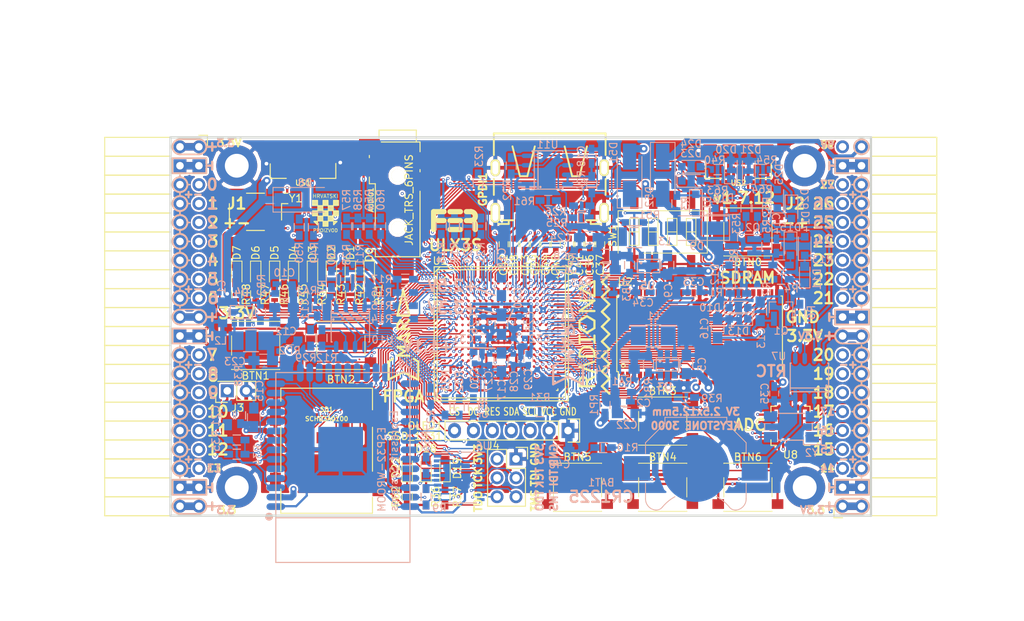
<source format=kicad_pcb>
(kicad_pcb (version 4) (host pcbnew 4.0.7+dfsg1-1)
  (layers (0 F.Cu signal) (1 In1.Cu signal) (2 In2.Cu signal) (31 B.Cu signal) (34 B.Paste user) (35 F.Paste user) (36 B.SilkS user) (37 F.SilkS user) (38 B.Mask user) (39 F.Mask user) (44 Edge.Cuts user))
  (net 0 "")
  (net 1 GND)
  (net 2 +5V)
  (net 3 /gpio/IN5V)
  (net 4 /gpio/OUT5V)
  (net 5 +3V3)
  (net 6 BTN_D)
  (net 7 BTN_F1)
  (net 8 BTN_F2)
  (net 9 BTN_L)
  (net 10 BTN_R)
  (net 11 BTN_U)
  (net 12 /power/FB1)
  (net 13 +2V5)
  (net 14 /power/PWREN)
  (net 15 /power/FB3)
  (net 16 /power/FB2)
  (net 17 "Net-(D9-Pad1)")
  (net 18 /power/VBAT)
  (net 19 JTAG_TDI)
  (net 20 JTAG_TCK)
  (net 21 JTAG_TMS)
  (net 22 JTAG_TDO)
  (net 23 /power/WAKEUPn)
  (net 24 /power/WKUP)
  (net 25 /power/SHUT)
  (net 26 /power/WAKE)
  (net 27 /power/HOLD)
  (net 28 /power/WKn)
  (net 29 /power/OSCI_32k)
  (net 30 /power/OSCO_32k)
  (net 31 "Net-(Q2-Pad3)")
  (net 32 SHUTDOWN)
  (net 33 /analog/AUDIO_L)
  (net 34 /analog/AUDIO_R)
  (net 35 GPDI_SDA)
  (net 36 GPDI_SCL)
  (net 37 /gpdi/VREF2)
  (net 38 SD_CMD)
  (net 39 SD_CLK)
  (net 40 SD_D0)
  (net 41 SD_D1)
  (net 42 USB5V)
  (net 43 GPDI_CEC)
  (net 44 nRESET)
  (net 45 FTDI_nDTR)
  (net 46 SDRAM_CKE)
  (net 47 SDRAM_A7)
  (net 48 SDRAM_D15)
  (net 49 SDRAM_BA1)
  (net 50 SDRAM_D7)
  (net 51 SDRAM_A6)
  (net 52 SDRAM_CLK)
  (net 53 SDRAM_D13)
  (net 54 SDRAM_BA0)
  (net 55 SDRAM_D6)
  (net 56 SDRAM_A5)
  (net 57 SDRAM_D14)
  (net 58 SDRAM_A11)
  (net 59 SDRAM_D12)
  (net 60 SDRAM_D5)
  (net 61 SDRAM_A4)
  (net 62 SDRAM_A10)
  (net 63 SDRAM_D11)
  (net 64 SDRAM_A3)
  (net 65 SDRAM_D4)
  (net 66 SDRAM_D10)
  (net 67 SDRAM_D9)
  (net 68 SDRAM_A9)
  (net 69 SDRAM_D3)
  (net 70 SDRAM_D8)
  (net 71 SDRAM_A8)
  (net 72 SDRAM_A2)
  (net 73 SDRAM_A1)
  (net 74 SDRAM_A0)
  (net 75 SDRAM_D2)
  (net 76 SDRAM_D1)
  (net 77 SDRAM_D0)
  (net 78 SDRAM_DQM0)
  (net 79 SDRAM_nCS)
  (net 80 SDRAM_nRAS)
  (net 81 SDRAM_DQM1)
  (net 82 SDRAM_nCAS)
  (net 83 SDRAM_nWE)
  (net 84 /flash/FLASH_nWP)
  (net 85 /flash/FLASH_nHOLD)
  (net 86 /flash/FLASH_MOSI)
  (net 87 /flash/FLASH_MISO)
  (net 88 /flash/FLASH_SCK)
  (net 89 /flash/FLASH_nCS)
  (net 90 /flash/FPGA_PROGRAMN)
  (net 91 /flash/FPGA_DONE)
  (net 92 /flash/FPGA_INITN)
  (net 93 OLED_RES)
  (net 94 OLED_DC)
  (net 95 OLED_CS)
  (net 96 WIFI_EN)
  (net 97 FTDI_nRTS)
  (net 98 FTDI_TXD)
  (net 99 FTDI_RXD)
  (net 100 WIFI_RXD)
  (net 101 WIFI_GPIO0)
  (net 102 WIFI_TXD)
  (net 103 USB_FTDI_D+)
  (net 104 USB_FTDI_D-)
  (net 105 SD_D3)
  (net 106 AUDIO_L3)
  (net 107 AUDIO_L2)
  (net 108 AUDIO_L1)
  (net 109 AUDIO_L0)
  (net 110 AUDIO_R3)
  (net 111 AUDIO_R2)
  (net 112 AUDIO_R1)
  (net 113 AUDIO_R0)
  (net 114 OLED_CLK)
  (net 115 OLED_MOSI)
  (net 116 LED0)
  (net 117 LED1)
  (net 118 LED2)
  (net 119 LED3)
  (net 120 LED4)
  (net 121 LED5)
  (net 122 LED6)
  (net 123 LED7)
  (net 124 BTN_PWRn)
  (net 125 FTDI_nTXLED)
  (net 126 FTDI_nSLEEP)
  (net 127 /blinkey/LED_PWREN)
  (net 128 /blinkey/LED_TXLED)
  (net 129 /sdcard/SD3V3)
  (net 130 SD_D2)
  (net 131 CLK_25MHz)
  (net 132 /blinkey/BTNPUL)
  (net 133 /blinkey/BTNPUR)
  (net 134 USB_FPGA_D+)
  (net 135 /power/FTDI_nSUSPEND)
  (net 136 /blinkey/ALED0)
  (net 137 /blinkey/ALED1)
  (net 138 /blinkey/ALED2)
  (net 139 /blinkey/ALED3)
  (net 140 /blinkey/ALED4)
  (net 141 /blinkey/ALED5)
  (net 142 /blinkey/ALED6)
  (net 143 /blinkey/ALED7)
  (net 144 /usb/FTD-)
  (net 145 /usb/FTD+)
  (net 146 ADC_MISO)
  (net 147 ADC_MOSI)
  (net 148 ADC_CSn)
  (net 149 ADC_SCLK)
  (net 150 SW3)
  (net 151 SW2)
  (net 152 SW1)
  (net 153 USB_FPGA_D-)
  (net 154 /usb/FPD+)
  (net 155 /usb/FPD-)
  (net 156 WIFI_GPIO16)
  (net 157 /usb/ANT_433MHz)
  (net 158 /power/PWRBTn)
  (net 159 PROG_DONE)
  (net 160 /power/P3V3)
  (net 161 /power/P2V5)
  (net 162 /power/L1)
  (net 163 /power/L3)
  (net 164 /power/L2)
  (net 165 FTDI_TXDEN)
  (net 166 SDRAM_A12)
  (net 167 /analog/AUDIO_V)
  (net 168 AUDIO_V3)
  (net 169 AUDIO_V2)
  (net 170 AUDIO_V1)
  (net 171 AUDIO_V0)
  (net 172 /blinkey/LED_WIFI)
  (net 173 /power/P1V1)
  (net 174 +1V1)
  (net 175 SW4)
  (net 176 /blinkey/SWPU)
  (net 177 /wifi/WIFIEN)
  (net 178 FT2V5)
  (net 179 GN0)
  (net 180 GP0)
  (net 181 GN1)
  (net 182 GP1)
  (net 183 GN2)
  (net 184 GP2)
  (net 185 GN3)
  (net 186 GP3)
  (net 187 GN4)
  (net 188 GP4)
  (net 189 GN5)
  (net 190 GP5)
  (net 191 GN6)
  (net 192 GP6)
  (net 193 GN14)
  (net 194 GP14)
  (net 195 GN15)
  (net 196 GP15)
  (net 197 GN16)
  (net 198 GP16)
  (net 199 GN17)
  (net 200 GP17)
  (net 201 GN18)
  (net 202 GP18)
  (net 203 GN19)
  (net 204 GP19)
  (net 205 GN20)
  (net 206 GP20)
  (net 207 GN21)
  (net 208 GP21)
  (net 209 GN22)
  (net 210 GP22)
  (net 211 GN23)
  (net 212 GP23)
  (net 213 GN24)
  (net 214 GP24)
  (net 215 GN25)
  (net 216 GP25)
  (net 217 GN26)
  (net 218 GP26)
  (net 219 GN27)
  (net 220 GP27)
  (net 221 GN7)
  (net 222 GP7)
  (net 223 GN8)
  (net 224 GP8)
  (net 225 GN9)
  (net 226 GP9)
  (net 227 GN10)
  (net 228 GP10)
  (net 229 GN11)
  (net 230 GP11)
  (net 231 GN12)
  (net 232 GP12)
  (net 233 GN13)
  (net 234 GP13)
  (net 235 WIFI_GPIO5)
  (net 236 WIFI_GPIO17)
  (net 237 USB_FPGA_PULL_D+)
  (net 238 USB_FPGA_PULL_D-)
  (net 239 "Net-(D23-Pad2)")
  (net 240 "Net-(D24-Pad1)")
  (net 241 "Net-(D25-Pad2)")
  (net 242 "Net-(D26-Pad1)")
  (net 243 /gpdi/GPDI_ETH+)
  (net 244 FPDI_ETH+)
  (net 245 /gpdi/GPDI_ETH-)
  (net 246 FPDI_ETH-)
  (net 247 /gpdi/GPDI_D2-)
  (net 248 FPDI_D2-)
  (net 249 /gpdi/GPDI_D1-)
  (net 250 FPDI_D1-)
  (net 251 /gpdi/GPDI_D0-)
  (net 252 FPDI_D0-)
  (net 253 /gpdi/GPDI_CLK-)
  (net 254 FPDI_CLK-)
  (net 255 /gpdi/GPDI_D2+)
  (net 256 FPDI_D2+)
  (net 257 /gpdi/GPDI_D1+)
  (net 258 FPDI_D1+)
  (net 259 /gpdi/GPDI_D0+)
  (net 260 FPDI_D0+)
  (net 261 /gpdi/GPDI_CLK+)
  (net 262 FPDI_CLK+)
  (net 263 FPDI_SDA)
  (net 264 FPDI_SCL)
  (net 265 /gpdi/FPDI_CEC)
  (module Socket_Strips:Socket_Strip_Angled_2x20 (layer F.Cu) (at 97.91 62.69 270)
    (fp_text reference J1 (at 7.62 -5.08 360) (layer F.SilkS) (effects (font (size 1.5 1.5) (thickness 0.3))))
    (fp_text value CONN_02X20 hide)
    (pad 1 thru_hole oval (at 0 0 270) (size 1.7272 1.7272) (drill 1.016) (layers *.Cu *.Mask) (net 5 +3V3))
    (pad 2 thru_hole oval (at 0 2.54 270) (size 1.7272 1.7272) (drill 1.016) (layers *.Cu *.Mask) (net 5 +3V3))
    (pad 3 thru_hole rect (at 2.54 0 270) (size 1.7272 1.7272) (drill 1.016) (layers *.Cu *.Mask) (net 1 GND))
    (pad 4 thru_hole rect (at 2.54 2.54 270) (size 1.7272 1.7272) (drill 1.016) (layers *.Cu *.Mask) (net 1 GND))
    (pad 5 thru_hole oval (at 5.08 0 270) (size 1.7272 1.7272) (drill 1.016) (layers *.Cu *.Mask) (net 179 GN0))
    (pad 6 thru_hole oval (at 5.08 2.54 270) (size 1.7272 1.7272) (drill 1.016) (layers *.Cu *.Mask) (net 180 GP0))
    (pad 7 thru_hole oval (at 7.62 0 270) (size 1.7272 1.7272) (drill 1.016) (layers *.Cu *.Mask) (net 181 GN1))
    (pad 8 thru_hole oval (at 7.62 2.54 270) (size 1.7272 1.7272) (drill 1.016) (layers *.Cu *.Mask) (net 182 GP1))
    (pad 9 thru_hole oval (at 10.16 0 270) (size 1.7272 1.7272) (drill 1.016) (layers *.Cu *.Mask) (net 183 GN2))
    (pad 10 thru_hole oval (at 10.16 2.54 270) (size 1.7272 1.7272) (drill 1.016) (layers *.Cu *.Mask) (net 184 GP2))
    (pad 11 thru_hole oval (at 12.7 0 270) (size 1.7272 1.7272) (drill 1.016) (layers *.Cu *.Mask) (net 185 GN3))
    (pad 12 thru_hole oval (at 12.7 2.54 270) (size 1.7272 1.7272) (drill 1.016) (layers *.Cu *.Mask) (net 186 GP3))
    (pad 13 thru_hole oval (at 15.24 0 270) (size 1.7272 1.7272) (drill 1.016) (layers *.Cu *.Mask) (net 187 GN4))
    (pad 14 thru_hole oval (at 15.24 2.54 270) (size 1.7272 1.7272) (drill 1.016) (layers *.Cu *.Mask) (net 188 GP4))
    (pad 15 thru_hole oval (at 17.78 0 270) (size 1.7272 1.7272) (drill 1.016) (layers *.Cu *.Mask) (net 189 GN5))
    (pad 16 thru_hole oval (at 17.78 2.54 270) (size 1.7272 1.7272) (drill 1.016) (layers *.Cu *.Mask) (net 190 GP5))
    (pad 17 thru_hole oval (at 20.32 0 270) (size 1.7272 1.7272) (drill 1.016) (layers *.Cu *.Mask) (net 191 GN6))
    (pad 18 thru_hole oval (at 20.32 2.54 270) (size 1.7272 1.7272) (drill 1.016) (layers *.Cu *.Mask) (net 192 GP6))
    (pad 19 thru_hole oval (at 22.86 0 270) (size 1.7272 1.7272) (drill 1.016) (layers *.Cu *.Mask) (net 5 +3V3))
    (pad 20 thru_hole oval (at 22.86 2.54 270) (size 1.7272 1.7272) (drill 1.016) (layers *.Cu *.Mask) (net 5 +3V3))
    (pad 21 thru_hole rect (at 25.4 0 270) (size 1.7272 1.7272) (drill 1.016) (layers *.Cu *.Mask) (net 1 GND))
    (pad 22 thru_hole rect (at 25.4 2.54 270) (size 1.7272 1.7272) (drill 1.016) (layers *.Cu *.Mask) (net 1 GND))
    (pad 23 thru_hole oval (at 27.94 0 270) (size 1.7272 1.7272) (drill 1.016) (layers *.Cu *.Mask) (net 221 GN7))
    (pad 24 thru_hole oval (at 27.94 2.54 270) (size 1.7272 1.7272) (drill 1.016) (layers *.Cu *.Mask) (net 222 GP7))
    (pad 25 thru_hole oval (at 30.48 0 270) (size 1.7272 1.7272) (drill 1.016) (layers *.Cu *.Mask) (net 223 GN8))
    (pad 26 thru_hole oval (at 30.48 2.54 270) (size 1.7272 1.7272) (drill 1.016) (layers *.Cu *.Mask) (net 224 GP8))
    (pad 27 thru_hole oval (at 33.02 0 270) (size 1.7272 1.7272) (drill 1.016) (layers *.Cu *.Mask) (net 225 GN9))
    (pad 28 thru_hole oval (at 33.02 2.54 270) (size 1.7272 1.7272) (drill 1.016) (layers *.Cu *.Mask) (net 226 GP9))
    (pad 29 thru_hole oval (at 35.56 0 270) (size 1.7272 1.7272) (drill 1.016) (layers *.Cu *.Mask) (net 227 GN10))
    (pad 30 thru_hole oval (at 35.56 2.54 270) (size 1.7272 1.7272) (drill 1.016) (layers *.Cu *.Mask) (net 228 GP10))
    (pad 31 thru_hole oval (at 38.1 0 270) (size 1.7272 1.7272) (drill 1.016) (layers *.Cu *.Mask) (net 229 GN11))
    (pad 32 thru_hole oval (at 38.1 2.54 270) (size 1.7272 1.7272) (drill 1.016) (layers *.Cu *.Mask) (net 230 GP11))
    (pad 33 thru_hole oval (at 40.64 0 270) (size 1.7272 1.7272) (drill 1.016) (layers *.Cu *.Mask) (net 231 GN12))
    (pad 34 thru_hole oval (at 40.64 2.54 270) (size 1.7272 1.7272) (drill 1.016) (layers *.Cu *.Mask) (net 232 GP12))
    (pad 35 thru_hole oval (at 43.18 0 270) (size 1.7272 1.7272) (drill 1.016) (layers *.Cu *.Mask) (net 233 GN13))
    (pad 36 thru_hole oval (at 43.18 2.54 270) (size 1.7272 1.7272) (drill 1.016) (layers *.Cu *.Mask) (net 234 GP13))
    (pad 37 thru_hole rect (at 45.72 0 270) (size 1.7272 1.7272) (drill 1.016) (layers *.Cu *.Mask) (net 1 GND))
    (pad 38 thru_hole rect (at 45.72 2.54 270) (size 1.7272 1.7272) (drill 1.016) (layers *.Cu *.Mask) (net 1 GND))
    (pad 39 thru_hole oval (at 48.26 0 270) (size 1.7272 1.7272) (drill 1.016) (layers *.Cu *.Mask) (net 5 +3V3))
    (pad 40 thru_hole oval (at 48.26 2.54 270) (size 1.7272 1.7272) (drill 1.016) (layers *.Cu *.Mask) (net 5 +3V3))
  )
  (module SMD_Packages:1Pin (layer F.Cu) (at 182.67515 111.637626)
    (fp_text reference AE1 hide)
    (fp_text value 433MHz hide)
    (pad 1 smd rect (at 0 0) (size 0.5 0.5) (layers B.Cu F.Paste F.Mask) (net 157 /usb/ANT_433MHz))
  )
  (module Resistors_SMD:R_0603_HandSoldering (layer B.Cu) (at 103.498 98.758 90)
    (fp_text reference R38 (at 5.334 -0.254 90) (layer B.SilkS) (effects (justify mirror)))
    (fp_text value 0.47)
    (pad 1 smd rect (at -1.1 0 90) (size 1.2 0.9) (layers B.Cu B.Paste B.Mask) (net 129 /sdcard/SD3V3))
    (pad 2 smd rect (at 1.1 0 90) (size 1.2 0.9) (layers B.Cu B.Paste B.Mask) (net 5 +3V3))
  )
  (module Diodes_SMD:D_SMA_Handsoldering (layer B.Cu) (at 155.695 66.5 90)
    (fp_text reference D51 (at 3.048 -2.159 90) (layer B.SilkS) (effects (justify mirror)))
    (fp_text value STPS2L30AF hide)
    (pad 1 smd rect (at -2.5 0 90) (size 3.5 1.8) (layers B.Cu B.Paste B.Mask) (net 2 +5V))
    (pad 2 smd rect (at 2.5 0 90) (size 3.5 1.8) (layers B.Cu B.Paste B.Mask) (net 3 /gpio/IN5V))
  )
  (module Resistors_SMD:R_0603_HandSoldering (layer B.Cu) (at 156.33 72.85 180)
    (fp_text reference R51 (at -2.032 1.016 180) (layer B.SilkS) (effects (justify mirror)))
    (fp_text value 150)
    (pad 1 smd rect (at -1.1 0 180) (size 1.2 0.9) (layers B.Cu B.Paste B.Mask) (net 5 +3V3))
    (pad 2 smd rect (at 1.1 0 180) (size 1.2 0.9) (layers B.Cu B.Paste B.Mask) (net 176 /blinkey/SWPU))
  )
  (module Resistors_SMD:R_1210_HandSoldering (layer B.Cu) (at 158.87 88.09 180)
    (fp_text reference L1 (at 0 2.7 180) (layer B.SilkS) (effects (justify mirror)))
    (fp_text value 2.2uH)
    (pad 1 smd rect (at -2 0 180) (size 2 2.5) (layers B.Cu B.Paste B.Mask) (net 162 /power/L1))
    (pad 2 smd rect (at 2 0 180) (size 2 2.5) (layers B.Cu B.Paste B.Mask) (net 173 /power/P1V1))
  )
  (module TSOT-25:TSOT-25 (layer B.Cu) (at 160.775 91.9)
    (fp_text reference U3 (at -0.381 3.048) (layer B.SilkS) (effects (font (thickness 0.2)) (justify mirror)))
    (fp_text value TLV62569DBV)
    (pad 1 smd rect (at -0.95 -1.3) (size 0.7 1.2) (layers B.Cu B.Paste B.Mask) (net 14 /power/PWREN))
    (pad 2 smd rect (at 0 -1.3) (size 0.7 1.2) (layers B.Cu B.Paste B.Mask) (net 1 GND))
    (pad 3 smd rect (at 0.95 -1.3) (size 0.7 1.2) (layers B.Cu B.Paste B.Mask) (net 162 /power/L1))
    (pad 4 smd rect (at 0.95 1.3) (size 0.7 1.2) (layers B.Cu B.Paste B.Mask) (net 2 +5V))
    (pad 5 smd rect (at -0.95 1.3) (size 0.7 1.2) (layers B.Cu B.Paste B.Mask) (net 12 /power/FB1))
  )
  (module Resistors_SMD:R_1210_HandSoldering (layer B.Cu) (at 104.895 88.725)
    (fp_text reference L2 (at -4.064 0) (layer B.SilkS) (effects (justify mirror)))
    (fp_text value 2.2uH)
    (pad 1 smd rect (at -2 0) (size 2 2.5) (layers B.Cu B.Paste B.Mask) (net 164 /power/L2))
    (pad 2 smd rect (at 2 0) (size 2 2.5) (layers B.Cu B.Paste B.Mask) (net 161 /power/P2V5))
  )
  (module TSOT-25:TSOT-25 (layer B.Cu) (at 103.625 84.915 180)
    (fp_text reference U4 (at 0 2.697 180) (layer B.SilkS) (effects (font (thickness 0.2)) (justify mirror)))
    (fp_text value TLV62569DBV)
    (pad 1 smd rect (at -0.95 -1.3 180) (size 0.7 1.2) (layers B.Cu B.Paste B.Mask) (net 14 /power/PWREN))
    (pad 2 smd rect (at 0 -1.3 180) (size 0.7 1.2) (layers B.Cu B.Paste B.Mask) (net 1 GND))
    (pad 3 smd rect (at 0.95 -1.3 180) (size 0.7 1.2) (layers B.Cu B.Paste B.Mask) (net 164 /power/L2))
    (pad 4 smd rect (at 0.95 1.3 180) (size 0.7 1.2) (layers B.Cu B.Paste B.Mask) (net 2 +5V))
    (pad 5 smd rect (at -0.95 1.3 180) (size 0.7 1.2) (layers B.Cu B.Paste B.Mask) (net 16 /power/FB2))
  )
  (module Resistors_SMD:R_1210_HandSoldering (layer B.Cu) (at 156.33 74.755 180)
    (fp_text reference L3 (at -4.064 -0.635 180) (layer B.SilkS) (effects (justify mirror)))
    (fp_text value 2.2uH)
    (pad 1 smd rect (at -2 0 180) (size 2 2.5) (layers B.Cu B.Paste B.Mask) (net 163 /power/L3))
    (pad 2 smd rect (at 2 0 180) (size 2 2.5) (layers B.Cu B.Paste B.Mask) (net 160 /power/P3V3))
  )
  (module TSOT-25:TSOT-25 (layer B.Cu) (at 158.235 78.692)
    (fp_text reference U5 (at -0.127 2.667) (layer B.SilkS) (effects (font (thickness 0.2)) (justify mirror)))
    (fp_text value TLV62569DBV)
    (pad 1 smd rect (at -0.95 -1.3) (size 0.7 1.2) (layers B.Cu B.Paste B.Mask) (net 14 /power/PWREN))
    (pad 2 smd rect (at 0 -1.3) (size 0.7 1.2) (layers B.Cu B.Paste B.Mask) (net 1 GND))
    (pad 3 smd rect (at 0.95 -1.3) (size 0.7 1.2) (layers B.Cu B.Paste B.Mask) (net 163 /power/L3))
    (pad 4 smd rect (at 0.95 1.3) (size 0.7 1.2) (layers B.Cu B.Paste B.Mask) (net 2 +5V))
    (pad 5 smd rect (at -0.95 1.3) (size 0.7 1.2) (layers B.Cu B.Paste B.Mask) (net 15 /power/FB3))
  )
  (module Capacitors_SMD:C_0805_HandSoldering (layer B.Cu) (at 101.085 84.915 270)
    (fp_text reference C1 (at -3.429 0.127 270) (layer B.SilkS) (effects (justify mirror)))
    (fp_text value 22uF)
    (pad 1 smd rect (at -1.25 0 270) (size 1.5 1.25) (layers B.Cu B.Paste B.Mask) (net 2 +5V))
    (pad 2 smd rect (at 1.25 0 270) (size 1.5 1.25) (layers B.Cu B.Paste B.Mask) (net 1 GND))
  )
  (module Capacitors_SMD:C_0805_HandSoldering (layer B.Cu) (at 155.06 90.63)
    (fp_text reference C3 (at -3.048 0) (layer B.SilkS) (effects (justify mirror)))
    (fp_text value 22uF)
    (pad 1 smd rect (at -1.25 0) (size 1.5 1.25) (layers B.Cu B.Paste B.Mask) (net 173 /power/P1V1))
    (pad 2 smd rect (at 1.25 0) (size 1.5 1.25) (layers B.Cu B.Paste B.Mask) (net 1 GND))
  )
  (module Capacitors_SMD:C_0805_HandSoldering (layer B.Cu) (at 155.06 92.535)
    (fp_text reference C4 (at -3.048 0.127) (layer B.SilkS) (effects (justify mirror)))
    (fp_text value 22uF)
    (pad 1 smd rect (at -1.25 0) (size 1.5 1.25) (layers B.Cu B.Paste B.Mask) (net 173 /power/P1V1))
    (pad 2 smd rect (at 1.25 0) (size 1.5 1.25) (layers B.Cu B.Paste B.Mask) (net 1 GND))
  )
  (module Capacitors_SMD:C_0805_HandSoldering (layer B.Cu) (at 163.315 91.9 90)
    (fp_text reference C5 (at 0 2.1 90) (layer B.SilkS) (effects (justify mirror)))
    (fp_text value 22uF)
    (pad 1 smd rect (at -1.25 0 90) (size 1.5 1.25) (layers B.Cu B.Paste B.Mask) (net 2 +5V))
    (pad 2 smd rect (at 1.25 0 90) (size 1.5 1.25) (layers B.Cu B.Paste B.Mask) (net 1 GND))
  )
  (module Capacitors_SMD:C_0805_HandSoldering (layer B.Cu) (at 152.52 79.2)
    (fp_text reference C7 (at -6.096 0) (layer B.SilkS) (effects (justify mirror)))
    (fp_text value 22uF)
    (pad 1 smd rect (at -1.25 0) (size 1.5 1.25) (layers B.Cu B.Paste B.Mask) (net 160 /power/P3V3))
    (pad 2 smd rect (at 1.25 0) (size 1.5 1.25) (layers B.Cu B.Paste B.Mask) (net 1 GND))
  )
  (module Capacitors_SMD:C_0805_HandSoldering (layer B.Cu) (at 152.52 77.295)
    (fp_text reference C8 (at -6.096 0) (layer B.SilkS) (effects (justify mirror)))
    (fp_text value 22uF)
    (pad 1 smd rect (at -1.25 0) (size 1.5 1.25) (layers B.Cu B.Paste B.Mask) (net 160 /power/P3V3))
    (pad 2 smd rect (at 1.25 0) (size 1.5 1.25) (layers B.Cu B.Paste B.Mask) (net 1 GND))
  )
  (module Capacitors_SMD:C_0805_HandSoldering (layer B.Cu) (at 160.775 78.565 90)
    (fp_text reference C9 (at -3.429 0.127 90) (layer B.SilkS) (effects (justify mirror)))
    (fp_text value 22uF)
    (pad 1 smd rect (at -1.25 0 90) (size 1.5 1.25) (layers B.Cu B.Paste B.Mask) (net 2 +5V))
    (pad 2 smd rect (at 1.25 0 90) (size 1.5 1.25) (layers B.Cu B.Paste B.Mask) (net 1 GND))
  )
  (module Capacitors_SMD:C_0805_HandSoldering (layer B.Cu) (at 109.34 84.28 180)
    (fp_text reference C11 (at -2.794 -0.254 270) (layer B.SilkS) (effects (justify mirror)))
    (fp_text value 22uF)
    (pad 1 smd rect (at -1.25 0 180) (size 1.5 1.25) (layers B.Cu B.Paste B.Mask) (net 161 /power/P2V5))
    (pad 2 smd rect (at 1.25 0 180) (size 1.5 1.25) (layers B.Cu B.Paste B.Mask) (net 1 GND))
  )
  (module Capacitors_SMD:C_0805_HandSoldering (layer B.Cu) (at 109.34 86.185 180)
    (fp_text reference C12 (at -0.254 -1.27 360) (layer B.SilkS) (effects (justify mirror)))
    (fp_text value 22uF)
    (pad 1 smd rect (at -1.25 0 180) (size 1.5 1.25) (layers B.Cu B.Paste B.Mask) (net 161 /power/P2V5))
    (pad 2 smd rect (at 1.25 0 180) (size 1.5 1.25) (layers B.Cu B.Paste B.Mask) (net 1 GND))
  )
  (module Capacitors_SMD:C_0805_HandSoldering (layer B.Cu) (at 173.221 84.788 90)
    (fp_text reference C13 (at -3.556 0.127 90) (layer B.SilkS) (effects (justify mirror)))
    (fp_text value 2.2uF)
    (pad 1 smd rect (at -1.25 0 90) (size 1.5 1.25) (layers B.Cu B.Paste B.Mask) (net 2 +5V))
    (pad 2 smd rect (at 1.25 0 90) (size 1.5 1.25) (layers B.Cu B.Paste B.Mask) (net 24 /power/WKUP))
  )
  (module TO_SOT_Packages_SMD:SOT-23_Handsoldering (layer B.Cu) (at 176.015 84.28 90)
    (fp_text reference Q1 (at -3.1115 0 180) (layer B.SilkS) (effects (justify mirror)))
    (fp_text value BC857)
    (pad 1 smd rect (at -1.5 0.95 90) (size 1.9 0.8) (layers B.Cu B.Paste B.Mask) (net 28 /power/WKn))
    (pad 2 smd rect (at -1.5 -0.95 90) (size 1.9 0.8) (layers B.Cu B.Paste B.Mask) (net 2 +5V))
    (pad 3 smd rect (at 1.5 0 90) (size 1.9 0.8) (layers B.Cu B.Paste B.Mask) (net 24 /power/WKUP))
  )
  (module TO_SOT_Packages_SMD:SOT-23_Handsoldering (layer B.Cu) (at 170.935 76.025 180)
    (fp_text reference Q2 (at -1.295 2.5 180) (layer B.SilkS) (effects (justify mirror)))
    (fp_text value 2N7002)
    (pad 1 smd rect (at -1.5 0.95 180) (size 1.9 0.8) (layers B.Cu B.Paste B.Mask) (net 25 /power/SHUT))
    (pad 2 smd rect (at -1.5 -0.95 180) (size 1.9 0.8) (layers B.Cu B.Paste B.Mask) (net 1 GND))
    (pad 3 smd rect (at 1.5 0 180) (size 1.9 0.8) (layers B.Cu B.Paste B.Mask) (net 31 "Net-(Q2-Pad3)"))
  )
  (module Capacitors_SMD:C_0603_HandSoldering (layer B.Cu) (at 154.86 96.91)
    (fp_text reference C2 (at 2.74 0.197) (layer B.SilkS) (effects (justify mirror)))
    (fp_text value 470pF)
    (pad 1 smd rect (at -0.95 0) (size 1.2 0.75) (layers B.Cu B.Paste B.Mask) (net 173 /power/P1V1))
    (pad 2 smd rect (at 0.95 0) (size 1.2 0.75) (layers B.Cu B.Paste B.Mask) (net 12 /power/FB1))
  )
  (module Capacitors_SMD:C_0603_HandSoldering (layer B.Cu) (at 152.52 82.375)
    (fp_text reference C6 (at -2.794 0.127) (layer B.SilkS) (effects (justify mirror)))
    (fp_text value 470pF)
    (pad 1 smd rect (at -0.95 0) (size 1.2 0.75) (layers B.Cu B.Paste B.Mask) (net 160 /power/P3V3))
    (pad 2 smd rect (at 0.95 0) (size 1.2 0.75) (layers B.Cu B.Paste B.Mask) (net 15 /power/FB3))
  )
  (module Capacitors_SMD:C_0603_HandSoldering (layer B.Cu) (at 109.34 81.105 180)
    (fp_text reference C10 (at -0.04 1.505 180) (layer B.SilkS) (effects (justify mirror)))
    (fp_text value 470pF)
    (pad 1 smd rect (at -0.95 0 180) (size 1.2 0.75) (layers B.Cu B.Paste B.Mask) (net 161 /power/P2V5))
    (pad 2 smd rect (at 0.95 0 180) (size 1.2 0.75) (layers B.Cu B.Paste B.Mask) (net 16 /power/FB2))
  )
  (module Capacitors_SMD:C_0603_HandSoldering (layer B.Cu) (at 175.38 76.025 270)
    (fp_text reference C14 (at -3.048 0 270) (layer B.SilkS) (effects (justify mirror)))
    (fp_text value 100nF)
    (pad 1 smd rect (at -0.95 0 270) (size 1.2 0.75) (layers B.Cu B.Paste B.Mask) (net 25 /power/SHUT))
    (pad 2 smd rect (at 0.95 0 270) (size 1.2 0.75) (layers B.Cu B.Paste B.Mask) (net 1 GND))
  )
  (module Resistors_SMD:R_0603_HandSoldering (layer B.Cu) (at 170.3 82.375)
    (fp_text reference R1 (at -3.048 -0.127) (layer B.SilkS) (effects (justify mirror)))
    (fp_text value 15k)
    (pad 1 smd rect (at -1.1 0) (size 1.2 0.9) (layers B.Cu B.Paste B.Mask) (net 26 /power/WAKE))
    (pad 2 smd rect (at 1.1 0) (size 1.2 0.9) (layers B.Cu B.Paste B.Mask) (net 14 /power/PWREN))
  )
  (module Resistors_SMD:R_0603_HandSoldering (layer B.Cu) (at 172.84 79.835 90)
    (fp_text reference R2 (at -1.905 1.27 90) (layer B.SilkS) (effects (justify mirror)))
    (fp_text value 47k)
    (pad 1 smd rect (at -1.1 0 90) (size 1.2 0.9) (layers B.Cu B.Paste B.Mask) (net 14 /power/PWREN))
    (pad 2 smd rect (at 1.1 0 90) (size 1.2 0.9) (layers B.Cu B.Paste B.Mask) (net 1 GND))
  )
  (module Resistors_SMD:R_0603_HandSoldering (layer B.Cu) (at 176.015 80.47 180)
    (fp_text reference R4 (at -1.397 -1.27 360) (layer B.SilkS) (effects (justify mirror)))
    (fp_text value 4.7k)
    (pad 1 smd rect (at -1.1 0 180) (size 1.2 0.9) (layers B.Cu B.Paste B.Mask) (net 27 /power/HOLD))
    (pad 2 smd rect (at 1.1 0 180) (size 1.2 0.9) (layers B.Cu B.Paste B.Mask) (net 14 /power/PWREN))
  )
  (module Resistors_SMD:R_0603_HandSoldering (layer B.Cu) (at 174.11 76.025 270)
    (fp_text reference R5 (at -2.667 0 270) (layer B.SilkS) (effects (justify mirror)))
    (fp_text value 4.7M)
    (pad 1 smd rect (at -1.1 0 270) (size 1.2 0.9) (layers B.Cu B.Paste B.Mask) (net 25 /power/SHUT))
    (pad 2 smd rect (at 1.1 0 270) (size 1.2 0.9) (layers B.Cu B.Paste B.Mask) (net 1 GND))
  )
  (module Resistors_SMD:R_0603_HandSoldering (layer B.Cu) (at 178.555 84.915 270)
    (fp_text reference R6 (at 0 -1.524 270) (layer B.SilkS) (effects (justify mirror)))
    (fp_text value 1k)
    (pad 1 smd rect (at -1.1 0 270) (size 1.2 0.9) (layers B.Cu B.Paste B.Mask) (net 28 /power/WKn))
    (pad 2 smd rect (at 1.1 0 270) (size 1.2 0.9) (layers B.Cu B.Paste B.Mask) (net 23 /power/WAKEUPn))
  )
  (module Resistors_SMD:R_0603_HandSoldering (layer B.Cu) (at 113.785 84.28 270)
    (fp_text reference R7 (at -2.794 -0.635 270) (layer B.SilkS) (effects (justify mirror)))
    (fp_text value 150)
    (pad 1 smd rect (at -1.1 0 270) (size 1.2 0.9) (layers B.Cu B.Paste B.Mask) (net 5 +3V3))
    (pad 2 smd rect (at 1.1 0 270) (size 1.2 0.9) (layers B.Cu B.Paste B.Mask) (net 132 /blinkey/BTNPUL))
  )
  (module Resistors_SMD:R_0603_HandSoldering (layer B.Cu) (at 170.935 79.835 90)
    (fp_text reference R8 (at 2.54 -1.27 90) (layer B.SilkS) (effects (justify mirror)))
    (fp_text value 1k)
    (pad 1 smd rect (at -1.1 0 90) (size 1.2 0.9) (layers B.Cu B.Paste B.Mask) (net 14 /power/PWREN))
    (pad 2 smd rect (at 1.1 0 90) (size 1.2 0.9) (layers B.Cu B.Paste B.Mask) (net 31 "Net-(Q2-Pad3)"))
  )
  (module Resistors_SMD:R_0603_HandSoldering (layer B.Cu) (at 128.39 109.68 270)
    (fp_text reference R9 (at 1.524 -1.778 360) (layer B.SilkS) (effects (justify mirror)))
    (fp_text value 15k)
    (pad 1 smd rect (at -1.1 0 270) (size 1.2 0.9) (layers B.Cu B.Paste B.Mask) (net 44 nRESET))
    (pad 2 smd rect (at 1.1 0 270) (size 1.2 0.9) (layers B.Cu B.Paste B.Mask) (net 178 FT2V5))
  )
  (module Resistors_SMD:R_0603_HandSoldering (layer B.Cu) (at 152.139 103.076 180)
    (fp_text reference R10 (at -3.302 0 180) (layer B.SilkS) (effects (justify mirror)))
    (fp_text value 150)
    (pad 1 smd rect (at -1.1 0 180) (size 1.2 0.9) (layers B.Cu B.Paste B.Mask) (net 135 /power/FTDI_nSUSPEND))
    (pad 2 smd rect (at 1.1 0 180) (size 1.2 0.9) (layers B.Cu B.Paste B.Mask) (net 126 FTDI_nSLEEP))
  )
  (module Resistors_SMD:R_0603_HandSoldering (layer B.Cu) (at 176.015 78.565 180)
    (fp_text reference R13 (at -5.588 0.762 180) (layer B.SilkS) (effects (justify mirror)))
    (fp_text value 15k)
    (pad 1 smd rect (at -1.1 0 180) (size 1.2 0.9) (layers B.Cu B.Paste B.Mask) (net 32 SHUTDOWN))
    (pad 2 smd rect (at 1.1 0 180) (size 1.2 0.9) (layers B.Cu B.Paste B.Mask) (net 1 GND))
  )
  (module Resistors_SMD:R_0603_HandSoldering (layer B.Cu) (at 154.86 95.64)
    (fp_text reference RA1 (at -0.181 -1.454) (layer B.SilkS) (effects (justify mirror)))
    (fp_text value 15k)
    (pad 1 smd rect (at -1.1 0) (size 1.2 0.9) (layers B.Cu B.Paste B.Mask) (net 173 /power/P1V1))
    (pad 2 smd rect (at 1.1 0) (size 1.2 0.9) (layers B.Cu B.Paste B.Mask) (net 12 /power/FB1))
  )
  (module Resistors_SMD:R_0603_HandSoldering (layer B.Cu) (at 109.34 82.375 180)
    (fp_text reference RA2 (at -3.048 0.381 360) (layer B.SilkS) (effects (justify mirror)))
    (fp_text value 15k)
    (pad 1 smd rect (at -1.1 0 180) (size 1.2 0.9) (layers B.Cu B.Paste B.Mask) (net 161 /power/P2V5))
    (pad 2 smd rect (at 1.1 0 180) (size 1.2 0.9) (layers B.Cu B.Paste B.Mask) (net 16 /power/FB2))
  )
  (module Resistors_SMD:R_0603_HandSoldering (layer B.Cu) (at 152.52 81.105)
    (fp_text reference RA3 (at -3.302 -0.127) (layer B.SilkS) (effects (justify mirror)))
    (fp_text value 15k)
    (pad 1 smd rect (at -1.1 0) (size 1.2 0.9) (layers B.Cu B.Paste B.Mask) (net 160 /power/P3V3))
    (pad 2 smd rect (at 1.1 0) (size 1.2 0.9) (layers B.Cu B.Paste B.Mask) (net 15 /power/FB3))
  )
  (module Resistors_SMD:R_0603_HandSoldering (layer B.Cu) (at 158.235 91.9 270)
    (fp_text reference RB1 (at 3.302 0 270) (layer B.SilkS) (effects (justify mirror)))
    (fp_text value 18k)
    (pad 1 smd rect (at -1.1 0 270) (size 1.2 0.9) (layers B.Cu B.Paste B.Mask) (net 1 GND))
    (pad 2 smd rect (at 1.1 0 270) (size 1.2 0.9) (layers B.Cu B.Paste B.Mask) (net 12 /power/FB1))
  )
  (module Resistors_SMD:R_0603_HandSoldering (layer B.Cu) (at 106.165 84.915 90)
    (fp_text reference RB2 (at 3.683 0.127 90) (layer B.SilkS) (effects (justify mirror)))
    (fp_text value 4.7k)
    (pad 1 smd rect (at -1.1 0 90) (size 1.2 0.9) (layers B.Cu B.Paste B.Mask) (net 1 GND))
    (pad 2 smd rect (at 1.1 0 90) (size 1.2 0.9) (layers B.Cu B.Paste B.Mask) (net 16 /power/FB2))
  )
  (module Resistors_SMD:R_0603_HandSoldering (layer B.Cu) (at 155.695 78.565 270)
    (fp_text reference RB3 (at 3.429 0.395 270) (layer B.SilkS) (effects (justify mirror)))
    (fp_text value 3.3k)
    (pad 1 smd rect (at -1.1 0 270) (size 1.2 0.9) (layers B.Cu B.Paste B.Mask) (net 1 GND))
    (pad 2 smd rect (at 1.1 0 270) (size 1.2 0.9) (layers B.Cu B.Paste B.Mask) (net 15 /power/FB3))
  )
  (module Resistors_SMD:R_0603_HandSoldering (layer B.Cu) (at 125.596 85.804 180)
    (fp_text reference R14 (at 3.175 0 180) (layer B.SilkS) (effects (justify mirror)))
    (fp_text value 1.2k)
    (pad 1 smd rect (at -1.1 0 180) (size 1.2 0.9) (layers B.Cu B.Paste B.Mask) (net 109 AUDIO_L0))
    (pad 2 smd rect (at 1.1 0 180) (size 1.2 0.9) (layers B.Cu B.Paste B.Mask) (net 33 /analog/AUDIO_L))
  )
  (module Resistors_SMD:R_0603_HandSoldering (layer B.Cu) (at 125.596 84.026 180)
    (fp_text reference R15 (at 3.175 -0.001 180) (layer B.SilkS) (effects (justify mirror)))
    (fp_text value 680)
    (pad 1 smd rect (at -1.1 0 180) (size 1.2 0.9) (layers B.Cu B.Paste B.Mask) (net 108 AUDIO_L1))
    (pad 2 smd rect (at 1.1 0 180) (size 1.2 0.9) (layers B.Cu B.Paste B.Mask) (net 33 /analog/AUDIO_L))
  )
  (module Resistors_SMD:R_0603_HandSoldering (layer B.Cu) (at 125.596 82.248 180)
    (fp_text reference R16 (at 3.175 0 180) (layer B.SilkS) (effects (justify mirror)))
    (fp_text value 330)
    (pad 1 smd rect (at -1.1 0 180) (size 1.2 0.9) (layers B.Cu B.Paste B.Mask) (net 107 AUDIO_L2))
    (pad 2 smd rect (at 1.1 0 180) (size 1.2 0.9) (layers B.Cu B.Paste B.Mask) (net 33 /analog/AUDIO_L))
  )
  (module Resistors_SMD:R_0603_HandSoldering (layer B.Cu) (at 125.596 80.47 180)
    (fp_text reference R17 (at 3.175 0 180) (layer B.SilkS) (effects (justify mirror)))
    (fp_text value 150)
    (pad 1 smd rect (at -1.1 0 180) (size 1.2 0.9) (layers B.Cu B.Paste B.Mask) (net 106 AUDIO_L3))
    (pad 2 smd rect (at 1.1 0 180) (size 1.2 0.9) (layers B.Cu B.Paste B.Mask) (net 33 /analog/AUDIO_L))
  )
  (module Resistors_SMD:R_0603_HandSoldering (layer B.Cu) (at 130.422 73.358 90)
    (fp_text reference R18 (at -3.556 0 90) (layer B.SilkS) (effects (justify mirror)))
    (fp_text value 1.2k)
    (pad 1 smd rect (at -1.1 0 90) (size 1.2 0.9) (layers B.Cu B.Paste B.Mask) (net 113 AUDIO_R0))
    (pad 2 smd rect (at 1.1 0 90) (size 1.2 0.9) (layers B.Cu B.Paste B.Mask) (net 34 /analog/AUDIO_R))
  )
  (module Resistors_SMD:R_0603_HandSoldering (layer B.Cu) (at 132.2 73.358 90)
    (fp_text reference R19 (at -3.556 0 90) (layer B.SilkS) (effects (justify mirror)))
    (fp_text value 680)
    (pad 1 smd rect (at -1.1 0 90) (size 1.2 0.9) (layers B.Cu B.Paste B.Mask) (net 112 AUDIO_R1))
    (pad 2 smd rect (at 1.1 0 90) (size 1.2 0.9) (layers B.Cu B.Paste B.Mask) (net 34 /analog/AUDIO_R))
  )
  (module Resistors_SMD:R_0603_HandSoldering (layer B.Cu) (at 133.978 73.358 90)
    (fp_text reference R20 (at -3.556 0 90) (layer B.SilkS) (effects (justify mirror)))
    (fp_text value 330)
    (pad 1 smd rect (at -1.1 0 90) (size 1.2 0.9) (layers B.Cu B.Paste B.Mask) (net 111 AUDIO_R2))
    (pad 2 smd rect (at 1.1 0 90) (size 1.2 0.9) (layers B.Cu B.Paste B.Mask) (net 34 /analog/AUDIO_R))
  )
  (module Resistors_SMD:R_0603_HandSoldering (layer B.Cu) (at 135.756 73.358 90)
    (fp_text reference R21 (at -3.556 0 90) (layer B.SilkS) (effects (justify mirror)))
    (fp_text value 150)
    (pad 1 smd rect (at -1.1 0 90) (size 1.2 0.9) (layers B.Cu B.Paste B.Mask) (net 110 AUDIO_R3))
    (pad 2 smd rect (at 1.1 0 90) (size 1.2 0.9) (layers B.Cu B.Paste B.Mask) (net 34 /analog/AUDIO_R))
  )
  (module Capacitors_SMD:C_0603_HandSoldering (layer B.Cu) (at 150.5896 63.96 90)
    (fp_text reference C18 (at 0 -1.3716 90) (layer B.SilkS) (effects (justify mirror)))
    (fp_text value 470pF)
    (pad 1 smd rect (at -0.95 0 90) (size 1.2 0.75) (layers B.Cu B.Paste B.Mask) (net 37 /gpdi/VREF2))
    (pad 2 smd rect (at 0.95 0 90) (size 1.2 0.75) (layers B.Cu B.Paste B.Mask) (net 1 GND))
  )
  (module Socket_Strips:Socket_Strip_Angled_2x20 (layer F.Cu) (at 184.27 110.95 90)
    (fp_text reference J2 (at 40.64 -6.35 180) (layer F.SilkS) (effects (font (size 1.5 1.5) (thickness 0.3))))
    (fp_text value CONN_02X20 hide)
    (pad 1 thru_hole oval (at 0 0 90) (size 1.7272 1.7272) (drill 1.016) (layers *.Cu *.Mask) (net 5 +3V3))
    (pad 2 thru_hole oval (at 0 2.54 90) (size 1.7272 1.7272) (drill 1.016) (layers *.Cu *.Mask) (net 5 +3V3))
    (pad 3 thru_hole rect (at 2.54 0 90) (size 1.7272 1.7272) (drill 1.016) (layers *.Cu *.Mask) (net 1 GND))
    (pad 4 thru_hole rect (at 2.54 2.54 90) (size 1.7272 1.7272) (drill 1.016) (layers *.Cu *.Mask) (net 1 GND))
    (pad 5 thru_hole oval (at 5.08 0 90) (size 1.7272 1.7272) (drill 1.016) (layers *.Cu *.Mask) (net 193 GN14))
    (pad 6 thru_hole oval (at 5.08 2.54 90) (size 1.7272 1.7272) (drill 1.016) (layers *.Cu *.Mask) (net 194 GP14))
    (pad 7 thru_hole oval (at 7.62 0 90) (size 1.7272 1.7272) (drill 1.016) (layers *.Cu *.Mask) (net 195 GN15))
    (pad 8 thru_hole oval (at 7.62 2.54 90) (size 1.7272 1.7272) (drill 1.016) (layers *.Cu *.Mask) (net 196 GP15))
    (pad 9 thru_hole oval (at 10.16 0 90) (size 1.7272 1.7272) (drill 1.016) (layers *.Cu *.Mask) (net 197 GN16))
    (pad 10 thru_hole oval (at 10.16 2.54 90) (size 1.7272 1.7272) (drill 1.016) (layers *.Cu *.Mask) (net 198 GP16))
    (pad 11 thru_hole oval (at 12.7 0 90) (size 1.7272 1.7272) (drill 1.016) (layers *.Cu *.Mask) (net 199 GN17))
    (pad 12 thru_hole oval (at 12.7 2.54 90) (size 1.7272 1.7272) (drill 1.016) (layers *.Cu *.Mask) (net 200 GP17))
    (pad 13 thru_hole oval (at 15.24 0 90) (size 1.7272 1.7272) (drill 1.016) (layers *.Cu *.Mask) (net 201 GN18))
    (pad 14 thru_hole oval (at 15.24 2.54 90) (size 1.7272 1.7272) (drill 1.016) (layers *.Cu *.Mask) (net 202 GP18))
    (pad 15 thru_hole oval (at 17.78 0 90) (size 1.7272 1.7272) (drill 1.016) (layers *.Cu *.Mask) (net 203 GN19))
    (pad 16 thru_hole oval (at 17.78 2.54 90) (size 1.7272 1.7272) (drill 1.016) (layers *.Cu *.Mask) (net 204 GP19))
    (pad 17 thru_hole oval (at 20.32 0 90) (size 1.7272 1.7272) (drill 1.016) (layers *.Cu *.Mask) (net 205 GN20))
    (pad 18 thru_hole oval (at 20.32 2.54 90) (size 1.7272 1.7272) (drill 1.016) (layers *.Cu *.Mask) (net 206 GP20))
    (pad 19 thru_hole oval (at 22.86 0 90) (size 1.7272 1.7272) (drill 1.016) (layers *.Cu *.Mask) (net 5 +3V3))
    (pad 20 thru_hole oval (at 22.86 2.54 90) (size 1.7272 1.7272) (drill 1.016) (layers *.Cu *.Mask) (net 5 +3V3))
    (pad 21 thru_hole rect (at 25.4 0 90) (size 1.7272 1.7272) (drill 1.016) (layers *.Cu *.Mask) (net 1 GND))
    (pad 22 thru_hole rect (at 25.4 2.54 90) (size 1.7272 1.7272) (drill 1.016) (layers *.Cu *.Mask) (net 1 GND))
    (pad 23 thru_hole oval (at 27.94 0 90) (size 1.7272 1.7272) (drill 1.016) (layers *.Cu *.Mask) (net 207 GN21))
    (pad 24 thru_hole oval (at 27.94 2.54 90) (size 1.7272 1.7272) (drill 1.016) (layers *.Cu *.Mask) (net 208 GP21))
    (pad 25 thru_hole oval (at 30.48 0 90) (size 1.7272 1.7272) (drill 1.016) (layers *.Cu *.Mask) (net 209 GN22))
    (pad 26 thru_hole oval (at 30.48 2.54 90) (size 1.7272 1.7272) (drill 1.016) (layers *.Cu *.Mask) (net 210 GP22))
    (pad 27 thru_hole oval (at 33.02 0 90) (size 1.7272 1.7272) (drill 1.016) (layers *.Cu *.Mask) (net 211 GN23))
    (pad 28 thru_hole oval (at 33.02 2.54 90) (size 1.7272 1.7272) (drill 1.016) (layers *.Cu *.Mask) (net 212 GP23))
    (pad 29 thru_hole oval (at 35.56 0 90) (size 1.7272 1.7272) (drill 1.016) (layers *.Cu *.Mask) (net 213 GN24))
    (pad 30 thru_hole oval (at 35.56 2.54 90) (size 1.7272 1.7272) (drill 1.016) (layers *.Cu *.Mask) (net 214 GP24))
    (pad 31 thru_hole oval (at 38.1 0 90) (size 1.7272 1.7272) (drill 1.016) (layers *.Cu *.Mask) (net 215 GN25))
    (pad 32 thru_hole oval (at 38.1 2.54 90) (size 1.7272 1.7272) (drill 1.016) (layers *.Cu *.Mask) (net 216 GP25))
    (pad 33 thru_hole oval (at 40.64 0 90) (size 1.7272 1.7272) (drill 1.016) (layers *.Cu *.Mask) (net 217 GN26))
    (pad 34 thru_hole oval (at 40.64 2.54 90) (size 1.7272 1.7272) (drill 1.016) (layers *.Cu *.Mask) (net 218 GP26))
    (pad 35 thru_hole oval (at 43.18 0 90) (size 1.7272 1.7272) (drill 1.016) (layers *.Cu *.Mask) (net 219 GN27))
    (pad 36 thru_hole oval (at 43.18 2.54 90) (size 1.7272 1.7272) (drill 1.016) (layers *.Cu *.Mask) (net 220 GP27))
    (pad 37 thru_hole rect (at 45.72 0 90) (size 1.7272 1.7272) (drill 1.016) (layers *.Cu *.Mask) (net 1 GND))
    (pad 38 thru_hole rect (at 45.72 2.54 90) (size 1.7272 1.7272) (drill 1.016) (layers *.Cu *.Mask) (net 1 GND))
    (pad 39 thru_hole oval (at 48.26 0 90) (size 1.7272 1.7272) (drill 1.016) (layers *.Cu *.Mask) (net 3 /gpio/IN5V))
    (pad 40 thru_hole oval (at 48.26 2.54 90) (size 1.7272 1.7272) (drill 1.016) (layers *.Cu *.Mask) (net 4 /gpio/OUT5V))
  )
  (module Mounting_Holes:MountingHole_3.2mm_M3_ISO14580_Pad (layer F.Cu) (at 102.99 108.41)
    (fp_text reference H1 hide)
    (fp_text value HOLE hide)
    (pad 1 thru_hole circle (at 0 0) (size 5.5 5.5) (drill 3.2) (layers *.Cu *.Mask) (net 1 GND))
  )
  (module Mounting_Holes:MountingHole_3.2mm_M3_ISO14580_Pad (layer F.Cu) (at 179.19 108.41)
    (fp_text reference H2 hide)
    (fp_text value HOLE hide)
    (pad 1 thru_hole circle (at 0 0) (size 5.5 5.5) (drill 3.2) (layers *.Cu *.Mask) (net 1 GND))
  )
  (module Mounting_Holes:MountingHole_3.2mm_M3_ISO14580_Pad (layer F.Cu) (at 179.19 65.23)
    (fp_text reference H3 hide)
    (fp_text value HOLE hide)
    (pad 1 thru_hole circle (at 0 0) (size 5.5 5.5) (drill 3.2) (layers *.Cu *.Mask) (net 1 GND))
  )
  (module Mounting_Holes:MountingHole_3.2mm_M3_ISO14580_Pad (layer F.Cu) (at 102.99 65.23)
    (fp_text reference H4 hide)
    (fp_text value HOLE hide)
    (pad 1 thru_hole circle (at 0 0) (size 5.5 5.5) (drill 3.2) (layers *.Cu *.Mask) (net 1 GND))
  )
  (module Resistors_SMD:R_0603_HandSoldering (layer B.Cu) (at 162.045 70.31 90)
    (fp_text reference R3 (at 0 1.143 90) (layer B.SilkS) (effects (justify mirror)))
    (fp_text value 4.7k)
    (pad 1 smd rect (at -1.1 0 90) (size 1.2 0.9) (layers B.Cu B.Paste B.Mask) (net 2 +5V))
    (pad 2 smd rect (at 1.1 0 90) (size 1.2 0.9) (layers B.Cu B.Paste B.Mask) (net 158 /power/PWRBTn))
  )
  (module Resistors_SMD:R_0603_HandSoldering (layer B.Cu) (at 139.82 65.23 90)
    (fp_text reference R22 (at -3.27 -0.54 90) (layer B.SilkS) (effects (justify mirror)))
    (fp_text value 2.2k)
    (pad 1 smd rect (at -1.1 0 90) (size 1.2 0.9) (layers B.Cu B.Paste B.Mask) (net 5 +3V3))
    (pad 2 smd rect (at 1.1 0 90) (size 1.2 0.9) (layers B.Cu B.Paste B.Mask) (net 263 FPDI_SDA))
  )
  (module Resistors_SMD:R_0603_HandSoldering (layer B.Cu) (at 135.375 67.432 90)
    (fp_text reference R23 (at 3.472 0.127 90) (layer B.SilkS) (effects (justify mirror)))
    (fp_text value 2.2k)
    (pad 1 smd rect (at -1.1 0 90) (size 1.2 0.9) (layers B.Cu B.Paste B.Mask) (net 5 +3V3))
    (pad 2 smd rect (at 1.1 0 90) (size 1.2 0.9) (layers B.Cu B.Paste B.Mask) (net 264 FPDI_SCL))
  )
  (module Resistors_SMD:R_0603_HandSoldering (layer B.Cu) (at 150.615 67.77 90)
    (fp_text reference R24 (at 0.508 -1.397 90) (layer B.SilkS) (effects (justify mirror)))
    (fp_text value 100k)
    (pad 1 smd rect (at -1.1 0 90) (size 1.2 0.9) (layers B.Cu B.Paste B.Mask) (net 2 +5V))
    (pad 2 smd rect (at 1.1 0 90) (size 1.2 0.9) (layers B.Cu B.Paste B.Mask) (net 37 /gpdi/VREF2))
  )
  (module Resistors_SMD:R_0603_HandSoldering (layer B.Cu) (at 149.175 72.215 180)
    (fp_text reference R25 (at 3.259 -0.685 180) (layer B.SilkS) (effects (justify mirror)))
    (fp_text value 4.7k)
    (pad 1 smd rect (at -1.1 0 180) (size 1.2 0.9) (layers B.Cu B.Paste B.Mask) (net 2 +5V))
    (pad 2 smd rect (at 1.1 0 180) (size 1.2 0.9) (layers B.Cu B.Paste B.Mask) (net 36 GPDI_SCL))
  )
  (module Resistors_SMD:R_0603_HandSoldering (layer B.Cu) (at 149.28 70.6 180)
    (fp_text reference R26 (at 3.5 -0.8 180) (layer B.SilkS) (effects (justify mirror)))
    (fp_text value 4.7k)
    (pad 1 smd rect (at -1.1 0 180) (size 1.2 0.9) (layers B.Cu B.Paste B.Mask) (net 2 +5V))
    (pad 2 smd rect (at 1.1 0 180) (size 1.2 0.9) (layers B.Cu B.Paste B.Mask) (net 35 GPDI_SDA))
  )
  (module Housings_SSOP:SSOP-20_4.4x6.5mm_Pitch0.65mm (layer B.Cu) (at 132.835 107.14 180)
    (fp_text reference U6 (at -3.175 4.318 180) (layer B.SilkS) (effects (justify mirror)))
    (fp_text value FT231XS)
    (pad 1 smd rect (at -2.9 2.925 180) (size 1 0.4) (layers B.Cu B.Paste B.Mask) (net 45 FTDI_nDTR))
    (pad 2 smd rect (at -2.9 2.275 180) (size 1 0.4) (layers B.Cu B.Paste B.Mask) (net 97 FTDI_nRTS))
    (pad 3 smd rect (at -2.9 1.625 180) (size 1 0.4) (layers B.Cu B.Paste B.Mask) (net 178 FT2V5))
    (pad 4 smd rect (at -2.9 0.975 180) (size 1 0.4) (layers B.Cu B.Paste B.Mask) (net 99 FTDI_RXD))
    (pad 5 smd rect (at -2.9 0.325 180) (size 1 0.4) (layers B.Cu B.Paste B.Mask) (net 19 JTAG_TDI))
    (pad 6 smd rect (at -2.9 -0.325 180) (size 1 0.4) (layers B.Cu B.Paste B.Mask) (net 1 GND))
    (pad 7 smd rect (at -2.9 -0.975 180) (size 1 0.4) (layers B.Cu B.Paste B.Mask) (net 20 JTAG_TCK))
    (pad 8 smd rect (at -2.9 -1.625 180) (size 1 0.4) (layers B.Cu B.Paste B.Mask) (net 21 JTAG_TMS))
    (pad 9 smd rect (at -2.9 -2.275 180) (size 1 0.4) (layers B.Cu B.Paste B.Mask) (net 22 JTAG_TDO))
    (pad 10 smd rect (at -2.9 -2.925 180) (size 1 0.4) (layers B.Cu B.Paste B.Mask) (net 125 FTDI_nTXLED))
    (pad 11 smd rect (at 2.9 -2.925 180) (size 1 0.4) (layers B.Cu B.Paste B.Mask) (net 103 USB_FTDI_D+))
    (pad 12 smd rect (at 2.9 -2.275 180) (size 1 0.4) (layers B.Cu B.Paste B.Mask) (net 104 USB_FTDI_D-))
    (pad 13 smd rect (at 2.9 -1.625 180) (size 1 0.4) (layers B.Cu B.Paste B.Mask) (net 178 FT2V5))
    (pad 14 smd rect (at 2.9 -0.975 180) (size 1 0.4) (layers B.Cu B.Paste B.Mask) (net 44 nRESET))
    (pad 15 smd rect (at 2.9 -0.325 180) (size 1 0.4) (layers B.Cu B.Paste B.Mask) (net 42 USB5V))
    (pad 16 smd rect (at 2.9 0.325 180) (size 1 0.4) (layers B.Cu B.Paste B.Mask) (net 1 GND))
    (pad 17 smd rect (at 2.9 0.975 180) (size 1 0.4) (layers B.Cu B.Paste B.Mask))
    (pad 18 smd rect (at 2.9 1.625 180) (size 1 0.4) (layers B.Cu B.Paste B.Mask) (net 165 FTDI_TXDEN))
    (pad 19 smd rect (at 2.9 2.275 180) (size 1 0.4) (layers B.Cu B.Paste B.Mask) (net 126 FTDI_nSLEEP))
    (pad 20 smd rect (at 2.9 2.925 180) (size 1 0.4) (layers B.Cu B.Paste B.Mask) (net 98 FTDI_TXD))
  )
  (module Resistors_SMD:R_0603_HandSoldering (layer B.Cu) (at 119.5 80.47 270)
    (fp_text reference R11 (at -3.302 0 270) (layer B.SilkS) (effects (justify mirror)))
    (fp_text value 10k)
    (pad 1 smd rect (at -1.1 0 270) (size 1.2 0.9) (layers B.Cu B.Paste B.Mask) (net 5 +3V3))
    (pad 2 smd rect (at 1.1 0 270) (size 1.2 0.9) (layers B.Cu B.Paste B.Mask) (net 84 /flash/FLASH_nWP))
  )
  (module Resistors_SMD:R_0603_HandSoldering (layer B.Cu) (at 114.42 88.344 90)
    (fp_text reference R12 (at -2.667 0.635 360) (layer B.SilkS) (effects (justify mirror)))
    (fp_text value 10k)
    (pad 1 smd rect (at -1.1 0 90) (size 1.2 0.9) (layers B.Cu B.Paste B.Mask) (net 5 +3V3))
    (pad 2 smd rect (at 1.1 0 90) (size 1.2 0.9) (layers B.Cu B.Paste B.Mask) (net 85 /flash/FLASH_nHOLD))
  )
  (module Resistors_SMD:R_0603_HandSoldering (layer B.Cu) (at 129.025 96.175 90)
    (fp_text reference R27 (at -3.218 0 90) (layer B.SilkS) (effects (justify mirror)))
    (fp_text value 10k)
    (pad 1 smd rect (at -1.1 0 90) (size 1.2 0.9) (layers B.Cu B.Paste B.Mask) (net 5 +3V3))
    (pad 2 smd rect (at 1.1 0 90) (size 1.2 0.9) (layers B.Cu B.Paste B.Mask) (net 86 /flash/FLASH_MOSI))
  )
  (module Resistors_SMD:R_0603_HandSoldering (layer B.Cu) (at 117.595 80.47 270)
    (fp_text reference R28 (at -3.302 -0.127 270) (layer B.SilkS) (effects (justify mirror)))
    (fp_text value 10k)
    (pad 1 smd rect (at -1.1 0 270) (size 1.2 0.9) (layers B.Cu B.Paste B.Mask) (net 5 +3V3))
    (pad 2 smd rect (at 1.1 0 270) (size 1.2 0.9) (layers B.Cu B.Paste B.Mask) (net 87 /flash/FLASH_MISO))
  )
  (module Resistors_SMD:R_0603_HandSoldering (layer B.Cu) (at 112.896 88.344 90)
    (fp_text reference R29 (at -2.667 -0.635 360) (layer B.SilkS) (effects (justify mirror)))
    (fp_text value 1k)
    (pad 1 smd rect (at -1.1 0 90) (size 1.2 0.9) (layers B.Cu B.Paste B.Mask) (net 5 +3V3))
    (pad 2 smd rect (at 1.1 0 90) (size 1.2 0.9) (layers B.Cu B.Paste B.Mask) (net 88 /flash/FLASH_SCK))
  )
  (module Resistors_SMD:R_0603_HandSoldering (layer B.Cu) (at 115.69 80.47 270)
    (fp_text reference R30 (at -3.302 0 270) (layer B.SilkS) (effects (justify mirror)))
    (fp_text value 4.7k)
    (pad 1 smd rect (at -1.1 0 270) (size 1.2 0.9) (layers B.Cu B.Paste B.Mask) (net 5 +3V3))
    (pad 2 smd rect (at 1.1 0 270) (size 1.2 0.9) (layers B.Cu B.Paste B.Mask) (net 89 /flash/FLASH_nCS))
  )
  (module Resistors_SMD:R_0603_HandSoldering (layer B.Cu) (at 143.63 98.25 180)
    (fp_text reference R31 (at 0 1.9 180) (layer B.SilkS) (effects (justify mirror)))
    (fp_text value 10k)
    (pad 1 smd rect (at -1.1 0 180) (size 1.2 0.9) (layers B.Cu B.Paste B.Mask) (net 5 +3V3))
    (pad 2 smd rect (at 1.1 0 180) (size 1.2 0.9) (layers B.Cu B.Paste B.Mask) (net 90 /flash/FPGA_PROGRAMN))
  )
  (module Resistors_SMD:R_0603_HandSoldering (layer B.Cu) (at 132.835 97.615 90)
    (fp_text reference R32 (at 3.429 0 90) (layer B.SilkS) (effects (justify mirror)))
    (fp_text value 10k)
    (pad 1 smd rect (at -1.1 0 90) (size 1.2 0.9) (layers B.Cu B.Paste B.Mask) (net 5 +3V3))
    (pad 2 smd rect (at 1.1 0 90) (size 1.2 0.9) (layers B.Cu B.Paste B.Mask) (net 91 /flash/FPGA_DONE))
  )
  (module Resistors_SMD:R_0603_HandSoldering (layer B.Cu) (at 130.93 97.615 90)
    (fp_text reference R33 (at 3.556 0.127 90) (layer B.SilkS) (effects (justify mirror)))
    (fp_text value 10k)
    (pad 1 smd rect (at -1.1 0 90) (size 1.2 0.9) (layers B.Cu B.Paste B.Mask) (net 5 +3V3))
    (pad 2 smd rect (at 1.1 0 90) (size 1.2 0.9) (layers B.Cu B.Paste B.Mask) (net 92 /flash/FPGA_INITN))
  )
  (module Resistors_SMD:R_0603_HandSoldering (layer B.Cu) (at 102.99 103.965)
    (fp_text reference R34 (at 2.794 0.127 90) (layer B.SilkS) (effects (justify mirror)))
    (fp_text value 15k)
    (pad 1 smd rect (at -1.1 0) (size 1.2 0.9) (layers B.Cu B.Paste B.Mask) (net 5 +3V3))
    (pad 2 smd rect (at 1.1 0) (size 1.2 0.9) (layers B.Cu B.Paste B.Mask) (net 96 WIFI_EN))
  )
  (module Socket_Strips:Socket_Strip_Straight_2x01 (layer F.Cu) (at 101.72 95.456 90)
    (fp_text reference J3 (at -2.286 1.397 180) (layer F.SilkS))
    (fp_text value WIFI_OFF)
    (pad 1 thru_hole rect (at 0 0 90) (size 1.7272 1.7272) (drill 1.016) (layers *.Cu *.Mask) (net 177 /wifi/WIFIEN))
    (pad 2 thru_hole oval (at 0 2.54 90) (size 1.7272 1.7272) (drill 1.016) (layers *.Cu *.Mask) (net 1 GND))
  )
  (module Resistors_SMD:R_0603_HandSoldering (layer B.Cu) (at 102.99 102.06 180)
    (fp_text reference R35 (at 2.794 -0.127 270) (layer B.SilkS) (effects (justify mirror)))
    (fp_text value 470)
    (pad 1 smd rect (at -1.1 0 180) (size 1.2 0.9) (layers B.Cu B.Paste B.Mask) (net 96 WIFI_EN))
    (pad 2 smd rect (at 1.1 0 180) (size 1.2 0.9) (layers B.Cu B.Paste B.Mask) (net 177 /wifi/WIFIEN))
  )
  (module Resistors_SMD:R_0603_HandSoldering (layer F.Cu) (at 128.39 109.68 270)
    (fp_text reference R36 (at 0 -1.27 270) (layer F.SilkS))
    (fp_text value 1k)
    (pad 1 smd rect (at -1.1 0 270) (size 1.2 0.9) (layers F.Cu F.Paste F.Mask) (net 127 /blinkey/LED_PWREN))
    (pad 2 smd rect (at 1.1 0 270) (size 1.2 0.9) (layers F.Cu F.Paste F.Mask) (net 1 GND))
  )
  (module Resistors_SMD:R_0603_HandSoldering (layer F.Cu) (at 130.93 109.68 90)
    (fp_text reference R37 (at 0 1.651 90) (layer F.SilkS))
    (fp_text value 1k)
    (pad 1 smd rect (at -1.1 0 90) (size 1.2 0.9) (layers F.Cu F.Paste F.Mask) (net 125 FTDI_nTXLED))
    (pad 2 smd rect (at 1.1 0 90) (size 1.2 0.9) (layers F.Cu F.Paste F.Mask) (net 128 /blinkey/LED_TXLED))
  )
  (module usb_otg:USB-MICRO-B-FCI-10118192-0001LF (layer F.Cu) (at 111.88 63.325 180)
    (fp_text reference US1 (at 0 -4.2 180) (layer F.SilkS) (effects (font (size 0.7 0.7))))
    (fp_text value MICRO_USB hide)
    (pad 6 smd rect (at -3.1 -2.55 180) (size 2.1 1.6) (layers F.Cu F.Paste F.Mask) (net 1 GND))
    (pad 6 smd rect (at 3.1 -2.55 180) (size 2.1 1.6) (layers F.Cu F.Paste F.Mask) (net 1 GND))
    (pad 6 smd rect (at -1.2 0 180) (size 1.9 1.9) (layers F.Cu F.Paste F.Mask) (net 1 GND))
    (pad 6 smd rect (at 1.2 0 180) (size 1.9 1.9) (layers F.Cu F.Paste F.Mask) (net 1 GND))
    (pad 1 smd rect (at -1.3 -2.675 180) (size 0.4 1.35) (layers F.Cu F.Paste F.Mask) (net 42 USB5V))
    (pad 2 smd rect (at -0.65 -2.675 180) (size 0.4 1.35) (layers F.Cu F.Paste F.Mask) (net 144 /usb/FTD-))
    (pad 3 smd rect (at 0 -2.675 180) (size 0.4 1.35) (layers F.Cu F.Paste F.Mask) (net 145 /usb/FTD+))
    (pad 4 smd rect (at 0.65 -2.675 180) (size 0.4 1.35) (layers F.Cu F.Paste F.Mask))
    (pad 5 smd rect (at 1.3 -2.675 180) (size 0.4 1.35) (layers F.Cu F.Paste F.Mask) (net 1 GND))
    (pad 6 smd rect (at -3.8 0 180) (size 1.8 1.9) (layers F.Cu F.Paste F.Mask) (net 1 GND))
    (pad 6 smd rect (at 3.8 0 180) (size 1.8 1.9) (layers F.Cu F.Paste F.Mask) (net 1 GND))
  )
  (module usb_otg:USB-MICRO-B-FCI-10118192-0001LF (layer F.Cu) (at 170.3 63.325 180)
    (fp_text reference US2 (at 0 -4.2 180) (layer F.SilkS) (effects (font (size 0.7 0.7))))
    (fp_text value MICRO_USB hide)
    (pad 6 smd rect (at -3.1 -2.55 180) (size 2.1 1.6) (layers F.Cu F.Paste F.Mask) (net 1 GND))
    (pad 6 smd rect (at 3.1 -2.55 180) (size 2.1 1.6) (layers F.Cu F.Paste F.Mask) (net 1 GND))
    (pad 6 smd rect (at -1.2 0 180) (size 1.9 1.9) (layers F.Cu F.Paste F.Mask) (net 1 GND))
    (pad 6 smd rect (at 1.2 0 180) (size 1.9 1.9) (layers F.Cu F.Paste F.Mask) (net 1 GND))
    (pad 1 smd rect (at -1.3 -2.675 180) (size 0.4 1.35) (layers F.Cu F.Paste F.Mask) (net 17 "Net-(D9-Pad1)"))
    (pad 2 smd rect (at -0.65 -2.675 180) (size 0.4 1.35) (layers F.Cu F.Paste F.Mask) (net 155 /usb/FPD-))
    (pad 3 smd rect (at 0 -2.675 180) (size 0.4 1.35) (layers F.Cu F.Paste F.Mask) (net 154 /usb/FPD+))
    (pad 4 smd rect (at 0.65 -2.675 180) (size 0.4 1.35) (layers F.Cu F.Paste F.Mask))
    (pad 5 smd rect (at 1.3 -2.675 180) (size 0.4 1.35) (layers F.Cu F.Paste F.Mask) (net 1 GND))
    (pad 6 smd rect (at -3.8 0 180) (size 1.8 1.9) (layers F.Cu F.Paste F.Mask) (net 1 GND))
    (pad 6 smd rect (at 3.8 0 180) (size 1.8 1.9) (layers F.Cu F.Paste F.Mask) (net 1 GND))
  )
  (module Capacitors_SMD:C_0805_HandSoldering (layer B.Cu) (at 167.506 87.074 90)
    (fp_text reference C16 (at 0 -1.778 90) (layer B.SilkS) (effects (justify mirror)))
    (fp_text value 2.2uF)
    (pad 1 smd rect (at -1.25 0 90) (size 1.5 1.25) (layers B.Cu B.Paste B.Mask) (net 5 +3V3))
    (pad 2 smd rect (at 1.25 0 90) (size 1.5 1.25) (layers B.Cu B.Paste B.Mask) (net 1 GND))
  )
  (module Resistors_SMD:R_0603_HandSoldering (layer B.Cu) (at 163.315 96.345 180)
    (fp_text reference R39 (at -3.429 -0.127 180) (layer B.SilkS) (effects (justify mirror)))
    (fp_text value 150)
    (pad 1 smd rect (at -1.1 0 180) (size 1.2 0.9) (layers B.Cu B.Paste B.Mask) (net 5 +3V3))
    (pad 2 smd rect (at 1.1 0 180) (size 1.2 0.9) (layers B.Cu B.Paste B.Mask) (net 133 /blinkey/BTNPUR))
  )
  (module Socket_Strips:Socket_Strip_Straight_2x03 (layer F.Cu) (at 140.455 104.6 270)
    (fp_text reference J4 (at -1.778 3.048 360) (layer F.SilkS))
    (fp_text value CONN_02X03 hide)
    (pad 1 thru_hole rect (at 0 0 270) (size 1.7272 1.7272) (drill 1.016) (layers *.Cu *.Mask) (net 1 GND))
    (pad 2 thru_hole oval (at 0 2.54 270) (size 1.7272 1.7272) (drill 1.016) (layers *.Cu *.Mask) (net 5 +3V3))
    (pad 3 thru_hole oval (at 2.54 0 270) (size 1.7272 1.7272) (drill 1.016) (layers *.Cu *.Mask) (net 19 JTAG_TDI))
    (pad 4 thru_hole oval (at 2.54 2.54 270) (size 1.7272 1.7272) (drill 1.016) (layers *.Cu *.Mask) (net 20 JTAG_TCK))
    (pad 5 thru_hole oval (at 5.08 0 270) (size 1.7272 1.7272) (drill 1.016) (layers *.Cu *.Mask) (net 21 JTAG_TMS))
    (pad 6 thru_hole oval (at 5.08 2.54 270) (size 1.7272 1.7272) (drill 1.016) (layers *.Cu *.Mask) (net 22 JTAG_TDO))
  )
  (module Capacitors_SMD:C_0805_HandSoldering (layer B.Cu) (at 138.5 91.62 270)
    (fp_text reference C17 (at 3.709 -0.05 270) (layer B.SilkS) (effects (justify mirror)))
    (fp_text value 2.2uF)
    (pad 1 smd rect (at -1.25 0 270) (size 1.5 1.25) (layers B.Cu B.Paste B.Mask) (net 174 +1V1))
    (pad 2 smd rect (at 1.25 0 270) (size 1.5 1.25) (layers B.Cu B.Paste B.Mask) (net 1 GND))
  )
  (module Capacitors_SMD:C_0805_HandSoldering (layer B.Cu) (at 138.5 81.42 90)
    (fp_text reference C19 (at 3.744 0.05 90) (layer B.SilkS) (effects (justify mirror)))
    (fp_text value 2.2uF)
    (pad 1 smd rect (at -1.25 0 90) (size 1.5 1.25) (layers B.Cu B.Paste B.Mask) (net 13 +2V5))
    (pad 2 smd rect (at 1.25 0 90) (size 1.5 1.25) (layers B.Cu B.Paste B.Mask) (net 1 GND))
  )
  (module Capacitors_SMD:C_0805_HandSoldering (layer B.Cu) (at 138.5 86.62 270)
    (fp_text reference C20 (at -3.61 -2.209 270) (layer B.SilkS) (effects (justify mirror)))
    (fp_text value 2.2uF)
    (pad 1 smd rect (at -1.25 0 270) (size 1.5 1.25) (layers B.Cu B.Paste B.Mask) (net 5 +3V3))
    (pad 2 smd rect (at 1.25 0 270) (size 1.5 1.25) (layers B.Cu B.Paste B.Mask) (net 1 GND))
  )
  (module Capacitors_SMD:C_0805_HandSoldering (layer B.Cu) (at 101.72 98.758 270)
    (fp_text reference C21 (at 0.0635 1.5875 270) (layer B.SilkS) (effects (justify mirror)))
    (fp_text value 22uF)
    (pad 1 smd rect (at -1.25 0 270) (size 1.5 1.25) (layers B.Cu B.Paste B.Mask) (net 5 +3V3))
    (pad 2 smd rect (at 1.25 0 270) (size 1.5 1.25) (layers B.Cu B.Paste B.Mask) (net 1 GND))
  )
  (module Resistors_SMD:R_0603_HandSoldering (layer B.Cu) (at 113.277 73.485 90)
    (fp_text reference R49 (at -3.429 0.127 90) (layer B.SilkS) (effects (justify mirror)))
    (fp_text value 27)
    (pad 1 smd rect (at -1.1 0 90) (size 1.2 0.9) (layers B.Cu B.Paste B.Mask) (net 104 USB_FTDI_D-))
    (pad 2 smd rect (at 1.1 0 90) (size 1.2 0.9) (layers B.Cu B.Paste B.Mask) (net 144 /usb/FTD-))
  )
  (module Resistors_SMD:R_0603_HandSoldering (layer B.Cu) (at 111.372 73.485 90)
    (fp_text reference R50 (at -3.429 0 90) (layer B.SilkS) (effects (justify mirror)))
    (fp_text value 27)
    (pad 1 smd rect (at -1.1 0 90) (size 1.2 0.9) (layers B.Cu B.Paste B.Mask) (net 103 USB_FTDI_D+))
    (pad 2 smd rect (at 1.1 0 90) (size 1.2 0.9) (layers B.Cu B.Paste B.Mask) (net 145 /usb/FTD+))
  )
  (module Housings_DFN_QFN:QFN-28-1EP_5x5mm_Pitch0.5mm (layer F.Cu) (at 177.285 100.155 180)
    (fp_text reference U8 (at 0 -3.875 180) (layer F.SilkS))
    (fp_text value MAX11125)
    (pad 1 smd oval (at -2.45 -1.5 180) (size 0.85 0.3) (layers F.Cu F.Paste F.Mask) (net 196 GP15))
    (pad 2 smd oval (at -2.45 -1 180) (size 0.85 0.3) (layers F.Cu F.Paste F.Mask) (net 197 GN16))
    (pad 3 smd oval (at -2.45 -0.5 180) (size 0.85 0.3) (layers F.Cu F.Paste F.Mask) (net 198 GP16))
    (pad 4 smd oval (at -2.45 0 180) (size 0.85 0.3) (layers F.Cu F.Paste F.Mask) (net 199 GN17))
    (pad 5 smd oval (at -2.45 0.5 180) (size 0.85 0.3) (layers F.Cu F.Paste F.Mask) (net 200 GP17))
    (pad 6 smd oval (at -2.45 1 180) (size 0.85 0.3) (layers F.Cu F.Paste F.Mask) (net 1 GND))
    (pad 7 smd oval (at -2.45 1.5 180) (size 0.85 0.3) (layers F.Cu F.Paste F.Mask) (net 1 GND))
    (pad 8 smd oval (at -1.5 2.45 270) (size 0.85 0.3) (layers F.Cu F.Paste F.Mask) (net 1 GND))
    (pad 9 smd oval (at -1 2.45 270) (size 0.85 0.3) (layers F.Cu F.Paste F.Mask) (net 1 GND))
    (pad 10 smd oval (at -0.5 2.45 270) (size 0.85 0.3) (layers F.Cu F.Paste F.Mask) (net 1 GND))
    (pad 11 smd oval (at 0 2.45 270) (size 0.85 0.3) (layers F.Cu F.Paste F.Mask) (net 1 GND))
    (pad 12 smd oval (at 0.5 2.45 270) (size 0.85 0.3) (layers F.Cu F.Paste F.Mask))
    (pad 13 smd oval (at 1 2.45 270) (size 0.85 0.3) (layers F.Cu F.Paste F.Mask) (net 1 GND))
    (pad 14 smd oval (at 1.5 2.45 270) (size 0.85 0.3) (layers F.Cu F.Paste F.Mask) (net 1 GND))
    (pad 15 smd oval (at 2.45 1.5 180) (size 0.85 0.3) (layers F.Cu F.Paste F.Mask) (net 5 +3V3))
    (pad 16 smd oval (at 2.45 1 180) (size 0.85 0.3) (layers F.Cu F.Paste F.Mask) (net 1 GND))
    (pad 17 smd oval (at 2.45 0.5 180) (size 0.85 0.3) (layers F.Cu F.Paste F.Mask) (net 5 +3V3))
    (pad 18 smd oval (at 2.45 0 180) (size 0.85 0.3) (layers F.Cu F.Paste F.Mask) (net 5 +3V3))
    (pad 19 smd oval (at 2.45 -0.5 180) (size 0.85 0.3) (layers F.Cu F.Paste F.Mask) (net 149 ADC_SCLK))
    (pad 20 smd oval (at 2.45 -1 180) (size 0.85 0.3) (layers F.Cu F.Paste F.Mask) (net 148 ADC_CSn))
    (pad 21 smd oval (at 2.45 -1.5 180) (size 0.85 0.3) (layers F.Cu F.Paste F.Mask) (net 147 ADC_MOSI))
    (pad 22 smd oval (at 1.5 -2.45 270) (size 0.85 0.3) (layers F.Cu F.Paste F.Mask) (net 1 GND))
    (pad 23 smd oval (at 1 -2.45 270) (size 0.85 0.3) (layers F.Cu F.Paste F.Mask) (net 5 +3V3))
    (pad 24 smd oval (at 0.5 -2.45 270) (size 0.85 0.3) (layers F.Cu F.Paste F.Mask) (net 146 ADC_MISO))
    (pad 25 smd oval (at 0 -2.45 270) (size 0.85 0.3) (layers F.Cu F.Paste F.Mask))
    (pad 26 smd oval (at -0.5 -2.45 270) (size 0.85 0.3) (layers F.Cu F.Paste F.Mask) (net 193 GN14))
    (pad 27 smd oval (at -1 -2.45 270) (size 0.85 0.3) (layers F.Cu F.Paste F.Mask) (net 194 GP14))
    (pad 28 smd oval (at -1.5 -2.45 270) (size 0.85 0.3) (layers F.Cu F.Paste F.Mask) (net 195 GN15))
    (pad 29 smd rect (at 0.8375 0.8375 180) (size 1.675 1.675) (layers F.Cu F.Paste F.Mask) (net 1 GND))
    (pad 29 smd rect (at 0.8375 -0.8375 180) (size 1.675 1.675) (layers F.Cu F.Paste F.Mask) (net 1 GND))
    (pad 29 smd rect (at -0.8375 0.8375 180) (size 1.675 1.675) (layers F.Cu F.Paste F.Mask) (net 1 GND))
    (pad 29 smd rect (at -0.8375 -0.8375 180) (size 1.675 1.675) (layers F.Cu F.Paste F.Mask) (net 1 GND))
  )
  (module Resistors_SMD:R_0603_HandSoldering (layer B.Cu) (at 172.84 70.945 90)
    (fp_text reference R52 (at 0.127 1.27 270) (layer B.SilkS) (effects (justify mirror)))
    (fp_text value 27)
    (pad 1 smd rect (at -1.1 0 90) (size 1.2 0.9) (layers B.Cu B.Paste B.Mask) (net 153 USB_FPGA_D-))
    (pad 2 smd rect (at 1.1 0 90) (size 1.2 0.9) (layers B.Cu B.Paste B.Mask) (net 155 /usb/FPD-))
  )
  (module Resistors_SMD:R_0603_HandSoldering (layer B.Cu) (at 171.316 70.945 90)
    (fp_text reference R53 (at -2.032 -1.27 270) (layer B.SilkS) (effects (justify mirror)))
    (fp_text value 27)
    (pad 1 smd rect (at -1.1 0 90) (size 1.2 0.9) (layers B.Cu B.Paste B.Mask) (net 134 USB_FPGA_D+))
    (pad 2 smd rect (at 1.1 0 90) (size 1.2 0.9) (layers B.Cu B.Paste B.Mask) (net 154 /usb/FPD+))
  )
  (module oled:oled_13xx (layer F.Cu) (at 139.82 100.79 180)
    (fp_text reference OLED1 (at 11.557 0.635 180) (layer F.SilkS))
    (fp_text value SSD_1331 (at 12.954 -0.762 180) (layer F.SilkS))
    (fp_text user CS (at 7.62 2.54 180) (layer F.SilkS) (effects (font (size 1 0.75))))
    (fp_text user DC (at 5.08 2.54 180) (layer F.SilkS) (effects (font (size 1 0.75))))
    (fp_text user RES (at 2.54 2.54 180) (layer F.SilkS) (effects (font (size 1 0.75))))
    (fp_text user SDA (at 0 2.54 180) (layer F.SilkS) (effects (font (size 1 0.75))))
    (fp_text user SCL (at -2.54 2.54 180) (layer F.SilkS) (effects (font (size 1 0.75))))
    (fp_text user VCC (at -5.08 2.54 180) (layer F.SilkS) (effects (font (size 1 0.75))))
    (fp_text user GND (at -7.62 2.54 180) (layer F.SilkS) (effects (font (size 1 0.75))))
    (pad 1 thru_hole rect (at -7.62 0 180) (size 1.7272 2.032) (drill 1.016) (layers *.Cu *.Mask) (net 1 GND))
    (pad 2 thru_hole oval (at -5.08 0 180) (size 1.7272 2.032) (drill 1.016) (layers *.Cu *.Mask) (net 5 +3V3))
    (pad 3 thru_hole oval (at -2.54 0 180) (size 1.7272 2.032) (drill 1.016) (layers *.Cu *.Mask) (net 114 OLED_CLK))
    (pad 4 thru_hole oval (at 0 0 180) (size 1.7272 2.032) (drill 1.016) (layers *.Cu *.Mask) (net 115 OLED_MOSI))
    (pad 5 thru_hole oval (at 2.54 0 180) (size 1.7272 2.032) (drill 1.016) (layers *.Cu *.Mask) (net 93 OLED_RES))
    (pad 6 thru_hole oval (at 5.08 0 180) (size 1.7272 2.032) (drill 1.016) (layers *.Cu *.Mask) (net 94 OLED_DC))
    (pad 7 thru_hole oval (at 7.62 0 180) (size 1.7272 2.032) (drill 1.016) (layers *.Cu *.Mask) (net 95 OLED_CS))
  )
  (module Buttons_Switches_SMD:SW_SPST_PTS645 (layer F.Cu) (at 171.57 74.12 180)
    (fp_text reference BTN0 (at 0 -4.05 180) (layer F.SilkS))
    (fp_text value PTS645)
    (pad 2 smd rect (at -3.98 2.25 180) (size 1.55 1.3) (layers F.Cu F.Paste F.Mask) (net 1 GND))
    (pad 1 smd rect (at -3.98 -2.25 180) (size 1.55 1.3) (layers F.Cu F.Paste F.Mask) (net 158 /power/PWRBTn))
    (pad 1 smd rect (at 3.98 -2.25 180) (size 1.55 1.3) (layers F.Cu F.Paste F.Mask) (net 158 /power/PWRBTn))
    (pad 2 smd rect (at 3.98 2.25 180) (size 1.55 1.3) (layers F.Cu F.Paste F.Mask) (net 1 GND))
  )
  (module Buttons_Switches_SMD:SW_SPST_PTS645 (layer F.Cu) (at 105.53 89.36)
    (fp_text reference BTN1 (at 0 4.064) (layer F.SilkS))
    (fp_text value PTS645)
    (pad 2 smd rect (at -3.98 2.25) (size 1.55 1.3) (layers F.Cu F.Paste F.Mask) (net 7 BTN_F1))
    (pad 1 smd rect (at -3.98 -2.25) (size 1.55 1.3) (layers F.Cu F.Paste F.Mask) (net 132 /blinkey/BTNPUL))
    (pad 1 smd rect (at 3.98 -2.25) (size 1.55 1.3) (layers F.Cu F.Paste F.Mask) (net 132 /blinkey/BTNPUL))
    (pad 2 smd rect (at 3.98 2.25) (size 1.55 1.3) (layers F.Cu F.Paste F.Mask) (net 7 BTN_F1))
  )
  (module Buttons_Switches_SMD:SW_SPST_PTS645 (layer F.Cu) (at 116.96 89.36)
    (fp_text reference BTN2 (at 0 4.572) (layer F.SilkS))
    (fp_text value PTS645)
    (pad 2 smd rect (at -3.98 2.25) (size 1.55 1.3) (layers F.Cu F.Paste F.Mask) (net 8 BTN_F2))
    (pad 1 smd rect (at -3.98 -2.25) (size 1.55 1.3) (layers F.Cu F.Paste F.Mask) (net 132 /blinkey/BTNPUL))
    (pad 1 smd rect (at 3.98 -2.25) (size 1.55 1.3) (layers F.Cu F.Paste F.Mask) (net 132 /blinkey/BTNPUL))
    (pad 2 smd rect (at 3.98 2.25) (size 1.55 1.3) (layers F.Cu F.Paste F.Mask) (net 8 BTN_F2))
  )
  (module Buttons_Switches_SMD:SW_SPST_PTS645 (layer F.Cu) (at 160.14 99.52)
    (fp_text reference BTN3 (at 0 -4.05) (layer F.SilkS))
    (fp_text value PTS645)
    (pad 2 smd rect (at -3.98 2.25) (size 1.55 1.3) (layers F.Cu F.Paste F.Mask) (net 11 BTN_U))
    (pad 1 smd rect (at -3.98 -2.25) (size 1.55 1.3) (layers F.Cu F.Paste F.Mask) (net 133 /blinkey/BTNPUR))
    (pad 1 smd rect (at 3.98 -2.25) (size 1.55 1.3) (layers F.Cu F.Paste F.Mask) (net 133 /blinkey/BTNPUR))
    (pad 2 smd rect (at 3.98 2.25) (size 1.55 1.3) (layers F.Cu F.Paste F.Mask) (net 11 BTN_U))
  )
  (module Buttons_Switches_SMD:SW_SPST_PTS645 (layer F.Cu) (at 160.14 108.41 180)
    (fp_text reference BTN4 (at 0 4.064 180) (layer F.SilkS))
    (fp_text value PTS645)
    (pad 2 smd rect (at -3.98 2.25 180) (size 1.55 1.3) (layers F.Cu F.Paste F.Mask) (net 6 BTN_D))
    (pad 1 smd rect (at -3.98 -2.25 180) (size 1.55 1.3) (layers F.Cu F.Paste F.Mask) (net 133 /blinkey/BTNPUR))
    (pad 1 smd rect (at 3.98 -2.25 180) (size 1.55 1.3) (layers F.Cu F.Paste F.Mask) (net 133 /blinkey/BTNPUR))
    (pad 2 smd rect (at 3.98 2.25 180) (size 1.55 1.3) (layers F.Cu F.Paste F.Mask) (net 6 BTN_D))
  )
  (module Buttons_Switches_SMD:SW_SPST_PTS645 (layer F.Cu) (at 148.71 108.41 180)
    (fp_text reference BTN5 (at 0 4.064 180) (layer F.SilkS))
    (fp_text value PTS645)
    (pad 2 smd rect (at -3.98 2.25 180) (size 1.55 1.3) (layers F.Cu F.Paste F.Mask) (net 9 BTN_L))
    (pad 1 smd rect (at -3.98 -2.25 180) (size 1.55 1.3) (layers F.Cu F.Paste F.Mask) (net 133 /blinkey/BTNPUR))
    (pad 1 smd rect (at 3.98 -2.25 180) (size 1.55 1.3) (layers F.Cu F.Paste F.Mask) (net 133 /blinkey/BTNPUR))
    (pad 2 smd rect (at 3.98 2.25 180) (size 1.55 1.3) (layers F.Cu F.Paste F.Mask) (net 9 BTN_L))
  )
  (module Buttons_Switches_SMD:SW_SPST_PTS645 (layer F.Cu) (at 171.57 108.41 180)
    (fp_text reference BTN6 (at 0 4.064 180) (layer F.SilkS))
    (fp_text value PTS645)
    (pad 2 smd rect (at -3.98 2.25 180) (size 1.55 1.3) (layers F.Cu F.Paste F.Mask) (net 10 BTN_R))
    (pad 1 smd rect (at -3.98 -2.25 180) (size 1.55 1.3) (layers F.Cu F.Paste F.Mask) (net 133 /blinkey/BTNPUR))
    (pad 1 smd rect (at 3.98 -2.25 180) (size 1.55 1.3) (layers F.Cu F.Paste F.Mask) (net 133 /blinkey/BTNPUR))
    (pad 2 smd rect (at 3.98 2.25 180) (size 1.55 1.3) (layers F.Cu F.Paste F.Mask) (net 10 BTN_R))
  )
  (module Buttons_Switches_SMD:SW_DIP_x4_W8.61mm_Slide_LowProfile (layer F.Cu) (at 160.14 74.12 90)
    (fp_text reference SW1 (at -0.508 -6.731 270) (layer F.SilkS))
    (fp_text value DIPSW)
    (pad 1 smd rect (at -4.305 -3.81 90) (size 2.44 1.12) (layers F.Cu F.Mask) (net 176 /blinkey/SWPU))
    (pad 5 smd rect (at 4.305 3.81 90) (size 2.44 1.12) (layers F.Cu F.Mask) (net 175 SW4))
    (pad 2 smd rect (at -4.305 -1.27 90) (size 2.44 1.12) (layers F.Cu F.Mask) (net 176 /blinkey/SWPU))
    (pad 6 smd rect (at 4.305 1.27 90) (size 2.44 1.12) (layers F.Cu F.Mask) (net 150 SW3))
    (pad 3 smd rect (at -4.305 1.27 90) (size 2.44 1.12) (layers F.Cu F.Mask) (net 176 /blinkey/SWPU))
    (pad 7 smd rect (at 4.305 -1.27 90) (size 2.44 1.12) (layers F.Cu F.Mask) (net 151 SW2))
    (pad 4 smd rect (at -4.305 3.81 90) (size 2.44 1.12) (layers F.Cu F.Mask) (net 176 /blinkey/SWPU))
    (pad 8 smd rect (at 4.305 -3.81 90) (size 2.44 1.12) (layers F.Cu F.Mask) (net 152 SW1))
  )
  (module Capacitors_SMD:C_0805_HandSoldering (layer B.Cu) (at 105.276 99.012 90)
    (fp_text reference C15 (at 3.556 0.762 90) (layer B.SilkS) (effects (justify mirror)))
    (fp_text value 22uF)
    (pad 1 smd rect (at -1.25 0 90) (size 1.5 1.25) (layers B.Cu B.Paste B.Mask) (net 129 /sdcard/SD3V3))
    (pad 2 smd rect (at 1.25 0 90) (size 1.5 1.25) (layers B.Cu B.Paste B.Mask) (net 1 GND))
  )
  (module Diodes_SMD:D_SMA_Handsoldering (layer B.Cu) (at 112.261 69.802)
    (fp_text reference D8 (at -0.127 -2.286) (layer B.SilkS) (effects (justify mirror)))
    (fp_text value STPS2L30AF)
    (pad 1 smd rect (at -2.5 0) (size 3.5 1.8) (layers B.Cu B.Paste B.Mask) (net 2 +5V))
    (pad 2 smd rect (at 2.5 0) (size 3.5 1.8) (layers B.Cu B.Paste B.Mask) (net 42 USB5V))
  )
  (module Diodes_SMD:D_SMA_Handsoldering (layer B.Cu) (at 164.712 73.612 180)
    (fp_text reference D9 (at 0 -2.413 180) (layer B.SilkS) (effects (justify mirror)))
    (fp_text value STPS2L30AF hide)
    (pad 1 smd rect (at -2.5 0 180) (size 3.5 1.8) (layers B.Cu B.Paste B.Mask) (net 17 "Net-(D9-Pad1)"))
    (pad 2 smd rect (at 2.5 0 180) (size 3.5 1.8) (layers B.Cu B.Paste B.Mask) (net 2 +5V))
  )
  (module Diodes_SMD:D_SMA_Handsoldering (layer B.Cu) (at 160.14 66.5 270)
    (fp_text reference D52 (at 2.921 1.778 270) (layer B.SilkS) (effects (justify mirror)))
    (fp_text value STPS2L30AF hide)
    (pad 1 smd rect (at -2.5 0 270) (size 3.5 1.8) (layers B.Cu B.Paste B.Mask) (net 4 /gpio/OUT5V))
    (pad 2 smd rect (at 2.5 0 270) (size 3.5 1.8) (layers B.Cu B.Paste B.Mask) (net 2 +5V))
  )
  (module lfe5bg381:BGA-381_pitch0.8mm_dia0.4mm (layer F.Cu) (at 138.48 87.8)
    (fp_text reference U1 (at -8.2 -9.8) (layer F.SilkS))
    (fp_text value LFE5U-45F-6BG381C)
    (pad A2 smd circle (at -6.8 -7.6) (size 0.35 0.35) (layers F.Cu F.Paste F.Mask) (net 226 GP9))
    (pad A3 smd circle (at -6 -7.6) (size 0.35 0.35) (layers F.Cu F.Paste F.Mask) (net 113 AUDIO_R0))
    (pad A4 smd circle (at -5.2 -7.6) (size 0.35 0.35) (layers F.Cu F.Paste F.Mask) (net 224 GP8))
    (pad A5 smd circle (at -4.4 -7.6) (size 0.35 0.35) (layers F.Cu F.Paste F.Mask) (net 223 GN8))
    (pad A6 smd circle (at -3.6 -7.6) (size 0.35 0.35) (layers F.Cu F.Paste F.Mask) (net 222 GP7))
    (pad A7 smd circle (at -2.8 -7.6) (size 0.35 0.35) (layers F.Cu F.Paste F.Mask) (net 188 GP4))
    (pad A8 smd circle (at -2 -7.6) (size 0.35 0.35) (layers F.Cu F.Paste F.Mask) (net 187 GN4))
    (pad A9 smd circle (at -1.2 -7.6) (size 0.35 0.35) (layers F.Cu F.Paste F.Mask) (net 184 GP2))
    (pad A10 smd circle (at -0.4 -7.6) (size 0.35 0.35) (layers F.Cu F.Paste F.Mask) (net 182 GP1))
    (pad A11 smd circle (at 0.4 -7.6) (size 0.35 0.35) (layers F.Cu F.Paste F.Mask) (net 181 GN1))
    (pad A12 smd circle (at 1.2 -7.6) (size 0.35 0.35) (layers F.Cu F.Paste F.Mask) (net 256 FPDI_D2+))
    (pad A13 smd circle (at 2 -7.6) (size 0.35 0.35) (layers F.Cu F.Paste F.Mask) (net 248 FPDI_D2-))
    (pad A14 smd circle (at 2.8 -7.6) (size 0.35 0.35) (layers F.Cu F.Paste F.Mask) (net 258 FPDI_D1+))
    (pad A15 smd circle (at 3.6 -7.6) (size 0.35 0.35) (layers F.Cu F.Paste F.Mask))
    (pad A16 smd circle (at 4.4 -7.6) (size 0.35 0.35) (layers F.Cu F.Paste F.Mask) (net 260 FPDI_D0+))
    (pad A17 smd circle (at 5.2 -7.6) (size 0.35 0.35) (layers F.Cu F.Paste F.Mask) (net 262 FPDI_CLK+))
    (pad A18 smd circle (at 6 -7.6) (size 0.35 0.35) (layers F.Cu F.Paste F.Mask) (net 265 /gpdi/FPDI_CEC))
    (pad A19 smd circle (at 6.8 -7.6) (size 0.35 0.35) (layers F.Cu F.Paste F.Mask) (net 244 FPDI_ETH+))
    (pad B1 smd circle (at -7.6 -6.8) (size 0.35 0.35) (layers F.Cu F.Paste F.Mask) (net 225 GN9))
    (pad B2 smd circle (at -6.8 -6.8) (size 0.35 0.35) (layers F.Cu F.Paste F.Mask) (net 116 LED0))
    (pad B3 smd circle (at -6 -6.8) (size 0.35 0.35) (layers F.Cu F.Paste F.Mask) (net 106 AUDIO_L3))
    (pad B4 smd circle (at -5.2 -6.8) (size 0.35 0.35) (layers F.Cu F.Paste F.Mask) (net 227 GN10))
    (pad B5 smd circle (at -4.4 -6.8) (size 0.35 0.35) (layers F.Cu F.Paste F.Mask) (net 112 AUDIO_R1))
    (pad B6 smd circle (at -3.6 -6.8) (size 0.35 0.35) (layers F.Cu F.Paste F.Mask) (net 221 GN7))
    (pad B7 smd circle (at -2.8 -6.8) (size 0.35 0.35) (layers F.Cu F.Paste F.Mask) (net 1 GND))
    (pad B8 smd circle (at -2 -6.8) (size 0.35 0.35) (layers F.Cu F.Paste F.Mask) (net 189 GN5))
    (pad B9 smd circle (at -1.2 -6.8) (size 0.35 0.35) (layers F.Cu F.Paste F.Mask) (net 186 GP3))
    (pad B10 smd circle (at -0.4 -6.8) (size 0.35 0.35) (layers F.Cu F.Paste F.Mask) (net 183 GN2))
    (pad B11 smd circle (at 0.4 -6.8) (size 0.35 0.35) (layers F.Cu F.Paste F.Mask) (net 180 GP0))
    (pad B12 smd circle (at 1.2 -6.8) (size 0.35 0.35) (layers F.Cu F.Paste F.Mask))
    (pad B13 smd circle (at 2 -6.8) (size 0.35 0.35) (layers F.Cu F.Paste F.Mask) (net 218 GP26))
    (pad B14 smd circle (at 2.8 -6.8) (size 0.35 0.35) (layers F.Cu F.Paste F.Mask) (net 1 GND))
    (pad B15 smd circle (at 3.6 -6.8) (size 0.35 0.35) (layers F.Cu F.Paste F.Mask) (net 210 GP22))
    (pad B16 smd circle (at 4.4 -6.8) (size 0.35 0.35) (layers F.Cu F.Paste F.Mask) (net 252 FPDI_D0-))
    (pad B17 smd circle (at 5.2 -6.8) (size 0.35 0.35) (layers F.Cu F.Paste F.Mask) (net 212 GP23))
    (pad B18 smd circle (at 6 -6.8) (size 0.35 0.35) (layers F.Cu F.Paste F.Mask) (net 254 FPDI_CLK-))
    (pad B19 smd circle (at 6.8 -6.8) (size 0.35 0.35) (layers F.Cu F.Paste F.Mask) (net 263 FPDI_SDA))
    (pad B20 smd circle (at 7.6 -6.8) (size 0.35 0.35) (layers F.Cu F.Paste F.Mask) (net 246 FPDI_ETH-))
    (pad C1 smd circle (at -7.6 -6) (size 0.35 0.35) (layers F.Cu F.Paste F.Mask) (net 118 LED2))
    (pad C2 smd circle (at -6.8 -6) (size 0.35 0.35) (layers F.Cu F.Paste F.Mask) (net 117 LED1))
    (pad C3 smd circle (at -6 -6) (size 0.35 0.35) (layers F.Cu F.Paste F.Mask) (net 107 AUDIO_L2))
    (pad C4 smd circle (at -5.2 -6) (size 0.35 0.35) (layers F.Cu F.Paste F.Mask) (net 228 GP10))
    (pad C5 smd circle (at -4.4 -6) (size 0.35 0.35) (layers F.Cu F.Paste F.Mask) (net 110 AUDIO_R3))
    (pad C6 smd circle (at -3.6 -6) (size 0.35 0.35) (layers F.Cu F.Paste F.Mask) (net 192 GP6))
    (pad C7 smd circle (at -2.8 -6) (size 0.35 0.35) (layers F.Cu F.Paste F.Mask) (net 191 GN6))
    (pad C8 smd circle (at -2 -6) (size 0.35 0.35) (layers F.Cu F.Paste F.Mask) (net 190 GP5))
    (pad C9 smd circle (at -1.2 -6) (size 0.35 0.35) (layers F.Cu F.Paste F.Mask))
    (pad C10 smd circle (at -0.4 -6) (size 0.35 0.35) (layers F.Cu F.Paste F.Mask) (net 185 GN3))
    (pad C11 smd circle (at 0.4 -6) (size 0.35 0.35) (layers F.Cu F.Paste F.Mask) (net 179 GN0))
    (pad C12 smd circle (at 1.2 -6) (size 0.35 0.35) (layers F.Cu F.Paste F.Mask) (net 264 FPDI_SCL))
    (pad C13 smd circle (at 2 -6) (size 0.35 0.35) (layers F.Cu F.Paste F.Mask) (net 217 GN26))
    (pad C14 smd circle (at 2.8 -6) (size 0.35 0.35) (layers F.Cu F.Paste F.Mask) (net 250 FPDI_D1-))
    (pad C15 smd circle (at 3.6 -6) (size 0.35 0.35) (layers F.Cu F.Paste F.Mask) (net 209 GN22))
    (pad C16 smd circle (at 4.4 -6) (size 0.35 0.35) (layers F.Cu F.Paste F.Mask) (net 214 GP24))
    (pad C17 smd circle (at 5.2 -6) (size 0.35 0.35) (layers F.Cu F.Paste F.Mask) (net 211 GN23))
    (pad C18 smd circle (at 6 -6) (size 0.35 0.35) (layers F.Cu F.Paste F.Mask) (net 208 GP21))
    (pad C19 smd circle (at 6.8 -6) (size 0.35 0.35) (layers F.Cu F.Paste F.Mask) (net 1 GND))
    (pad C20 smd circle (at 7.6 -6) (size 0.35 0.35) (layers F.Cu F.Paste F.Mask) (net 63 SDRAM_D11))
    (pad D1 smd circle (at -7.6 -5.2) (size 0.35 0.35) (layers F.Cu F.Paste F.Mask) (net 120 LED4))
    (pad D2 smd circle (at -6.8 -5.2) (size 0.35 0.35) (layers F.Cu F.Paste F.Mask) (net 119 LED3))
    (pad D3 smd circle (at -6 -5.2) (size 0.35 0.35) (layers F.Cu F.Paste F.Mask) (net 108 AUDIO_L1))
    (pad D4 smd circle (at -5.2 -5.2) (size 0.35 0.35) (layers F.Cu F.Paste F.Mask) (net 1 GND))
    (pad D5 smd circle (at -4.4 -5.2) (size 0.35 0.35) (layers F.Cu F.Paste F.Mask) (net 111 AUDIO_R2))
    (pad D6 smd circle (at -3.6 -5.2) (size 0.35 0.35) (layers F.Cu F.Paste F.Mask) (net 124 BTN_PWRn))
    (pad D7 smd circle (at -2.8 -5.2) (size 0.35 0.35) (layers F.Cu F.Paste F.Mask) (net 150 SW3))
    (pad D8 smd circle (at -2 -5.2) (size 0.35 0.35) (layers F.Cu F.Paste F.Mask) (net 151 SW2))
    (pad D9 smd circle (at -1.2 -5.2) (size 0.35 0.35) (layers F.Cu F.Paste F.Mask) (net 237 USB_FPGA_PULL_D+))
    (pad D10 smd circle (at -0.4 -5.2) (size 0.35 0.35) (layers F.Cu F.Paste F.Mask))
    (pad D11 smd circle (at 0.4 -5.2) (size 0.35 0.35) (layers F.Cu F.Paste F.Mask))
    (pad D12 smd circle (at 1.2 -5.2) (size 0.35 0.35) (layers F.Cu F.Paste F.Mask))
    (pad D13 smd circle (at 2 -5.2) (size 0.35 0.35) (layers F.Cu F.Paste F.Mask) (net 220 GP27))
    (pad D14 smd circle (at 2.8 -5.2) (size 0.35 0.35) (layers F.Cu F.Paste F.Mask) (net 216 GP25))
    (pad D15 smd circle (at 3.6 -5.2) (size 0.35 0.35) (layers F.Cu F.Paste F.Mask) (net 134 USB_FPGA_D+))
    (pad D16 smd circle (at 4.4 -5.2) (size 0.35 0.35) (layers F.Cu F.Paste F.Mask) (net 213 GN24))
    (pad D17 smd circle (at 5.2 -5.2) (size 0.35 0.35) (layers F.Cu F.Paste F.Mask) (net 207 GN21))
    (pad D18 smd circle (at 6 -5.2) (size 0.35 0.35) (layers F.Cu F.Paste F.Mask) (net 206 GP20))
    (pad D19 smd circle (at 6.8 -5.2) (size 0.35 0.35) (layers F.Cu F.Paste F.Mask) (net 66 SDRAM_D10))
    (pad D20 smd circle (at 7.6 -5.2) (size 0.35 0.35) (layers F.Cu F.Paste F.Mask) (net 67 SDRAM_D9))
    (pad E1 smd circle (at -7.6 -4.4) (size 0.35 0.35) (layers F.Cu F.Paste F.Mask) (net 122 LED6))
    (pad E2 smd circle (at -6.8 -4.4) (size 0.35 0.35) (layers F.Cu F.Paste F.Mask) (net 121 LED5))
    (pad E3 smd circle (at -6 -4.4) (size 0.35 0.35) (layers F.Cu F.Paste F.Mask) (net 229 GN11))
    (pad E4 smd circle (at -5.2 -4.4) (size 0.35 0.35) (layers F.Cu F.Paste F.Mask) (net 109 AUDIO_L0))
    (pad E5 smd circle (at -4.4 -4.4) (size 0.35 0.35) (layers F.Cu F.Paste F.Mask) (net 168 AUDIO_V3))
    (pad E6 smd circle (at -3.6 -4.4) (size 0.35 0.35) (layers F.Cu F.Paste F.Mask))
    (pad E7 smd circle (at -2.8 -4.4) (size 0.35 0.35) (layers F.Cu F.Paste F.Mask) (net 175 SW4))
    (pad E8 smd circle (at -2 -4.4) (size 0.35 0.35) (layers F.Cu F.Paste F.Mask) (net 152 SW1))
    (pad E9 smd circle (at -1.2 -4.4) (size 0.35 0.35) (layers F.Cu F.Paste F.Mask) (net 238 USB_FPGA_PULL_D-))
    (pad E10 smd circle (at -0.4 -4.4) (size 0.35 0.35) (layers F.Cu F.Paste F.Mask))
    (pad E11 smd circle (at 0.4 -4.4) (size 0.35 0.35) (layers F.Cu F.Paste F.Mask))
    (pad E12 smd circle (at 1.2 -4.4) (size 0.35 0.35) (layers F.Cu F.Paste F.Mask))
    (pad E13 smd circle (at 2 -4.4) (size 0.35 0.35) (layers F.Cu F.Paste F.Mask) (net 219 GN27))
    (pad E14 smd circle (at 2.8 -4.4) (size 0.35 0.35) (layers F.Cu F.Paste F.Mask) (net 215 GN25))
    (pad E15 smd circle (at 3.6 -4.4) (size 0.35 0.35) (layers F.Cu F.Paste F.Mask) (net 153 USB_FPGA_D-))
    (pad E16 smd circle (at 4.4 -4.4) (size 0.35 0.35) (layers F.Cu F.Paste F.Mask) (net 134 USB_FPGA_D+))
    (pad E17 smd circle (at 5.2 -4.4) (size 0.35 0.35) (layers F.Cu F.Paste F.Mask) (net 205 GN20))
    (pad E18 smd circle (at 6 -4.4) (size 0.35 0.35) (layers F.Cu F.Paste F.Mask) (net 59 SDRAM_D12))
    (pad E19 smd circle (at 6.8 -4.4) (size 0.35 0.35) (layers F.Cu F.Paste F.Mask) (net 70 SDRAM_D8))
    (pad E20 smd circle (at 7.6 -4.4) (size 0.35 0.35) (layers F.Cu F.Paste F.Mask) (net 81 SDRAM_DQM1))
    (pad F1 smd circle (at -7.6 -3.6) (size 0.35 0.35) (layers F.Cu F.Paste F.Mask) (net 96 WIFI_EN))
    (pad F2 smd circle (at -6.8 -3.6) (size 0.35 0.35) (layers F.Cu F.Paste F.Mask) (net 170 AUDIO_V1))
    (pad F3 smd circle (at -6 -3.6) (size 0.35 0.35) (layers F.Cu F.Paste F.Mask) (net 231 GN12))
    (pad F4 smd circle (at -5.2 -3.6) (size 0.35 0.35) (layers F.Cu F.Paste F.Mask) (net 230 GP11))
    (pad F5 smd circle (at -4.4 -3.6) (size 0.35 0.35) (layers F.Cu F.Paste F.Mask) (net 169 AUDIO_V2))
    (pad F6 smd circle (at -3.6 -3.6) (size 0.35 0.35) (layers F.Cu F.Paste F.Mask) (net 13 +2V5))
    (pad F7 smd circle (at -2.8 -3.6) (size 0.35 0.35) (layers F.Cu F.Paste F.Mask) (net 1 GND))
    (pad F8 smd circle (at -2 -3.6) (size 0.35 0.35) (layers F.Cu F.Paste F.Mask) (net 1 GND))
    (pad F9 smd circle (at -1.2 -3.6) (size 0.35 0.35) (layers F.Cu F.Paste F.Mask) (net 5 +3V3))
    (pad F10 smd circle (at -0.4 -3.6) (size 0.35 0.35) (layers F.Cu F.Paste F.Mask) (net 5 +3V3))
    (pad F11 smd circle (at 0.4 -3.6) (size 0.35 0.35) (layers F.Cu F.Paste F.Mask) (net 5 +3V3))
    (pad F12 smd circle (at 1.2 -3.6) (size 0.35 0.35) (layers F.Cu F.Paste F.Mask) (net 5 +3V3))
    (pad F13 smd circle (at 2 -3.6) (size 0.35 0.35) (layers F.Cu F.Paste F.Mask) (net 1 GND))
    (pad F14 smd circle (at 2.8 -3.6) (size 0.35 0.35) (layers F.Cu F.Paste F.Mask) (net 1 GND))
    (pad F15 smd circle (at 3.6 -3.6) (size 0.35 0.35) (layers F.Cu F.Paste F.Mask) (net 13 +2V5))
    (pad F16 smd circle (at 4.4 -3.6) (size 0.35 0.35) (layers F.Cu F.Paste F.Mask) (net 153 USB_FPGA_D-))
    (pad F17 smd circle (at 5.2 -3.6) (size 0.35 0.35) (layers F.Cu F.Paste F.Mask) (net 204 GP19))
    (pad F18 smd circle (at 6 -3.6) (size 0.35 0.35) (layers F.Cu F.Paste F.Mask) (net 53 SDRAM_D13))
    (pad F19 smd circle (at 6.8 -3.6) (size 0.35 0.35) (layers F.Cu F.Paste F.Mask) (net 52 SDRAM_CLK))
    (pad F20 smd circle (at 7.6 -3.6) (size 0.35 0.35) (layers F.Cu F.Paste F.Mask) (net 46 SDRAM_CKE))
    (pad G1 smd circle (at -7.6 -2.8) (size 0.35 0.35) (layers F.Cu F.Paste F.Mask) (net 157 /usb/ANT_433MHz))
    (pad G2 smd circle (at -6.8 -2.8) (size 0.35 0.35) (layers F.Cu F.Paste F.Mask) (net 131 CLK_25MHz))
    (pad G3 smd circle (at -6 -2.8) (size 0.35 0.35) (layers F.Cu F.Paste F.Mask) (net 232 GP12))
    (pad G4 smd circle (at -5.2 -2.8) (size 0.35 0.35) (layers F.Cu F.Paste F.Mask) (net 1 GND))
    (pad G5 smd circle (at -4.4 -2.8) (size 0.35 0.35) (layers F.Cu F.Paste F.Mask) (net 233 GN13))
    (pad G6 smd circle (at -3.6 -2.8) (size 0.35 0.35) (layers F.Cu F.Paste F.Mask) (net 1 GND))
    (pad G7 smd circle (at -2.8 -2.8) (size 0.35 0.35) (layers F.Cu F.Paste F.Mask) (net 1 GND))
    (pad G8 smd circle (at -2 -2.8) (size 0.35 0.35) (layers F.Cu F.Paste F.Mask) (net 1 GND))
    (pad G9 smd circle (at -1.2 -2.8) (size 0.35 0.35) (layers F.Cu F.Paste F.Mask) (net 1 GND))
    (pad G10 smd circle (at -0.4 -2.8) (size 0.35 0.35) (layers F.Cu F.Paste F.Mask) (net 1 GND))
    (pad G11 smd circle (at 0.4 -2.8) (size 0.35 0.35) (layers F.Cu F.Paste F.Mask) (net 1 GND))
    (pad G12 smd circle (at 1.2 -2.8) (size 0.35 0.35) (layers F.Cu F.Paste F.Mask) (net 1 GND))
    (pad G13 smd circle (at 2 -2.8) (size 0.35 0.35) (layers F.Cu F.Paste F.Mask) (net 1 GND))
    (pad G14 smd circle (at 2.8 -2.8) (size 0.35 0.35) (layers F.Cu F.Paste F.Mask) (net 1 GND))
    (pad G15 smd circle (at 3.6 -2.8) (size 0.35 0.35) (layers F.Cu F.Paste F.Mask) (net 1 GND))
    (pad G16 smd circle (at 4.4 -2.8) (size 0.35 0.35) (layers F.Cu F.Paste F.Mask) (net 32 SHUTDOWN))
    (pad G17 smd circle (at 5.2 -2.8) (size 0.35 0.35) (layers F.Cu F.Paste F.Mask) (net 1 GND))
    (pad G18 smd circle (at 6 -2.8) (size 0.35 0.35) (layers F.Cu F.Paste F.Mask) (net 203 GN19))
    (pad G19 smd circle (at 6.8 -2.8) (size 0.35 0.35) (layers F.Cu F.Paste F.Mask) (net 166 SDRAM_A12))
    (pad G20 smd circle (at 7.6 -2.8) (size 0.35 0.35) (layers F.Cu F.Paste F.Mask) (net 58 SDRAM_A11))
    (pad H1 smd circle (at -7.6 -2) (size 0.35 0.35) (layers F.Cu F.Paste F.Mask) (net 105 SD_D3))
    (pad H2 smd circle (at -6.8 -2) (size 0.35 0.35) (layers F.Cu F.Paste F.Mask) (net 39 SD_CLK))
    (pad H3 smd circle (at -6 -2) (size 0.35 0.35) (layers F.Cu F.Paste F.Mask) (net 123 LED7))
    (pad H4 smd circle (at -5.2 -2) (size 0.35 0.35) (layers F.Cu F.Paste F.Mask) (net 234 GP13))
    (pad H5 smd circle (at -4.4 -2) (size 0.35 0.35) (layers F.Cu F.Paste F.Mask) (net 171 AUDIO_V0))
    (pad H6 smd circle (at -3.6 -2) (size 0.35 0.35) (layers F.Cu F.Paste F.Mask) (net 5 +3V3))
    (pad H7 smd circle (at -2.8 -2) (size 0.35 0.35) (layers F.Cu F.Paste F.Mask) (net 5 +3V3))
    (pad H8 smd circle (at -2 -2) (size 0.35 0.35) (layers F.Cu F.Paste F.Mask) (net 174 +1V1))
    (pad H9 smd circle (at -1.2 -2) (size 0.35 0.35) (layers F.Cu F.Paste F.Mask) (net 174 +1V1))
    (pad H10 smd circle (at -0.4 -2) (size 0.35 0.35) (layers F.Cu F.Paste F.Mask) (net 174 +1V1))
    (pad H11 smd circle (at 0.4 -2) (size 0.35 0.35) (layers F.Cu F.Paste F.Mask) (net 174 +1V1))
    (pad H12 smd circle (at 1.2 -2) (size 0.35 0.35) (layers F.Cu F.Paste F.Mask) (net 174 +1V1))
    (pad H13 smd circle (at 2 -2) (size 0.35 0.35) (layers F.Cu F.Paste F.Mask) (net 174 +1V1))
    (pad H14 smd circle (at 2.8 -2) (size 0.35 0.35) (layers F.Cu F.Paste F.Mask) (net 5 +3V3))
    (pad H15 smd circle (at 3.6 -2) (size 0.35 0.35) (layers F.Cu F.Paste F.Mask) (net 5 +3V3))
    (pad H16 smd circle (at 4.4 -2) (size 0.35 0.35) (layers F.Cu F.Paste F.Mask) (net 10 BTN_R))
    (pad H17 smd circle (at 5.2 -2) (size 0.35 0.35) (layers F.Cu F.Paste F.Mask) (net 201 GN18))
    (pad H18 smd circle (at 6 -2) (size 0.35 0.35) (layers F.Cu F.Paste F.Mask) (net 202 GP18))
    (pad H19 smd circle (at 6.8 -2) (size 0.35 0.35) (layers F.Cu F.Paste F.Mask) (net 1 GND))
    (pad H20 smd circle (at 7.6 -2) (size 0.35 0.35) (layers F.Cu F.Paste F.Mask) (net 68 SDRAM_A9))
    (pad J1 smd circle (at -7.6 -1.2) (size 0.35 0.35) (layers F.Cu F.Paste F.Mask) (net 130 SD_D2))
    (pad J2 smd circle (at -6.8 -1.2) (size 0.35 0.35) (layers F.Cu F.Paste F.Mask) (net 1 GND))
    (pad J3 smd circle (at -6 -1.2) (size 0.35 0.35) (layers F.Cu F.Paste F.Mask) (net 38 SD_CMD))
    (pad J4 smd circle (at -5.2 -1.2) (size 0.35 0.35) (layers F.Cu F.Paste F.Mask))
    (pad J5 smd circle (at -4.4 -1.2) (size 0.35 0.35) (layers F.Cu F.Paste F.Mask))
    (pad J6 smd circle (at -3.6 -1.2) (size 0.35 0.35) (layers F.Cu F.Paste F.Mask) (net 5 +3V3))
    (pad J7 smd circle (at -2.8 -1.2) (size 0.35 0.35) (layers F.Cu F.Paste F.Mask) (net 1 GND))
    (pad J8 smd circle (at -2 -1.2) (size 0.35 0.35) (layers F.Cu F.Paste F.Mask) (net 174 +1V1))
    (pad J9 smd circle (at -1.2 -1.2) (size 0.35 0.35) (layers F.Cu F.Paste F.Mask) (net 1 GND))
    (pad J10 smd circle (at -0.4 -1.2) (size 0.35 0.35) (layers F.Cu F.Paste F.Mask) (net 1 GND))
    (pad J11 smd circle (at 0.4 -1.2) (size 0.35 0.35) (layers F.Cu F.Paste F.Mask) (net 1 GND))
    (pad J12 smd circle (at 1.2 -1.2) (size 0.35 0.35) (layers F.Cu F.Paste F.Mask) (net 1 GND))
    (pad J13 smd circle (at 2 -1.2) (size 0.35 0.35) (layers F.Cu F.Paste F.Mask) (net 174 +1V1))
    (pad J14 smd circle (at 2.8 -1.2) (size 0.35 0.35) (layers F.Cu F.Paste F.Mask) (net 1 GND))
    (pad J15 smd circle (at 3.6 -1.2) (size 0.35 0.35) (layers F.Cu F.Paste F.Mask) (net 5 +3V3))
    (pad J16 smd circle (at 4.4 -1.2) (size 0.35 0.35) (layers F.Cu F.Paste F.Mask) (net 77 SDRAM_D0))
    (pad J17 smd circle (at 5.2 -1.2) (size 0.35 0.35) (layers F.Cu F.Paste F.Mask) (net 48 SDRAM_D15))
    (pad J18 smd circle (at 6 -1.2) (size 0.35 0.35) (layers F.Cu F.Paste F.Mask) (net 57 SDRAM_D14))
    (pad J19 smd circle (at 6.8 -1.2) (size 0.35 0.35) (layers F.Cu F.Paste F.Mask) (net 71 SDRAM_A8))
    (pad J20 smd circle (at 7.6 -1.2) (size 0.35 0.35) (layers F.Cu F.Paste F.Mask) (net 47 SDRAM_A7))
    (pad K1 smd circle (at -7.6 -0.4) (size 0.35 0.35) (layers F.Cu F.Paste F.Mask) (net 41 SD_D1))
    (pad K2 smd circle (at -6.8 -0.4) (size 0.35 0.35) (layers F.Cu F.Paste F.Mask) (net 40 SD_D0))
    (pad K3 smd circle (at -6 -0.4) (size 0.35 0.35) (layers F.Cu F.Paste F.Mask) (net 100 WIFI_RXD))
    (pad K4 smd circle (at -5.2 -0.4) (size 0.35 0.35) (layers F.Cu F.Paste F.Mask) (net 102 WIFI_TXD))
    (pad K5 smd circle (at -4.4 -0.4) (size 0.35 0.35) (layers F.Cu F.Paste F.Mask))
    (pad K6 smd circle (at -3.6 -0.4) (size 0.35 0.35) (layers F.Cu F.Paste F.Mask) (net 1 GND))
    (pad K7 smd circle (at -2.8 -0.4) (size 0.35 0.35) (layers F.Cu F.Paste F.Mask) (net 1 GND))
    (pad K8 smd circle (at -2 -0.4) (size 0.35 0.35) (layers F.Cu F.Paste F.Mask) (net 174 +1V1))
    (pad K9 smd circle (at -1.2 -0.4) (size 0.35 0.35) (layers F.Cu F.Paste F.Mask) (net 1 GND))
    (pad K10 smd circle (at -0.4 -0.4) (size 0.35 0.35) (layers F.Cu F.Paste F.Mask) (net 1 GND))
    (pad K11 smd circle (at 0.4 -0.4) (size 0.35 0.35) (layers F.Cu F.Paste F.Mask) (net 1 GND))
    (pad K12 smd circle (at 1.2 -0.4) (size 0.35 0.35) (layers F.Cu F.Paste F.Mask) (net 1 GND))
    (pad K13 smd circle (at 2 -0.4) (size 0.35 0.35) (layers F.Cu F.Paste F.Mask) (net 174 +1V1))
    (pad K14 smd circle (at 2.8 -0.4) (size 0.35 0.35) (layers F.Cu F.Paste F.Mask) (net 1 GND))
    (pad K15 smd circle (at 3.6 -0.4) (size 0.35 0.35) (layers F.Cu F.Paste F.Mask) (net 1 GND))
    (pad K16 smd circle (at 4.4 -0.4) (size 0.35 0.35) (layers F.Cu F.Paste F.Mask))
    (pad K17 smd circle (at 5.2 -0.4) (size 0.35 0.35) (layers F.Cu F.Paste F.Mask))
    (pad K18 smd circle (at 6 -0.4) (size 0.35 0.35) (layers F.Cu F.Paste F.Mask) (net 51 SDRAM_A6))
    (pad K19 smd circle (at 6.8 -0.4) (size 0.35 0.35) (layers F.Cu F.Paste F.Mask) (net 56 SDRAM_A5))
    (pad K20 smd circle (at 7.6 -0.4) (size 0.35 0.35) (layers F.Cu F.Paste F.Mask) (net 61 SDRAM_A4))
    (pad L1 smd circle (at -7.6 0.4) (size 0.35 0.35) (layers F.Cu F.Paste F.Mask) (net 156 WIFI_GPIO16))
    (pad L2 smd circle (at -6.8 0.4) (size 0.35 0.35) (layers F.Cu F.Paste F.Mask) (net 101 WIFI_GPIO0))
    (pad L3 smd circle (at -6 0.4) (size 0.35 0.35) (layers F.Cu F.Paste F.Mask) (net 165 FTDI_TXDEN))
    (pad L4 smd circle (at -5.2 0.4) (size 0.35 0.35) (layers F.Cu F.Paste F.Mask) (net 99 FTDI_RXD))
    (pad L5 smd circle (at -4.4 0.4) (size 0.35 0.35) (layers F.Cu F.Paste F.Mask))
    (pad L6 smd circle (at -3.6 0.4) (size 0.35 0.35) (layers F.Cu F.Paste F.Mask) (net 5 +3V3))
    (pad L7 smd circle (at -2.8 0.4) (size 0.35 0.35) (layers F.Cu F.Paste F.Mask) (net 5 +3V3))
    (pad L8 smd circle (at -2 0.4) (size 0.35 0.35) (layers F.Cu F.Paste F.Mask) (net 174 +1V1))
    (pad L9 smd circle (at -1.2 0.4) (size 0.35 0.35) (layers F.Cu F.Paste F.Mask) (net 1 GND))
    (pad L10 smd circle (at -0.4 0.4) (size 0.35 0.35) (layers F.Cu F.Paste F.Mask) (net 1 GND))
    (pad L11 smd circle (at 0.4 0.4) (size 0.35 0.35) (layers F.Cu F.Paste F.Mask) (net 1 GND))
    (pad L12 smd circle (at 1.2 0.4) (size 0.35 0.35) (layers F.Cu F.Paste F.Mask) (net 1 GND))
    (pad L13 smd circle (at 2 0.4) (size 0.35 0.35) (layers F.Cu F.Paste F.Mask) (net 174 +1V1))
    (pad L14 smd circle (at 2.8 0.4) (size 0.35 0.35) (layers F.Cu F.Paste F.Mask) (net 5 +3V3))
    (pad L15 smd circle (at 3.6 0.4) (size 0.35 0.35) (layers F.Cu F.Paste F.Mask) (net 5 +3V3))
    (pad L16 smd circle (at 4.4 0.4) (size 0.35 0.35) (layers F.Cu F.Paste F.Mask) (net 200 GP17))
    (pad L17 smd circle (at 5.2 0.4) (size 0.35 0.35) (layers F.Cu F.Paste F.Mask) (net 199 GN17))
    (pad L18 smd circle (at 6 0.4) (size 0.35 0.35) (layers F.Cu F.Paste F.Mask) (net 76 SDRAM_D1))
    (pad L19 smd circle (at 6.8 0.4) (size 0.35 0.35) (layers F.Cu F.Paste F.Mask) (net 64 SDRAM_A3))
    (pad L20 smd circle (at 7.6 0.4) (size 0.35 0.35) (layers F.Cu F.Paste F.Mask) (net 72 SDRAM_A2))
    (pad M1 smd circle (at -7.6 1.2) (size 0.35 0.35) (layers F.Cu F.Paste F.Mask) (net 98 FTDI_TXD))
    (pad M2 smd circle (at -6.8 1.2) (size 0.35 0.35) (layers F.Cu F.Paste F.Mask) (net 1 GND))
    (pad M3 smd circle (at -6 1.2) (size 0.35 0.35) (layers F.Cu F.Paste F.Mask) (net 97 FTDI_nRTS))
    (pad M4 smd circle (at -5.2 1.2) (size 0.35 0.35) (layers F.Cu F.Paste F.Mask))
    (pad M5 smd circle (at -4.4 1.2) (size 0.35 0.35) (layers F.Cu F.Paste F.Mask))
    (pad M6 smd circle (at -3.6 1.2) (size 0.35 0.35) (layers F.Cu F.Paste F.Mask) (net 5 +3V3))
    (pad M7 smd circle (at -2.8 1.2) (size 0.35 0.35) (layers F.Cu F.Paste F.Mask) (net 1 GND))
    (pad M8 smd circle (at -2 1.2) (size 0.35 0.35) (layers F.Cu F.Paste F.Mask) (net 174 +1V1))
    (pad M9 smd circle (at -1.2 1.2) (size 0.35 0.35) (layers F.Cu F.Paste F.Mask) (net 1 GND))
    (pad M10 smd circle (at -0.4 1.2) (size 0.35 0.35) (layers F.Cu F.Paste F.Mask) (net 1 GND))
    (pad M11 smd circle (at 0.4 1.2) (size 0.35 0.35) (layers F.Cu F.Paste F.Mask) (net 1 GND))
    (pad M12 smd circle (at 1.2 1.2) (size 0.35 0.35) (layers F.Cu F.Paste F.Mask) (net 1 GND))
    (pad M13 smd circle (at 2 1.2) (size 0.35 0.35) (layers F.Cu F.Paste F.Mask) (net 174 +1V1))
    (pad M14 smd circle (at 2.8 1.2) (size 0.35 0.35) (layers F.Cu F.Paste F.Mask) (net 1 GND))
    (pad M15 smd circle (at 3.6 1.2) (size 0.35 0.35) (layers F.Cu F.Paste F.Mask) (net 5 +3V3))
    (pad M16 smd circle (at 4.4 1.2) (size 0.35 0.35) (layers F.Cu F.Paste F.Mask) (net 1 GND))
    (pad M17 smd circle (at 5.2 1.2) (size 0.35 0.35) (layers F.Cu F.Paste F.Mask) (net 197 GN16))
    (pad M18 smd circle (at 6 1.2) (size 0.35 0.35) (layers F.Cu F.Paste F.Mask) (net 75 SDRAM_D2))
    (pad M19 smd circle (at 6.8 1.2) (size 0.35 0.35) (layers F.Cu F.Paste F.Mask) (net 73 SDRAM_A1))
    (pad M20 smd circle (at 7.6 1.2) (size 0.35 0.35) (layers F.Cu F.Paste F.Mask) (net 74 SDRAM_A0))
    (pad N1 smd circle (at -7.6 2) (size 0.35 0.35) (layers F.Cu F.Paste F.Mask) (net 45 FTDI_nDTR))
    (pad N2 smd circle (at -6.8 2) (size 0.35 0.35) (layers F.Cu F.Paste F.Mask) (net 95 OLED_CS))
    (pad N3 smd circle (at -6 2) (size 0.35 0.35) (layers F.Cu F.Paste F.Mask) (net 236 WIFI_GPIO17))
    (pad N4 smd circle (at -5.2 2) (size 0.35 0.35) (layers F.Cu F.Paste F.Mask) (net 235 WIFI_GPIO5))
    (pad N5 smd circle (at -4.4 2) (size 0.35 0.35) (layers F.Cu F.Paste F.Mask))
    (pad N6 smd circle (at -3.6 2) (size 0.35 0.35) (layers F.Cu F.Paste F.Mask) (net 1 GND))
    (pad N7 smd circle (at -2.8 2) (size 0.35 0.35) (layers F.Cu F.Paste F.Mask) (net 1 GND))
    (pad N8 smd circle (at -2 2) (size 0.35 0.35) (layers F.Cu F.Paste F.Mask) (net 174 +1V1))
    (pad N9 smd circle (at -1.2 2) (size 0.35 0.35) (layers F.Cu F.Paste F.Mask) (net 174 +1V1))
    (pad N10 smd circle (at -0.4 2) (size 0.35 0.35) (layers F.Cu F.Paste F.Mask) (net 174 +1V1))
    (pad N11 smd circle (at 0.4 2) (size 0.35 0.35) (layers F.Cu F.Paste F.Mask) (net 174 +1V1))
    (pad N12 smd circle (at 1.2 2) (size 0.35 0.35) (layers F.Cu F.Paste F.Mask) (net 174 +1V1))
    (pad N13 smd circle (at 2 2) (size 0.35 0.35) (layers F.Cu F.Paste F.Mask) (net 174 +1V1))
    (pad N14 smd circle (at 2.8 2) (size 0.35 0.35) (layers F.Cu F.Paste F.Mask) (net 1 GND))
    (pad N15 smd circle (at 3.6 2) (size 0.35 0.35) (layers F.Cu F.Paste F.Mask) (net 1 GND))
    (pad N16 smd circle (at 4.4 2) (size 0.35 0.35) (layers F.Cu F.Paste F.Mask) (net 198 GP16))
    (pad N17 smd circle (at 5.2 2) (size 0.35 0.35) (layers F.Cu F.Paste F.Mask) (net 196 GP15))
    (pad N18 smd circle (at 6 2) (size 0.35 0.35) (layers F.Cu F.Paste F.Mask) (net 69 SDRAM_D3))
    (pad N19 smd circle (at 6.8 2) (size 0.35 0.35) (layers F.Cu F.Paste F.Mask) (net 62 SDRAM_A10))
    (pad N20 smd circle (at 7.6 2) (size 0.35 0.35) (layers F.Cu F.Paste F.Mask) (net 49 SDRAM_BA1))
    (pad P1 smd circle (at -7.6 2.8) (size 0.35 0.35) (layers F.Cu F.Paste F.Mask) (net 94 OLED_DC))
    (pad P2 smd circle (at -6.8 2.8) (size 0.35 0.35) (layers F.Cu F.Paste F.Mask) (net 93 OLED_RES))
    (pad P3 smd circle (at -6 2.8) (size 0.35 0.35) (layers F.Cu F.Paste F.Mask) (net 115 OLED_MOSI))
    (pad P4 smd circle (at -5.2 2.8) (size 0.35 0.35) (layers F.Cu F.Paste F.Mask) (net 114 OLED_CLK))
    (pad P5 smd circle (at -4.4 2.8) (size 0.35 0.35) (layers F.Cu F.Paste F.Mask))
    (pad P6 smd circle (at -3.6 2.8) (size 0.35 0.35) (layers F.Cu F.Paste F.Mask) (net 13 +2V5))
    (pad P7 smd circle (at -2.8 2.8) (size 0.35 0.35) (layers F.Cu F.Paste F.Mask) (net 1 GND))
    (pad P8 smd circle (at -2 2.8) (size 0.35 0.35) (layers F.Cu F.Paste F.Mask) (net 1 GND))
    (pad P9 smd circle (at -1.2 2.8) (size 0.35 0.35) (layers F.Cu F.Paste F.Mask) (net 5 +3V3))
    (pad P10 smd circle (at -0.4 2.8) (size 0.35 0.35) (layers F.Cu F.Paste F.Mask) (net 5 +3V3))
    (pad P11 smd circle (at 0.4 2.8) (size 0.35 0.35) (layers F.Cu F.Paste F.Mask) (net 1 GND))
    (pad P12 smd circle (at 1.2 2.8) (size 0.35 0.35) (layers F.Cu F.Paste F.Mask) (net 1 GND))
    (pad P13 smd circle (at 2 2.8) (size 0.35 0.35) (layers F.Cu F.Paste F.Mask) (net 1 GND))
    (pad P14 smd circle (at 2.8 2.8) (size 0.35 0.35) (layers F.Cu F.Paste F.Mask) (net 1 GND))
    (pad P15 smd circle (at 3.6 2.8) (size 0.35 0.35) (layers F.Cu F.Paste F.Mask) (net 13 +2V5))
    (pad P16 smd circle (at 4.4 2.8) (size 0.35 0.35) (layers F.Cu F.Paste F.Mask) (net 195 GN15))
    (pad P17 smd circle (at 5.2 2.8) (size 0.35 0.35) (layers F.Cu F.Paste F.Mask) (net 149 ADC_SCLK))
    (pad P18 smd circle (at 6 2.8) (size 0.35 0.35) (layers F.Cu F.Paste F.Mask) (net 65 SDRAM_D4))
    (pad P19 smd circle (at 6.8 2.8) (size 0.35 0.35) (layers F.Cu F.Paste F.Mask) (net 54 SDRAM_BA0))
    (pad P20 smd circle (at 7.6 2.8) (size 0.35 0.35) (layers F.Cu F.Paste F.Mask) (net 79 SDRAM_nCS))
    (pad R1 smd circle (at -7.6 3.6) (size 0.35 0.35) (layers F.Cu F.Paste F.Mask) (net 7 BTN_F1))
    (pad R2 smd circle (at -6.8 3.6) (size 0.35 0.35) (layers F.Cu F.Paste F.Mask) (net 89 /flash/FLASH_nCS))
    (pad R3 smd circle (at -6 3.6) (size 0.35 0.35) (layers F.Cu F.Paste F.Mask))
    (pad R4 smd circle (at -5.2 3.6) (size 0.35 0.35) (layers F.Cu F.Paste F.Mask) (net 1 GND))
    (pad R5 smd circle (at -4.4 3.6) (size 0.35 0.35) (layers F.Cu F.Paste F.Mask) (net 19 JTAG_TDI))
    (pad R16 smd circle (at 4.4 3.6) (size 0.35 0.35) (layers F.Cu F.Paste F.Mask) (net 147 ADC_MOSI))
    (pad R17 smd circle (at 5.2 3.6) (size 0.35 0.35) (layers F.Cu F.Paste F.Mask) (net 148 ADC_CSn))
    (pad R18 smd circle (at 6 3.6) (size 0.35 0.35) (layers F.Cu F.Paste F.Mask) (net 11 BTN_U))
    (pad R19 smd circle (at 6.8 3.6) (size 0.35 0.35) (layers F.Cu F.Paste F.Mask) (net 1 GND))
    (pad R20 smd circle (at 7.6 3.6) (size 0.35 0.35) (layers F.Cu F.Paste F.Mask) (net 80 SDRAM_nRAS))
    (pad T1 smd circle (at -7.6 4.4) (size 0.35 0.35) (layers F.Cu F.Paste F.Mask) (net 8 BTN_F2))
    (pad T2 smd circle (at -6.8 4.4) (size 0.35 0.35) (layers F.Cu F.Paste F.Mask) (net 5 +3V3))
    (pad T3 smd circle (at -6 4.4) (size 0.35 0.35) (layers F.Cu F.Paste F.Mask) (net 5 +3V3))
    (pad T4 smd circle (at -5.2 4.4) (size 0.35 0.35) (layers F.Cu F.Paste F.Mask) (net 5 +3V3))
    (pad T5 smd circle (at -4.4 4.4) (size 0.35 0.35) (layers F.Cu F.Paste F.Mask) (net 20 JTAG_TCK))
    (pad T6 smd circle (at -3.6 4.4) (size 0.35 0.35) (layers F.Cu F.Paste F.Mask) (net 1 GND))
    (pad T7 smd circle (at -2.8 4.4) (size 0.35 0.35) (layers F.Cu F.Paste F.Mask) (net 1 GND))
    (pad T8 smd circle (at -2 4.4) (size 0.35 0.35) (layers F.Cu F.Paste F.Mask) (net 1 GND))
    (pad T9 smd circle (at -1.2 4.4) (size 0.35 0.35) (layers F.Cu F.Paste F.Mask) (net 1 GND))
    (pad T10 smd circle (at -0.4 4.4) (size 0.35 0.35) (layers F.Cu F.Paste F.Mask) (net 1 GND))
    (pad T11 smd circle (at 0.4 4.4) (size 0.35 0.35) (layers F.Cu F.Paste F.Mask) (net 1 GND))
    (pad T12 smd circle (at 1.2 4.4) (size 0.35 0.35) (layers F.Cu F.Paste F.Mask) (net 1 GND))
    (pad T13 smd circle (at 2 4.4) (size 0.35 0.35) (layers F.Cu F.Paste F.Mask) (net 1 GND))
    (pad T14 smd circle (at 2.8 4.4) (size 0.35 0.35) (layers F.Cu F.Paste F.Mask) (net 1 GND))
    (pad T15 smd circle (at 3.6 4.4) (size 0.35 0.35) (layers F.Cu F.Paste F.Mask) (net 1 GND))
    (pad T16 smd circle (at 4.4 4.4) (size 0.35 0.35) (layers F.Cu F.Paste F.Mask))
    (pad T17 smd circle (at 5.2 4.4) (size 0.35 0.35) (layers F.Cu F.Paste F.Mask) (net 55 SDRAM_D6))
    (pad T18 smd circle (at 6 4.4) (size 0.35 0.35) (layers F.Cu F.Paste F.Mask) (net 60 SDRAM_D5))
    (pad T19 smd circle (at 6.8 4.4) (size 0.35 0.35) (layers F.Cu F.Paste F.Mask) (net 82 SDRAM_nCAS))
    (pad T20 smd circle (at 7.6 4.4) (size 0.35 0.35) (layers F.Cu F.Paste F.Mask) (net 83 SDRAM_nWE))
    (pad U1 smd circle (at -7.6 5.2) (size 0.35 0.35) (layers F.Cu F.Paste F.Mask) (net 9 BTN_L))
    (pad U2 smd circle (at -6.8 5.2) (size 0.35 0.35) (layers F.Cu F.Paste F.Mask) (net 5 +3V3))
    (pad U3 smd circle (at -6 5.2) (size 0.35 0.35) (layers F.Cu F.Paste F.Mask) (net 88 /flash/FLASH_SCK))
    (pad U4 smd circle (at -5.2 5.2) (size 0.35 0.35) (layers F.Cu F.Paste F.Mask) (net 1 GND))
    (pad U5 smd circle (at -4.4 5.2) (size 0.35 0.35) (layers F.Cu F.Paste F.Mask) (net 21 JTAG_TMS))
    (pad U6 smd circle (at -3.6 5.2) (size 0.35 0.35) (layers F.Cu F.Paste F.Mask) (net 1 GND))
    (pad U7 smd circle (at -2.8 5.2) (size 0.35 0.35) (layers F.Cu F.Paste F.Mask) (net 1 GND))
    (pad U8 smd circle (at -2 5.2) (size 0.35 0.35) (layers F.Cu F.Paste F.Mask) (net 1 GND))
    (pad U9 smd circle (at -1.2 5.2) (size 0.35 0.35) (layers F.Cu F.Paste F.Mask) (net 1 GND))
    (pad U10 smd circle (at -0.4 5.2) (size 0.35 0.35) (layers F.Cu F.Paste F.Mask) (net 1 GND))
    (pad U11 smd circle (at 0.4 5.2) (size 0.35 0.35) (layers F.Cu F.Paste F.Mask) (net 1 GND))
    (pad U12 smd circle (at 1.2 5.2) (size 0.35 0.35) (layers F.Cu F.Paste F.Mask) (net 1 GND))
    (pad U13 smd circle (at 2 5.2) (size 0.35 0.35) (layers F.Cu F.Paste F.Mask) (net 1 GND))
    (pad U14 smd circle (at 2.8 5.2) (size 0.35 0.35) (layers F.Cu F.Paste F.Mask) (net 1 GND))
    (pad U15 smd circle (at 3.6 5.2) (size 0.35 0.35) (layers F.Cu F.Paste F.Mask) (net 1 GND))
    (pad U16 smd circle (at 4.4 5.2) (size 0.35 0.35) (layers F.Cu F.Paste F.Mask) (net 146 ADC_MISO))
    (pad U17 smd circle (at 5.2 5.2) (size 0.35 0.35) (layers F.Cu F.Paste F.Mask) (net 193 GN14))
    (pad U18 smd circle (at 6 5.2) (size 0.35 0.35) (layers F.Cu F.Paste F.Mask) (net 194 GP14))
    (pad U19 smd circle (at 6.8 5.2) (size 0.35 0.35) (layers F.Cu F.Paste F.Mask) (net 78 SDRAM_DQM0))
    (pad U20 smd circle (at 7.6 5.2) (size 0.35 0.35) (layers F.Cu F.Paste F.Mask) (net 50 SDRAM_D7))
    (pad V1 smd circle (at -7.6 6) (size 0.35 0.35) (layers F.Cu F.Paste F.Mask) (net 6 BTN_D))
    (pad V2 smd circle (at -6.8 6) (size 0.35 0.35) (layers F.Cu F.Paste F.Mask) (net 87 /flash/FLASH_MISO))
    (pad V3 smd circle (at -6 6) (size 0.35 0.35) (layers F.Cu F.Paste F.Mask) (net 92 /flash/FPGA_INITN))
    (pad V4 smd circle (at -5.2 6) (size 0.35 0.35) (layers F.Cu F.Paste F.Mask) (net 22 JTAG_TDO))
    (pad V5 smd circle (at -4.4 6) (size 0.35 0.35) (layers F.Cu F.Paste F.Mask) (net 1 GND))
    (pad V6 smd circle (at -3.6 6) (size 0.35 0.35) (layers F.Cu F.Paste F.Mask) (net 1 GND))
    (pad V7 smd circle (at -2.8 6) (size 0.35 0.35) (layers F.Cu F.Paste F.Mask) (net 1 GND))
    (pad V8 smd circle (at -2 6) (size 0.35 0.35) (layers F.Cu F.Paste F.Mask) (net 1 GND))
    (pad V9 smd circle (at -1.2 6) (size 0.35 0.35) (layers F.Cu F.Paste F.Mask) (net 1 GND))
    (pad V10 smd circle (at -0.4 6) (size 0.35 0.35) (layers F.Cu F.Paste F.Mask) (net 1 GND))
    (pad V11 smd circle (at 0.4 6) (size 0.35 0.35) (layers F.Cu F.Paste F.Mask) (net 1 GND))
    (pad V12 smd circle (at 1.2 6) (size 0.35 0.35) (layers F.Cu F.Paste F.Mask) (net 1 GND))
    (pad V13 smd circle (at 2 6) (size 0.35 0.35) (layers F.Cu F.Paste F.Mask) (net 1 GND))
    (pad V14 smd circle (at 2.8 6) (size 0.35 0.35) (layers F.Cu F.Paste F.Mask) (net 1 GND))
    (pad V15 smd circle (at 3.6 6) (size 0.35 0.35) (layers F.Cu F.Paste F.Mask) (net 1 GND))
    (pad V16 smd circle (at 4.4 6) (size 0.35 0.35) (layers F.Cu F.Paste F.Mask) (net 1 GND))
    (pad V17 smd circle (at 5.2 6) (size 0.35 0.35) (layers F.Cu F.Paste F.Mask) (net 1 GND))
    (pad V18 smd circle (at 6 6) (size 0.35 0.35) (layers F.Cu F.Paste F.Mask) (net 1 GND))
    (pad V19 smd circle (at 6.8 6) (size 0.35 0.35) (layers F.Cu F.Paste F.Mask) (net 1 GND))
    (pad V20 smd circle (at 7.6 6) (size 0.35 0.35) (layers F.Cu F.Paste F.Mask) (net 1 GND))
    (pad W1 smd circle (at -7.6 6.8) (size 0.35 0.35) (layers F.Cu F.Paste F.Mask) (net 85 /flash/FLASH_nHOLD))
    (pad W2 smd circle (at -6.8 6.8) (size 0.35 0.35) (layers F.Cu F.Paste F.Mask) (net 86 /flash/FLASH_MOSI))
    (pad W3 smd circle (at -6 6.8) (size 0.35 0.35) (layers F.Cu F.Paste F.Mask) (net 90 /flash/FPGA_PROGRAMN))
    (pad W4 smd circle (at -5.2 6.8) (size 0.35 0.35) (layers F.Cu F.Paste F.Mask))
    (pad W5 smd circle (at -4.4 6.8) (size 0.35 0.35) (layers F.Cu F.Paste F.Mask))
    (pad W6 smd circle (at -3.6 6.8) (size 0.35 0.35) (layers F.Cu F.Paste F.Mask) (net 1 GND))
    (pad W7 smd circle (at -2.8 6.8) (size 0.35 0.35) (layers F.Cu F.Paste F.Mask) (net 1 GND))
    (pad W8 smd circle (at -2 6.8) (size 0.35 0.35) (layers F.Cu F.Paste F.Mask))
    (pad W9 smd circle (at -1.2 6.8) (size 0.35 0.35) (layers F.Cu F.Paste F.Mask))
    (pad W10 smd circle (at -0.4 6.8) (size 0.35 0.35) (layers F.Cu F.Paste F.Mask))
    (pad W11 smd circle (at 0.4 6.8) (size 0.35 0.35) (layers F.Cu F.Paste F.Mask))
    (pad W12 smd circle (at 1.2 6.8) (size 0.35 0.35) (layers F.Cu F.Paste F.Mask) (net 1 GND))
    (pad W13 smd circle (at 2 6.8) (size 0.35 0.35) (layers F.Cu F.Paste F.Mask))
    (pad W14 smd circle (at 2.8 6.8) (size 0.35 0.35) (layers F.Cu F.Paste F.Mask))
    (pad W15 smd circle (at 3.6 6.8) (size 0.35 0.35) (layers F.Cu F.Paste F.Mask) (net 1 GND))
    (pad W16 smd circle (at 4.4 6.8) (size 0.35 0.35) (layers F.Cu F.Paste F.Mask) (net 1 GND))
    (pad W17 smd circle (at 5.2 6.8) (size 0.35 0.35) (layers F.Cu F.Paste F.Mask))
    (pad W18 smd circle (at 6 6.8) (size 0.35 0.35) (layers F.Cu F.Paste F.Mask))
    (pad W19 smd circle (at 6.8 6.8) (size 0.35 0.35) (layers F.Cu F.Paste F.Mask) (net 1 GND))
    (pad W20 smd circle (at 7.6 6.8) (size 0.35 0.35) (layers F.Cu F.Paste F.Mask) (net 1 GND))
    (pad Y2 smd circle (at -6.8 7.6) (size 0.35 0.35) (layers F.Cu F.Paste F.Mask) (net 84 /flash/FLASH_nWP))
    (pad Y3 smd circle (at -6 7.6) (size 0.35 0.35) (layers F.Cu F.Paste F.Mask) (net 91 /flash/FPGA_DONE))
    (pad Y5 smd circle (at -4.4 7.6) (size 0.35 0.35) (layers F.Cu F.Paste F.Mask) (net 1 GND))
    (pad Y6 smd circle (at -3.6 7.6) (size 0.35 0.35) (layers F.Cu F.Paste F.Mask) (net 1 GND))
    (pad Y7 smd circle (at -2.8 7.6) (size 0.35 0.35) (layers F.Cu F.Paste F.Mask) (net 1 GND))
    (pad Y8 smd circle (at -2 7.6) (size 0.35 0.35) (layers F.Cu F.Paste F.Mask) (net 1 GND))
    (pad Y11 smd circle (at 0.4 7.6) (size 0.35 0.35) (layers F.Cu F.Paste F.Mask) (net 1 GND))
    (pad Y12 smd circle (at 1.2 7.6) (size 0.35 0.35) (layers F.Cu F.Paste F.Mask) (net 1 GND))
    (pad Y14 smd circle (at 2.8 7.6) (size 0.35 0.35) (layers F.Cu F.Paste F.Mask) (net 1 GND))
    (pad Y15 smd circle (at 3.6 7.6) (size 0.35 0.35) (layers F.Cu F.Paste F.Mask) (net 1 GND))
    (pad Y16 smd circle (at 4.4 7.6) (size 0.35 0.35) (layers F.Cu F.Paste F.Mask) (net 1 GND))
    (pad Y17 smd circle (at 5.2 7.6) (size 0.35 0.35) (layers F.Cu F.Paste F.Mask) (net 1 GND))
    (pad Y19 smd circle (at 6.8 7.6) (size 0.35 0.35) (layers F.Cu F.Paste F.Mask) (net 1 GND))
  )
  (module Capacitors_SMD:C_0805_HandSoldering (layer B.Cu) (at 155.314 98.504)
    (fp_text reference C22 (at 0 1.524) (layer B.SilkS) (effects (justify mirror)))
    (fp_text value 2.2uF)
    (pad 1 smd rect (at -1.25 0) (size 1.5 1.25) (layers B.Cu B.Paste B.Mask) (net 173 /power/P1V1))
    (pad 2 smd rect (at 1.25 0) (size 1.5 1.25) (layers B.Cu B.Paste B.Mask) (net 1 GND))
  )
  (module Capacitors_SMD:C_0805_HandSoldering (layer B.Cu) (at 106.546 91.392 180)
    (fp_text reference C23 (at 3.81 -0.127 180) (layer B.SilkS) (effects (justify mirror)))
    (fp_text value 2.2uF)
    (pad 1 smd rect (at -1.25 0 180) (size 1.5 1.25) (layers B.Cu B.Paste B.Mask) (net 161 /power/P2V5))
    (pad 2 smd rect (at 1.25 0 180) (size 1.5 1.25) (layers B.Cu B.Paste B.Mask) (net 1 GND))
  )
  (module Capacitors_SMD:C_0805_HandSoldering (layer B.Cu) (at 150.234 74.882 180)
    (fp_text reference C24 (at 3.81 0 180) (layer B.SilkS) (effects (justify mirror)))
    (fp_text value 2.2uF)
    (pad 1 smd rect (at -1.25 0 180) (size 1.5 1.25) (layers B.Cu B.Paste B.Mask) (net 160 /power/P3V3))
    (pad 2 smd rect (at 1.25 0 180) (size 1.5 1.25) (layers B.Cu B.Paste B.Mask) (net 1 GND))
  )
  (module Resistors_SMD:R_0603_HandSoldering (layer B.Cu) (at 134.74 97.615 270)
    (fp_text reference R55 (at 0.127 -1.397 270) (layer B.SilkS) (effects (justify mirror)))
    (fp_text value 15k)
    (pad 1 smd rect (at -1.1 0 270) (size 1.2 0.9) (layers B.Cu B.Paste B.Mask) (net 91 /flash/FPGA_DONE))
    (pad 2 smd rect (at 1.1 0 270) (size 1.2 0.9) (layers B.Cu B.Paste B.Mask) (net 159 PROG_DONE))
  )
  (module radiona:radiona (layer F.Cu) (at 149.98 87.836 90)
    (fp_text reference radiona hide)
    (fp_text value radiona hide)
  )
  (module fer:fer (layer F.Cu) (at 132.2 72.596)
    (fp_text reference fer hide)
    (fp_text value fer hide)
  )
  (module Keystone_3000_1x12mm-CoinCell:Keystone_3000_1x12mm-CoinCell (layer B.Cu) (at 164.585 105.87 180)
    (fp_text reference BAT1 (at 12.7 -1.905 180) (layer B.SilkS) (effects (justify mirror)))
    (fp_text value CR1225)
    (pad 1 smd rect (at -7.9 0 180) (size 3.5 3.3) (layers B.Cu B.Paste B.Mask) (net 18 /power/VBAT))
    (pad 1 smd rect (at 7.9 0 180) (size 3.5 3.3) (layers B.Cu B.Paste B.Mask) (net 18 /power/VBAT))
    (pad 2 smd circle (at 0 0 180) (size 9 9) (layers B.Cu B.Mask) (net 1 GND))
  )
  (module Diodes_SMD:D_SOD-323_HandSoldering (layer B.Cu) (at 169.284 65.738 90)
    (fp_text reference D20 (at 2.667 -0.635 180) (layer B.SilkS) (effects (justify mirror)))
    (fp_text value 3.6V)
    (pad 1 smd rect (at -1.25 0 90) (size 1 1) (layers B.Cu B.Paste B.Mask) (net 154 /usb/FPD+))
    (pad 2 smd rect (at 1.25 0 90) (size 1 1) (layers B.Cu B.Paste B.Mask) (net 1 GND))
  )
  (module Diodes_SMD:D_SOD-323_HandSoldering (layer B.Cu) (at 171.697 65.831 90)
    (fp_text reference D21 (at 2.76 0.254 180) (layer B.SilkS) (effects (justify mirror)))
    (fp_text value 3.6V)
    (pad 1 smd rect (at -1.25 0 90) (size 1 1) (layers B.Cu B.Paste B.Mask) (net 155 /usb/FPD-))
    (pad 2 smd rect (at 1.25 0 90) (size 1 1) (layers B.Cu B.Paste B.Mask) (net 1 GND))
  )
  (module Diodes_SMD:D_SOD-323_HandSoldering (layer B.Cu) (at 170.3 84.28)
    (fp_text reference D10 (at -3.81 0) (layer B.SilkS) (effects (justify mirror)))
    (fp_text value 1N4148)
    (pad 1 smd rect (at -1.25 0) (size 1 1) (layers B.Cu B.Paste B.Mask) (net 26 /power/WAKE))
    (pad 2 smd rect (at 1.25 0) (size 1 1) (layers B.Cu B.Paste B.Mask) (net 24 /power/WKUP))
  )
  (module Diodes_SMD:D_SOD-323_HandSoldering (layer B.Cu) (at 169.03 79.835 90)
    (fp_text reference D12 (at 0 -1.905 90) (layer B.SilkS) (effects (justify mirror)))
    (fp_text value BAT54W)
    (pad 1 smd rect (at -1.25 0 90) (size 1 1) (layers B.Cu B.Paste B.Mask) (net 14 /power/PWREN))
    (pad 2 smd rect (at 1.25 0 90) (size 1 1) (layers B.Cu B.Paste B.Mask) (net 135 /power/FTDI_nSUSPEND))
  )
  (module Diodes_SMD:D_SOD-323_HandSoldering (layer B.Cu) (at 170.3 85.804 180)
    (fp_text reference D13 (at 0 -1.651 180) (layer B.SilkS) (effects (justify mirror)))
    (fp_text value 1N4148)
    (pad 1 smd rect (at -1.25 0 180) (size 1 1) (layers B.Cu B.Paste B.Mask) (net 24 /power/WKUP))
    (pad 2 smd rect (at 1.25 0 180) (size 1 1) (layers B.Cu B.Paste B.Mask) (net 1 GND))
  )
  (module Diodes_SMD:D_SOD-323_HandSoldering (layer B.Cu) (at 179.19 76.025 90)
    (fp_text reference D14 (at 3.302 0.127 90) (layer B.SilkS) (effects (justify mirror)))
    (fp_text value 1N4148)
    (pad 1 smd rect (at -1.25 0 90) (size 1 1) (layers B.Cu B.Paste B.Mask) (net 5 +3V3))
    (pad 2 smd rect (at 1.25 0 90) (size 1 1) (layers B.Cu B.Paste B.Mask) (net 25 /power/SHUT))
  )
  (module Diodes_SMD:D_SOD-323_HandSoldering (layer B.Cu) (at 177.285 76.025 270)
    (fp_text reference D15 (at -2.54 0 360) (layer B.SilkS) (effects (justify mirror)))
    (fp_text value BAT54W)
    (pad 1 smd rect (at -1.25 0 270) (size 1 1) (layers B.Cu B.Paste B.Mask) (net 25 /power/SHUT))
    (pad 2 smd rect (at 1.25 0 270) (size 1 1) (layers B.Cu B.Paste B.Mask) (net 32 SHUTDOWN))
  )
  (module Diodes_SMD:D_SOD-323_HandSoldering (layer B.Cu) (at 168.395 70.945)
    (fp_text reference D16 (at -0.127 -1.397) (layer B.SilkS) (effects (justify mirror)))
    (fp_text value 1N4148)
    (pad 1 smd rect (at -1.25 0) (size 1 1) (layers B.Cu B.Paste B.Mask) (net 158 /power/PWRBTn))
    (pad 2 smd rect (at 1.25 0) (size 1 1) (layers B.Cu B.Paste B.Mask) (net 23 /power/WAKEUPn))
  )
  (module Diodes_SMD:D_SOD-323_HandSoldering (layer B.Cu) (at 164.585 70.31 270)
    (fp_text reference D17 (at 0.381 -1.524 270) (layer B.SilkS) (effects (justify mirror)))
    (fp_text value 1N4148)
    (pad 1 smd rect (at -1.25 0 270) (size 1 1) (layers B.Cu B.Paste B.Mask) (net 158 /power/PWRBTn))
    (pad 2 smd rect (at 1.25 0 270) (size 1 1) (layers B.Cu B.Paste B.Mask) (net 124 BTN_PWRn))
  )
  (module Resistors_SMD:R_0603_HandSoldering (layer B.Cu) (at 128.39 105.446 90)
    (fp_text reference R56 (at 3.259 0 90) (layer B.SilkS) (effects (justify mirror)))
    (fp_text value 0)
    (pad 1 smd rect (at -1.1 0 90) (size 1.2 0.9) (layers B.Cu B.Paste B.Mask) (net 1 GND))
    (pad 2 smd rect (at 1.1 0 90) (size 1.2 0.9) (layers B.Cu B.Paste B.Mask) (net 165 FTDI_TXDEN))
  )
  (module Resistors_SMD:R_0603_HandSoldering (layer B.Cu) (at 117.722 73.358 90)
    (fp_text reference R57 (at 3.556 0 90) (layer B.SilkS) (effects (justify mirror)))
    (fp_text value 1.2k)
    (pad 1 smd rect (at -1.1 0 90) (size 1.2 0.9) (layers B.Cu B.Paste B.Mask) (net 171 AUDIO_V0))
    (pad 2 smd rect (at 1.1 0 90) (size 1.2 0.9) (layers B.Cu B.Paste B.Mask) (net 167 /analog/AUDIO_V))
  )
  (module Resistors_SMD:R_0603_HandSoldering (layer B.Cu) (at 119.246 73.358 90)
    (fp_text reference R58 (at 3.556 0 90) (layer B.SilkS) (effects (justify mirror)))
    (fp_text value 680)
    (pad 1 smd rect (at -1.1 0 90) (size 1.2 0.9) (layers B.Cu B.Paste B.Mask) (net 170 AUDIO_V1))
    (pad 2 smd rect (at 1.1 0 90) (size 1.2 0.9) (layers B.Cu B.Paste B.Mask) (net 167 /analog/AUDIO_V))
  )
  (module Resistors_SMD:R_0603_HandSoldering (layer B.Cu) (at 120.77 73.358 90)
    (fp_text reference R59 (at 3.556 0 90) (layer B.SilkS) (effects (justify mirror)))
    (fp_text value 330)
    (pad 1 smd rect (at -1.1 0 90) (size 1.2 0.9) (layers B.Cu B.Paste B.Mask) (net 169 AUDIO_V2))
    (pad 2 smd rect (at 1.1 0 90) (size 1.2 0.9) (layers B.Cu B.Paste B.Mask) (net 167 /analog/AUDIO_V))
  )
  (module Resistors_SMD:R_0603_HandSoldering (layer B.Cu) (at 122.294 73.358 90)
    (fp_text reference R60 (at 3.556 0 90) (layer B.SilkS) (effects (justify mirror)))
    (fp_text value 150)
    (pad 1 smd rect (at -1.1 0 90) (size 1.2 0.9) (layers B.Cu B.Paste B.Mask) (net 168 AUDIO_V3))
    (pad 2 smd rect (at 1.1 0 90) (size 1.2 0.9) (layers B.Cu B.Paste B.Mask) (net 167 /analog/AUDIO_V))
  )
  (module Resistors_SMD:R_0603_HandSoldering (layer B.Cu) (at 144.78 69.9 180)
    (fp_text reference R61 (at 3.2 -0.1 180) (layer B.SilkS) (effects (justify mirror)))
    (fp_text value 470)
    (pad 1 smd rect (at -1.1 0 180) (size 1.2 0.9) (layers B.Cu B.Paste B.Mask) (net 43 GPDI_CEC))
    (pad 2 smd rect (at 1.1 0 180) (size 1.2 0.9) (layers B.Cu B.Paste B.Mask) (net 265 /gpdi/FPDI_CEC))
  )
  (module LEDs:LED_0805 (layer F.Cu) (at 125.85 105.87 90)
    (fp_text reference D22 (at 0.127 -1.524 90) (layer F.SilkS))
    (fp_text value BLUE)
    (pad 2 smd rect (at 1.1 0 270) (size 1.2 1.2) (layers F.Cu F.Paste F.Mask) (net 235 WIFI_GPIO5))
    (pad 1 smd rect (at -1.1 0 270) (size 1.2 1.2) (layers F.Cu F.Paste F.Mask) (net 172 /blinkey/LED_WIFI))
  )
  (module Resistors_SMD:R_0603_HandSoldering (layer F.Cu) (at 125.85 109.68 270)
    (fp_text reference R62 (at 0 1.524 270) (layer F.SilkS))
    (fp_text value 1k)
    (pad 1 smd rect (at -1.1 0 270) (size 1.2 0.9) (layers F.Cu F.Paste F.Mask) (net 172 /blinkey/LED_WIFI))
    (pad 2 smd rect (at 1.1 0 270) (size 1.2 0.9) (layers F.Cu F.Paste F.Mask) (net 1 GND))
  )
  (module LEDs:LED_0805 (layer F.Cu) (at 128.39 105.87 90)
    (fp_text reference D18 (at 2.667 0 180) (layer F.SilkS))
    (fp_text value GREEN)
    (pad 2 smd rect (at 1.1 0 270) (size 1.2 1.2) (layers F.Cu F.Paste F.Mask) (net 126 FTDI_nSLEEP))
    (pad 1 smd rect (at -1.1 0 270) (size 1.2 1.2) (layers F.Cu F.Paste F.Mask) (net 127 /blinkey/LED_PWREN))
  )
  (module LEDs:LED_0805 (layer F.Cu) (at 120.77 79.835 270)
    (fp_text reference D0 (at -2.667 0 270) (layer F.SilkS))
    (fp_text value RED)
    (pad 2 smd rect (at 1.1 0 90) (size 1.2 1.2) (layers F.Cu F.Paste F.Mask) (net 136 /blinkey/ALED0))
    (pad 1 smd rect (at -1.1 0 90) (size 1.2 1.2) (layers F.Cu F.Paste F.Mask) (net 1 GND))
  )
  (module LEDs:LED_0805 (layer F.Cu) (at 118.23 79.835 270)
    (fp_text reference D1 (at -2.921 0 270) (layer F.SilkS))
    (fp_text value ORANGE)
    (pad 2 smd rect (at 1.1 0 90) (size 1.2 1.2) (layers F.Cu F.Paste F.Mask) (net 137 /blinkey/ALED1))
    (pad 1 smd rect (at -1.1 0 90) (size 1.2 1.2) (layers F.Cu F.Paste F.Mask) (net 1 GND))
  )
  (module LEDs:LED_0805 (layer F.Cu) (at 115.69 79.835 270)
    (fp_text reference D2 (at -2.921 0 270) (layer F.SilkS))
    (fp_text value GREEN)
    (pad 2 smd rect (at 1.1 0 90) (size 1.2 1.2) (layers F.Cu F.Paste F.Mask) (net 138 /blinkey/ALED2))
    (pad 1 smd rect (at -1.1 0 90) (size 1.2 1.2) (layers F.Cu F.Paste F.Mask) (net 1 GND))
  )
  (module LEDs:LED_0805 (layer F.Cu) (at 113.15 79.835 270)
    (fp_text reference D3 (at -2.921 0 270) (layer F.SilkS))
    (fp_text value BLUE)
    (pad 2 smd rect (at 1.1 0 90) (size 1.2 1.2) (layers F.Cu F.Paste F.Mask) (net 139 /blinkey/ALED3))
    (pad 1 smd rect (at -1.1 0 90) (size 1.2 1.2) (layers F.Cu F.Paste F.Mask) (net 1 GND))
  )
  (module LEDs:LED_0805 (layer F.Cu) (at 110.61 79.835 270)
    (fp_text reference D4 (at -2.921 0 270) (layer F.SilkS))
    (fp_text value RED)
    (pad 2 smd rect (at 1.1 0 90) (size 1.2 1.2) (layers F.Cu F.Paste F.Mask) (net 140 /blinkey/ALED4))
    (pad 1 smd rect (at -1.1 0 90) (size 1.2 1.2) (layers F.Cu F.Paste F.Mask) (net 1 GND))
  )
  (module LEDs:LED_0805 (layer F.Cu) (at 108.07 79.835 270)
    (fp_text reference D5 (at -2.921 0 270) (layer F.SilkS))
    (fp_text value ORANGE)
    (pad 2 smd rect (at 1.1 0 90) (size 1.2 1.2) (layers F.Cu F.Paste F.Mask) (net 141 /blinkey/ALED5))
    (pad 1 smd rect (at -1.1 0 90) (size 1.2 1.2) (layers F.Cu F.Paste F.Mask) (net 1 GND))
  )
  (module LEDs:LED_0805 (layer F.Cu) (at 105.53 79.835 270)
    (fp_text reference D6 (at -2.921 0 270) (layer F.SilkS))
    (fp_text value GREEN)
    (pad 2 smd rect (at 1.1 0 90) (size 1.2 1.2) (layers F.Cu F.Paste F.Mask) (net 142 /blinkey/ALED6))
    (pad 1 smd rect (at -1.1 0 90) (size 1.2 1.2) (layers F.Cu F.Paste F.Mask) (net 1 GND))
  )
  (module LEDs:LED_0805 (layer F.Cu) (at 102.99 79.835 270)
    (fp_text reference D7 (at -2.921 0 270) (layer F.SilkS))
    (fp_text value BLUE)
    (pad 2 smd rect (at 1.1 0 90) (size 1.2 1.2) (layers F.Cu F.Paste F.Mask) (net 143 /blinkey/ALED7))
    (pad 1 smd rect (at -1.1 0 90) (size 1.2 1.2) (layers F.Cu F.Paste F.Mask) (net 1 GND))
  )
  (module LEDs:LED_0805 (layer F.Cu) (at 130.93 105.87 90)
    (fp_text reference D19 (at 0 1.651 90) (layer F.SilkS))
    (fp_text value RED)
    (pad 2 smd rect (at 1.1 0 270) (size 1.2 1.2) (layers F.Cu F.Paste F.Mask) (net 178 FT2V5))
    (pad 1 smd rect (at -1.1 0 270) (size 1.2 1.2) (layers F.Cu F.Paste F.Mask) (net 128 /blinkey/LED_TXLED))
  )
  (module audio-jack:CUI_SJ-43516-SMT (layer F.Cu) (at 124.58 69.548)
    (fp_text reference AUDIO1 (at -3.560502 0.28335 270) (layer F.SilkS) (effects (font (size 0.6096 0.6096) (thickness 0.1524))))
    (fp_text value JACK_TRS_6PINS (at 1.519498 0.28335 270) (layer F.SilkS))
    (pad 1 smd rect (at -3.8 -6.9 270) (size 2 2.8) (layers F.Cu F.Paste F.Mask) (net 1 GND))
    (pad 4 smd rect (at -3.8 -4.1 270) (size 2.2 2.8) (layers F.Cu F.Paste F.Mask) (net 167 /analog/AUDIO_V))
    (pad 2 smd rect (at -3.8 5.3 270) (size 2.8 2.8) (layers F.Cu F.Paste F.Mask) (net 33 /analog/AUDIO_L))
    (pad 5 smd rect (at 0.75 9.4 270) (size 2.8 2.8) (layers F.Cu F.Paste F.Mask))
    (pad 3 smd rect (at 3.8 -2.2 270) (size 2.2 2.8) (layers F.Cu F.Paste F.Mask) (net 34 /analog/AUDIO_R))
    (pad 6 smd rect (at 3.8 -5 270) (size 2 2.8) (layers F.Cu F.Paste F.Mask))
    (pad "" np_thru_hole circle (at 0 -3 270) (size 1.7 1.7) (drill 1.7) (layers *.Cu *.Mask F.SilkS) (clearance 0.4))
    (pad "" np_thru_hole circle (at 0 4 270) (size 1.7 1.7) (drill 1.7) (layers *.Cu *.Mask F.SilkS) (clearance 0.4))
  )
  (module hdmi-swm-19:hdmi-swm-19 (layer F.Cu) (at 144.98 66.95 90)
    (fp_text reference GPDI1 (at -1.455 -8.97 90) (layer F.SilkS) (effects (font (size 1.016 1.016) (thickness 0.254))))
    (fp_text value GPDI-D)
    (pad 0 thru_hole oval (at -4.6 7.3) (size 1.3 2.7) (drill oval 0.8 2.2) (layers *.Cu *.Mask F.SilkS) (net 1 GND))
    (pad 0 thru_hole oval (at -4.6 -7.3) (size 1.3 2.7) (drill oval 0.8 2.2) (layers *.Cu *.Mask F.SilkS) (net 1 GND))
    (pad 0 thru_hole oval (at 1.45 -7.3) (size 1.3 2.3) (drill oval 0.8 1.8) (layers *.Cu *.Mask F.SilkS) (net 1 GND))
    (pad 1 smd rect (at -5.55 -4.5 90) (size 1.6 0.25) (layers F.Cu F.Paste F.Mask) (net 255 /gpdi/GPDI_D2+))
    (pad 2 smd rect (at -5.55 -4 90) (size 1.6 0.25) (layers F.Cu F.Paste F.Mask) (net 1 GND))
    (pad 3 smd rect (at -5.55 -3.5 90) (size 1.6 0.25) (layers F.Cu F.Paste F.Mask) (net 247 /gpdi/GPDI_D2-))
    (pad 4 smd rect (at -5.55 -3 90) (size 1.6 0.25) (layers F.Cu F.Paste F.Mask) (net 257 /gpdi/GPDI_D1+))
    (pad 5 smd rect (at -5.55 -2.5 90) (size 1.6 0.25) (layers F.Cu F.Paste F.Mask) (net 1 GND))
    (pad 6 smd rect (at -5.55 -2 90) (size 1.6 0.25) (layers F.Cu F.Paste F.Mask) (net 249 /gpdi/GPDI_D1-))
    (pad 7 smd rect (at -5.55 -1.5 90) (size 1.6 0.25) (layers F.Cu F.Paste F.Mask) (net 259 /gpdi/GPDI_D0+))
    (pad 8 smd rect (at -5.55 -1 90) (size 1.6 0.25) (layers F.Cu F.Paste F.Mask) (net 1 GND))
    (pad 9 smd rect (at -5.55 -0.5 90) (size 1.6 0.25) (layers F.Cu F.Paste F.Mask) (net 251 /gpdi/GPDI_D0-))
    (pad 10 smd rect (at -5.55 0 90) (size 1.6 0.25) (layers F.Cu F.Paste F.Mask) (net 261 /gpdi/GPDI_CLK+))
    (pad 11 smd rect (at -5.55 0.5 90) (size 1.6 0.25) (layers F.Cu F.Paste F.Mask) (net 1 GND))
    (pad 12 smd rect (at -5.55 1 90) (size 1.6 0.25) (layers F.Cu F.Paste F.Mask) (net 253 /gpdi/GPDI_CLK-))
    (pad 13 smd rect (at -5.55 1.5 90) (size 1.6 0.25) (layers F.Cu F.Paste F.Mask) (net 43 GPDI_CEC))
    (pad 14 smd rect (at -5.55 2 90) (size 1.6 0.25) (layers F.Cu F.Paste F.Mask) (net 243 /gpdi/GPDI_ETH+))
    (pad 15 smd rect (at -5.55 2.5 90) (size 1.6 0.25) (layers F.Cu F.Paste F.Mask) (net 36 GPDI_SCL))
    (pad 16 smd rect (at -5.55 3 90) (size 1.6 0.25) (layers F.Cu F.Paste F.Mask) (net 35 GPDI_SDA))
    (pad 17 smd rect (at -5.55 3.5 90) (size 1.6 0.25) (layers F.Cu F.Paste F.Mask) (net 1 GND))
    (pad 18 smd rect (at -5.55 4 90) (size 1.6 0.25) (layers F.Cu F.Paste F.Mask) (net 2 +5V))
    (pad 19 smd rect (at -5.55 4.5 90) (size 1.6 0.25) (layers F.Cu F.Paste F.Mask) (net 245 /gpdi/GPDI_ETH-))
    (pad 0 thru_hole oval (at 1.45 7.3) (size 1.3 2.3) (drill oval 0.8 1.8) (layers *.Cu *.Mask F.SilkS) (net 1 GND))
  )
  (module SOT96-1:SOT96-1 (layer B.Cu) (at 179.825 93.805 90)
    (fp_text reference U7 (at 2.985 -4.125 180) (layer B.SilkS) (effects (justify mirror)))
    (fp_text value PCF8523)
    (pad 1 smd rect (at -2.7 1.905 90) (size 1.55 0.6) (layers B.Cu B.Paste B.Mask) (net 29 /power/OSCI_32k))
    (pad 2 smd oval (at -2.7 0.635 90) (size 1.55 0.6) (layers B.Cu B.Paste B.Mask) (net 30 /power/OSCO_32k))
    (pad 3 smd oval (at -2.7 -0.635 90) (size 1.55 0.6) (layers B.Cu B.Paste B.Mask) (net 18 /power/VBAT))
    (pad 4 smd oval (at -2.7 -1.905 90) (size 1.55 0.6) (layers B.Cu B.Paste B.Mask) (net 1 GND))
    (pad 5 smd oval (at 2.7 -1.905 90) (size 1.55 0.6) (layers B.Cu B.Paste B.Mask) (net 263 FPDI_SDA))
    (pad 6 smd oval (at 2.7 -0.635 90) (size 1.55 0.6) (layers B.Cu B.Paste B.Mask) (net 264 FPDI_SCL))
    (pad 7 smd oval (at 2.7 0.635 90) (size 1.55 0.6) (layers B.Cu B.Paste B.Mask) (net 23 /power/WAKEUPn))
    (pad 8 smd oval (at 2.7 1.905 90) (size 1.55 0.6) (layers B.Cu B.Paste B.Mask) (net 5 +3V3))
  )
  (module SM8:SM8 (layer B.Cu) (at 144.68 65.8015 90)
    (fp_text reference U11 (at 3.4015 0 180) (layer B.SilkS) (effects (justify mirror)))
    (fp_text value PCA9306D)
    (pad 1 smd rect (at -1.905 -2.7) (size 1.55 0.6) (layers B.Cu B.Paste B.Mask) (net 1 GND))
    (pad 2 smd oval (at -0.635 -2.7) (size 1.55 0.6) (layers B.Cu B.Paste B.Mask) (net 5 +3V3))
    (pad 3 smd oval (at 0.635 -2.7) (size 1.55 0.6) (layers B.Cu B.Paste B.Mask) (net 264 FPDI_SCL))
    (pad 4 smd oval (at 1.905 -2.7) (size 1.55 0.6) (layers B.Cu B.Paste B.Mask) (net 263 FPDI_SDA))
    (pad 5 smd oval (at 1.905 2.7) (size 1.55 0.6) (layers B.Cu B.Paste B.Mask) (net 35 GPDI_SDA))
    (pad 6 smd oval (at 0.635 2.7) (size 1.55 0.6) (layers B.Cu B.Paste B.Mask) (net 36 GPDI_SCL))
    (pad 7 smd oval (at -0.635 2.7) (size 1.55 0.6) (layers B.Cu B.Paste B.Mask) (net 37 /gpdi/VREF2))
    (pad 8 smd oval (at -1.905 2.7) (size 1.55 0.6) (layers B.Cu B.Paste B.Mask) (net 37 /gpdi/VREF2))
  )
  (module SOA008-150mil:SOA008-150mil (layer B.Cu) (at 118.23 86.82 270)
    (fp_text reference U10 (at 1.778 -4.318 360) (layer B.SilkS) (effects (justify mirror)))
    (fp_text value IS25LP032D-JNLE-TR)
    (pad 1 smd rect (at -2.7 1.905 270) (size 1.55 0.6) (layers B.Cu B.Paste B.Mask) (net 89 /flash/FLASH_nCS))
    (pad 2 smd oval (at -2.7 0.635 270) (size 1.55 0.6) (layers B.Cu B.Paste B.Mask) (net 87 /flash/FLASH_MISO))
    (pad 3 smd oval (at -2.7 -0.635 270) (size 1.55 0.6) (layers B.Cu B.Paste B.Mask) (net 84 /flash/FLASH_nWP))
    (pad 4 smd oval (at -2.7 -1.905 270) (size 1.55 0.6) (layers B.Cu B.Paste B.Mask) (net 1 GND))
    (pad 5 smd oval (at 2.7 -1.905 270) (size 1.55 0.6) (layers B.Cu B.Paste B.Mask) (net 86 /flash/FLASH_MOSI))
    (pad 6 smd oval (at 2.7 -0.635 270) (size 1.55 0.6) (layers B.Cu B.Paste B.Mask) (net 88 /flash/FLASH_SCK))
    (pad 7 smd oval (at 2.7 0.635 270) (size 1.55 0.6) (layers B.Cu B.Paste B.Mask) (net 85 /flash/FLASH_nHOLD))
    (pad 8 smd oval (at 2.7 1.905 270) (size 1.55 0.6) (layers B.Cu B.Paste B.Mask) (net 5 +3V3))
  )
  (module ESP32:ESP32-WROOM (layer B.Cu) (at 117.23 105.75 180)
    (fp_text reference U9 (at -8.366 13.85 180) (layer B.SilkS) (effects (justify mirror)))
    (fp_text value ESP-WROOM-32)
    (fp_text user "Espressif Systems" (at -6.858 0.889 450) (layer B.SilkS) (effects (justify mirror)))
    (fp_text user ESP32-WROOM (at -5.207 -0.254 450) (layer B.SilkS) (effects (justify mirror)))
    (pad 38 smd oval (at -9 -5.25 180) (size 2.5 0.9) (layers B.Cu B.Paste B.Mask) (net 1 GND))
    (pad 37 smd oval (at -9 -3.98 180) (size 2.5 0.9) (layers B.Cu B.Paste B.Mask) (net 19 JTAG_TDI))
    (pad 36 smd oval (at -9 -2.71 180) (size 2.5 0.9) (layers B.Cu B.Paste B.Mask) (net 159 PROG_DONE))
    (pad 35 smd oval (at -9 -1.44 180) (size 2.5 0.9) (layers B.Cu B.Paste B.Mask) (net 102 WIFI_TXD))
    (pad 34 smd oval (at -9 -0.17 180) (size 2.5 0.9) (layers B.Cu B.Paste B.Mask) (net 100 WIFI_RXD))
    (pad 33 smd oval (at -9 1.1 180) (size 2.5 0.9) (layers B.Cu B.Paste B.Mask) (net 21 JTAG_TMS))
    (pad 32 smd oval (at -9 2.37 180) (size 2.5 0.9) (layers B.Cu B.Paste B.Mask))
    (pad 31 smd oval (at -9 3.64 180) (size 2.5 0.9) (layers B.Cu B.Paste B.Mask) (net 22 JTAG_TDO))
    (pad 30 smd oval (at -9 4.91 180) (size 2.5 0.9) (layers B.Cu B.Paste B.Mask) (net 20 JTAG_TCK))
    (pad 29 smd oval (at -9 6.18 180) (size 2.5 0.9) (layers B.Cu B.Paste B.Mask) (net 235 WIFI_GPIO5))
    (pad 28 smd oval (at -9 7.45 180) (size 2.5 0.9) (layers B.Cu B.Paste B.Mask) (net 236 WIFI_GPIO17))
    (pad 27 smd oval (at -9 8.72 180) (size 2.5 0.9) (layers B.Cu B.Paste B.Mask) (net 156 WIFI_GPIO16))
    (pad 26 smd oval (at -9 9.99 180) (size 2.5 0.9) (layers B.Cu B.Paste B.Mask) (net 41 SD_D1))
    (pad 25 smd oval (at -9 11.26 180) (size 2.5 0.9) (layers B.Cu B.Paste B.Mask) (net 101 WIFI_GPIO0))
    (pad 24 smd oval (at -5.715 12.75 180) (size 0.9 2.5) (layers B.Cu B.Paste B.Mask) (net 40 SD_D0))
    (pad 23 smd oval (at -4.445 12.75 180) (size 0.9 2.5) (layers B.Cu B.Paste B.Mask) (net 38 SD_CMD))
    (pad 22 smd oval (at -3.175 12.75 180) (size 0.9 2.5) (layers B.Cu B.Paste B.Mask))
    (pad 21 smd oval (at -1.905 12.75 180) (size 0.9 2.5) (layers B.Cu B.Paste B.Mask))
    (pad 20 smd oval (at -0.635 12.75 180) (size 0.9 2.5) (layers B.Cu B.Paste B.Mask))
    (pad 19 smd oval (at 0.635 12.75 180) (size 0.9 2.5) (layers B.Cu B.Paste B.Mask))
    (pad 18 smd oval (at 1.905 12.75 180) (size 0.9 2.5) (layers B.Cu B.Paste B.Mask))
    (pad 17 smd oval (at 3.175 12.75 180) (size 0.9 2.5) (layers B.Cu B.Paste B.Mask))
    (pad 16 smd oval (at 4.445 12.75 180) (size 0.9 2.5) (layers B.Cu B.Paste B.Mask) (net 105 SD_D3))
    (pad 15 smd oval (at 5.715 12.75 180) (size 0.9 2.5) (layers B.Cu B.Paste B.Mask) (net 1 GND))
    (pad 14 smd oval (at 9 11.26 180) (size 2.5 0.9) (layers B.Cu B.Paste B.Mask) (net 130 SD_D2))
    (pad 13 smd oval (at 9 9.99 180) (size 2.5 0.9) (layers B.Cu B.Paste B.Mask) (net 39 SD_CLK))
    (pad 12 smd oval (at 9 8.72 180) (size 2.5 0.9) (layers B.Cu B.Paste B.Mask) (net 228 GP10))
    (pad 11 smd oval (at 9 7.45 180) (size 2.5 0.9) (layers B.Cu B.Paste B.Mask) (net 229 GN11))
    (pad 10 smd oval (at 9 6.18 180) (size 2.5 0.9) (layers B.Cu B.Paste B.Mask) (net 230 GP11))
    (pad 9 smd oval (at 9 4.91 180) (size 2.5 0.9) (layers B.Cu B.Paste B.Mask) (net 231 GN12))
    (pad 8 smd oval (at 9 3.64 180) (size 2.5 0.9) (layers B.Cu B.Paste B.Mask) (net 232 GP12))
    (pad 7 smd oval (at 9 2.37 180) (size 2.5 0.9) (layers B.Cu B.Paste B.Mask) (net 233 GN13))
    (pad 6 smd oval (at 9 1.1 180) (size 2.5 0.9) (layers B.Cu B.Paste B.Mask) (net 234 GP13))
    (pad 5 smd oval (at 9 -0.17 180) (size 2.5 0.9) (layers B.Cu B.Paste B.Mask))
    (pad 4 smd oval (at 9 -1.44 180) (size 2.5 0.9) (layers B.Cu B.Paste B.Mask))
    (pad 3 smd oval (at 9 -2.71 180) (size 2.5 0.9) (layers B.Cu B.Paste B.Mask) (net 177 /wifi/WIFIEN))
    (pad 2 smd oval (at 9 -3.98 180) (size 2.5 0.9) (layers B.Cu B.Paste B.Mask) (net 5 +3V3))
    (pad 1 smd oval (at 9 -5.25 180) (size 2.5 0.9) (layers B.Cu B.Paste B.Mask) (net 1 GND))
    (pad 39 smd rect (at 0.3 2.45 180) (size 6 6) (layers B.Cu B.Paste B.Mask) (net 1 GND))
  )
  (module abs25:Crystal_SMD_ABS25 (layer B.Cu) (at 177.412 100.282 180)
    (fp_text reference Y2 (at -2.7 -3.5 180) (layer B.SilkS) (effects (justify mirror)))
    (fp_text value 32768Hz)
    (pad 4 smd rect (at -2.8 1.4 180) (size 1.8 1.4) (layers B.Cu B.Paste B.Mask) (net 30 /power/OSCO_32k))
    (pad 3 smd rect (at 2.8 1.4 180) (size 1.8 1.4) (layers B.Cu B.Paste B.Mask))
    (pad 2 smd rect (at 2.8 -1.4 180) (size 1.8 1.4) (layers B.Cu B.Paste B.Mask))
    (pad 1 smd rect (at -2.8 -1.4 180) (size 1.8 1.4) (layers B.Cu B.Paste B.Mask) (net 29 /power/OSCI_32k))
  )
  (module micro-sd-schd3a0100:SCHD3A100 (layer F.Cu) (at 115.05 103.5 90)
    (fp_text reference SD1 (at 5.55 0 180) (layer F.SilkS) (effects (font (size 0.59944 0.59944) (thickness 0.12446))))
    (fp_text value SCHD3A0100 (at 4.28 0 180) (layer F.SilkS) (effects (font (size 0.59944 0.59944) (thickness 0.12446))))
    (pad 1 smd rect (at 1.75 -3.2 180) (size 0.7 1.5) (layers F.Cu F.Paste F.Mask) (net 130 SD_D2))
    (pad 2 smd rect (at 1.75 -2.1 180) (size 0.7 1.5) (layers F.Cu F.Paste F.Mask) (net 105 SD_D3))
    (pad 3 smd rect (at 1.75 -1 180) (size 0.7 1.5) (layers F.Cu F.Paste F.Mask) (net 38 SD_CMD))
    (pad 4 smd rect (at 1.75 0.1 180) (size 0.7 1.5) (layers F.Cu F.Paste F.Mask) (net 129 /sdcard/SD3V3))
    (pad 5 smd rect (at 1.75 1.2 180) (size 0.7 1.5) (layers F.Cu F.Paste F.Mask) (net 39 SD_CLK))
    (pad 6 smd rect (at 1.75 2.3 180) (size 0.7 1.5) (layers F.Cu F.Paste F.Mask) (net 1 GND))
    (pad 7 smd rect (at 1.75 3.4 180) (size 0.7 1.5) (layers F.Cu F.Paste F.Mask) (net 40 SD_D0))
    (pad 8 smd rect (at 1.75 4.5 180) (size 0.7 1.5) (layers F.Cu F.Paste F.Mask) (net 41 SD_D1))
    (pad 10 smd rect (at 6.05 -6.875 180) (size 1.45 0.9) (layers F.Cu F.Paste F.Mask) (net 1 GND))
    (pad 11 smd rect (at -5.65 6.875 270) (size 0.9 1.45) (layers F.Cu F.Paste F.Mask) (net 1 GND))
    (pad 9 smd rect (at 4.35 6.875 180) (size 1.45 2) (layers F.Cu F.Paste F.Mask) (net 1 GND))
    (pad 9 smd rect (at 4.35 -6.875 180) (size 1.45 2) (layers F.Cu F.Paste F.Mask) (net 1 GND))
    (pad 9 smd rect (at -3.95 -6.875 180) (size 1.45 2) (layers F.Cu F.Paste F.Mask) (net 1 GND))
    (pad 9 smd rect (at -3.95 6.875 180) (size 1.45 2) (layers F.Cu F.Paste F.Mask) (net 1 GND))
  )
  (module oscxo:Crystal_SMD_7050_4Pads (layer F.Cu) (at 105.5 71.42 180)
    (fp_text reference Y1 (at -5.4 1.8 180) (layer F.SilkS))
    (fp_text value FNETHE025 hide)
    (pad 1 smd rect (at -2.54 2.2 180) (size 2.2 1.8) (layers F.Cu F.Paste F.Mask) (net 5 +3V3))
    (pad 2 smd rect (at 2.54 2.2 180) (size 2.2 1.8) (layers F.Cu F.Paste F.Mask) (net 1 GND))
    (pad 3 smd rect (at 2.54 -2.2 180) (size 2.2 1.8) (layers F.Cu F.Paste F.Mask) (net 131 CLK_25MHz))
    (pad 4 smd rect (at -2.54 -2.2 180) (size 2.2 1.8) (layers F.Cu F.Paste F.Mask) (net 5 +3V3))
  )
  (module emard:emard12mm (layer B.Cu) (at 147.44 88.979 90)
    (fp_text reference REF** hide)
    (fp_text value emard12mm hide)
  )
  (module LEDs:LED_0805 (layer B.Cu) (at 179.19 79.835 90)
    (fp_text reference D11 (at -0.635 1.651 90) (layer B.SilkS) (effects (justify mirror)))
    (fp_text value RED)
    (pad 2 smd rect (at 1.1 0 270) (size 1.2 1.2) (layers B.Cu B.Paste B.Mask) (net 5 +3V3))
    (pad 1 smd rect (at -1.1 0 270) (size 1.2 1.2) (layers B.Cu B.Paste B.Mask) (net 27 /power/HOLD))
  )
  (module TSOP54:TSOP54 (layer F.Cu) (at 165.093 87.8 90)
    (fp_text reference U2 (at 6.98 -9.993 180) (layer F.SilkS))
    (fp_text value MT48LC16M16A2TG)
    (pad 28 smd rect (at 5.53 10.4 90) (size 0.9 0.56) (layers F.Cu F.Paste F.Mask) (net 1 GND))
    (pad 1 smd rect (at -5.53 -10.4 90) (size 0.9 0.56) (layers F.Cu F.Paste F.Mask) (net 5 +3V3))
    (pad 2 smd rect (at -5.53 -9.6 90) (size 0.9 0.56) (layers F.Cu F.Paste F.Mask) (net 77 SDRAM_D0))
    (pad 3 smd rect (at -5.53 -8.8 90) (size 0.9 0.56) (layers F.Cu F.Paste F.Mask) (net 5 +3V3))
    (pad 4 smd rect (at -5.53 -8 90) (size 0.9 0.56) (layers F.Cu F.Paste F.Mask) (net 76 SDRAM_D1))
    (pad 5 smd rect (at -5.53 -7.2 90) (size 0.9 0.56) (layers F.Cu F.Paste F.Mask) (net 75 SDRAM_D2))
    (pad 6 smd rect (at -5.53 -6.4 90) (size 0.9 0.56) (layers F.Cu F.Paste F.Mask) (net 1 GND))
    (pad 7 smd rect (at -5.53 -5.6 90) (size 0.9 0.56) (layers F.Cu F.Paste F.Mask) (net 69 SDRAM_D3))
    (pad 8 smd rect (at -5.53 -4.8 90) (size 0.9 0.56) (layers F.Cu F.Paste F.Mask) (net 65 SDRAM_D4))
    (pad 9 smd rect (at -5.53 -4 90) (size 0.9 0.56) (layers F.Cu F.Paste F.Mask) (net 5 +3V3))
    (pad 10 smd rect (at -5.53 -3.2 90) (size 0.9 0.56) (layers F.Cu F.Paste F.Mask) (net 60 SDRAM_D5))
    (pad 11 smd rect (at -5.53 -2.4 90) (size 0.9 0.56) (layers F.Cu F.Paste F.Mask) (net 55 SDRAM_D6))
    (pad 12 smd rect (at -5.53 -1.6 90) (size 0.9 0.56) (layers F.Cu F.Paste F.Mask) (net 1 GND))
    (pad 13 smd rect (at -5.53 -0.8 90) (size 0.9 0.56) (layers F.Cu F.Paste F.Mask) (net 50 SDRAM_D7))
    (pad 14 smd rect (at -5.53 0 90) (size 0.9 0.56) (layers F.Cu F.Paste F.Mask) (net 5 +3V3))
    (pad 15 smd rect (at -5.53 0.8 90) (size 0.9 0.56) (layers F.Cu F.Paste F.Mask) (net 78 SDRAM_DQM0))
    (pad 16 smd rect (at -5.53 1.6 90) (size 0.9 0.56) (layers F.Cu F.Paste F.Mask) (net 83 SDRAM_nWE))
    (pad 17 smd rect (at -5.53 2.4 90) (size 0.9 0.56) (layers F.Cu F.Paste F.Mask) (net 82 SDRAM_nCAS))
    (pad 18 smd rect (at -5.53 3.2 90) (size 0.9 0.56) (layers F.Cu F.Paste F.Mask) (net 80 SDRAM_nRAS))
    (pad 19 smd rect (at -5.53 4 90) (size 0.9 0.56) (layers F.Cu F.Paste F.Mask) (net 79 SDRAM_nCS))
    (pad 20 smd rect (at -5.53 4.8 90) (size 0.9 0.56) (layers F.Cu F.Paste F.Mask) (net 54 SDRAM_BA0))
    (pad 21 smd rect (at -5.53 5.6 90) (size 0.9 0.56) (layers F.Cu F.Paste F.Mask) (net 49 SDRAM_BA1))
    (pad 22 smd rect (at -5.53 6.4 90) (size 0.9 0.56) (layers F.Cu F.Paste F.Mask) (net 62 SDRAM_A10))
    (pad 23 smd rect (at -5.53 7.2 90) (size 0.9 0.56) (layers F.Cu F.Paste F.Mask) (net 74 SDRAM_A0))
    (pad 24 smd rect (at -5.53 8 90) (size 0.9 0.56) (layers F.Cu F.Paste F.Mask) (net 73 SDRAM_A1))
    (pad 25 smd rect (at -5.53 8.8 90) (size 0.9 0.56) (layers F.Cu F.Paste F.Mask) (net 72 SDRAM_A2))
    (pad 26 smd rect (at -5.53 9.6 90) (size 0.9 0.56) (layers F.Cu F.Paste F.Mask) (net 64 SDRAM_A3))
    (pad 27 smd rect (at -5.53 10.4 90) (size 0.9 0.56) (layers F.Cu F.Paste F.Mask) (net 5 +3V3))
    (pad 29 smd rect (at 5.53 9.6 90) (size 0.9 0.56) (layers F.Cu F.Paste F.Mask) (net 61 SDRAM_A4))
    (pad 30 smd rect (at 5.53 8.8 90) (size 0.9 0.56) (layers F.Cu F.Paste F.Mask) (net 56 SDRAM_A5))
    (pad 31 smd rect (at 5.53 8 90) (size 0.9 0.56) (layers F.Cu F.Paste F.Mask) (net 51 SDRAM_A6))
    (pad 32 smd rect (at 5.53 7.2 90) (size 0.9 0.56) (layers F.Cu F.Paste F.Mask) (net 47 SDRAM_A7))
    (pad 33 smd rect (at 5.53 6.4 90) (size 0.9 0.56) (layers F.Cu F.Paste F.Mask) (net 71 SDRAM_A8))
    (pad 34 smd rect (at 5.53 5.6 90) (size 0.9 0.56) (layers F.Cu F.Paste F.Mask) (net 68 SDRAM_A9))
    (pad 35 smd rect (at 5.53 4.8 90) (size 0.9 0.56) (layers F.Cu F.Paste F.Mask) (net 58 SDRAM_A11))
    (pad 36 smd rect (at 5.53 4 90) (size 0.9 0.56) (layers F.Cu F.Paste F.Mask) (net 166 SDRAM_A12))
    (pad 37 smd rect (at 5.53 3.2 90) (size 0.9 0.56) (layers F.Cu F.Paste F.Mask) (net 46 SDRAM_CKE))
    (pad 38 smd rect (at 5.53 2.4 90) (size 0.9 0.56) (layers F.Cu F.Paste F.Mask) (net 52 SDRAM_CLK))
    (pad 39 smd rect (at 5.53 1.6 90) (size 0.9 0.56) (layers F.Cu F.Paste F.Mask) (net 81 SDRAM_DQM1))
    (pad 40 smd rect (at 5.53 0.8 90) (size 0.9 0.56) (layers F.Cu F.Paste F.Mask))
    (pad 41 smd rect (at 5.53 0 90) (size 0.9 0.56) (layers F.Cu F.Paste F.Mask) (net 1 GND))
    (pad 42 smd rect (at 5.53 -0.8 90) (size 0.9 0.56) (layers F.Cu F.Paste F.Mask) (net 70 SDRAM_D8))
    (pad 43 smd rect (at 5.53 -1.6 90) (size 0.9 0.56) (layers F.Cu F.Paste F.Mask) (net 5 +3V3))
    (pad 44 smd rect (at 5.53 -2.4 90) (size 0.9 0.56) (layers F.Cu F.Paste F.Mask) (net 67 SDRAM_D9))
    (pad 45 smd rect (at 5.53 -3.2 90) (size 0.9 0.56) (layers F.Cu F.Paste F.Mask) (net 66 SDRAM_D10))
    (pad 46 smd rect (at 5.53 -4 90) (size 0.9 0.56) (layers F.Cu F.Paste F.Mask) (net 1 GND))
    (pad 47 smd rect (at 5.53 -4.8 90) (size 0.9 0.56) (layers F.Cu F.Paste F.Mask) (net 63 SDRAM_D11))
    (pad 48 smd rect (at 5.53 -5.6 90) (size 0.9 0.56) (layers F.Cu F.Paste F.Mask) (net 59 SDRAM_D12))
    (pad 49 smd rect (at 5.53 -6.4 90) (size 0.9 0.56) (layers F.Cu F.Paste F.Mask) (net 5 +3V3))
    (pad 50 smd rect (at 5.53 -7.2 90) (size 0.9 0.56) (layers F.Cu F.Paste F.Mask) (net 53 SDRAM_D13))
    (pad 51 smd rect (at 5.53 -8 90) (size 0.9 0.56) (layers F.Cu F.Paste F.Mask) (net 57 SDRAM_D14))
    (pad 52 smd rect (at 5.53 -8.8 90) (size 0.9 0.56) (layers F.Cu F.Paste F.Mask) (net 1 GND))
    (pad 53 smd rect (at 5.53 -9.6 90) (size 0.9 0.56) (layers F.Cu F.Paste F.Mask) (net 48 SDRAM_D15))
    (pad 54 smd rect (at 5.53 -10.4 90) (size 0.9 0.56) (layers F.Cu F.Paste F.Mask) (net 1 GND))
  )
  (module emard:emard12mm (layer F.Cu) (at 125.342 88.344 90)
    (fp_text reference REF** hide)
    (fp_text value emard12mm hide)
  )
  (module Resistors_SMD:R_0603 (layer F.Cu) (at 120.77 82.502 90)
    (fp_text reference R41 (at 0 1.27 90) (layer F.SilkS))
    (fp_text value 1k)
    (pad 1 smd rect (at -0.75 0 90) (size 0.5 0.9) (layers F.Cu F.Paste F.Mask) (net 116 LED0))
    (pad 2 smd rect (at 0.75 0 90) (size 0.5 0.9) (layers F.Cu F.Paste F.Mask) (net 136 /blinkey/ALED0))
  )
  (module Resistors_SMD:R_0603 (layer F.Cu) (at 118.23 82.502 90)
    (fp_text reference R42 (at 0 1.27 90) (layer F.SilkS))
    (fp_text value 1k)
    (pad 1 smd rect (at -0.75 0 90) (size 0.5 0.9) (layers F.Cu F.Paste F.Mask) (net 117 LED1))
    (pad 2 smd rect (at 0.75 0 90) (size 0.5 0.9) (layers F.Cu F.Paste F.Mask) (net 137 /blinkey/ALED1))
  )
  (module Resistors_SMD:R_0603 (layer F.Cu) (at 115.69 82.502 90)
    (fp_text reference R43 (at 0 1.27 90) (layer F.SilkS))
    (fp_text value 1k)
    (pad 1 smd rect (at -0.75 0 90) (size 0.5 0.9) (layers F.Cu F.Paste F.Mask) (net 118 LED2))
    (pad 2 smd rect (at 0.75 0 90) (size 0.5 0.9) (layers F.Cu F.Paste F.Mask) (net 138 /blinkey/ALED2))
  )
  (module Resistors_SMD:R_0603 (layer F.Cu) (at 113.15 82.502 90)
    (fp_text reference R44 (at 0 1.27 90) (layer F.SilkS))
    (fp_text value 1k)
    (pad 1 smd rect (at -0.75 0 90) (size 0.5 0.9) (layers F.Cu F.Paste F.Mask) (net 119 LED3))
    (pad 2 smd rect (at 0.75 0 90) (size 0.5 0.9) (layers F.Cu F.Paste F.Mask) (net 139 /blinkey/ALED3))
  )
  (module Resistors_SMD:R_0603 (layer F.Cu) (at 110.61 82.502 90)
    (fp_text reference R45 (at 0 1.27 90) (layer F.SilkS))
    (fp_text value 1k)
    (pad 1 smd rect (at -0.75 0 90) (size 0.5 0.9) (layers F.Cu F.Paste F.Mask) (net 120 LED4))
    (pad 2 smd rect (at 0.75 0 90) (size 0.5 0.9) (layers F.Cu F.Paste F.Mask) (net 140 /blinkey/ALED4))
  )
  (module Resistors_SMD:R_0603 (layer F.Cu) (at 108.07 82.502 90)
    (fp_text reference R46 (at 0 1.27 90) (layer F.SilkS))
    (fp_text value 1k)
    (pad 1 smd rect (at -0.75 0 90) (size 0.5 0.9) (layers F.Cu F.Paste F.Mask) (net 121 LED5))
    (pad 2 smd rect (at 0.75 0 90) (size 0.5 0.9) (layers F.Cu F.Paste F.Mask) (net 141 /blinkey/ALED5))
  )
  (module Resistors_SMD:R_0603 (layer F.Cu) (at 105.53 82.502 90)
    (fp_text reference R47 (at 0 1.27 90) (layer F.SilkS))
    (fp_text value 1k)
    (pad 1 smd rect (at -0.75 0 90) (size 0.5 0.9) (layers F.Cu F.Paste F.Mask) (net 122 LED6))
    (pad 2 smd rect (at 0.75 0 90) (size 0.5 0.9) (layers F.Cu F.Paste F.Mask) (net 142 /blinkey/ALED6))
  )
  (module Resistors_SMD:R_0603 (layer F.Cu) (at 102.99 82.502 90)
    (fp_text reference R48 (at 0 1.27 90) (layer F.SilkS))
    (fp_text value 1k)
    (pad 1 smd rect (at -0.75 0 90) (size 0.5 0.9) (layers F.Cu F.Paste F.Mask) (net 123 LED7))
    (pad 2 smd rect (at 0.75 0 90) (size 0.5 0.9) (layers F.Cu F.Paste F.Mask) (net 143 /blinkey/ALED7))
  )
  (module Capacitors_SMD:C_0603 (layer B.Cu) (at 140.9 86.22 270)
    (fp_text reference C25 (at -0.035 -1.46 270) (layer B.SilkS) (effects (justify mirror)))
    (fp_text value 22nF)
    (pad 2 smd rect (at 0.75 0 270) (size 0.8 0.75) (layers B.Cu B.Paste B.Mask) (net 1 GND))
    (pad 1 smd rect (at -0.75 0 270) (size 0.8 0.75) (layers B.Cu B.Paste B.Mask) (net 5 +3V3))
  )
  (module Capacitors_SMD:C_0603 (layer B.Cu) (at 136.1 86.22 270)
    (fp_text reference C26 (at 0.219 1.36 450) (layer B.SilkS) (effects (justify mirror)))
    (fp_text value 22nF)
    (pad 2 smd rect (at 0.75 0 270) (size 0.8 0.75) (layers B.Cu B.Paste B.Mask) (net 1 GND))
    (pad 1 smd rect (at -0.75 0 270) (size 0.8 0.75) (layers B.Cu B.Paste B.Mask) (net 5 +3V3))
  )
  (module Capacitors_SMD:C_0603 (layer B.Cu) (at 136.9 91.22 270)
    (fp_text reference C27 (at 2.966 0.128 270) (layer B.SilkS) (effects (justify mirror)))
    (fp_text value 22nF)
    (pad 2 smd rect (at 0.75 0 270) (size 0.8 0.75) (layers B.Cu B.Paste B.Mask) (net 1 GND))
    (pad 1 smd rect (at -0.75 0 270) (size 0.8 0.75) (layers B.Cu B.Paste B.Mask) (net 174 +1V1))
  )
  (module Capacitors_SMD:C_0603 (layer B.Cu) (at 140.1 91.22 270)
    (fp_text reference C28 (at 2.966 -0.101 270) (layer B.SilkS) (effects (justify mirror)))
    (fp_text value 22nF)
    (pad 2 smd rect (at 0.75 0 270) (size 0.8 0.75) (layers B.Cu B.Paste B.Mask) (net 1 GND))
    (pad 1 smd rect (at -0.75 0 270) (size 0.8 0.75) (layers B.Cu B.Paste B.Mask) (net 174 +1V1))
  )
  (module Capacitors_SMD:C_0603 (layer B.Cu) (at 142.1 91.22 270)
    (fp_text reference C29 (at 2.712 -0.006 270) (layer B.SilkS) (effects (justify mirror)))
    (fp_text value 22nF)
    (pad 2 smd rect (at 0.75 0 270) (size 0.8 0.75) (layers B.Cu B.Paste B.Mask) (net 1 GND))
    (pad 1 smd rect (at -0.75 0 270) (size 0.8 0.75) (layers B.Cu B.Paste B.Mask) (net 13 +2V5))
  )
  (module Capacitors_SMD:C_0603 (layer B.Cu) (at 134.9 91.02 270)
    (fp_text reference C30 (at 2.785 0.033 270) (layer B.SilkS) (effects (justify mirror)))
    (fp_text value 22nF)
    (pad 2 smd rect (at 0.75 0 270) (size 0.8 0.75) (layers B.Cu B.Paste B.Mask) (net 1 GND))
    (pad 1 smd rect (at -0.75 0 270) (size 0.8 0.75) (layers B.Cu B.Paste B.Mask) (net 13 +2V5))
  )
  (module Capacitors_SMD:C_0603 (layer B.Cu) (at 136.1 88.42)
    (fp_text reference C31 (at -2.757 0.051) (layer B.SilkS) (effects (justify mirror)))
    (fp_text value 22nF)
    (pad 2 smd rect (at 0.75 0) (size 0.8 0.75) (layers B.Cu B.Paste B.Mask) (net 1 GND))
    (pad 1 smd rect (at -0.75 0) (size 0.8 0.75) (layers B.Cu B.Paste B.Mask) (net 5 +3V3))
  )
  (module Capacitors_SMD:C_0603 (layer B.Cu) (at 140.9 88.42 180)
    (fp_text reference C32 (at -2.73 -0.051 180) (layer B.SilkS) (effects (justify mirror)))
    (fp_text value 22nF)
    (pad 2 smd rect (at 0.75 0 180) (size 0.8 0.75) (layers B.Cu B.Paste B.Mask) (net 1 GND))
    (pad 1 smd rect (at -0.75 0 180) (size 0.8 0.75) (layers B.Cu B.Paste B.Mask) (net 5 +3V3))
  )
  (module Capacitors_SMD:C_0603_HandSoldering (layer B.Cu) (at 164.3 82.22)
    (fp_text reference C33 (at 0 -1.4) (layer B.SilkS) (effects (justify mirror)))
    (fp_text value 22nF)
    (pad 1 smd rect (at -0.95 0) (size 1.2 0.75) (layers B.Cu B.Paste B.Mask) (net 5 +3V3))
    (pad 2 smd rect (at 0.95 0) (size 1.2 0.75) (layers B.Cu B.Paste B.Mask) (net 1 GND))
  )
  (module Capacitors_SMD:C_0603_HandSoldering (layer B.Cu) (at 157.5 82.22 180)
    (fp_text reference C34 (at 0 -1.4 180) (layer B.SilkS) (effects (justify mirror)))
    (fp_text value 22nF)
    (pad 1 smd rect (at -0.95 0 180) (size 1.2 0.75) (layers B.Cu B.Paste B.Mask) (net 5 +3V3))
    (pad 2 smd rect (at 0.95 0 180) (size 1.2 0.75) (layers B.Cu B.Paste B.Mask) (net 1 GND))
  )
  (module Capacitors_SMD:C_0603_HandSoldering (layer B.Cu) (at 175.1 95.82 270)
    (fp_text reference C35 (at 0 1.25 270) (layer B.SilkS) (effects (justify mirror)))
    (fp_text value 22nF)
    (pad 1 smd rect (at -0.95 0 270) (size 1.2 0.75) (layers B.Cu B.Paste B.Mask) (net 5 +3V3))
    (pad 2 smd rect (at 0.95 0 270) (size 1.2 0.75) (layers B.Cu B.Paste B.Mask) (net 1 GND))
  )
  (module hrvatski_proizvod_veci:hrvatski (layer F.Cu) (at 114.9 71.62)
    (fp_text reference HR hide)
    (fp_text value HR hide)
    (fp_text user PROIZVOD (at 0 2.3) (layer F.SilkS) (effects (font (size 0.45 0.45) (thickness 0.075))))
    (fp_text user HRVATSKI (at 0 -2.3) (layer F.SilkS) (effects (font (size 0.5 0.5) (thickness 0.075))))
  )
  (module Resistors_SMD:R_0603 (layer B.Cu) (at 167.506 67.135)
    (fp_text reference R63 (at 0 1.397) (layer B.SilkS) (effects (justify mirror)))
    (fp_text value 15k)
    (pad 1 smd rect (at -0.75 0) (size 0.5 0.9) (layers B.Cu B.Paste B.Mask) (net 239 "Net-(D23-Pad2)"))
    (pad 2 smd rect (at 0.75 0) (size 0.5 0.9) (layers B.Cu B.Paste B.Mask) (net 154 /usb/FPD+))
  )
  (module Resistors_SMD:R_0603 (layer B.Cu) (at 173.6 67.12 180)
    (fp_text reference R64 (at 0.125 -1.285 180) (layer B.SilkS) (effects (justify mirror)))
    (fp_text value 15k)
    (pad 1 smd rect (at -0.75 0 180) (size 0.5 0.9) (layers B.Cu B.Paste B.Mask) (net 241 "Net-(D25-Pad2)"))
    (pad 2 smd rect (at 0.75 0 180) (size 0.5 0.9) (layers B.Cu B.Paste B.Mask) (net 155 /usb/FPD-))
  )
  (module Diodes_SMD:D_SOD-323_HandSoldering (layer B.Cu) (at 163.95 67.262)
    (fp_text reference D23 (at 0 -3.683) (layer B.SilkS) (effects (justify mirror)))
    (fp_text value BAT54W)
    (pad 1 smd rect (at -1.25 0) (size 1 1) (layers B.Cu B.Paste B.Mask) (net 237 USB_FPGA_PULL_D+))
    (pad 2 smd rect (at 1.25 0) (size 1 1) (layers B.Cu B.Paste B.Mask) (net 239 "Net-(D23-Pad2)"))
  )
  (module Diodes_SMD:D_SOD-323_HandSoldering (layer B.Cu) (at 163.95 65.357 180)
    (fp_text reference D24 (at 0 3.048 180) (layer B.SilkS) (effects (justify mirror)))
    (fp_text value BAT54W)
    (pad 1 smd rect (at -1.25 0 180) (size 1 1) (layers B.Cu B.Paste B.Mask) (net 240 "Net-(D24-Pad1)"))
    (pad 2 smd rect (at 1.25 0 180) (size 1 1) (layers B.Cu B.Paste B.Mask) (net 237 USB_FPGA_PULL_D+))
  )
  (module Diodes_SMD:D_SOD-323_HandSoldering (layer B.Cu) (at 175.507 69.675 90)
    (fp_text reference D25 (at 3.302 0.254 90) (layer B.SilkS) (effects (justify mirror)))
    (fp_text value BAT54W)
    (pad 1 smd rect (at -1.25 0 90) (size 1 1) (layers B.Cu B.Paste B.Mask) (net 238 USB_FPGA_PULL_D-))
    (pad 2 smd rect (at 1.25 0 90) (size 1 1) (layers B.Cu B.Paste B.Mask) (net 241 "Net-(D25-Pad2)"))
  )
  (module Diodes_SMD:D_SOD-323_HandSoldering (layer B.Cu) (at 177.412 71.072 270)
    (fp_text reference D26 (at -1.397 -1.778 270) (layer B.SilkS) (effects (justify mirror)))
    (fp_text value BAT54W)
    (pad 1 smd rect (at -1.25 0 270) (size 1 1) (layers B.Cu B.Paste B.Mask) (net 242 "Net-(D26-Pad1)"))
    (pad 2 smd rect (at 1.25 0 270) (size 1 1) (layers B.Cu B.Paste B.Mask) (net 238 USB_FPGA_PULL_D-))
  )
  (module Resistors_SMD:R_0603 (layer B.Cu) (at 167.506 65.738)
    (fp_text reference R40 (at -0.381 -1.27) (layer B.SilkS) (effects (justify mirror)))
    (fp_text value 1.5k)
    (pad 1 smd rect (at -0.75 0) (size 0.5 0.9) (layers B.Cu B.Paste B.Mask) (net 240 "Net-(D24-Pad1)"))
    (pad 2 smd rect (at 0.75 0) (size 0.5 0.9) (layers B.Cu B.Paste B.Mask) (net 154 /usb/FPD+))
  )
  (module Resistors_SMD:R_0603 (layer B.Cu) (at 173.602 65.738)
    (fp_text reference R54 (at 0.508 -1.27) (layer B.SilkS) (effects (justify mirror)))
    (fp_text value 1.5k)
    (pad 1 smd rect (at -0.75 0) (size 0.5 0.9) (layers B.Cu B.Paste B.Mask) (net 155 /usb/FPD-))
    (pad 2 smd rect (at 0.75 0) (size 0.5 0.9) (layers B.Cu B.Paste B.Mask) (net 242 "Net-(D26-Pad1)"))
  )
  (module Resistors_SMD:R_0603_HandSoldering (layer B.Cu) (at 152.393 97.361 270)
    (fp_text reference RP1 (at 0 1.45 270) (layer B.SilkS) (effects (justify mirror)))
    (fp_text value 0)
    (pad 1 smd rect (at -1.1 0 270) (size 1.2 0.9) (layers B.Cu B.Paste B.Mask) (net 173 /power/P1V1))
    (pad 2 smd rect (at 1.1 0 270) (size 1.2 0.9) (layers B.Cu B.Paste B.Mask) (net 174 +1V1))
  )
  (module Resistors_SMD:R_0603_HandSoldering (layer B.Cu) (at 110.102 88.598)
    (fp_text reference RP2 (at 0 1.45) (layer B.SilkS) (effects (justify mirror)))
    (fp_text value 0)
    (pad 1 smd rect (at -1.1 0) (size 1.2 0.9) (layers B.Cu B.Paste B.Mask) (net 161 /power/P2V5))
    (pad 2 smd rect (at 1.1 0) (size 1.2 0.9) (layers B.Cu B.Paste B.Mask) (net 13 +2V5))
  )
  (module Resistors_SMD:R_0603_HandSoldering (layer B.Cu) (at 149.472 78.311 270)
    (fp_text reference RP3 (at 0 1.45 270) (layer B.SilkS) (effects (justify mirror)))
    (fp_text value 0)
    (pad 1 smd rect (at -1.1 0 270) (size 1.2 0.9) (layers B.Cu B.Paste B.Mask) (net 160 /power/P3V3))
    (pad 2 smd rect (at 1.1 0 270) (size 1.2 0.9) (layers B.Cu B.Paste B.Mask) (net 5 +3V3))
  )
  (module Capacitors_SMD:C_0603 (layer F.Cu) (at 150.361 75.771 90)
    (fp_text reference C36 (at -2.794 0 90) (layer F.SilkS))
    (fp_text value 100nF)
    (pad 2 smd rect (at 0.75 0 90) (size 0.8 0.75) (layers F.Cu F.Paste F.Mask) (net 243 /gpdi/GPDI_ETH+))
    (pad 1 smd rect (at -0.75 0 90) (size 0.8 0.75) (layers F.Cu F.Paste F.Mask) (net 244 FPDI_ETH+))
  )
  (module Capacitors_SMD:C_0603 (layer F.Cu) (at 151.758 75.771 90)
    (fp_text reference C37 (at -2.794 0 90) (layer F.SilkS))
    (fp_text value 100nF)
    (pad 2 smd rect (at 0.75 0 90) (size 0.8 0.75) (layers F.Cu F.Paste F.Mask) (net 245 /gpdi/GPDI_ETH-))
    (pad 1 smd rect (at -0.75 0 90) (size 0.8 0.75) (layers F.Cu F.Paste F.Mask) (net 246 FPDI_ETH-))
  )
  (module Capacitors_SMD:C_0603 (layer F.Cu) (at 140.201 75.771 90)
    (fp_text reference C38 (at -2.794 0 90) (layer F.SilkS))
    (fp_text value 100nF)
    (pad 2 smd rect (at 0.75 0 90) (size 0.8 0.75) (layers F.Cu F.Paste F.Mask) (net 247 /gpdi/GPDI_D2-))
    (pad 1 smd rect (at -0.75 0 90) (size 0.8 0.75) (layers F.Cu F.Paste F.Mask) (net 248 FPDI_D2-))
  )
  (module Capacitors_SMD:C_0603 (layer F.Cu) (at 142.995 75.771 90)
    (fp_text reference C39 (at -2.794 0 90) (layer F.SilkS))
    (fp_text value 100nF)
    (pad 2 smd rect (at 0.75 0 90) (size 0.8 0.75) (layers F.Cu F.Paste F.Mask) (net 249 /gpdi/GPDI_D1-))
    (pad 1 smd rect (at -0.75 0 90) (size 0.8 0.75) (layers F.Cu F.Paste F.Mask) (net 250 FPDI_D1-))
  )
  (module Capacitors_SMD:C_0603 (layer F.Cu) (at 145.789 75.771 90)
    (fp_text reference C40 (at -2.794 0 90) (layer F.SilkS))
    (fp_text value 100nF)
    (pad 2 smd rect (at 0.75 0 90) (size 0.8 0.75) (layers F.Cu F.Paste F.Mask) (net 251 /gpdi/GPDI_D0-))
    (pad 1 smd rect (at -0.75 0 90) (size 0.8 0.75) (layers F.Cu F.Paste F.Mask) (net 252 FPDI_D0-))
  )
  (module Capacitors_SMD:C_0603 (layer F.Cu) (at 148.964 75.771 90)
    (fp_text reference C41 (at -2.794 0 90) (layer F.SilkS))
    (fp_text value 100nF)
    (pad 2 smd rect (at 0.75 0 90) (size 0.8 0.75) (layers F.Cu F.Paste F.Mask) (net 253 /gpdi/GPDI_CLK-))
    (pad 1 smd rect (at -0.75 0 90) (size 0.8 0.75) (layers F.Cu F.Paste F.Mask) (net 254 FPDI_CLK-))
  )
  (module Capacitors_SMD:C_0603 (layer F.Cu) (at 138.804 75.771 90)
    (fp_text reference C42 (at -2.794 0 90) (layer F.SilkS))
    (fp_text value 100nF)
    (pad 2 smd rect (at 0.75 0 90) (size 0.8 0.75) (layers F.Cu F.Paste F.Mask) (net 255 /gpdi/GPDI_D2+))
    (pad 1 smd rect (at -0.75 0 90) (size 0.8 0.75) (layers F.Cu F.Paste F.Mask) (net 256 FPDI_D2+))
  )
  (module Capacitors_SMD:C_0603 (layer F.Cu) (at 141.598 75.771 90)
    (fp_text reference C43 (at -2.794 0.127 90) (layer F.SilkS))
    (fp_text value 100nF)
    (pad 2 smd rect (at 0.75 0 90) (size 0.8 0.75) (layers F.Cu F.Paste F.Mask) (net 257 /gpdi/GPDI_D1+))
    (pad 1 smd rect (at -0.75 0 90) (size 0.8 0.75) (layers F.Cu F.Paste F.Mask) (net 258 FPDI_D1+))
  )
  (module Capacitors_SMD:C_0603 (layer F.Cu) (at 144.392 75.771 90)
    (fp_text reference C44 (at -2.794 0 90) (layer F.SilkS))
    (fp_text value 100nF)
    (pad 2 smd rect (at 0.75 0 90) (size 0.8 0.75) (layers F.Cu F.Paste F.Mask) (net 259 /gpdi/GPDI_D0+))
    (pad 1 smd rect (at -0.75 0 90) (size 0.8 0.75) (layers F.Cu F.Paste F.Mask) (net 260 FPDI_D0+))
  )
  (module Capacitors_SMD:C_0603 (layer F.Cu) (at 147.567 75.759 90)
    (fp_text reference C45 (at -2.806 0.127 90) (layer F.SilkS))
    (fp_text value 100nF)
    (pad 2 smd rect (at 0.75 0 90) (size 0.8 0.75) (layers F.Cu F.Paste F.Mask) (net 261 /gpdi/GPDI_CLK+))
    (pad 1 smd rect (at -0.75 0 90) (size 0.8 0.75) (layers F.Cu F.Paste F.Mask) (net 262 FPDI_CLK+))
  )
  (module Capacitors_SMD:C_0805_HandSoldering (layer B.Cu) (at 146.297 103.584)
    (fp_text reference C46 (at 0 1.75) (layer B.SilkS) (effects (justify mirror)))
    (fp_text value 2.2uF)
    (pad 1 smd rect (at -1.25 0) (size 1.5 1.25) (layers B.Cu B.Paste B.Mask) (net 5 +3V3))
    (pad 2 smd rect (at 1.25 0) (size 1.5 1.25) (layers B.Cu B.Paste B.Mask) (net 1 GND))
  )
  (gr_text v1.7.12 (at 171.062 69.548) (layer F.SilkS) (effects (font (size 1.5 1.5) (thickness 0.3))))
  (gr_line (start 139.439 85.931) (end 140.074 84.534) (layer B.SilkS) (width 0.2))
  (gr_line (start 135.248 81.74) (end 137.661 82.629) (layer B.SilkS) (width 0.2))
  (gr_line (start 135.375 84.534) (end 137.661 85.042) (layer B.SilkS) (width 0.2))
  (gr_line (start 132.073 89.614) (end 137.661 89.741) (layer B.SilkS) (width 0.2))
  (gr_text "3V 2.5x12.5mm" (at 164.585 98.25) (layer B.SilkS) (effects (font (size 1 1) (thickness 0.25)) (justify mirror)))
  (gr_line (start 182.492 87.582) (end 182.492 88.598) (layer F.SilkS) (width 0.3))
  (gr_line (start 181.984 88.09) (end 183.254 88.09) (layer F.SilkS) (width 0.3))
  (gr_line (start 182.492 87.582) (end 182.492 88.598) (layer B.SilkS) (width 0.3))
  (gr_line (start 183.254 88.09) (end 181.984 88.09) (layer B.SilkS) (width 0.3))
  (gr_line (start 182.492 110.442) (end 182.492 111.458) (layer B.SilkS) (width 0.3))
  (gr_line (start 183.254 110.95) (end 181.984 110.95) (layer B.SilkS) (width 0.3))
  (gr_line (start 182.492 110.442) (end 182.492 111.458) (layer F.SilkS) (width 0.3))
  (gr_line (start 183.254 110.95) (end 181.984 110.95) (layer F.SilkS) (width 0.3))
  (gr_line (start 99.688 110.442) (end 99.688 111.458) (layer F.SilkS) (width 0.3))
  (gr_line (start 98.926 110.95) (end 100.196 110.95) (layer F.SilkS) (width 0.3))
  (gr_line (start 99.688 62.182) (end 99.688 63.198) (layer B.SilkS) (width 0.3))
  (gr_line (start 98.926 62.69) (end 100.196 62.69) (layer B.SilkS) (width 0.3))
  (gr_line (start 99.688 110.442) (end 99.688 111.458) (layer B.SilkS) (width 0.3))
  (gr_line (start 98.926 110.95) (end 100.196 110.95) (layer B.SilkS) (width 0.3))
  (gr_line (start 99.688 85.042) (end 99.688 86.058) (layer B.SilkS) (width 0.3))
  (gr_line (start 98.926 85.55) (end 100.196 85.55) (layer B.SilkS) (width 0.3))
  (gr_line (start 99.688 62.182) (end 99.688 63.198) (layer F.SilkS) (width 0.3))
  (gr_line (start 98.926 62.69) (end 100.196 62.69) (layer F.SilkS) (width 0.3))
  (gr_line (start 99.688 85.042) (end 99.688 86.058) (layer F.SilkS) (width 0.3))
  (gr_line (start 98.926 85.55) (end 100.196 85.55) (layer F.SilkS) (width 0.3))
  (gr_arc (start 97.91 62.69) (end 97.91 61.674) (angle 180) (layer F.SilkS) (width 0.2))
  (gr_circle (center 186.81 62.69) (end 186.81 63.706) (layer B.SilkS) (width 0.2))
  (gr_line (start 184.27 87.074) (end 186.81 87.074) (layer B.SilkS) (width 0.2))
  (gr_line (start 184.27 89.106) (end 186.81 89.106) (layer B.SilkS) (width 0.2))
  (gr_arc (start 184.27 88.09) (end 184.27 89.106) (angle 180) (layer B.SilkS) (width 0.2))
  (gr_arc (start 186.81 88.09) (end 186.81 87.074) (angle 180) (layer B.SilkS) (width 0.2))
  (gr_arc (start 184.27 110.95) (end 184.27 111.966) (angle 180) (layer F.SilkS) (width 0.2))
  (gr_line (start 184.27 111.966) (end 186.81 111.966) (layer B.SilkS) (width 0.2))
  (gr_line (start 184.27 109.934) (end 186.81 109.934) (layer B.SilkS) (width 0.2))
  (gr_arc (start 184.27 110.95) (end 184.27 111.966) (angle 180) (layer B.SilkS) (width 0.2))
  (gr_arc (start 186.81 110.95) (end 186.81 109.934) (angle 180) (layer B.SilkS) (width 0.2))
  (gr_arc (start 97.91 62.69) (end 97.91 61.674) (angle 180) (layer B.SilkS) (width 0.2))
  (gr_line (start 95.37 61.674) (end 97.91 61.674) (layer B.SilkS) (width 0.2))
  (gr_line (start 95.37 63.706) (end 97.91 63.706) (layer B.SilkS) (width 0.2))
  (gr_arc (start 95.37 62.69) (end 95.37 63.706) (angle 180) (layer B.SilkS) (width 0.2))
  (gr_line (start 95.37 86.566) (end 97.91 86.566) (layer B.SilkS) (width 0.2))
  (gr_line (start 95.37 84.534) (end 97.91 84.534) (layer B.SilkS) (width 0.2))
  (gr_arc (start 95.37 85.55) (end 95.37 86.566) (angle 180) (layer B.SilkS) (width 0.2))
  (gr_arc (start 97.91 85.55) (end 97.91 84.534) (angle 180) (layer B.SilkS) (width 0.2))
  (gr_line (start 95.37 111.966) (end 97.91 111.966) (layer B.SilkS) (width 0.2))
  (gr_line (start 95.37 109.934) (end 97.91 109.934) (layer B.SilkS) (width 0.2))
  (gr_arc (start 95.37 110.95) (end 95.37 111.966) (angle 180) (layer B.SilkS) (width 0.2))
  (gr_arc (start 97.91 110.95) (end 97.91 109.934) (angle 180) (layer B.SilkS) (width 0.2))
  (gr_line (start 95.37 111.966) (end 97.91 111.966) (layer F.SilkS) (width 0.2))
  (gr_line (start 95.37 109.934) (end 97.91 109.934) (layer F.SilkS) (width 0.2))
  (gr_arc (start 97.91 110.95) (end 97.91 109.934) (angle 180) (layer F.SilkS) (width 0.2))
  (gr_arc (start 95.37 110.95) (end 95.37 111.966) (angle 180) (layer F.SilkS) (width 0.2))
  (gr_line (start 95.37 61.674) (end 97.91 61.674) (layer F.SilkS) (width 0.2))
  (gr_line (start 95.37 63.706) (end 97.91 63.706) (layer F.SilkS) (width 0.2))
  (gr_arc (start 95.37 62.69) (end 95.37 63.706) (angle 180) (layer F.SilkS) (width 0.2))
  (gr_line (start 95.37 84.534) (end 97.91 84.534) (layer F.SilkS) (width 0.2))
  (gr_line (start 95.37 86.566) (end 97.91 86.566) (layer F.SilkS) (width 0.2))
  (gr_arc (start 95.37 85.55) (end 95.37 86.566) (angle 180) (layer F.SilkS) (width 0.2))
  (gr_arc (start 97.91 85.55) (end 97.91 84.534) (angle 180) (layer F.SilkS) (width 0.2))
  (gr_circle (center 186.81 62.69) (end 187.826 62.69) (layer F.SilkS) (width 0.2))
  (gr_line (start 184.27 89.106) (end 186.81 89.106) (layer F.SilkS) (width 0.2))
  (gr_line (start 184.27 87.074) (end 186.81 87.074) (layer F.SilkS) (width 0.2))
  (gr_arc (start 184.27 88.09) (end 184.27 89.106) (angle 180) (layer F.SilkS) (width 0.2))
  (gr_arc (start 186.81 88.09) (end 186.81 87.074) (angle 180) (layer F.SilkS) (width 0.2))
  (gr_line (start 186.81 111.966) (end 184.27 111.966) (layer F.SilkS) (width 0.2))
  (gr_line (start 186.81 109.934) (end 184.27 109.934) (layer F.SilkS) (width 0.2))
  (gr_arc (start 186.81 110.95) (end 186.81 109.934) (angle 180) (layer F.SilkS) (width 0.2))
  (gr_line (start 98.926 107.394) (end 94.354 107.394) (layer B.SilkS) (width 0.2))
  (gr_line (start 98.926 109.426) (end 98.926 107.394) (layer B.SilkS) (width 0.2))
  (gr_line (start 94.354 109.426) (end 98.926 109.426) (layer B.SilkS) (width 0.2))
  (gr_line (start 94.354 107.394) (end 94.354 109.426) (layer B.SilkS) (width 0.2))
  (gr_line (start 187.826 107.394) (end 183.254 107.394) (layer B.SilkS) (width 0.2))
  (gr_line (start 187.826 109.426) (end 187.826 107.394) (layer B.SilkS) (width 0.2))
  (gr_line (start 183.254 109.426) (end 187.826 109.426) (layer B.SilkS) (width 0.2))
  (gr_line (start 183.254 107.394) (end 183.254 109.426) (layer B.SilkS) (width 0.2))
  (gr_line (start 187.826 84.534) (end 183.254 84.534) (layer B.SilkS) (width 0.2))
  (gr_line (start 187.826 86.566) (end 187.826 84.534) (layer B.SilkS) (width 0.2))
  (gr_line (start 183.254 86.566) (end 187.826 86.566) (layer B.SilkS) (width 0.2))
  (gr_line (start 183.254 84.534) (end 183.254 86.566) (layer B.SilkS) (width 0.2))
  (gr_line (start 187.826 64.214) (end 183.254 64.214) (layer B.SilkS) (width 0.2))
  (gr_line (start 187.826 66.246) (end 187.826 64.214) (layer B.SilkS) (width 0.2))
  (gr_line (start 183.254 66.246) (end 187.826 66.246) (layer B.SilkS) (width 0.2))
  (gr_line (start 183.254 64.214) (end 183.254 66.246) (layer B.SilkS) (width 0.2))
  (gr_line (start 98.926 64.214) (end 94.354 64.214) (layer B.SilkS) (width 0.2))
  (gr_line (start 98.926 66.246) (end 98.926 64.214) (layer B.SilkS) (width 0.2))
  (gr_line (start 94.354 66.246) (end 98.926 66.246) (layer B.SilkS) (width 0.2))
  (gr_line (start 94.354 64.214) (end 94.354 66.246) (layer B.SilkS) (width 0.2))
  (gr_line (start 98.926 87.074) (end 94.354 87.074) (layer B.SilkS) (width 0.2))
  (gr_line (start 98.926 89.106) (end 98.926 87.074) (layer B.SilkS) (width 0.2))
  (gr_line (start 94.354 89.106) (end 98.926 89.106) (layer B.SilkS) (width 0.2))
  (gr_line (start 94.354 87.074) (end 94.354 89.106) (layer B.SilkS) (width 0.2))
  (gr_line (start 94.354 66.246) (end 94.354 64.214) (layer F.SilkS) (width 0.2))
  (gr_line (start 98.926 66.246) (end 94.354 66.246) (layer F.SilkS) (width 0.2))
  (gr_line (start 98.926 64.214) (end 98.926 66.246) (layer F.SilkS) (width 0.2))
  (gr_line (start 94.354 64.214) (end 98.926 64.214) (layer F.SilkS) (width 0.2))
  (gr_line (start 94.354 87.074) (end 98.926 87.074) (layer F.SilkS) (width 0.2))
  (gr_line (start 94.354 89.106) (end 94.354 87.074) (layer F.SilkS) (width 0.2))
  (gr_line (start 98.926 89.106) (end 94.354 89.106) (layer F.SilkS) (width 0.2))
  (gr_line (start 98.926 87.074) (end 98.926 89.106) (layer F.SilkS) (width 0.2))
  (gr_line (start 94.354 109.426) (end 98.926 109.426) (layer F.SilkS) (width 0.2))
  (gr_line (start 94.354 107.394) (end 94.354 109.426) (layer F.SilkS) (width 0.2))
  (gr_line (start 98.926 107.394) (end 94.354 107.394) (layer F.SilkS) (width 0.2))
  (gr_line (start 98.926 109.426) (end 98.926 107.394) (layer F.SilkS) (width 0.2))
  (gr_line (start 183.254 109.426) (end 187.826 109.426) (layer F.SilkS) (width 0.2))
  (gr_line (start 183.254 107.394) (end 183.254 109.426) (layer F.SilkS) (width 0.2))
  (gr_line (start 187.826 107.394) (end 187.826 109.426) (layer F.SilkS) (width 0.2))
  (gr_line (start 183.254 107.394) (end 187.826 107.394) (layer F.SilkS) (width 0.2))
  (gr_line (start 183.254 66.246) (end 187.826 66.246) (layer F.SilkS) (width 0.2))
  (gr_line (start 183.254 64.214) (end 183.254 66.246) (layer F.SilkS) (width 0.2))
  (gr_line (start 187.826 64.214) (end 183.254 64.214) (layer F.SilkS) (width 0.2))
  (gr_line (start 187.826 66.246) (end 187.826 64.214) (layer F.SilkS) (width 0.2))
  (gr_line (start 183.254 84.534) (end 187.826 84.534) (layer F.SilkS) (width 0.2))
  (gr_line (start 183.254 86.566) (end 183.254 84.534) (layer F.SilkS) (width 0.2))
  (gr_line (start 187.826 86.566) (end 183.254 86.566) (layer F.SilkS) (width 0.2))
  (gr_line (start 187.826 84.534) (end 187.826 86.566) (layer F.SilkS) (width 0.2))
  (gr_text 24 (at 181.73 75.39) (layer B.SilkS) (effects (font (size 1.5 1.5) (thickness 0.3)) (justify mirror)))
  (gr_text 25 (at 181.73 72.85) (layer B.SilkS) (effects (font (size 1.5 1.5) (thickness 0.3)) (justify mirror)))
  (gr_text +- (at 185.032 91.9) (layer B.SilkS) (effects (font (size 1 1) (thickness 0.25)) (justify mirror)))
  (gr_text +- (at 185.032 69.04) (layer B.SilkS) (effects (font (size 1 1) (thickness 0.25)) (justify mirror)))
  (gr_text +- (at 185.032 81.74) (layer B.SilkS) (effects (font (size 1 1) (thickness 0.25)) (justify mirror)))
  (gr_text +- (at 185.032 104.6) (layer B.SilkS) (effects (font (size 1 1) (thickness 0.25)) (justify mirror)))
  (gr_text -+ (at 97.148 104.6) (layer B.SilkS) (effects (font (size 1 1) (thickness 0.25)) (justify mirror)))
  (gr_text -+ (at 97.148 91.9) (layer B.SilkS) (effects (font (size 1 1) (thickness 0.25)) (justify mirror)))
  (gr_text -+ (at 97.148 81.74) (layer B.SilkS) (effects (font (size 1 1) (thickness 0.25)) (justify mirror)))
  (gr_text -+ (at 97.148 69.04) (layer B.SilkS) (effects (font (size 1 1) (thickness 0.25)) (justify mirror)))
  (gr_text +- (at 97.148 69.04) (layer F.SilkS) (effects (font (size 1 1) (thickness 0.25))))
  (gr_text +- (at 97.148 81.74) (layer F.SilkS) (effects (font (size 1 1) (thickness 0.25))))
  (gr_text +- (at 97.148 91.9) (layer F.SilkS) (effects (font (size 1 1) (thickness 0.25))))
  (gr_text +- (at 97.148 104.6) (layer F.SilkS) (effects (font (size 1 1) (thickness 0.25))))
  (gr_text -+ (at 185.032 104.6) (layer F.SilkS) (effects (font (size 1 1) (thickness 0.25))))
  (gr_text -+ (at 185.032 91.9) (layer F.SilkS) (effects (font (size 1 1) (thickness 0.25))))
  (gr_text -+ (at 185.032 81.74) (layer F.SilkS) (effects (font (size 1 1) (thickness 0.25))))
  (gr_text -+ (at 185.032 69.04) (layer F.SilkS) (effects (font (size 1 1) (thickness 0.25))))
  (gr_line (start 182.492 107.902) (end 182.492 108.918) (layer B.SilkS) (width 0.3))
  (gr_line (start 183.254 108.41) (end 182.492 108.41) (layer B.SilkS) (width 0.3))
  (gr_line (start 95.37 96.726) (end 95.37 97.234) (layer B.SilkS) (width 0.2))
  (gr_line (start 96.386 95.71) (end 96.64 95.71) (layer B.SilkS) (width 0.2))
  (gr_line (start 94.354 95.71) (end 94.1 95.71) (layer B.SilkS) (width 0.2))
  (gr_line (start 187.826 98.25) (end 188.08 98.25) (layer B.SilkS) (width 0.2))
  (gr_line (start 187.826 83.01) (end 188.08 83.01) (layer B.SilkS) (width 0.2))
  (gr_text -+ (at 177.92 72.85) (layer F.SilkS) (effects (font (size 1.5 1.5) (thickness 0.3))))
  (gr_line (start 95.37 107.14) (end 95.37 106.886) (layer B.SilkS) (width 0.2))
  (gr_line (start 96.386 105.87) (end 96.64 105.87) (layer B.SilkS) (width 0.2))
  (gr_line (start 94.354 105.87) (end 94.1 105.87) (layer B.SilkS) (width 0.2))
  (gr_line (start 94.354 103.33) (end 94.1 103.33) (layer B.SilkS) (width 0.2))
  (gr_line (start 95.37 104.346) (end 95.37 104.854) (layer B.SilkS) (width 0.2))
  (gr_line (start 96.386 103.33) (end 96.64 103.33) (layer B.SilkS) (width 0.2))
  (gr_line (start 94.354 100.79) (end 94.1 100.79) (layer B.SilkS) (width 0.2))
  (gr_line (start 95.37 102.314) (end 95.37 101.806) (layer B.SilkS) (width 0.2))
  (gr_line (start 96.386 100.79) (end 96.64 100.79) (layer B.SilkS) (width 0.2))
  (gr_line (start 95.37 99.266) (end 95.37 99.774) (layer B.SilkS) (width 0.2))
  (gr_line (start 94.354 98.25) (end 94.1 98.25) (layer B.SilkS) (width 0.2))
  (gr_line (start 96.386 98.25) (end 96.64 98.25) (layer B.SilkS) (width 0.2))
  (gr_line (start 95.37 94.186) (end 95.37 94.694) (layer B.SilkS) (width 0.2))
  (gr_line (start 96.386 93.17) (end 96.64 93.17) (layer B.SilkS) (width 0.2))
  (gr_line (start 94.354 93.17) (end 94.1 93.17) (layer B.SilkS) (width 0.2))
  (gr_line (start 94.354 90.63) (end 94.1 90.63) (layer B.SilkS) (width 0.2))
  (gr_line (start 95.37 91.646) (end 95.37 92.154) (layer B.SilkS) (width 0.2))
  (gr_line (start 96.64 90.63) (end 96.386 90.63) (layer B.SilkS) (width 0.2))
  (gr_line (start 95.37 89.36) (end 95.37 89.614) (layer B.SilkS) (width 0.2))
  (gr_line (start 94.354 83.01) (end 94.1 83.01) (layer B.SilkS) (width 0.2))
  (gr_line (start 95.37 84.28) (end 95.37 84.026) (layer B.SilkS) (width 0.2))
  (gr_line (start 96.386 83.01) (end 96.64 83.01) (layer B.SilkS) (width 0.2))
  (gr_line (start 95.37 81.486) (end 95.37 81.994) (layer B.SilkS) (width 0.2))
  (gr_line (start 94.354 80.47) (end 94.1 80.47) (layer B.SilkS) (width 0.2))
  (gr_line (start 96.64 80.47) (end 96.386 80.47) (layer B.SilkS) (width 0.2))
  (gr_line (start 95.37 78.946) (end 95.37 79.454) (layer B.SilkS) (width 0.2))
  (gr_line (start 96.386 77.93) (end 96.64 77.93) (layer B.SilkS) (width 0.2))
  (gr_line (start 94.354 77.93) (end 94.1 77.93) (layer B.SilkS) (width 0.2))
  (gr_line (start 95.37 76.406) (end 95.37 76.914) (layer B.SilkS) (width 0.2))
  (gr_line (start 94.354 75.39) (end 94.1 75.39) (layer B.SilkS) (width 0.2))
  (gr_line (start 96.386 75.39) (end 96.64 75.39) (layer B.SilkS) (width 0.2))
  (gr_line (start 95.37 73.866) (end 95.37 74.374) (layer B.SilkS) (width 0.2))
  (gr_line (start 96.386 72.85) (end 96.64 72.85) (layer B.SilkS) (width 0.2))
  (gr_line (start 94.1 72.85) (end 94.354 72.85) (layer B.SilkS) (width 0.2))
  (gr_line (start 94.354 70.31) (end 94.1 70.31) (layer B.SilkS) (width 0.2))
  (gr_line (start 96.64 70.31) (end 96.386 70.31) (layer B.SilkS) (width 0.2))
  (gr_line (start 95.37 71.326) (end 95.37 71.834) (layer B.SilkS) (width 0.2))
  (gr_line (start 95.37 68.786) (end 95.37 69.294) (layer B.SilkS) (width 0.2))
  (gr_line (start 96.386 67.77) (end 96.64 67.77) (layer B.SilkS) (width 0.2))
  (gr_line (start 94.354 67.77) (end 94.1 67.77) (layer B.SilkS) (width 0.2))
  (gr_line (start 95.37 66.5) (end 95.37 66.754) (layer B.SilkS) (width 0.2))
  (gr_line (start 187.826 105.87) (end 188.08 105.87) (layer B.SilkS) (width 0.2))
  (gr_line (start 186.81 107.14) (end 186.81 106.886) (layer B.SilkS) (width 0.2))
  (gr_line (start 185.54 105.87) (end 185.794 105.87) (layer B.SilkS) (width 0.2))
  (gr_line (start 186.81 104.346) (end 186.81 104.854) (layer B.SilkS) (width 0.2))
  (gr_line (start 187.826 103.33) (end 188.08 103.33) (layer B.SilkS) (width 0.2))
  (gr_line (start 185.54 103.33) (end 185.794 103.33) (layer B.SilkS) (width 0.2))
  (gr_line (start 186.81 101.806) (end 186.81 102.314) (layer B.SilkS) (width 0.2))
  (gr_line (start 187.826 100.79) (end 188.08 100.79) (layer B.SilkS) (width 0.2))
  (gr_line (start 185.54 100.79) (end 185.794 100.79) (layer B.SilkS) (width 0.2))
  (gr_line (start 186.81 99.266) (end 186.81 99.774) (layer B.SilkS) (width 0.2))
  (gr_line (start 185.54 98.25) (end 185.794 98.25) (layer B.SilkS) (width 0.2))
  (gr_line (start 186.81 97.234) (end 186.81 96.726) (layer B.SilkS) (width 0.2))
  (gr_line (start 187.826 95.71) (end 188.08 95.71) (layer B.SilkS) (width 0.2))
  (gr_line (start 185.54 95.71) (end 185.794 95.71) (layer B.SilkS) (width 0.2))
  (gr_line (start 186.81 94.694) (end 186.81 94.186) (layer B.SilkS) (width 0.2))
  (gr_line (start 187.826 93.17) (end 188.08 93.17) (layer B.SilkS) (width 0.2))
  (gr_line (start 185.54 93.17) (end 185.794 93.17) (layer B.SilkS) (width 0.2))
  (gr_line (start 186.81 92.154) (end 186.81 91.646) (layer B.SilkS) (width 0.2))
  (gr_line (start 187.826 90.63) (end 188.08 90.63) (layer B.SilkS) (width 0.2))
  (gr_line (start 185.54 90.63) (end 185.794 90.63) (layer B.SilkS) (width 0.2))
  (gr_line (start 186.81 89.36) (end 186.81 89.614) (layer B.SilkS) (width 0.2))
  (gr_line (start 186.81 84.28) (end 186.81 84.026) (layer B.SilkS) (width 0.2))
  (gr_line (start 185.54 83.01) (end 185.794 83.01) (layer B.SilkS) (width 0.2))
  (gr_line (start 186.81 81.994) (end 186.81 81.486) (layer B.SilkS) (width 0.2))
  (gr_line (start 185.794 80.47) (end 185.54 80.47) (layer B.SilkS) (width 0.2))
  (gr_line (start 187.826 80.47) (end 188.08 80.47) (layer B.SilkS) (width 0.2))
  (gr_line (start 186.81 78.946) (end 186.81 79.454) (layer B.SilkS) (width 0.2))
  (gr_line (start 185.794 77.93) (end 185.54 77.93) (layer B.SilkS) (width 0.2))
  (gr_line (start 187.826 77.93) (end 188.08 77.93) (layer B.SilkS) (width 0.2))
  (gr_line (start 186.81 76.406) (end 186.81 76.914) (layer B.SilkS) (width 0.2))
  (gr_line (start 186.81 73.866) (end 186.81 74.374) (layer B.SilkS) (width 0.2))
  (gr_line (start 185.794 75.39) (end 185.54 75.39) (layer B.SilkS) (width 0.2))
  (gr_line (start 187.826 75.39) (end 188.08 75.39) (layer B.SilkS) (width 0.2))
  (gr_line (start 187.826 72.85) (end 188.08 72.85) (layer B.SilkS) (width 0.2))
  (gr_line (start 185.54 72.85) (end 185.794 72.85) (layer B.SilkS) (width 0.2))
  (gr_line (start 186.81 71.834) (end 186.81 71.326) (layer B.SilkS) (width 0.2))
  (gr_line (start 187.826 70.31) (end 188.08 70.31) (layer B.SilkS) (width 0.2))
  (gr_line (start 185.54 70.31) (end 185.794 70.31) (layer B.SilkS) (width 0.2))
  (gr_line (start 187.826 67.77) (end 188.08 67.77) (layer B.SilkS) (width 0.2))
  (gr_line (start 186.81 68.786) (end 186.81 69.294) (layer B.SilkS) (width 0.2))
  (gr_line (start 185.54 67.77) (end 185.794 67.77) (layer B.SilkS) (width 0.2))
  (gr_line (start 186.81 66.5) (end 186.81 66.754) (layer B.SilkS) (width 0.2))
  (gr_circle (center 186.81 67.77) (end 187.826 67.77) (layer B.SilkS) (width 0.2))
  (gr_circle (center 186.81 70.31) (end 187.826 70.31) (layer B.SilkS) (width 0.2))
  (gr_circle (center 186.81 72.85) (end 187.826 72.85) (layer B.SilkS) (width 0.2))
  (gr_circle (center 186.81 75.39) (end 187.826 75.39) (layer B.SilkS) (width 0.2))
  (gr_circle (center 186.81 77.93) (end 187.826 77.93) (layer B.SilkS) (width 0.2))
  (gr_circle (center 186.81 80.47) (end 187.826 80.47) (layer B.SilkS) (width 0.2))
  (gr_circle (center 186.81 83.01) (end 187.826 83.01) (layer B.SilkS) (width 0.2))
  (gr_circle (center 186.81 90.63) (end 187.826 90.63) (layer B.SilkS) (width 0.2))
  (gr_circle (center 186.81 93.17) (end 187.826 93.17) (layer B.SilkS) (width 0.2))
  (gr_circle (center 186.81 95.71) (end 187.826 95.71) (layer B.SilkS) (width 0.2))
  (gr_circle (center 186.81 98.25) (end 187.826 98.25) (layer B.SilkS) (width 0.2))
  (gr_circle (center 186.81 100.79) (end 187.826 100.79) (layer B.SilkS) (width 0.2))
  (gr_circle (center 186.81 103.33) (end 187.826 103.33) (layer B.SilkS) (width 0.2))
  (gr_circle (center 186.81 105.87) (end 187.826 105.87) (layer B.SilkS) (width 0.2))
  (gr_circle (center 186.81 67.77) (end 187.826 67.77) (layer F.SilkS) (width 0.2))
  (gr_circle (center 186.81 70.31) (end 187.826 70.31) (layer F.SilkS) (width 0.2))
  (gr_circle (center 186.81 72.85) (end 187.826 72.85) (layer F.SilkS) (width 0.2))
  (gr_circle (center 186.81 75.39) (end 187.826 75.39) (layer F.SilkS) (width 0.2))
  (gr_circle (center 186.81 77.93) (end 187.826 77.93) (layer F.SilkS) (width 0.2))
  (gr_circle (center 186.81 80.47) (end 187.826 80.47) (layer F.SilkS) (width 0.2))
  (gr_circle (center 186.81 83.01) (end 187.826 83.01) (layer F.SilkS) (width 0.2))
  (gr_circle (center 186.81 90.63) (end 187.826 90.63) (layer F.SilkS) (width 0.2))
  (gr_circle (center 186.81 93.17) (end 187.826 93.17) (layer F.SilkS) (width 0.2))
  (gr_circle (center 186.81 95.71) (end 187.826 95.71) (layer F.SilkS) (width 0.2))
  (gr_circle (center 186.81 98.25) (end 187.826 98.25) (layer F.SilkS) (width 0.2))
  (gr_circle (center 186.81 100.79) (end 187.826 100.79) (layer F.SilkS) (width 0.2))
  (gr_circle (center 186.81 103.33) (end 187.826 103.33) (layer F.SilkS) (width 0.2))
  (gr_circle (center 186.81 105.87) (end 187.826 105.87) (layer F.SilkS) (width 0.2))
  (gr_circle (center 95.37 105.87) (end 96.386 105.87) (layer F.SilkS) (width 0.2))
  (gr_circle (center 95.37 103.33) (end 96.386 103.33) (layer F.SilkS) (width 0.2))
  (gr_circle (center 95.37 100.79) (end 96.386 100.79) (layer F.SilkS) (width 0.2))
  (gr_circle (center 95.37 98.25) (end 96.386 98.25) (layer F.SilkS) (width 0.2))
  (gr_circle (center 95.37 95.71) (end 96.386 95.71) (layer F.SilkS) (width 0.2))
  (gr_circle (center 95.37 93.17) (end 96.386 93.17) (layer F.SilkS) (width 0.2))
  (gr_circle (center 95.37 90.63) (end 96.386 90.63) (layer F.SilkS) (width 0.2))
  (gr_circle (center 95.37 83.01) (end 96.386 83.01) (layer F.SilkS) (width 0.2))
  (gr_circle (center 95.37 80.47) (end 96.386 80.47) (layer F.SilkS) (width 0.2))
  (gr_circle (center 95.37 77.93) (end 96.386 77.93) (layer F.SilkS) (width 0.2))
  (gr_circle (center 95.37 75.39) (end 96.386 75.39) (layer F.SilkS) (width 0.2))
  (gr_circle (center 95.37 72.85) (end 96.386 72.85) (layer F.SilkS) (width 0.2))
  (gr_circle (center 95.37 70.31) (end 96.386 70.31) (layer F.SilkS) (width 0.2))
  (gr_circle (center 95.37 67.77) (end 96.386 67.77) (layer F.SilkS) (width 0.2))
  (gr_circle (center 95.37 105.87) (end 96.386 105.87) (layer B.SilkS) (width 0.2))
  (gr_circle (center 95.37 103.33) (end 96.386 103.33) (layer B.SilkS) (width 0.2))
  (gr_circle (center 95.37 100.79) (end 96.386 100.79) (layer B.SilkS) (width 0.2))
  (gr_circle (center 95.37 98.25) (end 96.386 98.25) (layer B.SilkS) (width 0.2))
  (gr_circle (center 95.37 95.71) (end 96.386 95.71) (layer B.SilkS) (width 0.2))
  (gr_circle (center 95.37 93.17) (end 96.386 93.17) (layer B.SilkS) (width 0.2))
  (gr_circle (center 95.37 90.63) (end 96.386 90.63) (layer B.SilkS) (width 0.2))
  (gr_circle (center 95.37 83.01) (end 96.386 83.01) (layer B.SilkS) (width 0.2))
  (gr_circle (center 95.37 80.47) (end 96.386 80.47) (layer B.SilkS) (width 0.2))
  (gr_circle (center 95.37 77.93) (end 96.386 77.93) (layer B.SilkS) (width 0.2))
  (gr_circle (center 95.37 75.39) (end 96.386 75.39) (layer B.SilkS) (width 0.2))
  (gr_circle (center 95.37 72.85) (end 96.386 72.85) (layer B.SilkS) (width 0.2))
  (gr_circle (center 95.37 70.31) (end 96.386 70.31) (layer B.SilkS) (width 0.2))
  (gr_circle (center 95.37 67.77) (end 96.386 67.77) (layer B.SilkS) (width 0.2))
  (gr_text 5V (at 182.238 62.436) (layer B.SilkS) (effects (font (size 1 1) (thickness 0.25)) (justify mirror)))
  (gr_line (start 182.492 64.722) (end 182.492 65.738) (layer B.SilkS) (width 0.3))
  (gr_line (start 183.254 65.23) (end 182.492 65.23) (layer B.SilkS) (width 0.3))
  (gr_text 27 (at 182.238 67.77) (layer B.SilkS) (effects (font (size 1 1) (thickness 0.25)) (justify mirror)))
  (gr_text 26 (at 181.73 70.31) (layer B.SilkS) (effects (font (size 1.5 1.5) (thickness 0.3)) (justify mirror)))
  (gr_line (start 182.492 85.042) (end 182.492 86.058) (layer B.SilkS) (width 0.3))
  (gr_line (start 183.254 85.55) (end 182.492 85.55) (layer B.SilkS) (width 0.3))
  (gr_text 3.3V (at 179.952 88.09) (layer B.SilkS) (effects (font (size 1 1) (thickness 0.25)) (justify mirror)))
  (gr_text 17 (at 182.238 98.25) (layer B.SilkS) (effects (font (size 1 1) (thickness 0.25)) (justify mirror)))
  (gr_text 16 (at 182.238 100.79) (layer B.SilkS) (effects (font (size 1 1) (thickness 0.25)) (justify mirror)))
  (gr_text 15 (at 182.238 103.33) (layer B.SilkS) (effects (font (size 1 1) (thickness 0.25)) (justify mirror)))
  (gr_text 14 (at 182.238 105.87) (layer B.SilkS) (effects (font (size 1 1) (thickness 0.25)) (justify mirror)))
  (gr_text 3.3V (at 180.206 111.458) (layer B.SilkS) (effects (font (size 1 1) (thickness 0.25)) (justify mirror)))
  (gr_line (start 99.688 108.918) (end 99.688 107.902) (layer B.SilkS) (width 0.3))
  (gr_line (start 98.926 108.41) (end 99.688 108.41) (layer B.SilkS) (width 0.3))
  (gr_line (start 99.688 88.598) (end 99.688 87.582) (layer B.SilkS) (width 0.3))
  (gr_line (start 98.926 88.09) (end 99.688 88.09) (layer B.SilkS) (width 0.3))
  (gr_line (start 99.688 64.722) (end 99.688 65.738) (layer B.SilkS) (width 0.3))
  (gr_line (start 98.926 65.23) (end 99.688 65.23) (layer B.SilkS) (width 0.3))
  (gr_text 3.3 (at 101.466 111.458) (layer B.SilkS) (effects (font (size 1 1) (thickness 0.25)) (justify mirror)))
  (gr_text 13 (at 99.942 105.87) (layer B.SilkS) (effects (font (size 1 1) (thickness 0.25)) (justify mirror)))
  (gr_text 9 (at 99.815 95.71) (layer B.SilkS) (effects (font (size 1.5 1.5) (thickness 0.3)) (justify mirror)))
  (gr_text 8 (at 99.815 93.17) (layer B.SilkS) (effects (font (size 1.5 1.5) (thickness 0.3)) (justify mirror)))
  (gr_text 7 (at 99.688 90.63) (layer B.SilkS) (effects (font (size 1.5 1.5) (thickness 0.3)) (justify mirror)))
  (gr_text 6 (at 99.815 83.01) (layer B.SilkS) (effects (font (size 1.5 1.5) (thickness 0.3)) (justify mirror)))
  (gr_text 5 (at 99.688 80.47) (layer B.SilkS) (effects (font (size 1.5 1.5) (thickness 0.3)) (justify mirror)))
  (gr_text 4 (at 99.688 77.93) (layer B.SilkS) (effects (font (size 1.5 1.5) (thickness 0.25)) (justify mirror)))
  (gr_text 3 (at 99.688 75.39) (layer B.SilkS) (effects (font (size 1.5 1.5) (thickness 0.25)) (justify mirror)))
  (gr_text 2 (at 99.688 72.85) (layer B.SilkS) (effects (font (size 1.5 1.5) (thickness 0.3)) (justify mirror)))
  (gr_text 1 (at 99.688 70.31) (layer B.SilkS) (effects (font (size 1.5 1.5) (thickness 0.3)) (justify mirror)))
  (gr_text 0 (at 99.688 67.77) (layer B.SilkS) (effects (font (size 1.5 1.5) (thickness 0.3)) (justify mirror)))
  (gr_text 3.3 (at 101.466 62.182) (layer B.SilkS) (effects (font (size 1 1) (thickness 0.25)) (justify mirror)))
  (gr_text GND (at 178.936 85.55) (layer F.SilkS) (effects (font (size 1.5 1.5) (thickness 0.3))))
  (gr_line (start 182.492 86.058) (end 182.492 85.042) (layer F.SilkS) (width 0.3))
  (gr_line (start 183.254 85.55) (end 182.492 85.55) (layer F.SilkS) (width 0.3))
  (gr_line (start 182.492 107.902) (end 182.492 108.918) (layer F.SilkS) (width 0.3))
  (gr_line (start 182.492 108.41) (end 183.254 108.41) (layer F.SilkS) (width 0.3))
  (gr_text 14 (at 182.238 105.87) (layer F.SilkS) (effects (font (size 1 1) (thickness 0.25))))
  (gr_text 27 (at 182.238 67.77) (layer F.SilkS) (effects (font (size 1 1) (thickness 0.25))))
  (gr_line (start 182.492 64.722) (end 182.492 65.738) (layer F.SilkS) (width 0.3))
  (gr_line (start 182.492 65.23) (end 183.254 65.23) (layer F.SilkS) (width 0.3))
  (gr_line (start 99.688 107.902) (end 99.688 108.918) (layer F.SilkS) (width 0.3))
  (gr_line (start 98.926 108.41) (end 99.688 108.41) (layer F.SilkS) (width 0.3))
  (gr_text 3 (at 99.815 75.39) (layer F.SilkS) (effects (font (size 1.5 1.5) (thickness 0.3))))
  (gr_text 4 (at 99.815 77.93) (layer F.SilkS) (effects (font (size 1.5 1.5) (thickness 0.3))))
  (gr_text 5 (at 99.815 80.47) (layer F.SilkS) (effects (font (size 1.5 1.5) (thickness 0.3))))
  (gr_text 13 (at 99.942 105.87) (layer F.SilkS) (effects (font (size 1 1) (thickness 0.25))))
  (gr_text 7 (at 99.688 90.63) (layer F.SilkS) (effects (font (size 1.5 1.5) (thickness 0.3))))
  (gr_line (start 99.688 87.582) (end 99.688 88.598) (layer F.SilkS) (width 0.3))
  (gr_line (start 98.926 88.09) (end 99.688 88.09) (layer F.SilkS) (width 0.3))
  (gr_line (start 99.688 64.722) (end 99.688 65.738) (layer F.SilkS) (width 0.3))
  (gr_line (start 98.926 65.23) (end 99.688 65.23) (layer F.SilkS) (width 0.3))
  (gr_text 3.3V (at 101.974 62.182) (layer F.SilkS) (effects (font (size 1 1) (thickness 0.25))))
  (gr_text 3.3 (at 180.714 111.458) (layer F.SilkS) (effects (font (size 1 1) (thickness 0.25))))
  (gr_text 3.3V (at 102.99 85.042) (layer F.SilkS) (effects (font (size 1.5 1.5) (thickness 0.3))))
  (gr_text 3.3 (at 101.72 111.458) (layer F.SilkS) (effects (font (size 1 1) (thickness 0.25))))
  (gr_text 5V (at 182.238 62.436) (layer F.SilkS) (effects (font (size 1 1) (thickness 0.25))))
  (gr_text 26 (at 181.73 70.31) (layer F.SilkS) (effects (font (size 1.5 1.5) (thickness 0.3))))
  (gr_text 25 (at 181.73 72.85) (layer F.SilkS) (effects (font (size 1.5 1.5) (thickness 0.3))))
  (gr_text 24 (at 181.73 75.39) (layer F.SilkS) (effects (font (size 1.5 1.5) (thickness 0.3))))
  (gr_text 23 (at 181.73 77.93) (layer F.SilkS) (effects (font (size 1.5 1.5) (thickness 0.3))))
  (gr_text 22 (at 181.73 80.47) (layer F.SilkS) (effects (font (size 1.5 1.5) (thickness 0.3))))
  (gr_text 21 (at 181.73 83.01) (layer F.SilkS) (effects (font (size 1.5 1.5) (thickness 0.3))))
  (gr_text 3.3V (at 179.19 88.09) (layer F.SilkS) (effects (font (size 1.5 1.5) (thickness 0.3))))
  (gr_text 20 (at 181.73 90.63) (layer F.SilkS) (effects (font (size 1.5 1.5) (thickness 0.3))))
  (gr_text 19 (at 181.73 93.17) (layer F.SilkS) (effects (font (size 1.5 1.5) (thickness 0.3))))
  (gr_text 18 (at 181.73 95.71) (layer F.SilkS) (effects (font (size 1.5 1.5) (thickness 0.3))))
  (gr_text 17 (at 181.73 98.25) (layer F.SilkS) (effects (font (size 1.5 1.5) (thickness 0.3))))
  (gr_text 16 (at 181.73 100.79) (layer F.SilkS) (effects (font (size 1.5 1.5) (thickness 0.3))))
  (gr_text 15 (at 181.73 103.33) (layer F.SilkS) (effects (font (size 1.5 1.5) (thickness 0.3))))
  (gr_line (start 186.81 66.5) (end 186.81 66.754) (layer F.SilkS) (width 0.2))
  (gr_line (start 187.826 67.77) (end 188.08 67.77) (layer F.SilkS) (width 0.2))
  (gr_line (start 185.54 67.77) (end 185.794 67.77) (layer F.SilkS) (width 0.2))
  (gr_line (start 186.81 69.294) (end 186.81 68.786) (layer F.SilkS) (width 0.2))
  (gr_line (start 187.826 70.31) (end 188.08 70.31) (layer F.SilkS) (width 0.2))
  (gr_line (start 185.54 70.31) (end 185.794 70.31) (layer F.SilkS) (width 0.2))
  (gr_line (start 186.81 71.326) (end 186.81 71.834) (layer F.SilkS) (width 0.2))
  (gr_line (start 187.826 72.85) (end 188.08 72.85) (layer F.SilkS) (width 0.2))
  (gr_line (start 185.54 72.85) (end 185.794 72.85) (layer F.SilkS) (width 0.2))
  (gr_line (start 186.81 73.866) (end 186.81 74.374) (layer F.SilkS) (width 0.2))
  (gr_line (start 187.826 75.39) (end 188.08 75.39) (layer F.SilkS) (width 0.2))
  (gr_line (start 185.54 75.39) (end 185.794 75.39) (layer F.SilkS) (width 0.2))
  (gr_line (start 186.81 76.406) (end 186.81 76.914) (layer F.SilkS) (width 0.2))
  (gr_line (start 187.826 77.93) (end 188.08 77.93) (layer F.SilkS) (width 0.2))
  (gr_line (start 185.54 77.93) (end 185.794 77.93) (layer F.SilkS) (width 0.2))
  (gr_line (start 186.81 79.454) (end 186.81 78.946) (layer F.SilkS) (width 0.2))
  (gr_line (start 187.826 80.47) (end 188.08 80.47) (layer F.SilkS) (width 0.2))
  (gr_line (start 185.54 80.47) (end 185.794 80.47) (layer F.SilkS) (width 0.2))
  (gr_line (start 186.81 81.994) (end 186.81 81.486) (layer F.SilkS) (width 0.2))
  (gr_line (start 187.826 83.01) (end 188.08 83.01) (layer F.SilkS) (width 0.2))
  (gr_line (start 185.54 83.01) (end 185.794 83.01) (layer F.SilkS) (width 0.2))
  (gr_line (start 186.81 84.026) (end 186.81 84.28) (layer F.SilkS) (width 0.2))
  (gr_line (start 186.81 89.36) (end 186.81 89.614) (layer F.SilkS) (width 0.2))
  (gr_line (start 187.826 90.63) (end 188.08 90.63) (layer F.SilkS) (width 0.2))
  (gr_line (start 185.54 90.63) (end 185.794 90.63) (layer F.SilkS) (width 0.2))
  (gr_line (start 186.81 91.646) (end 186.81 92.154) (layer F.SilkS) (width 0.2))
  (gr_line (start 187.826 93.17) (end 188.08 93.17) (layer F.SilkS) (width 0.2))
  (gr_line (start 185.54 93.17) (end 185.794 93.17) (layer F.SilkS) (width 0.2))
  (gr_line (start 186.81 94.186) (end 186.81 94.694) (layer F.SilkS) (width 0.2))
  (gr_line (start 187.826 95.71) (end 188.08 95.71) (layer F.SilkS) (width 0.2))
  (gr_line (start 185.54 95.71) (end 185.794 95.71) (layer F.SilkS) (width 0.2))
  (gr_line (start 186.81 97.234) (end 186.81 96.726) (layer F.SilkS) (width 0.2))
  (gr_line (start 187.826 98.25) (end 188.08 98.25) (layer F.SilkS) (width 0.2))
  (gr_line (start 185.54 98.25) (end 185.794 98.25) (layer F.SilkS) (width 0.2))
  (gr_line (start 187.826 100.79) (end 188.08 100.79) (layer F.SilkS) (width 0.2))
  (gr_line (start 185.54 100.79) (end 185.794 100.79) (layer F.SilkS) (width 0.2))
  (gr_line (start 186.81 99.266) (end 186.81 99.774) (layer F.SilkS) (width 0.2))
  (gr_line (start 186.81 102.314) (end 186.81 101.806) (layer F.SilkS) (width 0.2))
  (gr_line (start 187.826 103.33) (end 188.08 103.33) (layer F.SilkS) (width 0.2))
  (gr_line (start 185.54 103.33) (end 185.794 103.33) (layer F.SilkS) (width 0.2))
  (gr_line (start 186.81 104.346) (end 186.81 104.854) (layer F.SilkS) (width 0.2))
  (gr_line (start 185.54 105.87) (end 185.794 105.87) (layer F.SilkS) (width 0.2))
  (gr_line (start 187.826 105.87) (end 188.08 105.87) (layer F.SilkS) (width 0.2))
  (gr_line (start 186.81 106.886) (end 186.81 107.14) (layer F.SilkS) (width 0.2))
  (gr_line (start 95.37 66.754) (end 95.37 66.5) (layer F.SilkS) (width 0.2))
  (gr_line (start 96.386 67.77) (end 96.64 67.77) (layer F.SilkS) (width 0.2))
  (gr_line (start 94.1 67.77) (end 94.354 67.77) (layer F.SilkS) (width 0.2))
  (gr_line (start 95.37 68.786) (end 95.37 69.294) (layer F.SilkS) (width 0.2))
  (gr_line (start 96.386 70.31) (end 96.64 70.31) (layer F.SilkS) (width 0.2))
  (gr_line (start 94.1 70.31) (end 94.354 70.31) (layer F.SilkS) (width 0.2))
  (gr_line (start 95.37 71.326) (end 95.37 71.834) (layer F.SilkS) (width 0.2))
  (gr_line (start 96.386 72.85) (end 96.64 72.85) (layer F.SilkS) (width 0.2))
  (gr_line (start 94.1 72.85) (end 94.354 72.85) (layer F.SilkS) (width 0.2))
  (gr_line (start 95.37 73.866) (end 95.37 74.374) (layer F.SilkS) (width 0.2))
  (gr_line (start 96.386 75.39) (end 96.64 75.39) (layer F.SilkS) (width 0.2))
  (gr_line (start 95.37 76.406) (end 95.37 76.914) (layer F.SilkS) (width 0.2))
  (gr_line (start 96.386 77.93) (end 96.64 77.93) (layer F.SilkS) (width 0.2))
  (gr_line (start 94.1 77.93) (end 94.354 77.93) (layer F.SilkS) (width 0.2))
  (gr_line (start 95.37 79.454) (end 95.37 78.946) (layer F.SilkS) (width 0.2))
  (gr_line (start 96.386 80.47) (end 96.64 80.47) (layer F.SilkS) (width 0.2))
  (gr_line (start 94.1 80.47) (end 94.354 80.47) (layer F.SilkS) (width 0.2))
  (gr_line (start 95.37 81.486) (end 95.37 81.994) (layer F.SilkS) (width 0.2))
  (gr_line (start 96.386 83.01) (end 96.64 83.01) (layer F.SilkS) (width 0.2))
  (gr_line (start 95.37 84.026) (end 95.37 84.28) (layer F.SilkS) (width 0.2))
  (gr_line (start 94.1 83.01) (end 94.354 83.01) (layer F.SilkS) (width 0.2))
  (gr_line (start 95.37 106.886) (end 95.37 107.14) (layer F.SilkS) (width 0.2))
  (gr_line (start 95.37 89.36) (end 95.37 89.614) (layer F.SilkS) (width 0.2))
  (gr_line (start 96.386 93.17) (end 96.64 93.17) (layer F.SilkS) (width 0.2))
  (gr_line (start 94.1 93.17) (end 94.354 93.17) (layer F.SilkS) (width 0.2))
  (gr_line (start 95.37 94.186) (end 95.37 94.694) (layer F.SilkS) (width 0.2))
  (gr_line (start 94.1 90.63) (end 94.354 90.63) (layer F.SilkS) (width 0.2))
  (gr_line (start 96.386 90.63) (end 96.64 90.63) (layer F.SilkS) (width 0.2))
  (gr_line (start 95.37 92.154) (end 95.37 91.646) (layer F.SilkS) (width 0.2))
  (gr_line (start 96.386 95.71) (end 96.64 95.71) (layer F.SilkS) (width 0.2))
  (gr_line (start 94.1 95.71) (end 94.354 95.71) (layer F.SilkS) (width 0.2))
  (gr_line (start 96.386 98.25) (end 96.64 98.25) (layer F.SilkS) (width 0.2))
  (gr_line (start 94.354 98.25) (end 94.1 98.25) (layer F.SilkS) (width 0.2))
  (gr_line (start 95.37 96.726) (end 95.37 97.234) (layer F.SilkS) (width 0.2))
  (gr_line (start 95.37 99.266) (end 95.37 99.774) (layer F.SilkS) (width 0.2))
  (gr_line (start 94.1 100.79) (end 94.354 100.79) (layer F.SilkS) (width 0.2))
  (gr_line (start 96.386 100.79) (end 96.64 100.79) (layer F.SilkS) (width 0.2))
  (gr_line (start 94.1 103.33) (end 94.354 103.33) (layer F.SilkS) (width 0.2))
  (gr_line (start 96.386 103.33) (end 96.64 103.33) (layer F.SilkS) (width 0.2))
  (gr_line (start 95.37 101.806) (end 95.37 102.314) (layer F.SilkS) (width 0.2))
  (gr_line (start 95.37 104.346) (end 95.37 104.854) (layer F.SilkS) (width 0.2))
  (gr_line (start 96.386 105.87) (end 96.64 105.87) (layer F.SilkS) (width 0.2))
  (gr_line (start 94.1 105.87) (end 94.354 105.87) (layer F.SilkS) (width 0.2))
  (gr_text +- (at 102.99 72.85) (layer F.SilkS) (effects (font (size 1.5 1.5) (thickness 0.3))))
  (gr_text 12 (at 100.45 103.33) (layer F.SilkS) (effects (font (size 1.5 1.5) (thickness 0.3))))
  (gr_text 11 (at 100.45 100.79) (layer F.SilkS) (effects (font (size 1.5 1.5) (thickness 0.3))))
  (gr_text 10 (at 100.45 98.25) (layer F.SilkS) (effects (font (size 1.5 1.5) (thickness 0.3))))
  (gr_text 9 (at 99.815 95.71) (layer F.SilkS) (effects (font (size 1.5 1.5) (thickness 0.3))))
  (gr_text 8 (at 99.815 93.424) (layer F.SilkS) (effects (font (size 1.5 1.5) (thickness 0.3))))
  (gr_text 6 (at 99.815 83.01) (layer F.SilkS) (effects (font (size 1.5 1.5) (thickness 0.3))))
  (gr_text 2 (at 99.815 72.85) (layer F.SilkS) (effects (font (size 1.5 1.5) (thickness 0.3))))
  (gr_text 1 (at 99.815 70.31) (layer F.SilkS) (effects (font (size 1.5 1.5) (thickness 0.3))))
  (gr_text 0 (at 99.688 67.77) (layer F.SilkS) (effects (font (size 1.5 1.5) (thickness 0.3))))
  (gr_text "KEYSTONE 3000" (at 164.585 100.155) (layer B.SilkS) (effects (font (size 1 1) (thickness 0.25)) (justify mirror)))
  (gr_text CR1225 (at 151.885 109.68) (layer B.SilkS) (effects (font (size 1.5 1.5) (thickness 0.3)) (justify mirror)))
  (gr_text +2.5V (at 131.946 81.359) (layer B.SilkS) (effects (font (size 1.5 1.5) (thickness 0.3)) (justify mirror)))
  (gr_text +3.3V (at 131.946 84.28) (layer B.SilkS) (effects (font (size 1.5 1.5) (thickness 0.3)) (justify mirror)))
  (gr_text +1.1V (at 128.644 89.487) (layer B.SilkS) (effects (font (size 1.5 1.5) (thickness 0.3)) (justify mirror)))
  (gr_text TCK (at 143.63 107.14 90) (layer B.SilkS) (effects (font (size 1 1) (thickness 0.25)) (justify mirror)))
  (gr_text 3V3 (at 143.63 103.965 90) (layer B.SilkS) (effects (font (size 1 1) (thickness 0.25)) (justify mirror)))
  (gr_text TDO (at 143.63 110.188 90) (layer B.SilkS) (effects (font (size 1 1) (thickness 0.25)) (justify mirror)))
  (gr_text GND (at 145.535 104.092 90) (layer B.SilkS) (effects (font (size 1 1) (thickness 0.25)) (justify mirror)))
  (gr_text TDI (at 145.535 107.14 90) (layer B.SilkS) (effects (font (size 1 1) (thickness 0.25)) (justify mirror)))
  (gr_text TMS (at 145.535 110.188 90) (layer B.SilkS) (effects (font (size 1 1) (thickness 0.25)) (justify mirror)))
  (gr_text RTC (at 174.7 92.82) (layer B.SilkS) (effects (font (size 1.5 1.5) (thickness 0.3)) (justify mirror)))
  (gr_text ULX3S (at 132.327 75.898) (layer F.SilkS) (effects (font (size 1.5 1.5) (thickness 0.3))))
  (gr_text FPGA (at 125.342 96.218) (layer F.SilkS) (effects (font (size 1.5 1.5) (thickness 0.3))))
  (gr_text SDRAM (at 171.5065 80.2795) (layer F.SilkS) (effects (font (size 1.5 1.5) (thickness 0.3))))
  (gr_text ADC (at 171.824 100.028) (layer F.SilkS) (effects (font (size 1.5 1.5) (thickness 0.3))))
  (gr_text TMS (at 142.995 110.188 90) (layer F.SilkS) (effects (font (size 1 1) (thickness 0.25))))
  (gr_text TDI (at 142.995 107.14 90) (layer F.SilkS) (effects (font (size 1 1) (thickness 0.25))))
  (gr_text GND (at 142.995 103.965 90) (layer F.SilkS) (effects (font (size 1 1) (thickness 0.25))))
  (gr_text TDO (at 135.375 110.315 90) (layer F.SilkS) (effects (font (size 1 1) (thickness 0.25))))
  (gr_text TCK (at 135.375 107.14 90) (layer F.SilkS) (effects (font (size 1 1) (thickness 0.25))))
  (gr_text 3V3 (at 135.375 103.965 90) (layer F.SilkS) (effects (font (size 1 1) (thickness 0.25))))
  (gr_line (start 94.1 61.42) (end 94.1 112.22) (layer Edge.Cuts) (width 0.3))
  (gr_line (start 188.08 61.42) (end 94.1 61.42) (layer Edge.Cuts) (width 0.3))
  (gr_line (start 188.08 112.22) (end 188.08 61.42) (layer Edge.Cuts) (width 0.3))
  (gr_line (start 94.1 112.22) (end 188.08 112.22) (layer Edge.Cuts) (width 0.3))
  (segment (start 154.68 81.486121) (end 154.657528 81.463649) (width 0.3) (layer F.Cu) (net 0))
  (segment (start 119.425148 91.21) (end 119.484873 91.269725) (width 0.19) (layer F.Cu) (net 0))
  (segment (start 154.044 69.310596) (end 154.052298 69.302298) (width 0.3) (layer B.Cu) (net 0))
  (segment (start 167.336 63.706) (end 167.252 63.622) (width 0.3) (layer B.Cu) (net 0))
  (segment (start 147.547 103.584) (end 147.547 100.897) (width 1) (layer B.Cu) (net 1))
  (segment (start 147.547 100.897) (end 147.44 100.79) (width 0.3) (layer B.Cu) (net 1))
  (segment (start 138.63 76.684175) (end 138.102251 77.211924) (width 0.3) (layer B.Cu) (net 1))
  (segment (start 138.102251 77.211924) (end 138.102251 78.722251) (width 0.3) (layer B.Cu) (net 1))
  (segment (start 137.68 72.25) (end 138.63 73.2) (width 0.3) (layer B.Cu) (net 1))
  (segment (start 138.63 73.2) (end 138.63 76.684175) (width 0.3) (layer B.Cu) (net 1))
  (segment (start 138.102251 78.722251) (end 138.5 79.12) (width 0.3) (layer B.Cu) (net 1))
  (segment (start 138.5 79.12) (end 138.5 80.17) (width 0.3) (layer B.Cu) (net 1))
  (segment (start 137.68 71.55) (end 137.68 72.25) (width 0.3) (layer B.Cu) (net 1))
  (segment (start 174.055999 71.738989) (end 173.856 71.53899) (width 0.3) (layer F.Cu) (net 1))
  (segment (start 174.18701 71.87) (end 174.055999 71.738989) (width 0.3) (layer F.Cu) (net 1))
  (via (at 173.856 71.53899) (size 0.4) (drill 0.2) (layers F.Cu B.Cu) (net 1))
  (segment (start 175.55 71.87) (end 174.18701 71.87) (width 0.3) (layer F.Cu) (net 1))
  (segment (start 165.447007 63.694068) (end 164.947008 63.194069) (width 1) (layer F.Cu) (net 1))
  (segment (start 165.712939 63.96) (end 165.447007 63.694068) (width 1) (layer F.Cu) (net 1))
  (segment (start 166.5 63.96) (end 165.712939 63.96) (width 1) (layer F.Cu) (net 1))
  (segment (start 175.494572 64.322557) (end 166.075496 64.322557) (width 0.3) (layer B.Cu) (net 1))
  (segment (start 166.075496 64.322557) (end 165.447007 63.694068) (width 0.3) (layer B.Cu) (net 1))
  (segment (start 165.447007 63.694068) (end 164.947008 63.194069) (width 0.3) (layer B.Cu) (net 1))
  (via (at 164.947008 63.194069) (size 1) (drill 0.5) (layers F.Cu B.Cu) (net 1))
  (segment (start 174.787466 64.322557) (end 175.494572 64.322557) (width 1) (layer F.Cu) (net 1))
  (segment (start 174.462557 64.322557) (end 174.787466 64.322557) (width 1) (layer F.Cu) (net 1))
  (segment (start 174.1 63.96) (end 174.462557 64.322557) (width 1) (layer F.Cu) (net 1))
  (via (at 175.494572 64.322557) (size 1) (drill 0.5) (layers F.Cu B.Cu) (net 1))
  (segment (start 164.882869 80.938986) (end 164.882869 81.852869) (width 0.3) (layer B.Cu) (net 1))
  (segment (start 164.882869 81.852869) (end 165.25 82.22) (width 0.3) (layer B.Cu) (net 1))
  (segment (start 156.55 82.22) (end 156.55 82.895) (width 0.3) (layer B.Cu) (net 1))
  (segment (start 156.55 82.895) (end 155.822 83.623) (width 0.3) (layer B.Cu) (net 1))
  (segment (start 155.822 83.623) (end 155.822 83.645) (width 0.3) (layer B.Cu) (net 1))
  (segment (start 156.262773 81.349374) (end 156.262773 81.932773) (width 0.3) (layer B.Cu) (net 1))
  (segment (start 156.262773 81.932773) (end 156.55 82.22) (width 0.3) (layer B.Cu) (net 1))
  (segment (start 139.264636 91.615205) (end 139.745205 91.615205) (width 0.3) (layer B.Cu) (net 1))
  (segment (start 139.745205 91.615205) (end 140.1 91.97) (width 0.3) (layer B.Cu) (net 1))
  (segment (start 140.15 88.42) (end 140.15 87.606614) (width 0.5) (layer B.Cu) (net 1))
  (segment (start 140.15 87.606614) (end 139.543386 87) (width 0.5) (layer B.Cu) (net 1))
  (segment (start 139.543386 87) (end 139.28 87) (width 0.3) (layer B.Cu) (net 1))
  (segment (start 140.15 88.42) (end 140.15 87.618935) (width 0.3) (layer B.Cu) (net 1))
  (segment (start 140.15 87.618935) (end 140.773938 86.994997) (width 0.5) (layer B.Cu) (net 1))
  (segment (start 140.773938 86.994997) (end 141.042859 86.994997) (width 0.3) (layer B.Cu) (net 1))
  (segment (start 137.68 87) (end 137.68 87.05) (width 0.3) (layer B.Cu) (net 1))
  (segment (start 137.68 87.05) (end 138.5 87.87) (width 0.3) (layer B.Cu) (net 1))
  (segment (start 139.28 87) (end 139.28 87.09) (width 0.3) (layer B.Cu) (net 1))
  (segment (start 139.28 87.09) (end 138.5 87.87) (width 0.3) (layer B.Cu) (net 1))
  (segment (start 140.15 88.42) (end 141.15 89.42) (width 0.3) (layer B.Cu) (net 1))
  (segment (start 140.15 88.42) (end 139.46 88.42) (width 0.3) (layer B.Cu) (net 1))
  (segment (start 139.46 88.42) (end 139.28 88.6) (width 0.3) (layer B.Cu) (net 1))
  (segment (start 137.68 87) (end 137.68 87.298789) (width 0.3) (layer B.Cu) (net 1))
  (segment (start 137.68 87.298789) (end 136.85 88.128789) (width 0.5) (layer B.Cu) (net 1))
  (segment (start 136.85 88.128789) (end 136.85 88.42) (width 0.3) (layer B.Cu) (net 1))
  (segment (start 136.11099 86.995403) (end 136.11099 87.288031) (width 0.3) (layer B.Cu) (net 1))
  (segment (start 136.85 88.027041) (end 136.85 88.42) (width 0.3) (layer B.Cu) (net 1))
  (segment (start 136.11099 87.288031) (end 136.85 88.027041) (width 0.5) (layer B.Cu) (net 1))
  (segment (start 136.11099 86.995403) (end 137.675403 86.995403) (width 0.3) (layer B.Cu) (net 1))
  (segment (start 137.675403 86.995403) (end 137.68 87) (width 0.3) (layer B.Cu) (net 1))
  (segment (start 135.85 90.22) (end 135.85 89.545) (width 0.3) (layer B.Cu) (net 1))
  (segment (start 135.85 89.545) (end 136.795 88.6) (width 0.3) (layer B.Cu) (net 1))
  (segment (start 136.795 88.6) (end 137.397158 88.6) (width 0.3) (layer B.Cu) (net 1))
  (segment (start 137.397158 88.6) (end 137.68 88.6) (width 0.3) (layer B.Cu) (net 1))
  (segment (start 135.66163 89.38163) (end 135.625606 89.38163) (width 0.3) (layer F.Cu) (net 1))
  (segment (start 135.625606 89.38163) (end 135.342764 89.38163) (width 0.3) (layer F.Cu) (net 1))
  (segment (start 135.68 89.4) (end 135.66163 89.38163) (width 0.3) (layer F.Cu) (net 1))
  (via (at 135.342764 89.38163) (size 0.4) (drill 0.2) (layers F.Cu B.Cu) (net 1))
  (segment (start 139.505001 90.774999) (end 139.68 90.6) (width 0.3) (layer F.Cu) (net 1))
  (segment (start 139.054999 90.774999) (end 139.505001 90.774999) (width 0.3) (layer F.Cu) (net 1))
  (segment (start 138.88 90.6) (end 139.054999 90.774999) (width 0.3) (layer F.Cu) (net 1))
  (segment (start 105.53 78.735) (end 102.99 78.735) (width 0.3) (layer F.Cu) (net 1))
  (segment (start 108.07 78.735) (end 105.53 78.735) (width 0.3) (layer F.Cu) (net 1))
  (segment (start 110.61 78.735) (end 108.07 78.735) (width 0.3) (layer F.Cu) (net 1))
  (segment (start 113.15 78.735) (end 110.61 78.735) (width 0.3) (layer F.Cu) (net 1))
  (segment (start 115.69 78.735) (end 113.15 78.735) (width 0.3) (layer F.Cu) (net 1))
  (segment (start 118.23 78.735) (end 115.69 78.735) (width 0.3) (layer F.Cu) (net 1))
  (segment (start 120.77 78.735) (end 118.23 78.735) (width 0.3) (layer F.Cu) (net 1))
  (segment (start 152.525938 81.46387) (end 152.982068 81.92) (width 0.3) (layer F.Cu) (net 1))
  (segment (start 152.982068 81.92) (end 154.589 81.92) (width 0.3) (layer F.Cu) (net 1))
  (segment (start 154.589 81.92) (end 154.589 82.564717) (width 0.3) (layer F.Cu) (net 1))
  (segment (start 154.589 82.564717) (end 154.935999 82.911716) (width 0.3) (layer F.Cu) (net 1))
  (segment (start 154.935999 82.911716) (end 154.935999 82.941601) (width 0.3) (layer F.Cu) (net 1))
  (segment (start 154.935999 82.941601) (end 154.991399 82.997001) (width 0.3) (layer F.Cu) (net 1))
  (segment (start 156.050001 82.941601) (end 156.050001 82.69604) (width 0.3) (layer F.Cu) (net 1))
  (segment (start 154.991399 82.997001) (end 155.994601 82.997001) (width 0.3) (layer F.Cu) (net 1))
  (segment (start 155.994601 82.997001) (end 156.050001 82.941601) (width 0.3) (layer F.Cu) (net 1))
  (segment (start 156.050001 82.69604) (end 156.205 82.541041) (width 0.3) (layer F.Cu) (net 1))
  (segment (start 156.205 82.541041) (end 156.205 81.92) (width 0.3) (layer F.Cu) (net 1))
  (segment (start 144.0196 84.6604) (end 144.103496 84.6604) (width 0.3) (layer F.Cu) (net 1))
  (segment (start 143.68 85) (end 144.0196 84.6604) (width 0.3) (layer F.Cu) (net 1))
  (via (at 144.103496 84.6604) (size 0.4) (drill 0.2) (layers F.Cu B.Cu) (net 1))
  (segment (start 177.252609 82.281349) (end 177.658444 82.281349) (width 0.3) (layer F.Cu) (net 1))
  (segment (start 177.24126 82.27) (end 177.252609 82.281349) (width 0.3) (layer F.Cu) (net 1))
  (via (at 177.658444 82.281349) (size 1) (drill 0.5) (layers F.Cu B.Cu) (net 1))
  (via (at 145.68 81.405125) (size 0.4) (drill 0.2) (layers F.Cu B.Cu) (net 1))
  (segment (start 145.28 81.8) (end 145.674875 81.405125) (width 0.3) (layer F.Cu) (net 1))
  (segment (start 145.674875 81.405125) (end 145.68 81.405125) (width 0.3) (layer F.Cu) (net 1))
  (segment (start 145.691238 93.811238) (end 145.691238 93.88391) (width 0.3) (layer F.Cu) (net 1))
  (segment (start 145.68 93.8) (end 145.691238 93.811238) (width 0.3) (layer F.Cu) (net 1))
  (segment (start 145.691238 93.88391) (end 145.691238 94.166752) (width 0.3) (layer F.Cu) (net 1))
  (via (at 145.691238 94.166752) (size 0.4) (drill 0.2) (layers F.Cu B.Cu) (net 1))
  (segment (start 145.28 91.4) (end 145.669824 91.010176) (width 0.3) (layer F.Cu) (net 1))
  (via (at 145.759873 91.010176) (size 0.4) (drill 0.2) (layers F.Cu B.Cu) (net 1))
  (segment (start 145.669824 91.010176) (end 145.759873 91.010176) (width 0.3) (layer F.Cu) (net 1))
  (segment (start 121.925 107.45) (end 121.925 109.15) (width 0.3) (layer F.Cu) (net 1))
  (segment (start 153.039876 83.645) (end 155.822 83.645) (width 0.3) (layer B.Cu) (net 1))
  (segment (start 152.525938 83.131062) (end 153.039876 83.645) (width 0.3) (layer B.Cu) (net 1))
  (segment (start 152.525938 81.46387) (end 152.525938 83.131062) (width 0.3) (layer B.Cu) (net 1))
  (via (at 152.525938 81.46387) (size 0.6) (drill 0.3) (layers F.Cu B.Cu) (net 1))
  (segment (start 163.456097 94.578489) (end 162.956098 95.078488) (width 0.3) (layer F.Cu) (net 1))
  (segment (start 163.48 94.554586) (end 163.456097 94.578489) (width 0.3) (layer F.Cu) (net 1))
  (segment (start 163.48 93.33) (end 163.48 94.554586) (width 0.3) (layer F.Cu) (net 1))
  (via (at 162.956098 95.078488) (size 1) (drill 0.5) (layers F.Cu B.Cu) (net 1))
  (segment (start 158.539988 93.470012) (end 158.539988 94.161666) (width 0.3) (layer F.Cu) (net 1))
  (segment (start 158.68 93.33) (end 158.539988 93.470012) (width 0.3) (layer F.Cu) (net 1))
  (segment (start 158.539988 94.161666) (end 158.539988 94.868772) (width 0.3) (layer F.Cu) (net 1))
  (via (at 158.539988 94.868772) (size 1) (drill 0.5) (layers F.Cu B.Cu) (net 1))
  (segment (start 161.075765 81.416286) (end 161.075765 80.992022) (width 0.3) (layer F.Cu) (net 1))
  (segment (start 161.075765 82.265765) (end 161.075765 81.416286) (width 0.3) (layer F.Cu) (net 1))
  (segment (start 161.08 82.27) (end 161.075765 82.265765) (width 0.3) (layer F.Cu) (net 1))
  (via (at 161.075765 80.992022) (size 0.6) (drill 0.3) (layers F.Cu B.Cu) (net 1))
  (segment (start 164.882869 82.072869) (end 164.882869 81.36325) (width 0.3) (layer F.Cu) (net 1))
  (via (at 164.882869 80.938986) (size 0.6) (drill 0.3) (layers F.Cu B.Cu) (net 1))
  (segment (start 165.08 82.27) (end 164.882869 82.072869) (width 0.3) (layer F.Cu) (net 1))
  (segment (start 164.882869 81.36325) (end 164.882869 80.938986) (width 0.3) (layer F.Cu) (net 1))
  (via (at 156.262773 81.349374) (size 0.6) (drill 0.3) (layers F.Cu B.Cu) (net 1))
  (segment (start 156.28 82.27) (end 156.28 81.366601) (width 0.3) (layer F.Cu) (net 1))
  (segment (start 156.28 81.366601) (end 156.262773 81.349374) (width 0.3) (layer F.Cu) (net 1))
  (segment (start 175.48 82.27) (end 177.24126 82.27) (width 0.5) (layer F.Cu) (net 1))
  (segment (start 148.48 71.2) (end 149.23 70.45) (width 0.3) (layer F.Cu) (net 1))
  (segment (start 148.48 72.5) (end 148.48 71.2) (width 0.3) (layer F.Cu) (net 1))
  (segment (start 145.48 72.5) (end 145.48 71.2) (width 0.3) (layer F.Cu) (net 1))
  (segment (start 143.98 72.5) (end 143.98 71.2) (width 0.3) (layer F.Cu) (net 1))
  (segment (start 142.48 72.5) (end 142.48 71.45) (width 0.3) (layer F.Cu) (net 1))
  (segment (start 142.48 71.2) (end 142.48 71.45) (width 0.3) (layer F.Cu) (net 1))
  (segment (start 140.98 72.5) (end 140.98 71.2) (width 0.3) (layer F.Cu) (net 1))
  (segment (start 138.029 66.332) (end 138.115 66.246) (width 0.19) (layer B.Cu) (net 1))
  (segment (start 134.455822 94.267172) (end 134.455822 94.224178) (width 0.3) (layer F.Cu) (net 1))
  (segment (start 134.455822 94.224178) (end 134.88 93.8) (width 0.3) (layer F.Cu) (net 1))
  (segment (start 133.415999 107.664999) (end 133.216 107.465) (width 0.3) (layer B.Cu) (net 1))
  (segment (start 133.612013 107.861013) (end 133.415999 107.664999) (width 0.3) (layer B.Cu) (net 1))
  (segment (start 131.991648 111.780338) (end 133.612013 110.159973) (width 0.3) (layer B.Cu) (net 1))
  (segment (start 127.810434 111.780338) (end 131.991648 111.780338) (width 0.3) (layer B.Cu) (net 1))
  (segment (start 133.612013 110.159973) (end 133.612013 107.861013) (width 0.3) (layer B.Cu) (net 1))
  (segment (start 127.060434 111.030338) (end 127.810434 111.780338) (width 0.3) (layer B.Cu) (net 1))
  (segment (start 126.260434 111.030338) (end 127.060434 111.030338) (width 0.3) (layer B.Cu) (net 1))
  (segment (start 123.437 108.972) (end 125.245 110.78) (width 0.3) (layer F.Cu) (net 1))
  (segment (start 125.245 110.78) (end 125.85 110.78) (width 0.3) (layer F.Cu) (net 1))
  (segment (start 125.85 110.78) (end 125.889531 110.819531) (width 0.3) (layer F.Cu) (net 1))
  (segment (start 125.889531 110.819531) (end 126.234488 110.819531) (width 0.3) (layer F.Cu) (net 1))
  (segment (start 126.234488 110.819531) (end 126.274019 110.78) (width 0.3) (layer F.Cu) (net 1))
  (segment (start 126.274019 110.78) (end 127.64 110.78) (width 0.3) (layer F.Cu) (net 1))
  (segment (start 127.64 110.78) (end 128.39 110.78) (width 0.3) (layer F.Cu) (net 1))
  (segment (start 121.93 107.465) (end 123.437 108.972) (width 0.3) (layer F.Cu) (net 1))
  (via (at 123.437 108.972) (size 0.6) (drill 0.3) (layers F.Cu B.Cu) (net 1))
  (segment (start 184.27 108.41) (end 186.81 108.41) (width 1) (layer B.Cu) (net 1))
  (segment (start 184.27 85.55) (end 186.81 85.55) (width 1) (layer B.Cu) (net 1))
  (segment (start 184.27 65.23) (end 186.81 65.23) (width 1) (layer B.Cu) (net 1))
  (segment (start 95.37 65.23) (end 97.91 65.23) (width 1) (layer B.Cu) (net 1))
  (segment (start 95.37 88.09) (end 97.91 88.09) (width 1) (layer B.Cu) (net 1))
  (segment (start 95.37 108.41) (end 97.91 108.41) (width 1) (layer B.Cu) (net 1))
  (segment (start 184.27 65.23) (end 186.81 65.23) (width 1) (layer F.Cu) (net 1))
  (segment (start 184.27 85.55) (end 186.81 85.55) (width 1) (layer F.Cu) (net 1))
  (segment (start 184.27 108.41) (end 186.81 108.41) (width 1) (layer F.Cu) (net 1))
  (segment (start 95.37 108.41) (end 97.91 108.41) (width 1) (layer F.Cu) (net 1))
  (segment (start 97.91 88.09) (end 98.956608 87.043392) (width 0.5) (layer F.Cu) (net 1))
  (segment (start 98.956608 87.043392) (end 98.974574 87.043392) (width 0.3) (layer F.Cu) (net 1))
  (segment (start 97.91 88.09) (end 99.01359 89.19359) (width 0.5) (layer F.Cu) (net 1))
  (segment (start 99.01359 89.19359) (end 99.060056 89.19359) (width 0.3) (layer F.Cu) (net 1))
  (segment (start 95.37 88.09) (end 97.91 88.09) (width 1) (layer F.Cu) (net 1))
  (segment (start 95.37 65.23) (end 97.91 65.23) (width 1) (layer F.Cu) (net 1))
  (segment (start 139.264636 90.984636) (end 139.295364 90.984636) (width 0.3) (layer F.Cu) (net 1))
  (segment (start 139.295364 90.984636) (end 139.68 90.6) (width 0.3) (layer F.Cu) (net 1))
  (segment (start 132.87177 84.59177) (end 132.87177 84.533979) (width 0.3) (layer F.Cu) (net 1))
  (segment (start 133.28 85) (end 132.87177 84.59177) (width 0.3) (layer F.Cu) (net 1))
  (via (at 132.87177 84.533979) (size 0.4) (drill 0.2) (layers F.Cu B.Cu) (net 1))
  (segment (start 133.28 82.6) (end 132.862998 82.182998) (width 0.3) (layer F.Cu) (net 1))
  (segment (start 132.862998 82.182998) (end 132.862998 82.124544) (width 0.3) (layer F.Cu) (net 1))
  (via (at 132.862998 82.124544) (size 0.4) (drill 0.2) (layers F.Cu B.Cu) (net 1))
  (segment (start 131.293101 86.213101) (end 131.278306 86.213101) (width 0.3) (layer F.Cu) (net 1))
  (segment (start 131.68 86.6) (end 131.293101 86.213101) (width 0.3) (layer F.Cu) (net 1))
  (via (at 131.278306 86.213101) (size 0.4) (drill 0.2) (layers F.Cu B.Cu) (net 1))
  (segment (start 140.48 90.6) (end 140.48 92.2) (width 0.3) (layer F.Cu) (net 1))
  (segment (start 135.281276 80.601276) (end 135.281276 80.583119) (width 0.3) (layer F.Cu) (net 1))
  (segment (start 135.68 81) (end 135.281276 80.601276) (width 0.3) (layer F.Cu) (net 1))
  (via (at 135.281276 80.583119) (size 0.4) (drill 0.2) (layers F.Cu B.Cu) (net 1))
  (segment (start 131.279502 89.400498) (end 131.279502 89.407325) (width 0.3) (layer F.Cu) (net 1))
  (via (at 131.279502 89.407325) (size 0.4) (drill 0.2) (layers F.Cu B.Cu) (net 1))
  (segment (start 131.68 89) (end 131.279502 89.400498) (width 0.3) (layer F.Cu) (net 1))
  (segment (start 108.260434 111.030338) (end 109.060434 111.030338) (width 0.3) (layer B.Cu) (net 1))
  (segment (start 109.060434 111.030338) (end 109.140772 110.95) (width 0.3) (layer B.Cu) (net 1))
  (segment (start 110.957617 110.95) (end 112.38 109.527617) (width 0.3) (layer B.Cu) (net 1))
  (segment (start 109.140772 110.95) (end 110.957617 110.95) (width 0.3) (layer B.Cu) (net 1))
  (segment (start 112.38 109.527617) (end 112.38 107.854384) (width 0.3) (layer B.Cu) (net 1))
  (segment (start 112.38 107.854384) (end 116.904046 103.330338) (width 0.3) (layer B.Cu) (net 1))
  (segment (start 116.904046 103.330338) (end 116.960434 103.330338) (width 0.3) (layer B.Cu) (net 1))
  (segment (start 167.506 85.824) (end 169.927068 85.824) (width 0.3) (layer B.Cu) (net 1))
  (segment (start 169.927068 85.824) (end 170.10954 85.641528) (width 0.3) (layer B.Cu) (net 1))
  (segment (start 170.10954 85.641528) (end 170.309539 85.441529) (width 0.3) (layer B.Cu) (net 1))
  (via (at 170.309539 85.441529) (size 0.4) (drill 0.2) (layers F.Cu B.Cu) (net 1))
  (segment (start 145.672808 85.407192) (end 145.672808 85.396062) (width 0.3) (layer F.Cu) (net 1))
  (segment (start 145.28 85.8) (end 145.672808 85.407192) (width 0.3) (layer F.Cu) (net 1))
  (via (at 145.672808 85.396062) (size 0.4) (drill 0.2) (layers F.Cu B.Cu) (net 1))
  (segment (start 104.26 95.456) (end 105.276 96.472) (width 0.3) (layer B.Cu) (net 1))
  (segment (start 105.276 96.472) (end 105.276 97.762) (width 0.3) (layer B.Cu) (net 1))
  (segment (start 133.216 107.465) (end 132.214478 107.465) (width 0.3) (layer B.Cu) (net 1))
  (segment (start 135.735 107.465) (end 133.216 107.465) (width 0.3) (layer B.Cu) (net 1))
  (via (at 133.216 107.465) (size 0.4) (drill 0.2) (layers F.Cu B.Cu) (net 1))
  (segment (start 132.214478 107.465) (end 131.572496 106.823018) (width 0.3) (layer B.Cu) (net 1))
  (segment (start 131.572496 106.823018) (end 129.919874 106.823018) (width 0.3) (layer B.Cu) (net 1))
  (segment (start 126.260434 111.030338) (end 124.660659 111.030338) (width 0.3) (layer B.Cu) (net 1))
  (segment (start 124.660659 111.030338) (end 116.960659 103.330338) (width 0.3) (layer B.Cu) (net 1))
  (segment (start 116.960659 103.330338) (end 116.960434 103.330338) (width 0.3) (layer B.Cu) (net 1))
  (via (at 137.68 88.6) (size 0.4) (drill 0.2) (layers F.Cu B.Cu) (net 1))
  (segment (start 137.28 89) (end 137.68 88.6) (width 0.3) (layer F.Cu) (net 1))
  (via (at 142.48 95) (size 0.4) (drill 0.2) (layers F.Cu B.Cu) (net 1))
  (segment (start 142.48 94.6) (end 142.88 94.6) (width 0.3) (layer F.Cu) (net 1))
  (segment (start 142.08 94.6) (end 142.48 94.6) (width 0.3) (layer F.Cu) (net 1))
  (segment (start 142.48 94.6) (end 142.48 95) (width 0.3) (layer F.Cu) (net 1))
  (via (at 141.68 92.6) (size 0.4) (drill 0.2) (layers F.Cu B.Cu) (net 1))
  (segment (start 141.68 92.2) (end 142.08 92.2) (width 0.3) (layer F.Cu) (net 1))
  (segment (start 141.28 92.2) (end 141.68 92.2) (width 0.3) (layer F.Cu) (net 1))
  (segment (start 141.68 92.2) (end 141.68 92.6) (width 0.3) (layer F.Cu) (net 1))
  (segment (start 141.28 84.2) (end 141.17 84.2) (width 0.3) (layer F.Cu) (net 1))
  (segment (start 141.17 84.2) (end 140.836 84.534) (width 0.3) (layer F.Cu) (net 1))
  (via (at 140.836 84.534) (size 0.4) (drill 0.2) (layers F.Cu B.Cu) (net 1))
  (segment (start 135.284627 95.395373) (end 135.284627 95.268139) (width 0.3) (layer F.Cu) (net 1))
  (segment (start 135.28 95.4) (end 135.284627 95.395373) (width 0.3) (layer F.Cu) (net 1))
  (segment (start 135.284627 95.268139) (end 135.284627 94.985297) (width 0.3) (layer F.Cu) (net 1))
  (via (at 135.284627 94.985297) (size 0.4) (drill 0.2) (layers F.Cu B.Cu) (net 1))
  (segment (start 135.288625 93.942777) (end 135.288625 94.225619) (width 0.3) (layer F.Cu) (net 1))
  (segment (start 135.288625 93.808625) (end 135.288625 93.942777) (width 0.3) (layer F.Cu) (net 1))
  (segment (start 135.28 93.8) (end 135.288625 93.808625) (width 0.3) (layer F.Cu) (net 1))
  (via (at 135.288625 94.225619) (size 0.4) (drill 0.2) (layers F.Cu B.Cu) (net 1))
  (segment (start 134.455822 94.175822) (end 134.455822 94.267172) (width 0.3) (layer F.Cu) (net 1))
  (segment (start 134.08 93.8) (end 134.455822 94.175822) (width 0.3) (layer F.Cu) (net 1))
  (via (at 134.455822 94.267172) (size 0.4) (drill 0.2) (layers F.Cu B.Cu) (net 1))
  (segment (start 145.28 94.6) (end 145.28 95.4) (width 0.3) (layer F.Cu) (net 1))
  (segment (start 143.498655 93.891906) (end 143.590561 93.8) (width 0.3) (layer F.Cu) (net 1))
  (segment (start 143.040733 93.891906) (end 143.498655 93.891906) (width 0.3) (layer F.Cu) (net 1))
  (segment (start 142.88 93.8) (end 142.948827 93.8) (width 0.3) (layer F.Cu) (net 1))
  (segment (start 142.948827 93.8) (end 143.040733 93.891906) (width 0.3) (layer F.Cu) (net 1))
  (segment (start 143.590561 93.8) (end 143.68 93.8) (width 0.3) (layer F.Cu) (net 1))
  (segment (start 145.28 93.8) (end 144.48 93.8) (width 0.3) (layer F.Cu) (net 1))
  (segment (start 146.08 94.6) (end 146.08 93.8) (width 0.3) (layer F.Cu) (net 1))
  (segment (start 145.28 94.6) (end 146.08 94.6) (width 0.3) (layer F.Cu) (net 1))
  (segment (start 142.08 95.4) (end 142.08 94.6) (width 0.3) (layer F.Cu) (net 1))
  (segment (start 142.88 95.4) (end 142.88 94.6) (width 0.3) (layer F.Cu) (net 1))
  (segment (start 142.88 95.4) (end 143.68 95.4) (width 0.3) (layer F.Cu) (net 1))
  (segment (start 142.08 95.4) (end 142.88 95.4) (width 0.3) (layer F.Cu) (net 1))
  (segment (start 141.28 95.4) (end 142.08 95.4) (width 0.3) (layer F.Cu) (net 1))
  (segment (start 142.08 93) (end 142.08 93.8) (width 0.3) (layer F.Cu) (net 1))
  (segment (start 138.88 92.2) (end 138.88 93) (width 0.3) (layer F.Cu) (net 1))
  (segment (start 139.68 92.2) (end 139.68 93) (width 0.3) (layer F.Cu) (net 1))
  (segment (start 140.48 93) (end 140.48 92.2) (width 0.3) (layer F.Cu) (net 1))
  (segment (start 141.28 93) (end 141.28 92.2) (width 0.3) (layer F.Cu) (net 1))
  (segment (start 142.08 93) (end 141.28 93) (width 0.3) (layer F.Cu) (net 1))
  (segment (start 142.08 92.2) (end 142.08 93) (width 0.3) (layer F.Cu) (net 1))
  (segment (start 140.48 92.2) (end 141.28 92.2) (width 0.3) (layer F.Cu) (net 1))
  (segment (start 139.68 92.2) (end 140.48 92.2) (width 0.3) (layer F.Cu) (net 1))
  (segment (start 138.88 92.2) (end 139.68 92.2) (width 0.3) (layer F.Cu) (net 1))
  (segment (start 138.08 92.2) (end 138.88 92.2) (width 0.3) (layer F.Cu) (net 1))
  (segment (start 129.935 106.815) (end 128.659 106.815) (width 0.3) (layer B.Cu) (net 1))
  (segment (start 128.659 106.815) (end 128.39 106.546) (width 0.3) (layer B.Cu) (net 1))
  (segment (start 128.39 106.546) (end 128.558 106.546) (width 0.3) (layer B.Cu) (net 1))
  (segment (start 136.126306 93.4) (end 136.095958 93.369652) (width 0.3) (layer B.Cu) (net 1))
  (segment (start 136.095958 93.08681) (end 136.095958 93.369652) (width 0.3) (layer F.Cu) (net 1))
  (segment (start 136.08 93) (end 136.095958 93.015958) (width 0.3) (layer F.Cu) (net 1))
  (segment (start 136.88 92.6) (end 136.110348 93.369652) (width 0.3) (layer B.Cu) (net 1))
  (segment (start 136.095958 93.015958) (end 136.095958 93.08681) (width 0.3) (layer F.Cu) (net 1))
  (segment (start 136.049652 93.369652) (end 136.095958 93.369652) (width 0.3) (layer B.Cu) (net 1))
  (segment (start 137.68 93.4) (end 136.126306 93.4) (width 0.3) (layer B.Cu) (net 1))
  (segment (start 135.28 92.6) (end 136.049652 93.369652) (width 0.3) (layer B.Cu) (net 1))
  (segment (start 136.110348 93.369652) (end 136.095958 93.369652) (width 0.3) (layer B.Cu) (net 1))
  (via (at 136.095958 93.369652) (size 0.4) (drill 0.2) (layers F.Cu B.Cu) (net 1))
  (segment (start 139.264636 91.294179) (end 139.264636 91.615205) (width 0.3) (layer F.Cu) (net 1))
  (segment (start 139.264636 90.984636) (end 139.264636 91.294179) (width 0.3) (layer F.Cu) (net 1))
  (segment (start 138.88 90.6) (end 139.264636 90.984636) (width 0.3) (layer F.Cu) (net 1))
  (segment (start 139.264636 92.054364) (end 139.264636 91.936231) (width 0.3) (layer B.Cu) (net 1))
  (segment (start 139.264636 91.936231) (end 139.264636 91.615205) (width 0.3) (layer B.Cu) (net 1))
  (segment (start 138.55 92.769) (end 139.264636 92.054364) (width 0.3) (layer B.Cu) (net 1))
  (via (at 139.264636 91.615205) (size 0.454) (drill 0.254) (layers F.Cu B.Cu) (net 1))
  (segment (start 136.88 92.6) (end 137.68 93.4) (width 0.3) (layer B.Cu) (net 1))
  (segment (start 136.88 92.6) (end 138.381 92.6) (width 0.3) (layer B.Cu) (net 1))
  (segment (start 138.381 92.6) (end 138.55 92.769) (width 0.3) (layer B.Cu) (net 1))
  (segment (start 135.28 92.6) (end 136.88 92.6) (width 0.3) (layer B.Cu) (net 1))
  (segment (start 138.55 92.769) (end 138.649 92.769) (width 0.3) (layer B.Cu) (net 1))
  (segment (start 138.649 92.769) (end 139.28 93.4) (width 0.3) (layer B.Cu) (net 1))
  (segment (start 138.55 92.769) (end 138.311 92.769) (width 0.3) (layer B.Cu) (net 1))
  (segment (start 138.311 92.769) (end 137.68 93.4) (width 0.3) (layer B.Cu) (net 1))
  (segment (start 116.880503 65.510046) (end 116.880503 64.80294) (width 1) (layer F.Cu) (net 1))
  (segment (start 116.265561 66.124988) (end 116.880503 65.510046) (width 1) (layer F.Cu) (net 1))
  (segment (start 115.68 65.91) (end 115.894988 66.124988) (width 1) (layer F.Cu) (net 1))
  (segment (start 115.68 63.96) (end 115.68 65.91) (width 1) (layer F.Cu) (net 1))
  (via (at 116.880503 64.80294) (size 1) (drill 0.5) (layers F.Cu B.Cu) (net 1))
  (segment (start 115.894988 66.124988) (end 116.265561 66.124988) (width 1) (layer F.Cu) (net 1))
  (segment (start 107.474808 64.453975) (end 106.974809 64.953974) (width 1) (layer F.Cu) (net 1))
  (segment (start 107.968783 63.96) (end 107.474808 64.453975) (width 1) (layer F.Cu) (net 1))
  (segment (start 108.08 63.96) (end 107.968783 63.96) (width 1) (layer F.Cu) (net 1))
  (via (at 106.974809 64.953974) (size 1) (drill 0.5) (layers F.Cu B.Cu) (net 1))
  (segment (start 175.495631 72.230631) (end 175.495631 71.740274) (width 0.3) (layer F.Cu) (net 1))
  (segment (start 175.535 72.27) (end 175.495631 72.230631) (width 0.3) (layer F.Cu) (net 1))
  (segment (start 108.78 66.51) (end 110.455 66.51) (width 0.6) (layer F.Cu) (net 1))
  (segment (start 110.455 66.51) (end 110.58 66.635) (width 0.3) (layer F.Cu) (net 1))
  (segment (start 108.08 63.96) (end 108.08 65.81) (width 1) (layer F.Cu) (net 1))
  (segment (start 108.08 65.81) (end 108.78 66.51) (width 1) (layer F.Cu) (net 1))
  (segment (start 115.68 63.96) (end 115.68 65.81) (width 1) (layer F.Cu) (net 1))
  (segment (start 115.68 65.81) (end 114.98 66.51) (width 0.3) (layer F.Cu) (net 1))
  (segment (start 113.08 63.96) (end 115.68 63.96) (width 1) (layer F.Cu) (net 1))
  (segment (start 110.68 63.96) (end 113.08 63.96) (width 1) (layer F.Cu) (net 1))
  (segment (start 108.08 63.96) (end 110.68 63.96) (width 1) (layer F.Cu) (net 1))
  (segment (start 167.2 66.51) (end 168.875 66.51) (width 0.6) (layer F.Cu) (net 1))
  (segment (start 168.875 66.51) (end 169 66.635) (width 0.3) (layer F.Cu) (net 1))
  (segment (start 174.1 63.96) (end 174.1 65.81) (width 1) (layer F.Cu) (net 1))
  (segment (start 174.1 65.81) (end 173.4 66.51) (width 1) (layer F.Cu) (net 1))
  (segment (start 166.5 63.96) (end 166.5 65.81) (width 1) (layer F.Cu) (net 1))
  (segment (start 166.5 65.81) (end 167.2 66.51) (width 1) (layer F.Cu) (net 1))
  (segment (start 171.5 63.96) (end 174.1 63.96) (width 1) (layer F.Cu) (net 1))
  (segment (start 169.1 63.96) (end 171.5 63.96) (width 1) (layer F.Cu) (net 1))
  (segment (start 166.5 63.96) (end 169.1 63.96) (width 1) (layer F.Cu) (net 1))
  (segment (start 178.785 97.705) (end 178.785 98.655) (width 0.3) (layer F.Cu) (net 1))
  (segment (start 178.785 98.655) (end 178.1225 99.3175) (width 0.3) (layer F.Cu) (net 1))
  (segment (start 176.285 97.705) (end 175.785 97.705) (width 0.3) (layer F.Cu) (net 1))
  (segment (start 175.785 102.605) (end 175.785 101.655) (width 0.3) (layer F.Cu) (net 1))
  (segment (start 175.785 101.655) (end 176.4475 100.9925) (width 0.3) (layer F.Cu) (net 1))
  (segment (start 178.1225 99.3175) (end 178.1225 100.9925) (width 0.3) (layer F.Cu) (net 1))
  (segment (start 176.4475 99.3175) (end 178.1225 99.3175) (width 0.3) (layer F.Cu) (net 1))
  (segment (start 176.4475 100.9925) (end 178.1225 100.9925) (width 0.3) (layer F.Cu) (net 1))
  (segment (start 177.285 95.71) (end 177.285 95.964) (width 0.3) (layer B.Cu) (net 1))
  (segment (start 177.285 95.964) (end 177.92 96.599) (width 0.3) (layer B.Cu) (net 1))
  (segment (start 177.285 97.705) (end 177.285 95.71) (width 0.3) (layer F.Cu) (net 1))
  (via (at 177.285 95.71) (size 0.4) (drill 0.2) (layers F.Cu B.Cu) (net 1))
  (segment (start 178.1225 99.3175) (end 178.285 99.155) (width 0.3) (layer F.Cu) (net 1))
  (segment (start 178.285 99.155) (end 179.735 99.155) (width 0.3) (layer F.Cu) (net 1))
  (segment (start 179.735 98.655) (end 179.735 99.155) (width 0.3) (layer F.Cu) (net 1))
  (segment (start 177.785 97.705) (end 177.92 97.705) (width 0.3) (layer F.Cu) (net 1))
  (segment (start 177.92 97.705) (end 178.285 97.705) (width 0.3) (layer F.Cu) (net 1))
  (segment (start 178.285 97.705) (end 178.785 97.705) (width 0.3) (layer F.Cu) (net 1))
  (segment (start 177.285 97.705) (end 177.785 97.705) (width 0.3) (layer F.Cu) (net 1))
  (segment (start 175.785 97.705) (end 175.785 98.655) (width 0.3) (layer F.Cu) (net 1))
  (segment (start 175.785 98.655) (end 176.4475 99.3175) (width 0.3) (layer F.Cu) (net 1))
  (segment (start 174.835 99.155) (end 176.285 99.155) (width 0.3) (layer F.Cu) (net 1))
  (segment (start 176.285 99.155) (end 176.4475 99.3175) (width 0.3) (layer F.Cu) (net 1))
  (segment (start 141.28 81) (end 140.88 81.4) (width 0.3) (layer F.Cu) (net 1))
  (via (at 140.88 81.4) (size 0.4) (drill 0.2) (layers F.Cu B.Cu) (net 1))
  (segment (start 135.054999 84.825001) (end 137.08 84.825001) (width 0.3) (layer F.Cu) (net 1))
  (segment (start 137.28 85) (end 137.105001 84.825001) (width 0.3) (layer F.Cu) (net 1))
  (segment (start 137.105001 84.825001) (end 137.08 84.825001) (width 0.3) (layer F.Cu) (net 1))
  (segment (start 138.28 85.088351) (end 137.368351 85.088351) (width 0.3) (layer F.Cu) (net 1))
  (segment (start 137.368351 85.088351) (end 137.28 85) (width 0.3) (layer F.Cu) (net 1))
  (segment (start 139.68 86.6) (end 139.28 87) (width 0.3) (layer F.Cu) (net 1))
  (segment (start 139.68 88.2) (end 139.68 89) (width 0.3) (layer F.Cu) (net 1))
  (segment (start 139.68 87.4) (end 139.68 88.2) (width 0.3) (layer F.Cu) (net 1))
  (segment (start 139.68 86.6) (end 139.68 87.4) (width 0.3) (layer F.Cu) (net 1))
  (segment (start 137.28 88.2) (end 137.28 89) (width 0.3) (layer F.Cu) (net 1))
  (segment (start 137.28 87.4) (end 137.28 88.2) (width 0.3) (layer F.Cu) (net 1))
  (segment (start 137.28 86.6) (end 137.28 87.4) (width 0.3) (layer F.Cu) (net 1))
  (segment (start 138.88 87.4) (end 138.88 88.2) (width 0.3) (layer F.Cu) (net 1))
  (segment (start 138.88 86.6) (end 138.88 87.4) (width 0.3) (layer F.Cu) (net 1))
  (segment (start 138.08 87.4) (end 138.08 86.6) (width 0.3) (layer F.Cu) (net 1))
  (segment (start 138.08 88.2) (end 138.08 87.4) (width 0.3) (layer F.Cu) (net 1))
  (segment (start 138.08 89) (end 138.08 88.2) (width 0.3) (layer F.Cu) (net 1))
  (segment (start 138.08 88.2) (end 138.88 88.2) (width 0.3) (layer F.Cu) (net 1))
  (segment (start 138.08 87.4) (end 138.88 87.4) (width 0.3) (layer F.Cu) (net 1))
  (segment (start 137.28 87.4) (end 138.08 87.4) (width 0.3) (layer F.Cu) (net 1))
  (segment (start 141.48 89.8) (end 141.48 89.2) (width 0.3) (layer F.Cu) (net 1))
  (segment (start 141.48 89.2) (end 141.28 89) (width 0.3) (layer F.Cu) (net 1))
  (segment (start 141.28 89.8) (end 141.48 89.8) (width 0.3) (layer F.Cu) (net 1))
  (segment (start 141.48 89.8) (end 142.08 89.8) (width 0.3) (layer F.Cu) (net 1))
  (segment (start 141.454999 90.425001) (end 141.454999 89.825001) (width 0.3) (layer F.Cu) (net 1))
  (segment (start 141.454999 89.825001) (end 141.48 89.8) (width 0.3) (layer F.Cu) (net 1))
  (segment (start 102.21 84.915) (end 103.625 84.915) (width 0.3) (layer B.Cu) (net 1))
  (segment (start 103.625 84.915) (end 105.215 84.915) (width 0.3) (layer B.Cu) (net 1))
  (segment (start 103.625 86.215) (end 103.625 84.915) (width 0.3) (layer B.Cu) (net 1))
  (segment (start 105.215 84.915) (end 106.165 85.865) (width 0.3) (layer B.Cu) (net 1))
  (segment (start 106.165 85.865) (end 106.165 86.015) (width 0.3) (layer B.Cu) (net 1))
  (segment (start 101.085 86.165) (end 101.085 86.04) (width 0.3) (layer B.Cu) (net 1))
  (segment (start 101.085 86.04) (end 102.21 84.915) (width 0.3) (layer B.Cu) (net 1))
  (segment (start 106.165 86.015) (end 107.92 86.015) (width 0.3) (layer B.Cu) (net 1))
  (segment (start 107.92 86.015) (end 108.09 86.185) (width 0.3) (layer B.Cu) (net 1))
  (segment (start 140.874194 90.605806) (end 140.874194 91.150511) (width 0.3) (layer F.Cu) (net 1))
  (segment (start 140.88 90.6) (end 140.874194 90.605806) (width 0.3) (layer F.Cu) (net 1))
  (segment (start 140.874194 91.150511) (end 140.874194 91.433353) (width 0.3) (layer F.Cu) (net 1))
  (via (at 140.874194 91.433353) (size 0.4) (drill 0.2) (layers F.Cu B.Cu) (net 1))
  (segment (start 140.48 90.6) (end 140.88 90.6) (width 0.3) (layer F.Cu) (net 1))
  (segment (start 140.88 90.6) (end 141.28 90.6) (width 0.3) (layer F.Cu) (net 1))
  (segment (start 139.68 90.6) (end 140.48 90.6) (width 0.3) (layer F.Cu) (net 1))
  (segment (start 153.77 77.295) (end 155.525 77.295) (width 1) (layer B.Cu) (net 1))
  (segment (start 155.525 77.295) (end 155.695 77.465) (width 0.3) (layer B.Cu) (net 1))
  (segment (start 153.77 79.2) (end 153.77 77.295) (width 1) (layer B.Cu) (net 1))
  (segment (start 174.11 77.125) (end 174.745 77.125) (width 0.3) (layer B.Cu) (net 1))
  (segment (start 174.745 77.125) (end 175.23 77.125) (width 0.3) (layer B.Cu) (net 1))
  (segment (start 174.915 78.565) (end 174.915 77.295) (width 0.3) (layer B.Cu) (net 1))
  (segment (start 174.915 77.295) (end 174.745 77.125) (width 0.3) (layer B.Cu) (net 1))
  (segment (start 172.84 78.735) (end 172.84 77.38) (width 0.3) (layer B.Cu) (net 1))
  (segment (start 172.84 77.38) (end 172.435 76.975) (width 0.3) (layer B.Cu) (net 1))
  (segment (start 175.23 77.125) (end 175.38 76.975) (width 0.3) (layer B.Cu) (net 1))
  (segment (start 172.435 76.975) (end 173.96 76.975) (width 0.3) (layer B.Cu) (net 1))
  (segment (start 173.96 76.975) (end 174.11 77.125) (width 0.3) (layer B.Cu) (net 1))
  (segment (start 141.28 85) (end 141.28 84.8) (width 0.3) (layer F.Cu) (net 1))
  (segment (start 141.28 84.2) (end 141.28 85) (width 0.3) (layer F.Cu) (net 1))
  (segment (start 140.48 84.2) (end 141.28 84.2) (width 0.3) (layer F.Cu) (net 1))
  (segment (start 141.28 84.8) (end 141.28 84.2) (width 0.3) (layer F.Cu) (net 1))
  (segment (start 141.905001 84.825001) (end 141.305001 84.825001) (width 0.3) (layer F.Cu) (net 1))
  (segment (start 141.305001 84.825001) (end 141.28 84.8) (width 0.3) (layer F.Cu) (net 1))
  (segment (start 140.48 85) (end 140.48 84.2) (width 0.3) (layer F.Cu) (net 1))
  (segment (start 139.68 85) (end 139.68 84.898347) (width 0.3) (layer F.Cu) (net 1))
  (segment (start 139.68 84.898347) (end 139.753346 84.825001) (width 0.3) (layer F.Cu) (net 1))
  (segment (start 138.28 85.088351) (end 138.68 85.088351) (width 0.3) (layer F.Cu) (net 1))
  (segment (start 138.28 85.088351) (end 139.489996 85.088351) (width 0.3) (layer F.Cu) (net 1))
  (segment (start 138.08 85) (end 138.191649 85) (width 0.3) (layer F.Cu) (net 1))
  (segment (start 138.191649 85) (end 138.28 85.088351) (width 0.3) (layer F.Cu) (net 1))
  (segment (start 138.88 85) (end 138.768351 85) (width 0.3) (layer F.Cu) (net 1))
  (segment (start 138.768351 85) (end 138.68 85.088351) (width 0.3) (layer F.Cu) (net 1))
  (segment (start 135.68 84.2) (end 135.68 84.8) (width 0.3) (layer F.Cu) (net 1))
  (segment (start 135.68 84.8) (end 135.68 85) (width 0.3) (layer F.Cu) (net 1))
  (segment (start 135.054999 84.825001) (end 135.654999 84.825001) (width 0.3) (layer F.Cu) (net 1))
  (segment (start 135.654999 84.825001) (end 135.68 84.8) (width 0.3) (layer F.Cu) (net 1))
  (segment (start 136.48 85) (end 136.48 84.2) (width 0.3) (layer F.Cu) (net 1))
  (segment (start 134.88 85) (end 135.054999 84.825001) (width 0.3) (layer F.Cu) (net 1))
  (segment (start 138.88 87.4) (end 139.68 87.4) (width 0.3) (layer F.Cu) (net 1))
  (segment (start 138.88 88.2) (end 138.88 89) (width 0.3) (layer F.Cu) (net 1))
  (segment (start 138.88 88.2) (end 139.68 88.2) (width 0.3) (layer F.Cu) (net 1))
  (segment (start 137.28 88.2) (end 138.08 88.2) (width 0.3) (layer F.Cu) (net 1))
  (segment (start 141.28 90.6) (end 141.454999 90.425001) (width 0.3) (layer F.Cu) (net 1))
  (segment (start 142.08 89.8) (end 142.88 89) (width 0.3) (layer F.Cu) (net 1))
  (segment (start 145.68 93.8) (end 145.28 93.8) (width 0.3) (layer F.Cu) (net 1))
  (segment (start 146.08 93.8) (end 145.68 93.8) (width 0.3) (layer F.Cu) (net 1))
  (segment (start 135.68 89.4) (end 135.68 89.8) (width 0.3) (layer F.Cu) (net 1))
  (segment (start 135.68 89) (end 135.68 89.4) (width 0.3) (layer F.Cu) (net 1))
  (segment (start 135.28 95.4) (end 135.68 95.4) (width 0.3) (layer F.Cu) (net 1))
  (segment (start 134.88 95.4) (end 135.28 95.4) (width 0.3) (layer F.Cu) (net 1))
  (segment (start 135.28 93.8) (end 135.68 93.8) (width 0.3) (layer F.Cu) (net 1))
  (segment (start 134.88 93.8) (end 135.28 93.8) (width 0.3) (layer F.Cu) (net 1))
  (via (at 142.48 94.2) (size 0.4) (drill 0.2) (layers F.Cu B.Cu) (net 1))
  (segment (start 142.48 93.8) (end 142.08 93.8) (width 0.3) (layer F.Cu) (net 1))
  (segment (start 142.88 93.8) (end 142.48 93.8) (width 0.3) (layer F.Cu) (net 1))
  (segment (start 142.48 93.8) (end 142.48 94.2) (width 0.3) (layer F.Cu) (net 1))
  (via (at 140.88 93.4) (size 0.4) (drill 0.2) (layers F.Cu B.Cu) (net 1))
  (segment (start 140.88 93) (end 141.28 93) (width 0.3) (layer F.Cu) (net 1))
  (segment (start 140.48 93) (end 140.88 93) (width 0.3) (layer F.Cu) (net 1))
  (segment (start 140.88 93) (end 140.88 93.4) (width 0.3) (layer F.Cu) (net 1))
  (via (at 139.28 93.4) (size 0.4) (drill 0.2) (layers F.Cu B.Cu) (net 1))
  (segment (start 139.28 93) (end 138.88 93) (width 0.3) (layer F.Cu) (net 1))
  (segment (start 139.68 93) (end 139.28 93) (width 0.3) (layer F.Cu) (net 1))
  (segment (start 139.28 93) (end 139.28 93.4) (width 0.3) (layer F.Cu) (net 1))
  (via (at 137.68 93.4) (size 0.4) (drill 0.2) (layers F.Cu B.Cu) (net 1))
  (segment (start 137.68 93) (end 137.28 93) (width 0.3) (layer F.Cu) (net 1))
  (segment (start 137.68 93) (end 137.68 93.4) (width 0.3) (layer F.Cu) (net 1))
  (segment (start 138.08 93) (end 137.68 93) (width 0.3) (layer F.Cu) (net 1))
  (segment (start 136.08 93) (end 135.68 93) (width 0.3) (layer F.Cu) (net 1))
  (segment (start 136.48 93) (end 136.08 93) (width 0.3) (layer F.Cu) (net 1))
  (via (at 136.88 92.6) (size 0.4) (drill 0.2) (layers F.Cu B.Cu) (net 1))
  (segment (start 136.88 93) (end 136.48 93) (width 0.3) (layer F.Cu) (net 1))
  (segment (start 137.28 93) (end 136.88 93) (width 0.3) (layer F.Cu) (net 1))
  (segment (start 136.88 93) (end 136.88 92.6) (width 0.3) (layer F.Cu) (net 1))
  (via (at 135.28 92.6) (size 0.4) (drill 0.2) (layers F.Cu B.Cu) (net 1))
  (segment (start 135.28 93) (end 135.68 93) (width 0.3) (layer F.Cu) (net 1))
  (segment (start 134.88 93) (end 135.28 93) (width 0.3) (layer F.Cu) (net 1))
  (segment (start 135.28 93) (end 135.28 92.6) (width 0.3) (layer F.Cu) (net 1))
  (segment (start 133.28 91.4) (end 132.88 91.8) (width 0.3) (layer F.Cu) (net 1))
  (via (at 132.88 91.8) (size 0.4) (drill 0.2) (layers F.Cu B.Cu) (net 1))
  (via (at 132.88 93.4) (size 0.4) (drill 0.2) (layers F.Cu B.Cu) (net 1))
  (segment (start 133.28 93) (end 132.88 93.4) (width 0.3) (layer F.Cu) (net 1))
  (segment (start 139.753346 84.825001) (end 141.905001 84.825001) (width 0.3) (layer F.Cu) (net 1))
  (segment (start 139.489996 85.088351) (end 139.753346 84.825001) (width 0.3) (layer F.Cu) (net 1))
  (segment (start 141.905001 84.825001) (end 142.08 85) (width 0.3) (layer F.Cu) (net 1))
  (segment (start 159.85 78.365) (end 158.235 78.365) (width 0.3) (layer B.Cu) (net 1))
  (segment (start 158.235 78.365) (end 156.445 78.365) (width 0.3) (layer B.Cu) (net 1))
  (segment (start 158.235 77.235) (end 158.235 78.365) (width 0.3) (layer B.Cu) (net 1))
  (segment (start 160.775 77.315) (end 160.775 77.44) (width 0.3) (layer B.Cu) (net 1))
  (segment (start 160.775 77.44) (end 159.85 78.365) (width 0.3) (layer B.Cu) (net 1))
  (segment (start 156.445 78.365) (end 155.695 77.615) (width 0.3) (layer B.Cu) (net 1))
  (segment (start 155.695 77.615) (end 155.695 77.465) (width 0.3) (layer B.Cu) (net 1))
  (segment (start 156.31 90.63) (end 156.31 92.535) (width 1) (layer B.Cu) (net 1))
  (segment (start 158.235 90.8) (end 156.48 90.8) (width 1) (layer B.Cu) (net 1))
  (segment (start 156.48 90.8) (end 156.31 90.63) (width 0.3) (layer B.Cu) (net 1))
  (segment (start 163.315 90.65) (end 163.315 90.834602) (width 0.3) (layer B.Cu) (net 1))
  (segment (start 163.315 90.834602) (end 162.249602 91.9) (width 0.3) (layer B.Cu) (net 1))
  (segment (start 162.249602 91.9) (end 160.775 91.9) (width 0.3) (layer B.Cu) (net 1))
  (segment (start 101.085 86.165) (end 101.085 85.929893) (width 0.3) (layer B.Cu) (net 1))
  (segment (start 106.165 85.944374) (end 106.165 86.015) (width 0.3) (layer B.Cu) (net 1))
  (segment (start 159.185 91.9) (end 160.775 91.9) (width 0.3) (layer B.Cu) (net 1))
  (segment (start 160.775 90.6) (end 160.775 91.9) (width 0.3) (layer B.Cu) (net 1))
  (segment (start 158.235 90.8) (end 158.235 90.95) (width 0.3) (layer B.Cu) (net 1))
  (segment (start 158.235 90.95) (end 159.185 91.9) (width 0.3) (layer B.Cu) (net 1))
  (segment (start 108.09 84.28) (end 108.09 86.185) (width 0.3) (layer B.Cu) (net 1))
  (segment (start 107.625 84.745) (end 108.09 84.28) (width 0.3) (layer B.Cu) (net 1))
  (segment (start 108.07 84.26) (end 108.09 84.28) (width 0.3) (layer B.Cu) (net 1))
  (segment (start 141.037856 87) (end 141.042859 86.994997) (width 0.3) (layer B.Cu) (net 1))
  (segment (start 139.28 87) (end 141.037856 87) (width 0.3) (layer B.Cu) (net 1))
  (segment (start 141.042859 86.837141) (end 141.042859 86.994997) (width 0.3) (layer F.Cu) (net 1))
  (segment (start 141.28 86.6) (end 141.042859 86.837141) (width 0.3) (layer F.Cu) (net 1))
  (via (at 141.042859 86.994997) (size 0.454) (drill 0.254) (layers F.Cu B.Cu) (net 1))
  (via (at 139.28 87) (size 0.454) (drill 0.254) (layers F.Cu B.Cu) (net 1))
  (segment (start 135.684597 86.995403) (end 135.789964 86.995403) (width 0.3) (layer F.Cu) (net 1))
  (segment (start 135.68 87) (end 135.684597 86.995403) (width 0.3) (layer F.Cu) (net 1))
  (via (at 136.11099 86.995403) (size 0.454) (drill 0.254) (layers F.Cu B.Cu) (net 1))
  (segment (start 135.789964 86.995403) (end 136.11099 86.995403) (width 0.3) (layer F.Cu) (net 1))
  (segment (start 135.68 87) (end 135.68 86.6) (width 0.3) (layer F.Cu) (net 1))
  (segment (start 135.68 87.4) (end 135.68 87) (width 0.3) (layer F.Cu) (net 1))
  (segment (start 136.48 90.6) (end 136.48 92.2) (width 0.3) (layer F.Cu) (net 1))
  (segment (start 139.68 89) (end 139.28 88.6) (width 0.3) (layer F.Cu) (net 1))
  (via (at 137.68 87) (size 0.454) (drill 0.254) (layers F.Cu B.Cu) (net 1))
  (segment (start 137.28 86.6) (end 137.68 87) (width 0.3) (layer F.Cu) (net 1))
  (segment (start 136.48 84.2) (end 136.08 84.6) (width 0.3) (layer F.Cu) (net 1))
  (via (at 136.08 84.6) (size 0.454) (drill 0.254) (layers F.Cu B.Cu) (net 1))
  (segment (start 141.28 86.6) (end 141.28 87.4) (width 0.3) (layer F.Cu) (net 1))
  (segment (start 142.08 87.4) (end 141.28 87.4) (width 0.3) (layer F.Cu) (net 1))
  (segment (start 135.68 84.2) (end 136.48 84.2) (width 0.3) (layer F.Cu) (net 1))
  (segment (start 134.88 87.4) (end 135.68 87.4) (width 0.3) (layer F.Cu) (net 1))
  (segment (start 138.88 86.6) (end 139.68 86.6) (width 0.3) (layer F.Cu) (net 1))
  (segment (start 138.08 86.6) (end 138.88 86.6) (width 0.3) (layer F.Cu) (net 1))
  (segment (start 137.28 86.6) (end 138.08 86.6) (width 0.3) (layer F.Cu) (net 1))
  (segment (start 138.88 89) (end 139.68 89) (width 0.3) (layer F.Cu) (net 1))
  (segment (start 138.08 89) (end 138.88 89) (width 0.3) (layer F.Cu) (net 1))
  (segment (start 137.28 89) (end 138.08 89) (width 0.3) (layer F.Cu) (net 1))
  (segment (start 135.68 89.8) (end 134.88 89.8) (width 0.3) (layer F.Cu) (net 1))
  (segment (start 135.68 90.6) (end 135.68 89.8) (width 0.3) (layer F.Cu) (net 1))
  (segment (start 135.68 90.6) (end 136.48 90.6) (width 0.3) (layer F.Cu) (net 1))
  (segment (start 140.48 93) (end 139.68 93) (width 0.3) (layer F.Cu) (net 1))
  (segment (start 139.68 93.8) (end 140.48 93.8) (width 0.3) (layer F.Cu) (net 1))
  (segment (start 139.68 93.8) (end 139.68 94.6) (width 0.3) (layer F.Cu) (net 1))
  (segment (start 139.68 95.4) (end 139.68 94.6) (width 0.3) (layer F.Cu) (net 1))
  (segment (start 138.88 95.4) (end 139.68 95.4) (width 0.3) (layer F.Cu) (net 1))
  (segment (start 135.68 95.4) (end 136.48 95.4) (width 0.3) (layer F.Cu) (net 1))
  (segment (start 135.68 95.4) (end 135.68 94.6) (width 0.3) (layer F.Cu) (net 1))
  (segment (start 134.88 95.4) (end 134.08 95.4) (width 0.3) (layer F.Cu) (net 1))
  (segment (start 134.88 94.6) (end 134.88 95.4) (width 0.3) (layer F.Cu) (net 1))
  (segment (start 134.08 93.8) (end 134.88 93.8) (width 0.3) (layer F.Cu) (net 1))
  (segment (start 134.88 94.6) (end 134.88 93.8) (width 0.3) (layer F.Cu) (net 1))
  (segment (start 135.68 94.6) (end 134.88 94.6) (width 0.3) (layer F.Cu) (net 1))
  (segment (start 135.68 93.8) (end 135.68 94.6) (width 0.3) (layer F.Cu) (net 1))
  (segment (start 134.88 93) (end 134.88 93.8) (width 0.3) (layer F.Cu) (net 1))
  (segment (start 134.88 92.2) (end 134.88 93) (width 0.3) (layer F.Cu) (net 1))
  (segment (start 135.68 92.2) (end 134.88 92.2) (width 0.3) (layer F.Cu) (net 1))
  (segment (start 135.68 93.8) (end 136.48 93.8) (width 0.3) (layer F.Cu) (net 1))
  (segment (start 135.68 93) (end 135.68 93.8) (width 0.3) (layer F.Cu) (net 1))
  (segment (start 135.68 92.2) (end 135.68 93) (width 0.3) (layer F.Cu) (net 1))
  (segment (start 135.68 92.2) (end 136.48 92.2) (width 0.3) (layer F.Cu) (net 1))
  (segment (start 136.48 92.2) (end 137.28 92.2) (width 0.3) (layer F.Cu) (net 1))
  (segment (start 137.28 93.8) (end 137.28 93) (width 0.3) (layer F.Cu) (net 1))
  (segment (start 136.48 93.8) (end 137.28 93.8) (width 0.3) (layer F.Cu) (net 1))
  (segment (start 136.48 93) (end 136.48 93.8) (width 0.3) (layer F.Cu) (net 1))
  (segment (start 136.48 92.2) (end 136.48 93) (width 0.3) (layer F.Cu) (net 1))
  (segment (start 137.28 92.2) (end 138.08 92.2) (width 0.3) (layer F.Cu) (net 1))
  (segment (start 137.28 93.8) (end 138.08 93.8) (width 0.3) (layer F.Cu) (net 1))
  (segment (start 137.28 92.2) (end 137.28 93) (width 0.3) (layer F.Cu) (net 1))
  (segment (start 138.08 92.2) (end 138.08 93) (width 0.3) (layer F.Cu) (net 1))
  (segment (start 138.08 93) (end 138.88 93) (width 0.3) (layer F.Cu) (net 1))
  (segment (start 138.08 93.8) (end 138.08 93) (width 0.3) (layer F.Cu) (net 1))
  (segment (start 138.88 93.8) (end 138.08 93.8) (width 0.3) (layer F.Cu) (net 1))
  (segment (start 138.88 93) (end 138.88 93.8) (width 0.3) (layer F.Cu) (net 1))
  (segment (start 139.68 93.8) (end 139.68 93) (width 0.3) (layer F.Cu) (net 1))
  (segment (start 138.88 93.8) (end 139.68 93.8) (width 0.3) (layer F.Cu) (net 1))
  (segment (start 140.48 93) (end 140.48 93.8) (width 0.3) (layer F.Cu) (net 1))
  (segment (start 141.28 93) (end 141.28 93.8) (width 0.3) (layer F.Cu) (net 1))
  (segment (start 141.28 93.8) (end 142.08 93.8) (width 0.3) (layer F.Cu) (net 1))
  (segment (start 140.48 93.8) (end 141.28 93.8) (width 0.3) (layer F.Cu) (net 1))
  (segment (start 142.08 93.8) (end 142.08 94.6) (width 0.3) (layer F.Cu) (net 1))
  (segment (start 142.88 94.6) (end 142.88 93.8) (width 0.3) (layer F.Cu) (net 1))
  (segment (start 145.28 93.8) (end 145.28 94.6) (width 0.3) (layer F.Cu) (net 1))
  (via (at 139.28 88.6) (size 0.454) (drill 0.254) (layers F.Cu B.Cu) (net 1))
  (segment (start 162.045 71.41) (end 162.045 71.26) (width 1) (layer B.Cu) (net 2))
  (segment (start 155.695 69) (end 157.8 69) (width 1) (layer B.Cu) (net 2))
  (segment (start 157.8 69) (end 160.14 69) (width 1) (layer B.Cu) (net 2))
  (segment (start 157.807568 68.376375) (end 157.8 68.383943) (width 0.3) (layer B.Cu) (net 2))
  (segment (start 157.807568 67.669269) (end 157.807568 68.376375) (width 1) (layer B.Cu) (net 2))
  (segment (start 157.8 68.383943) (end 157.8 69) (width 1) (layer B.Cu) (net 2))
  (via (at 157.807568 67.669269) (size 1) (drill 0.5) (layers F.Cu B.Cu) (net 2))
  (segment (start 101.707889 74.640111) (end 101.707889 81.716074) (width 1) (layer B.Cu) (net 2))
  (segment (start 106.407114 69.940886) (end 101.707889 74.640111) (width 1) (layer B.Cu) (net 2))
  (segment (start 101.733051 82.42318) (end 101.707889 82.42318) (width 0.3) (layer B.Cu) (net 2))
  (segment (start 101.707889 81.716074) (end 101.707889 82.42318) (width 1) (layer B.Cu) (net 2))
  (segment (start 101.913492 82.603621) (end 101.733051 82.42318) (width 0.3) (layer B.Cu) (net 2))
  (via (at 101.707889 82.42318) (size 1) (drill 0.5) (layers F.Cu B.Cu) (net 2))
  (segment (start 106.407114 69.940886) (end 106.407114 67.842499) (width 1) (layer B.Cu) (net 2))
  (segment (start 106.521492 67.728121) (end 107.021491 67.228122) (width 1) (layer B.Cu) (net 2))
  (segment (start 106.407114 67.842499) (end 106.521492 67.728121) (width 1) (layer B.Cu) (net 2))
  (via (at 107.021491 67.228122) (size 1) (drill 0.5) (layers F.Cu B.Cu) (net 2))
  (segment (start 166.284693 94.494693) (end 166.284693 95.025145) (width 1) (layer B.Cu) (net 2))
  (segment (start 164.94 93.15) (end 166.284693 94.494693) (width 1) (layer B.Cu) (net 2))
  (segment (start 163.315 93.15) (end 164.94 93.15) (width 1) (layer B.Cu) (net 2))
  (via (at 166.284693 95.025145) (size 1) (drill 0.5) (layers F.Cu B.Cu) (net 2))
  (segment (start 165.541851 79.348409) (end 166.248957 79.348409) (width 1) (layer B.Cu) (net 2))
  (segment (start 161.241591 79.348409) (end 165.541851 79.348409) (width 1) (layer B.Cu) (net 2))
  (segment (start 160.79 79.8) (end 161.241591 79.348409) (width 1) (layer B.Cu) (net 2))
  (via (at 166.248957 79.348409) (size 1) (drill 0.5) (layers F.Cu B.Cu) (net 2))
  (segment (start 150.615 68.87) (end 152.18 68.87) (width 0.3) (layer B.Cu) (net 2))
  (segment (start 153.331001 69.348999) (end 152.658999 69.348999) (width 0.3) (layer B.Cu) (net 2))
  (segment (start 152.658999 69.348999) (end 152.18 68.87) (width 0.3) (layer B.Cu) (net 2))
  (segment (start 154.087002 68.592998) (end 155.287998 68.592998) (width 0.3) (layer B.Cu) (net 2))
  (segment (start 153.331001 69.348999) (end 154.087002 68.592998) (width 0.3) (layer B.Cu) (net 2))
  (segment (start 155.287998 68.592998) (end 155.695 69) (width 0.3) (layer B.Cu) (net 2))
  (segment (start 162.045 71.41) (end 162.045 73.179633) (width 1) (layer B.Cu) (net 2))
  (via (at 166.343357 77.47799) (size 1) (drill 0.5) (layers F.Cu B.Cu) (net 2))
  (segment (start 162.045 73.179633) (end 165.843358 76.977991) (width 1) (layer B.Cu) (net 2))
  (segment (start 165.843358 76.977991) (end 166.343357 77.47799) (width 1) (layer B.Cu) (net 2))
  (segment (start 101.085 83.665) (end 101.684316 83.665) (width 0.3) (layer B.Cu) (net 2))
  (segment (start 101.684316 83.665) (end 101.913492 83.435824) (width 0.3) (layer B.Cu) (net 2))
  (segment (start 101.913492 83.435824) (end 101.913492 82.603621) (width 1) (layer B.Cu) (net 2))
  (segment (start 172.296 87.453475) (end 172.364536 87.522011) (width 0.3) (layer B.Cu) (net 2))
  (segment (start 172.364536 87.522011) (end 172.564535 87.72201) (width 0.3) (layer B.Cu) (net 2))
  (segment (start 172.296 87.088) (end 172.296 87.453475) (width 0.3) (layer B.Cu) (net 2))
  (via (at 172.564535 87.72201) (size 0.4) (drill 0.2) (layers F.Cu B.Cu) (net 2))
  (segment (start 173.221 86.038) (end 173.221 86.163) (width 0.3) (layer B.Cu) (net 2))
  (segment (start 173.221 86.163) (end 172.296 87.088) (width 0.3) (layer B.Cu) (net 2))
  (segment (start 150.275 71.465) (end 150.38 71.36) (width 0.3) (layer B.Cu) (net 2))
  (segment (start 150.38 71.36) (end 150.38 70.6) (width 0.3) (layer B.Cu) (net 2))
  (segment (start 150.615 70.935) (end 150.615 69.99599) (width 0.3) (layer B.Cu) (net 2))
  (segment (start 150.615 69.99599) (end 150.615 68.87) (width 0.3) (layer B.Cu) (net 2))
  (segment (start 150.313695 71.331848) (end 150.030853 71.331848) (width 0.3) (layer B.Cu) (net 2))
  (segment (start 150.141848 71.331848) (end 150.030853 71.331848) (width 0.3) (layer B.Cu) (net 2))
  (segment (start 150.275 71.465) (end 150.141848 71.331848) (width 0.3) (layer B.Cu) (net 2))
  (segment (start 149.048152 71.331848) (end 149.748011 71.331848) (width 0.3) (layer F.Cu) (net 2))
  (segment (start 148.98 72.5) (end 148.98 71.4) (width 0.3) (layer F.Cu) (net 2))
  (segment (start 150.275 72.215) (end 150.275 71.465) (width 0.3) (layer B.Cu) (net 2))
  (segment (start 148.98 71.4) (end 149.048152 71.331848) (width 0.3) (layer F.Cu) (net 2))
  (segment (start 149.748011 71.331848) (end 150.030853 71.331848) (width 0.3) (layer F.Cu) (net 2))
  (via (at 150.030853 71.331848) (size 0.4) (drill 0.2) (layers F.Cu B.Cu) (net 2))
  (segment (start 160.14 69) (end 160.14 69.85) (width 0.3) (layer B.Cu) (net 2))
  (segment (start 160.14 69.85) (end 161.7 71.41) (width 1) (layer B.Cu) (net 2))
  (segment (start 110.61 69.548) (end 110.61 69.802) (width 0.3) (layer B.Cu) (net 2))
  (segment (start 109.975 69.802) (end 106.546 69.802) (width 1) (layer B.Cu) (net 2))
  (segment (start 106.546 69.802) (end 106.419 69.929) (width 1) (layer B.Cu) (net 2))
  (segment (start 106.419 69.929) (end 106.407114 69.940886) (width 1) (layer B.Cu) (net 2))
  (segment (start 106.419 69.675) (end 106.419 69.929) (width 0.3) (layer B.Cu) (net 2))
  (segment (start 100.572432 83.665) (end 100.424079 83.813353) (width 0.3) (layer B.Cu) (net 2))
  (segment (start 101.085 83.665) (end 100.572432 83.665) (width 0.3) (layer B.Cu) (net 2))
  (segment (start 160.79 79.8) (end 160.775 79.815) (width 0.3) (layer B.Cu) (net 2))
  (segment (start 160.775 79.94) (end 160.775 79.815) (width 0.3) (layer B.Cu) (net 2))
  (segment (start 164.925 93.15) (end 164.24 93.15) (width 0.3) (layer B.Cu) (net 2))
  (segment (start 164.24 93.15) (end 163.315 93.15) (width 0.3) (layer B.Cu) (net 2))
  (segment (start 101.085 83.665) (end 101.085 83.79) (width 0.3) (layer B.Cu) (net 2))
  (segment (start 159.185 79.835) (end 160.755 79.835) (width 1) (layer B.Cu) (net 2))
  (segment (start 160.755 79.835) (end 160.775 79.815) (width 0.3) (layer B.Cu) (net 2))
  (segment (start 161.725 93.2) (end 163.265 93.2) (width 0.3) (layer B.Cu) (net 2))
  (segment (start 163.265 93.2) (end 163.315 93.15) (width 0.3) (layer B.Cu) (net 2))
  (segment (start 173.221 86.038) (end 174.807 86.038) (width 0.3) (layer B.Cu) (net 2))
  (segment (start 174.807 86.038) (end 175.065 85.78) (width 0.3) (layer B.Cu) (net 2))
  (segment (start 101.085 83.665) (end 102.625 83.665) (width 1) (layer B.Cu) (net 2))
  (segment (start 102.625 83.665) (end 102.675 83.615) (width 0.3) (layer B.Cu) (net 2))
  (segment (start 161.7 71.41) (end 162.045 71.41) (width 0.3) (layer B.Cu) (net 2))
  (segment (start 162.045 71.753) (end 162.045 71.41) (width 0.3) (layer B.Cu) (net 2))
  (segment (start 155.695 64) (end 155.695 63.368337) (width 0.3) (layer B.Cu) (net 3))
  (segment (start 155.695 63.368337) (end 156.119337 62.944) (width 0.3) (layer B.Cu) (net 3))
  (segment (start 156.119337 62.944) (end 157.6 62.944) (width 1) (layer B.Cu) (net 3))
  (via (at 157.6 62.944) (size 1) (drill 0.5) (layers F.Cu B.Cu) (net 3))
  (segment (start 160.14 64) (end 161.34 64) (width 1) (layer B.Cu) (net 4))
  (segment (start 161.34 64) (end 163.399217 61.940783) (width 1) (layer B.Cu) (net 4))
  (segment (start 163.399217 61.940783) (end 180.980783 61.940783) (width 0.6) (layer B.Cu) (net 4))
  (segment (start 185.54 63.96) (end 186.81 62.69) (width 0.5) (layer B.Cu) (net 4))
  (segment (start 180.980783 61.940783) (end 183 63.96) (width 0.6) (layer B.Cu) (net 4))
  (segment (start 183 63.96) (end 185.54 63.96) (width 0.5) (layer B.Cu) (net 4))
  (segment (start 186.81 62.877865) (end 186.81 62.69) (width 0.3) (layer F.Cu) (net 4))
  (segment (start 144.9 100.79) (end 144.9 103.437) (width 1) (layer B.Cu) (net 5))
  (segment (start 144.9 103.437) (end 145.047 103.584) (width 0.3) (layer B.Cu) (net 5))
  (segment (start 149.080093 79.019093) (end 149.049168 79.050018) (width 1) (layer B.Cu) (net 5))
  (segment (start 148.975493 79.050018) (end 148.268387 79.050018) (width 1) (layer B.Cu) (net 5))
  (segment (start 149.049168 79.050018) (end 148.975493 79.050018) (width 1) (layer B.Cu) (net 5))
  (via (at 148.268387 79.050018) (size 1) (drill 0.5) (layers F.Cu B.Cu) (net 5))
  (segment (start 149.080093 79.019093) (end 149.472 79.411) (width 0.3) (layer B.Cu) (net 5))
  (via (at 134.124945 66.77598) (size 0.4) (drill 0.2) (layers F.Cu B.Cu) (net 5))
  (segment (start 135.375 68.382) (end 134.124945 67.131945) (width 0.3) (layer B.Cu) (net 5))
  (segment (start 135.375 68.532) (end 135.375 68.382) (width 0.3) (layer B.Cu) (net 5))
  (segment (start 134.124945 67.131945) (end 134.124945 67.058822) (width 0.3) (layer B.Cu) (net 5))
  (segment (start 134.124945 67.058822) (end 134.124945 66.77598) (width 0.3) (layer B.Cu) (net 5))
  (segment (start 139.82 66.33) (end 139.82 68.621307) (width 0.3) (layer B.Cu) (net 5))
  (segment (start 139.82 68.621307) (end 139.864366 68.665673) (width 0.3) (layer B.Cu) (net 5))
  (via (at 139.864366 68.665673) (size 0.4) (drill 0.2) (layers F.Cu B.Cu) (net 5))
  (segment (start 163.462982 80.942429) (end 163.462982 82.107018) (width 0.3) (layer B.Cu) (net 5))
  (segment (start 163.462982 82.107018) (end 163.35 82.22) (width 0.3) (layer B.Cu) (net 5))
  (segment (start 158.45 82.22) (end 158.45 81.330062) (width 0.3) (layer B.Cu) (net 5))
  (segment (start 158.45 81.330062) (end 158.731133 81.048929) (width 0.3) (layer B.Cu) (net 5))
  (segment (start 175.1 94.87) (end 175.673398 94.87) (width 0.3) (layer B.Cu) (net 5))
  (segment (start 175.673398 94.87) (end 176.25494 94.288458) (width 0.3) (layer B.Cu) (net 5))
  (via (at 137.659051 91.638034) (size 0.4) (drill 0.2) (layers F.Cu B.Cu) (net 5))
  (via (at 135.273306 88.618602) (size 0.4) (drill 0.2) (layers F.Cu B.Cu) (net 5))
  (via (at 135.28 86.2) (size 0.4) (drill 0.2) (layers F.Cu B.Cu) (net 5))
  (segment (start 135.28 85.44) (end 135.7 85.44) (width 0.4) (layer B.Cu) (net 5))
  (segment (start 135.7 85.44) (end 138.43 85.44) (width 0.4) (layer B.Cu) (net 5))
  (segment (start 136.1 85.47) (end 135.73 85.47) (width 0.3) (layer B.Cu) (net 5))
  (segment (start 135.73 85.47) (end 135.7 85.44) (width 0.3) (layer B.Cu) (net 5))
  (segment (start 141.68 85.4) (end 140.9 85.4) (width 0.4) (layer B.Cu) (net 5))
  (segment (start 140.9 85.4) (end 138.53 85.4) (width 0.4) (layer B.Cu) (net 5))
  (segment (start 140.5 85.47) (end 140.83 85.47) (width 0.3) (layer B.Cu) (net 5))
  (segment (start 140.83 85.47) (end 140.9 85.4) (width 0.3) (layer B.Cu) (net 5))
  (segment (start 138.43 85.44) (end 138.5 85.37) (width 0.3) (layer B.Cu) (net 5))
  (via (at 135.28 85.44) (size 0.4) (drill 0.2) (layers F.Cu B.Cu) (net 5))
  (segment (start 135.28 85.8) (end 135.28 85.44) (width 0.3) (layer F.Cu) (net 5))
  (segment (start 138.53 85.4) (end 138.5 85.37) (width 0.3) (layer B.Cu) (net 5))
  (segment (start 158.616 72.85) (end 158.87 72.596) (width 0.3) (layer B.Cu) (net 5))
  (via (at 158.87 72.596) (size 0.4) (drill 0.2) (layers F.Cu B.Cu) (net 5))
  (segment (start 157.43 72.85) (end 158.616 72.85) (width 0.3) (layer B.Cu) (net 5))
  (segment (start 113.785 83.138366) (end 114.313936 82.60943) (width 0.3) (layer B.Cu) (net 5))
  (segment (start 113.785 83.18) (end 113.785 83.138366) (width 0.3) (layer B.Cu) (net 5))
  (segment (start 114.313936 82.60943) (end 114.513935 82.409431) (width 0.3) (layer B.Cu) (net 5))
  (via (at 114.513935 82.409431) (size 0.4) (drill 0.2) (layers F.Cu B.Cu) (net 5))
  (segment (start 116.912932 77.638) (end 116.912932 77.355158) (width 0.3) (layer B.Cu) (net 5))
  (segment (start 116.912932 77.997068) (end 116.912932 77.638) (width 0.3) (layer B.Cu) (net 5))
  (segment (start 115.69 79.22) (end 116.912932 77.997068) (width 0.3) (layer B.Cu) (net 5))
  (segment (start 115.69 79.37) (end 115.69 79.22) (width 0.3) (layer B.Cu) (net 5))
  (via (at 116.912932 77.355158) (size 0.4) (drill 0.2) (layers F.Cu B.Cu) (net 5))
  (segment (start 109.760378 68.460742) (end 109.760378 68.1779) (width 0.3) (layer F.Cu) (net 5))
  (segment (start 109.760378 68.899622) (end 109.760378 68.460742) (width 0.3) (layer F.Cu) (net 5))
  (segment (start 109.44 69.22) (end 109.760378 68.899622) (width 0.3) (layer F.Cu) (net 5))
  (segment (start 108.04 69.22) (end 109.44 69.22) (width 0.3) (layer F.Cu) (net 5))
  (via (at 109.760378 68.1779) (size 0.4) (drill 0.2) (layers F.Cu B.Cu) (net 5))
  (via (at 109.84 73.62) (size 0.4) (drill 0.2) (layers F.Cu B.Cu) (net 5))
  (segment (start 108.04 73.62) (end 109.84 73.62) (width 0.3) (layer F.Cu) (net 5))
  (segment (start 132.110753 92.244636) (end 132.110753 92.527478) (width 0.3) (layer F.Cu) (net 5))
  (via (at 132.110753 92.527478) (size 0.4) (drill 0.2) (layers F.Cu B.Cu) (net 5))
  (segment (start 132.110753 92.230753) (end 132.110753 92.244636) (width 0.3) (layer F.Cu) (net 5))
  (segment (start 132.08 92.2) (end 132.110753 92.230753) (width 0.3) (layer F.Cu) (net 5))
  (segment (start 112.896 89.444) (end 113.574 89.444) (width 0.3) (layer B.Cu) (net 5))
  (segment (start 113.574 89.444) (end 113.658 89.36) (width 0.3) (layer B.Cu) (net 5))
  (via (at 113.658 89.36) (size 0.4) (drill 0.2) (layers F.Cu B.Cu) (net 5))
  (segment (start 114.42 89.444) (end 113.742 89.444) (width 0.3) (layer B.Cu) (net 5))
  (segment (start 113.742 89.444) (end 113.658 89.36) (width 0.3) (layer B.Cu) (net 5))
  (segment (start 112.856637 89.483363) (end 112.896 89.444) (width 0.3) (layer B.Cu) (net 5))
  (segment (start 179.19 78.735) (end 179.19 77.275) (width 0.3) (layer B.Cu) (net 5))
  (segment (start 165.803369 96.833369) (end 165.803369 97.062041) (width 0.3) (layer B.Cu) (net 5))
  (segment (start 165.315 96.345) (end 165.803369 96.833369) (width 0.3) (layer B.Cu) (net 5))
  (segment (start 165.803369 97.062041) (end 165.803369 97.344883) (width 0.3) (layer B.Cu) (net 5))
  (segment (start 164.415 96.345) (end 165.315 96.345) (width 0.3) (layer B.Cu) (net 5))
  (via (at 165.803369 97.344883) (size 0.4) (drill 0.2) (layers F.Cu B.Cu) (net 5))
  (segment (start 161.044112 93.600355) (end 161.044112 94.816963) (width 0.5) (layer F.Cu) (net 5))
  (segment (start 161.044112 94.816963) (end 160.905403 94.955672) (width 0.5) (layer F.Cu) (net 5))
  (segment (start 160.905403 94.955672) (end 160.905403 95.006436) (width 0.5) (layer F.Cu) (net 5))
  (via (at 160.905403 95.006436) (size 1) (drill 0.5) (layers F.Cu B.Cu) (net 5))
  (segment (start 158.731133 82.218867) (end 158.731133 81.473193) (width 0.3) (layer F.Cu) (net 5))
  (segment (start 158.731133 81.473193) (end 158.731133 81.048929) (width 0.3) (layer F.Cu) (net 5))
  (segment (start 158.68 82.27) (end 158.731133 82.218867) (width 0.3) (layer F.Cu) (net 5))
  (via (at 158.731133 81.048929) (size 0.6) (drill 0.3) (layers F.Cu B.Cu) (net 5))
  (segment (start 154.593901 93.416099) (end 154.593901 94.183681) (width 0.3) (layer F.Cu) (net 5))
  (segment (start 154.593901 94.183681) (end 154.593901 94.607945) (width 0.3) (layer F.Cu) (net 5))
  (via (at 154.593901 94.607945) (size 0.6) (drill 0.3) (layers F.Cu B.Cu) (net 5))
  (segment (start 154.68 93.33) (end 154.593901 93.416099) (width 0.3) (layer F.Cu) (net 5))
  (segment (start 156.088245 93.521755) (end 156.088245 94.338716) (width 0.3) (layer F.Cu) (net 5))
  (segment (start 156.28 93.33) (end 156.088245 93.521755) (width 0.3) (layer F.Cu) (net 5))
  (via (at 156.088245 94.76298) (size 0.6) (drill 0.3) (layers F.Cu B.Cu) (net 5))
  (segment (start 156.088245 94.338716) (end 156.088245 94.76298) (width 0.3) (layer F.Cu) (net 5))
  (segment (start 165.125729 94.482472) (end 164.62573 94.982471) (width 0.3) (layer F.Cu) (net 5))
  (segment (start 165.125729 93.375729) (end 165.125729 94.482472) (width 0.3) (layer F.Cu) (net 5))
  (segment (start 165.08 93.33) (end 165.125729 93.375729) (width 0.3) (layer F.Cu) (net 5))
  (via (at 164.62573 94.982471) (size 1) (drill 0.5) (layers F.Cu B.Cu) (net 5))
  (segment (start 163.462982 81.366693) (end 163.462982 80.942429) (width 0.3) (layer F.Cu) (net 5))
  (segment (start 163.462982 82.252982) (end 163.462982 81.366693) (width 0.3) (layer F.Cu) (net 5))
  (segment (start 163.48 82.27) (end 163.462982 82.252982) (width 0.3) (layer F.Cu) (net 5))
  (via (at 163.462982 80.942429) (size 0.6) (drill 0.3) (layers F.Cu B.Cu) (net 5))
  (segment (start 175.548724 93.398724) (end 175.548724 94.034638) (width 0.5) (layer F.Cu) (net 5))
  (segment (start 175.802544 94.288458) (end 176.25494 94.288458) (width 0.5) (layer F.Cu) (net 5))
  (segment (start 175.548724 94.034638) (end 175.802544 94.288458) (width 0.5) (layer F.Cu) (net 5))
  (via (at 176.25494 94.288458) (size 1) (drill 0.5) (layers F.Cu B.Cu) (net 5))
  (segment (start 110.593913 109.202143) (end 110.593913 108.636458) (width 0.8) (layer B.Cu) (net 5))
  (segment (start 110.593913 109.476859) (end 110.593913 109.202143) (width 0.8) (layer B.Cu) (net 5))
  (segment (start 110.310434 109.760338) (end 110.593913 109.476859) (width 0.8) (layer B.Cu) (net 5))
  (segment (start 108.260434 109.760338) (end 110.310434 109.760338) (width 0.8) (layer B.Cu) (net 5))
  (via (at 110.593913 108.636458) (size 0.8) (drill 0.4) (layers F.Cu B.Cu) (net 5))
  (segment (start 179.19 77.075) (end 179.431932 77.316932) (width 0.3) (layer B.Cu) (net 5))
  (segment (start 179.431932 77.316932) (end 180.057942 77.316932) (width 0.3) (layer B.Cu) (net 5))
  (segment (start 180.057942 77.316932) (end 180.340784 77.316932) (width 0.3) (layer B.Cu) (net 5))
  (via (at 180.340784 77.316932) (size 0.4) (drill 0.2) (layers F.Cu B.Cu) (net 5))
  (segment (start 184.27 110.95) (end 186.81 110.95) (width 1) (layer B.Cu) (net 5))
  (segment (start 184.27 88.09) (end 186.81 88.09) (width 1) (layer B.Cu) (net 5))
  (segment (start 95.37 62.69) (end 97.91 62.69) (width 1) (layer B.Cu) (net 5))
  (segment (start 95.37 85.55) (end 97.91 85.55) (width 1) (layer B.Cu) (net 5))
  (segment (start 95.37 110.95) (end 97.91 110.95) (width 1) (layer B.Cu) (net 5))
  (segment (start 184.27 88.09) (end 186.81 88.09) (width 1) (layer F.Cu) (net 5))
  (segment (start 184.27 110.95) (end 186.81 110.95) (width 1) (layer F.Cu) (net 5))
  (segment (start 95.37 110.95) (end 97.91 110.95) (width 1) (layer F.Cu) (net 5))
  (segment (start 95.37 85.55) (end 97.91 85.55) (width 1) (layer F.Cu) (net 5))
  (segment (start 95.37 62.69) (end 97.91 62.69) (width 1) (layer F.Cu) (net 5))
  (segment (start 137.28 90.6) (end 138.08 90.6) (width 0.3) (layer F.Cu) (net 5))
  (segment (start 129.025 97.275) (end 129.025 98.8) (width 0.3) (layer B.Cu) (net 5))
  (segment (start 129.025 98.8) (end 129.025 100.155) (width 0.3) (layer B.Cu) (net 5))
  (segment (start 130.93 98.715) (end 129.11 98.715) (width 0.3) (layer B.Cu) (net 5))
  (segment (start 129.11 98.715) (end 129.025 98.8) (width 0.3) (layer B.Cu) (net 5))
  (segment (start 167.506 88.324) (end 172.691066 88.324) (width 0.3) (layer B.Cu) (net 5))
  (via (at 173.137949 87.594275) (size 0.4) (drill 0.2) (layers F.Cu B.Cu) (net 5))
  (segment (start 172.691066 88.324) (end 173.137949 87.877117) (width 0.3) (layer B.Cu) (net 5))
  (segment (start 173.137949 87.877117) (end 173.137949 87.594275) (width 0.3) (layer B.Cu) (net 5))
  (segment (start 102.71005 97.68395) (end 102.71005 98.09998) (width 0.7) (layer B.Cu) (net 5))
  (segment (start 102.736 97.658) (end 102.71005 97.68395) (width 0.7) (layer B.Cu) (net 5))
  (via (at 102.71005 98.594954) (size 0.7) (drill 0.3) (layers F.Cu B.Cu) (net 5))
  (segment (start 102.71005 98.09998) (end 102.71005 98.594954) (width 0.7) (layer B.Cu) (net 5))
  (segment (start 102.736 97.658) (end 101.87 97.658) (width 0.7) (layer B.Cu) (net 5))
  (segment (start 103.498 97.658) (end 102.736 97.658) (width 0.7) (layer B.Cu) (net 5))
  (segment (start 101.87 97.658) (end 101.72 97.508) (width 0.3) (layer B.Cu) (net 5))
  (segment (start 129.025 100.155) (end 129.005202 100.174798) (width 0.3) (layer B.Cu) (net 5))
  (via (at 129.005202 100.174798) (size 0.4) (drill 0.2) (layers F.Cu B.Cu) (net 5))
  (segment (start 129.025 97.275) (end 129.025 98.175) (width 0.3) (layer B.Cu) (net 5))
  (segment (start 132.835 98.715) (end 130.93 98.715) (width 0.3) (layer B.Cu) (net 5))
  (segment (start 137.659051 91.355192) (end 137.659051 91.638034) (width 0.3) (layer F.Cu) (net 5))
  (segment (start 137.659051 90.820949) (end 137.659051 91.355192) (width 0.3) (layer F.Cu) (net 5))
  (segment (start 137.68 90.8) (end 137.659051 90.820949) (width 0.3) (layer F.Cu) (net 5))
  (segment (start 138.55 85.042) (end 138.188471 85.042) (width 0.3) (layer B.Cu) (net 5))
  (segment (start 138.188471 85.042) (end 137.680556 84.534085) (width 0.3) (layer B.Cu) (net 5))
  (segment (start 138.55 85.042) (end 138.841866 85.042) (width 0.3) (layer B.Cu) (net 5))
  (segment (start 138.841866 85.042) (end 139.272517 84.611349) (width 0.3) (layer B.Cu) (net 5))
  (segment (start 137.680556 84.534085) (end 139.195253 84.534085) (width 0.3) (layer B.Cu) (net 5))
  (segment (start 139.195253 84.534085) (end 139.272517 84.611349) (width 0.3) (layer B.Cu) (net 5))
  (segment (start 172.889713 99.655) (end 172.834633 99.59992) (width 0.3) (layer F.Cu) (net 5))
  (segment (start 174.835 99.655) (end 172.889713 99.655) (width 0.3) (layer F.Cu) (net 5))
  (via (at 172.834633 99.59992) (size 0.4) (drill 0.2) (layers F.Cu B.Cu) (net 5))
  (segment (start 172.916272 98.655) (end 172.879922 98.61865) (width 0.3) (layer F.Cu) (net 5))
  (segment (start 174.835 98.655) (end 172.916272 98.655) (width 0.3) (layer F.Cu) (net 5))
  (via (at 172.879922 98.61865) (size 0.4) (drill 0.2) (layers F.Cu B.Cu) (net 5))
  (segment (start 176.305593 102.99697) (end 176.305593 103.279812) (width 0.3) (layer F.Cu) (net 5))
  (segment (start 176.285 102.605) (end 176.305593 102.625593) (width 0.3) (layer F.Cu) (net 5))
  (segment (start 176.285 103.300405) (end 176.305593 103.279812) (width 0.3) (layer F.Cu) (net 5))
  (segment (start 176.285 103.33) (end 176.285 103.300405) (width 0.3) (layer F.Cu) (net 5))
  (segment (start 176.305593 102.625593) (end 176.305593 102.99697) (width 0.3) (layer F.Cu) (net 5))
  (via (at 176.305593 103.279812) (size 0.4) (drill 0.2) (layers F.Cu B.Cu) (net 5))
  (segment (start 176.28 103.335) (end 176.285 103.33) (width 0.3) (layer F.Cu) (net 5))
  (segment (start 174.835 99.655) (end 174.835 100.155) (width 0.3) (layer F.Cu) (net 5))
  (segment (start 181.73 89.106) (end 182.746 88.09) (width 0.3) (layer B.Cu) (net 5))
  (segment (start 182.746 88.09) (end 184.27 88.09) (width 0.3) (layer B.Cu) (net 5))
  (segment (start 181.73 91.011) (end 181.73 89.106) (width 0.3) (layer B.Cu) (net 5))
  (segment (start 144.73 98.25) (end 144.73 99.266) (width 0.3) (layer B.Cu) (net 5))
  (segment (start 144.73 99.266) (end 144.73 99.4) (width 0.3) (layer B.Cu) (net 5))
  (segment (start 144.73 99.4) (end 144.73 100.62) (width 0.3) (layer B.Cu) (net 5))
  (segment (start 122.28 86.3) (end 122.28 81.4) (width 0.3) (layer B.Cu) (net 5))
  (segment (start 122.28 81.4) (end 120.25 79.37) (width 0.3) (layer B.Cu) (net 5))
  (segment (start 120.25 79.37) (end 119.5 79.37) (width 0.3) (layer B.Cu) (net 5))
  (segment (start 134.88 86.6) (end 135.28 86.2) (width 0.3) (layer F.Cu) (net 5))
  (segment (start 135.28 85.8) (end 135.28 86.2) (width 0.3) (layer F.Cu) (net 5))
  (segment (start 134.88 85.8) (end 134.88 86.6) (width 0.3) (layer F.Cu) (net 5))
  (segment (start 100.315 103.965) (end 100.08 104.2) (width 0.3) (layer B.Cu) (net 5))
  (segment (start 101.89 103.965) (end 100.315 103.965) (width 0.3) (layer B.Cu) (net 5))
  (via (at 100.08 104.2) (size 0.4) (drill 0.2) (layers F.Cu B.Cu) (net 5))
  (segment (start 117.595 79.37) (end 119.5 79.37) (width 0.3) (layer B.Cu) (net 5))
  (segment (start 115.69 79.37) (end 117.595 79.37) (width 0.3) (layer B.Cu) (net 5))
  (segment (start 114.48 89.5) (end 116.305 89.5) (width 0.3) (layer B.Cu) (net 5))
  (segment (start 116.305 89.5) (end 116.325 89.52) (width 0.3) (layer B.Cu) (net 5))
  (segment (start 144.9 98.25) (end 144.73 98.25) (width 0.3) (layer B.Cu) (net 5))
  (segment (start 144.73 100.62) (end 144.9 100.79) (width 0.3) (layer B.Cu) (net 5))
  (segment (start 139.82 66.33) (end 141.875 66.33) (width 0.3) (layer B.Cu) (net 5))
  (segment (start 141.875 66.33) (end 141.98 66.435) (width 0.3) (layer B.Cu) (net 5))
  (segment (start 137.68 90.8) (end 137.88 90.8) (width 0.3) (layer F.Cu) (net 5))
  (segment (start 137.48 90.8) (end 137.68 90.8) (width 0.3) (layer F.Cu) (net 5))
  (segment (start 137.88 90.8) (end 138.08 90.6) (width 0.3) (layer F.Cu) (net 5))
  (segment (start 137.28 90.6) (end 137.48 90.8) (width 0.3) (layer F.Cu) (net 5))
  (segment (start 132.88 92.6) (end 133.28 92.2) (width 0.3) (layer F.Cu) (net 5))
  (segment (start 132.48 92.2) (end 132.88 92.6) (width 0.3) (layer F.Cu) (net 5))
  (segment (start 134.990464 88.618602) (end 135.273306 88.618602) (width 0.3) (layer F.Cu) (net 5))
  (segment (start 134.898602 88.618602) (end 134.990464 88.618602) (width 0.3) (layer F.Cu) (net 5))
  (segment (start 134.88 88.6) (end 134.898602 88.618602) (width 0.3) (layer F.Cu) (net 5))
  (segment (start 139.272517 84.328507) (end 139.272517 84.611349) (width 0.3) (layer F.Cu) (net 5))
  (segment (start 139.272517 84.207483) (end 139.272517 84.328507) (width 0.3) (layer F.Cu) (net 5))
  (via (at 139.272517 84.611349) (size 0.4) (drill 0.2) (layers F.Cu B.Cu) (net 5))
  (segment (start 139.28 84.2) (end 139.272517 84.207483) (width 0.3) (layer F.Cu) (net 5))
  (segment (start 137.680556 84.200556) (end 137.680556 84.251243) (width 0.3) (layer F.Cu) (net 5))
  (segment (start 137.68 84.2) (end 137.680556 84.200556) (width 0.3) (layer F.Cu) (net 5))
  (via (at 137.680556 84.534085) (size 0.4) (drill 0.2) (layers F.Cu B.Cu) (net 5))
  (segment (start 137.680556 84.251243) (end 137.680556 84.534085) (width 0.3) (layer F.Cu) (net 5))
  (segment (start 142.08 88.6) (end 142.08 89) (width 0.3) (layer F.Cu) (net 5))
  (segment (start 142.08 88.2) (end 142.08 88.6) (width 0.3) (layer F.Cu) (net 5))
  (via (at 141.68 86.2) (size 0.4) (drill 0.2) (layers F.Cu B.Cu) (net 5))
  (segment (start 141.68 85.8) (end 141.68 86.2) (width 0.3) (layer F.Cu) (net 5))
  (segment (start 135.28 85.8) (end 135.68 85.8) (width 0.3) (layer F.Cu) (net 5))
  (segment (start 134.88 85.8) (end 135.28 85.8) (width 0.3) (layer F.Cu) (net 5))
  (via (at 132.88 92.6) (size 0.4) (drill 0.2) (layers F.Cu B.Cu) (net 5))
  (segment (start 132.08 92.2) (end 132.48 92.2) (width 0.3) (layer F.Cu) (net 5))
  (segment (start 131.68 92.2) (end 132.08 92.2) (width 0.3) (layer F.Cu) (net 5))
  (segment (start 131.68 93) (end 131.68 92.2) (width 0.3) (layer F.Cu) (net 5))
  (segment (start 134.88 88.6) (end 134.88 89) (width 0.3) (layer F.Cu) (net 5))
  (segment (start 134.88 88.2) (end 134.88 88.6) (width 0.3) (layer F.Cu) (net 5))
  (via (at 141.68 88.6) (size 0.4) (drill 0.2) (layers F.Cu B.Cu) (net 5))
  (segment (start 141.68 88.2) (end 142.08 88.2) (width 0.3) (layer F.Cu) (net 5))
  (segment (start 141.28 88.2) (end 141.68 88.2) (width 0.3) (layer F.Cu) (net 5))
  (segment (start 141.68 88.2) (end 141.68 88.6) (width 0.3) (layer F.Cu) (net 5))
  (via (at 141.68 85.4) (size 0.4) (drill 0.2) (layers F.Cu B.Cu) (net 5))
  (segment (start 141.68 85.8) (end 142.08 85.8) (width 0.3) (layer F.Cu) (net 5))
  (segment (start 141.28 85.8) (end 141.68 85.8) (width 0.3) (layer F.Cu) (net 5))
  (segment (start 141.68 85.8) (end 141.68 85.4) (width 0.3) (layer F.Cu) (net 5))
  (segment (start 139.28 84.2) (end 139.68 84.2) (width 0.3) (layer F.Cu) (net 5))
  (segment (start 138.88 84.2) (end 139.28 84.2) (width 0.3) (layer F.Cu) (net 5))
  (segment (start 137.68 84.2) (end 138.08 84.2) (width 0.3) (layer F.Cu) (net 5))
  (segment (start 137.28 84.2) (end 137.68 84.2) (width 0.3) (layer F.Cu) (net 5))
  (segment (start 142.08 85.8) (end 142.08 86.6) (width 0.3) (layer F.Cu) (net 5))
  (segment (start 134.88 88.2) (end 135.68 88.2) (width 0.3) (layer F.Cu) (net 5))
  (segment (start 130.865089 96.859974) (end 129.999999 95.994884) (width 0.19) (layer F.Cu) (net 6))
  (segment (start 135.341455 96.85072) (end 135.332201 96.859974) (width 0.19) (layer F.Cu) (net 6))
  (segment (start 129.999999 95.994884) (end 129.999999 94.791102) (width 0.19) (layer F.Cu) (net 6))
  (segment (start 130.705001 94.0861) (end 130.705001 93.974999) (width 0.19) (layer F.Cu) (net 6))
  (segment (start 148.488969 98.358968) (end 145.980952 98.358968) (width 0.19) (layer F.Cu) (net 6))
  (segment (start 129.999999 94.791102) (end 130.705001 94.0861) (width 0.19) (layer F.Cu) (net 6))
  (segment (start 136.018451 96.859974) (end 136.009197 96.85072) (width 0.19) (layer F.Cu) (net 6))
  (segment (start 135.332201 96.859974) (end 130.865089 96.859974) (width 0.19) (layer F.Cu) (net 6))
  (segment (start 130.705001 93.974999) (end 130.88 93.8) (width 0.19) (layer F.Cu) (net 6))
  (segment (start 145.980952 98.358968) (end 144.481958 96.859974) (width 0.19) (layer F.Cu) (net 6))
  (segment (start 156.69 106.56) (end 156.69 106.559999) (width 0.19) (layer F.Cu) (net 6))
  (segment (start 144.481958 96.859974) (end 136.018451 96.859974) (width 0.19) (layer F.Cu) (net 6))
  (segment (start 156.69 106.559999) (end 148.488969 98.358968) (width 0.19) (layer F.Cu) (net 6))
  (segment (start 136.009197 96.85072) (end 135.341455 96.85072) (width 0.19) (layer F.Cu) (net 6))
  (segment (start 156.16 106.16) (end 164.12 106.16) (width 0.19) (layer F.Cu) (net 6))
  (segment (start 109.51 91.61) (end 101.55 91.61) (width 0.19) (layer F.Cu) (net 7))
  (segment (start 130.489025 91.4) (end 130.220046 91.668979) (width 0.19) (layer F.Cu) (net 7))
  (segment (start 130.88 91.4) (end 130.489025 91.4) (width 0.19) (layer F.Cu) (net 7))
  (segment (start 130.220046 91.668979) (end 129.983242 91.668979) (width 0.19) (layer F.Cu) (net 7))
  (via (at 129.983242 91.668979) (size 0.4) (drill 0.2) (layers F.Cu B.Cu) (net 7))
  (segment (start 110.978071 90.311593) (end 121.148379 90.311593) (width 0.19) (layer F.Cu) (net 7))
  (segment (start 121.148379 90.311593) (end 121.431221 90.311593) (width 0.19) (layer F.Cu) (net 7))
  (via (at 121.431221 90.311593) (size 0.4) (drill 0.2) (layers F.Cu B.Cu) (net 7))
  (segment (start 110.079664 91.21) (end 110.978071 90.311593) (width 0.19) (layer F.Cu) (net 7))
  (segment (start 120.888336 90.953784) (end 121.088335 90.753785) (width 0.19) (layer F.Cu) (net 8))
  (segment (start 120.234765 91.607355) (end 120.888336 90.953784) (width 0.19) (layer F.Cu) (net 8))
  (segment (start 112.980537 91.607355) (end 120.234765 91.607355) (width 0.19) (layer F.Cu) (net 8))
  (via (at 121.088335 90.753785) (size 0.4) (drill 0.2) (layers F.Cu B.Cu) (net 8))
  (segment (start 130.88 92.2) (end 130.604372 92.475628) (width 0.19) (layer F.Cu) (net 8))
  (segment (start 130.604372 92.475628) (end 130.583026 92.475628) (width 0.19) (layer F.Cu) (net 8))
  (via (at 130.583026 92.475628) (size 0.4) (drill 0.2) (layers F.Cu B.Cu) (net 8))
  (segment (start 129.78935 93.081712) (end 129.78935 93.503064) (width 0.19) (layer F.Cu) (net 9))
  (segment (start 129.78935 93.503064) (end 129.795615 93.509329) (width 0.19) (layer F.Cu) (net 9))
  (segment (start 151.725 104.355) (end 152.69 105.32) (width 0.19) (layer F.Cu) (net 9))
  (segment (start 144.240962 97.176985) (end 145.1 98.036023) (width 0.19) (layer F.Cu) (net 9))
  (segment (start 130.00879 92.862272) (end 129.78935 93.081712) (width 0.19) (layer F.Cu) (net 9))
  (segment (start 129.795615 93.509329) (end 129.795615 93.774111) (width 0.19) (layer F.Cu) (net 9))
  (segment (start 129.795615 93.774111) (end 129.513368 94.056358) (width 0.19) (layer F.Cu) (net 9))
  (segment (start 129.513368 95.956574) (end 130.733779 97.176985) (width 0.19) (layer F.Cu) (net 9))
  (segment (start 130.88 93) (end 130.55164 93) (width 0.19) (layer F.Cu) (net 9))
  (segment (start 152.69 105.32) (end 152.69 106.16) (width 0.19) (layer F.Cu) (net 9))
  (segment (start 145.1 98.036023) (end 145.209686 98.036023) (width 0.19) (layer F.Cu) (net 9))
  (segment (start 129.513368 94.056358) (end 129.513368 95.956574) (width 0.19) (layer F.Cu) (net 9))
  (segment (start 135.877887 97.167731) (end 135.887141 97.176985) (width 0.19) (layer F.Cu) (net 9))
  (segment (start 135.887141 97.176985) (end 144.240962 97.176985) (width 0.19) (layer F.Cu) (net 9))
  (segment (start 151.725 102.04332) (end 151.725 104.355) (width 0.19) (layer F.Cu) (net 9))
  (segment (start 135.472765 97.167731) (end 135.877887 97.167731) (width 0.19) (layer F.Cu) (net 9))
  (segment (start 145.209686 98.036023) (end 145.849642 98.675979) (width 0.19) (layer F.Cu) (net 9))
  (segment (start 148.357659 98.675979) (end 151.725 102.04332) (width 0.19) (layer F.Cu) (net 9))
  (segment (start 135.463511 97.176985) (end 135.472765 97.167731) (width 0.19) (layer F.Cu) (net 9))
  (segment (start 130.733779 97.176985) (end 135.463511 97.176985) (width 0.19) (layer F.Cu) (net 9))
  (segment (start 130.413912 92.862272) (end 130.00879 92.862272) (width 0.19) (layer F.Cu) (net 9))
  (segment (start 145.849642 98.675979) (end 148.357659 98.675979) (width 0.19) (layer F.Cu) (net 9))
  (segment (start 130.55164 93) (end 130.413912 92.862272) (width 0.19) (layer F.Cu) (net 9))
  (segment (start 144.73 106.16) (end 152.69 106.16) (width 0.19) (layer F.Cu) (net 9))
  (segment (start 167.59 106.16) (end 167.59 102.747145) (width 0.19) (layer F.Cu) (net 10))
  (segment (start 167.59 102.747145) (end 165.018693 100.175838) (width 0.19) (layer F.Cu) (net 10))
  (segment (start 165.018693 100.175838) (end 156.768379 100.175838) (width 0.19) (layer F.Cu) (net 10))
  (segment (start 156.768379 100.175838) (end 153.499034 96.906493) (width 0.19) (layer F.Cu) (net 10))
  (segment (start 153.499034 96.906493) (end 146.822213 96.906493) (width 0.19) (layer F.Cu) (net 10))
  (segment (start 146.822213 96.906493) (end 146.594786 97.13392) (width 0.19) (layer F.Cu) (net 10))
  (segment (start 146.594786 97.13392) (end 146.394787 97.333919) (width 0.19) (layer F.Cu) (net 10))
  (via (at 146.394787 97.333919) (size 0.4) (drill 0.2) (layers F.Cu B.Cu) (net 10))
  (via (at 143.3 86.22) (size 0.4) (drill 0.2) (layers F.Cu B.Cu) (net 10))
  (segment (start 142.88 85.8) (end 143.3 86.22) (width 0.19) (layer F.Cu) (net 10))
  (segment (start 167.59 106.16) (end 175.55 106.16) (width 0.19) (layer F.Cu) (net 10))
  (segment (start 146.493162 96.651096) (end 146.975986 97.13392) (width 0.19) (layer B.Cu) (net 11))
  (segment (start 146.975986 97.13392) (end 147.175985 97.333919) (width 0.19) (layer B.Cu) (net 11))
  (segment (start 147.7 93.82) (end 147.7 94.825565) (width 0.19) (layer B.Cu) (net 11))
  (segment (start 147.7 94.825565) (end 146.493162 96.032403) (width 0.19) (layer B.Cu) (net 11))
  (segment (start 146.493162 96.032403) (end 146.493162 96.651096) (width 0.19) (layer B.Cu) (net 11))
  (segment (start 147.375984 97.533918) (end 147.175985 97.333919) (width 0.19) (layer F.Cu) (net 11))
  (segment (start 151.466957 98.041957) (end 147.884023 98.041957) (width 0.19) (layer F.Cu) (net 11))
  (segment (start 155.195 101.77) (end 151.466957 98.041957) (width 0.19) (layer F.Cu) (net 11))
  (segment (start 147.884023 98.041957) (end 147.375984 97.533918) (width 0.19) (layer F.Cu) (net 11))
  (segment (start 156.16 101.77) (end 155.195 101.77) (width 0.19) (layer F.Cu) (net 11))
  (via (at 147.175985 97.333919) (size 0.4) (drill 0.2) (layers F.Cu B.Cu) (net 11))
  (via (at 147.7 93.82) (size 0.4) (drill 0.2) (layers F.Cu B.Cu) (net 11))
  (via (at 144.9 91.82) (size 0.4) (drill 0.2) (layers F.Cu B.Cu) (net 11))
  (segment (start 144.48 91.4) (end 144.9 91.82) (width 0.19) (layer F.Cu) (net 11))
  (segment (start 164.12 101.77) (end 156.16 101.77) (width 0.19) (layer F.Cu) (net 11))
  (segment (start 156.01 95.71) (end 156.524914 95.71) (width 0.3) (layer B.Cu) (net 12))
  (segment (start 156.524914 95.71) (end 157.145126 95.089788) (width 0.3) (layer B.Cu) (net 12))
  (segment (start 157.145126 95.089788) (end 157.145126 94.239874) (width 0.3) (layer B.Cu) (net 12))
  (segment (start 157.145126 94.239874) (end 158.235 93.15) (width 0.3) (layer B.Cu) (net 12))
  (segment (start 158.235 93.15) (end 158.235 93) (width 0.3) (layer B.Cu) (net 12))
  (segment (start 155.96 95.64) (end 155.96 96.76) (width 0.3) (layer B.Cu) (net 12))
  (segment (start 155.96 96.76) (end 155.81 96.91) (width 0.3) (layer B.Cu) (net 12))
  (segment (start 158.235 93) (end 159.625 93) (width 0.3) (layer B.Cu) (net 12))
  (segment (start 159.625 93) (end 159.825 93.2) (width 0.3) (layer B.Cu) (net 12))
  (segment (start 142.1 90.47) (end 142.1 90.82201) (width 0.3) (layer B.Cu) (net 13))
  (segment (start 142.1 90.82201) (end 142.27799 91) (width 0.3) (layer B.Cu) (net 13))
  (segment (start 134.48 90.62) (end 134.48 90.22) (width 0.4) (layer B.Cu) (net 13))
  (segment (start 134.48 90.22) (end 134.48 83.8) (width 0.4) (layer B.Cu) (net 13))
  (segment (start 134.9 90.27) (end 134.53 90.27) (width 0.3) (layer B.Cu) (net 13))
  (segment (start 134.53 90.27) (end 134.48 90.22) (width 0.3) (layer B.Cu) (net 13))
  (segment (start 142.48 83.8) (end 142.48 89.82) (width 0.4) (layer B.Cu) (net 13))
  (segment (start 142.48 89.82) (end 142.48 90.79799) (width 0.4) (layer B.Cu) (net 13))
  (segment (start 142.65 89.42) (end 142.65 89.65) (width 0.3) (layer B.Cu) (net 13))
  (segment (start 142.65 89.65) (end 142.48 89.82) (width 0.3) (layer B.Cu) (net 13))
  (segment (start 134.48 91) (end 134.48 90.62) (width 0.4) (layer B.Cu) (net 13))
  (segment (start 134.35 90.22) (end 134.35 90.49) (width 0.3) (layer B.Cu) (net 13))
  (segment (start 134.35 90.49) (end 134.48 90.62) (width 0.3) (layer B.Cu) (net 13))
  (segment (start 142.27799 90.79799) (end 142.27799 91) (width 0.3) (layer F.Cu) (net 13))
  (segment (start 142.08 90.6) (end 142.27799 90.79799) (width 0.3) (layer F.Cu) (net 13))
  (segment (start 142.48 90.79799) (end 142.477989 90.800001) (width 0.4) (layer B.Cu) (net 13))
  (via (at 142.27799 91) (size 0.4) (drill 0.2) (layers F.Cu B.Cu) (net 13))
  (segment (start 142.477989 90.800001) (end 142.27799 91) (width 0.4) (layer B.Cu) (net 13))
  (segment (start 111.124699 88.838819) (end 111.124699 89.032343) (width 1) (layer B.Cu) (net 13))
  (segment (start 111.124699 89.032343) (end 110.12889 90.028152) (width 1) (layer B.Cu) (net 13))
  (via (at 110.12889 90.028152) (size 1) (drill 0.5) (layers F.Cu B.Cu) (net 13))
  (segment (start 137.48 83.8) (end 138.55 83.8) (width 0.4) (layer B.Cu) (net 13))
  (segment (start 138.55 83.8) (end 142.48 83.8) (width 0.4) (layer B.Cu) (net 13))
  (segment (start 138.55 83.298) (end 138.55 83.8) (width 0.3) (layer B.Cu) (net 13))
  (segment (start 134.48 83.8) (end 137.48 83.8) (width 0.4) (layer B.Cu) (net 13))
  (segment (start 142.254999 84.025001) (end 142.48 83.8) (width 0.3) (layer F.Cu) (net 13))
  (via (at 142.48 83.8) (size 0.4) (drill 0.2) (layers F.Cu B.Cu) (net 13))
  (segment (start 142.08 84.2) (end 142.254999 84.025001) (width 0.3) (layer F.Cu) (net 13))
  (via (at 134.48 83.8) (size 0.4) (drill 0.2) (layers F.Cu B.Cu) (net 13))
  (segment (start 134.88 84.2) (end 134.48 83.8) (width 0.3) (layer F.Cu) (net 13))
  (via (at 134.48 91) (size 0.4) (drill 0.2) (layers F.Cu B.Cu) (net 13))
  (segment (start 134.88 90.6) (end 134.48 91) (width 0.3) (layer F.Cu) (net 13))
  (via (at 125.193541 68.962993) (size 0.4) (drill 0.2) (layers F.Cu B.Cu) (net 14))
  (segment (start 156.328929 71.563465) (end 155.398122 71.563465) (width 0.3) (layer B.Cu) (net 14))
  (segment (start 156.33 71.564536) (end 156.328929 71.563465) (width 0.3) (layer B.Cu) (net 14))
  (segment (start 155.398122 71.563465) (end 155.11528 71.563465) (width 0.3) (layer B.Cu) (net 14))
  (via (at 155.11528 71.563465) (size 0.4) (drill 0.2) (layers F.Cu B.Cu) (net 14))
  (segment (start 156.33 71.564536) (end 158.568523 71.564536) (width 0.3) (layer B.Cu) (net 14))
  (segment (start 157.285 77.235) (end 157.285 76.985) (width 0.3) (layer B.Cu) (net 14))
  (segment (start 157.285 76.985) (end 156.319773 76.019773) (width 0.3) (layer B.Cu) (net 14))
  (segment (start 156.319773 76.019773) (end 156.319773 71.574763) (width 0.3) (layer B.Cu) (net 14))
  (segment (start 156.319773 71.574763) (end 156.33 71.564536) (width 0.3) (layer B.Cu) (net 14))
  (segment (start 158.568523 71.564536) (end 159.926293 72.922306) (width 0.3) (layer B.Cu) (net 14))
  (segment (start 159.926293 72.922306) (end 159.926293 74.478638) (width 0.3) (layer B.Cu) (net 14))
  (segment (start 159.926293 74.478638) (end 163.850815 78.40316) (width 0.3) (layer B.Cu) (net 14))
  (segment (start 163.850815 78.40316) (end 166.402566 78.40316) (width 0.3) (layer B.Cu) (net 14))
  (segment (start 166.402566 78.40316) (end 167.18355 79.184144) (width 0.3) (layer B.Cu) (net 14))
  (segment (start 167.18355 79.184144) (end 167.18355 81.105) (width 0.3) (layer B.Cu) (net 14))
  (segment (start 105.24501 86.312717) (end 105.24501 86.595559) (width 0.3) (layer B.Cu) (net 14))
  (segment (start 105.24501 86.23501) (end 105.24501 86.312717) (width 0.3) (layer B.Cu) (net 14))
  (segment (start 104.575 86.215) (end 105.225 86.215) (width 0.3) (layer B.Cu) (net 14))
  (segment (start 105.225 86.215) (end 105.24501 86.23501) (width 0.3) (layer B.Cu) (net 14))
  (via (at 105.24501 86.595559) (size 0.4) (drill 0.2) (layers F.Cu B.Cu) (net 14))
  (segment (start 167.18355 81.105) (end 167.18355 82.68145) (width 0.3) (layer B.Cu) (net 14))
  (segment (start 166.265 83.6) (end 161.08 83.6) (width 0.3) (layer B.Cu) (net 14))
  (segment (start 167.18355 82.68145) (end 166.265 83.6) (width 0.3) (layer B.Cu) (net 14))
  (segment (start 161.08 83.6) (end 158.88 85.8) (width 0.3) (layer B.Cu) (net 14))
  (segment (start 158.88 85.8) (end 158.88 89.4) (width 0.3) (layer B.Cu) (net 14))
  (segment (start 158.88 89.4) (end 159.825 90.345) (width 0.3) (layer B.Cu) (net 14))
  (segment (start 159.825 90.345) (end 159.825 90.6) (width 0.3) (layer B.Cu) (net 14))
  (segment (start 169.03 80.885) (end 167.40355 80.885) (width 0.3) (layer B.Cu) (net 14))
  (segment (start 167.40355 80.885) (end 167.18355 81.105) (width 0.3) (layer B.Cu) (net 14))
  (segment (start 168.98 80.885) (end 169.03 80.885) (width 0.3) (layer B.Cu) (net 14))
  (segment (start 169.03 80.885) (end 170.885 80.885) (width 0.3) (layer B.Cu) (net 14))
  (segment (start 170.885 80.885) (end 170.935 80.935) (width 0.3) (layer B.Cu) (net 14))
  (segment (start 170.935 80.935) (end 171.57 80.935) (width 0.3) (layer B.Cu) (net 14))
  (segment (start 171.57 80.935) (end 172.84 80.935) (width 0.3) (layer B.Cu) (net 14))
  (segment (start 171.4 82.375) (end 171.4 81.105) (width 0.3) (layer B.Cu) (net 14))
  (segment (start 171.4 81.105) (end 171.57 80.935) (width 0.3) (layer B.Cu) (net 14))
  (segment (start 174.915 80.47) (end 173.305 80.47) (width 0.3) (layer B.Cu) (net 14))
  (segment (start 173.305 80.47) (end 172.84 80.935) (width 0.3) (layer B.Cu) (net 14))
  (segment (start 155.21 79.665) (end 155.695 79.665) (width 0.3) (layer B.Cu) (net 15))
  (segment (start 153.62 81.105) (end 153.77 81.105) (width 0.3) (layer B.Cu) (net 15))
  (segment (start 153.77 81.105) (end 155.21 79.665) (width 0.3) (layer B.Cu) (net 15))
  (segment (start 153.62 81.105) (end 153.62 82.225) (width 0.3) (layer B.Cu) (net 15))
  (segment (start 153.62 82.225) (end 153.47 82.375) (width 0.3) (layer B.Cu) (net 15))
  (segment (start 155.695 79.665) (end 157.115 79.665) (width 0.3) (layer B.Cu) (net 15))
  (segment (start 155.525 79.835) (end 155.695 79.665) (width 0.3) (layer B.Cu) (net 15))
  (segment (start 157.115 79.665) (end 157.285 79.835) (width 0.3) (layer B.Cu) (net 15))
  (segment (start 104.575 83.615) (end 105.965 83.615) (width 0.3) (layer B.Cu) (net 16))
  (segment (start 104.775 83.815) (end 104.575 83.615) (width 0.3) (layer B.Cu) (net 16))
  (segment (start 108.24 82.375) (end 107.605 82.375) (width 0.3) (layer B.Cu) (net 16))
  (segment (start 107.605 82.375) (end 106.165 83.815) (width 0.3) (layer B.Cu) (net 16))
  (segment (start 105.965 83.615) (end 106.165 83.815) (width 0.3) (layer B.Cu) (net 16))
  (segment (start 108.07 82.545) (end 108.24 82.375) (width 0.3) (layer B.Cu) (net 16))
  (segment (start 108.39 81.105) (end 108.39 82.225) (width 0.3) (layer B.Cu) (net 16))
  (segment (start 108.39 82.225) (end 108.24 82.375) (width 0.3) (layer B.Cu) (net 16))
  (segment (start 171.6 66.635) (end 171.6 68.605136) (width 0.3) (layer F.Cu) (net 17))
  (segment (start 170.634556 69.57058) (end 170.183394 69.57058) (width 0.3) (layer F.Cu) (net 17))
  (segment (start 171.6 68.605136) (end 170.634556 69.57058) (width 0.3) (layer F.Cu) (net 17))
  (segment (start 170.183394 69.57058) (end 170.182962 69.571012) (width 0.3) (layer F.Cu) (net 17))
  (segment (start 168.141 73.485) (end 168.402683 73.223317) (width 0.3) (layer B.Cu) (net 17))
  (segment (start 168.402683 73.223317) (end 168.402683 69.93242) (width 0.3) (layer B.Cu) (net 17))
  (segment (start 168.402683 69.93242) (end 168.764091 69.571012) (width 0.3) (layer B.Cu) (net 17))
  (segment (start 168.764091 69.571012) (end 169.90012 69.571012) (width 0.3) (layer B.Cu) (net 17))
  (segment (start 169.90012 69.571012) (end 170.182962 69.571012) (width 0.3) (layer B.Cu) (net 17))
  (via (at 170.182962 69.571012) (size 0.4) (drill 0.2) (layers F.Cu B.Cu) (net 17))
  (segment (start 170.645743 107.286196) (end 170.362901 107.286196) (width 0.3) (layer B.Cu) (net 18))
  (segment (start 171.252736 107.286196) (end 170.645743 107.286196) (width 0.3) (layer B.Cu) (net 18))
  (segment (start 178.5852 99.953732) (end 171.252736 107.286196) (width 0.3) (layer B.Cu) (net 18))
  (segment (start 178.5852 97.6356) (end 178.5852 99.953732) (width 0.3) (layer B.Cu) (net 18))
  (segment (start 179.19 97.0308) (end 178.5852 97.6356) (width 0.3) (layer B.Cu) (net 18))
  (segment (start 179.19 96.599) (end 179.19 97.0308) (width 0.3) (layer B.Cu) (net 18))
  (segment (start 170.323921 107.325176) (end 170.362901 107.286196) (width 0.3) (layer F.Cu) (net 18))
  (segment (start 158.716651 107.325176) (end 170.323921 107.325176) (width 0.3) (layer F.Cu) (net 18))
  (via (at 170.362901 107.286196) (size 0.4) (drill 0.2) (layers F.Cu B.Cu) (net 18))
  (segment (start 158.433809 107.325176) (end 158.716651 107.325176) (width 0.3) (layer B.Cu) (net 18))
  (segment (start 158.140176 107.325176) (end 158.433809 107.325176) (width 0.3) (layer B.Cu) (net 18))
  (segment (start 156.685 105.87) (end 158.140176 107.325176) (width 0.3) (layer B.Cu) (net 18))
  (via (at 158.716651 107.325176) (size 0.4) (drill 0.2) (layers F.Cu B.Cu) (net 18))
  (segment (start 136.228223 97.72273) (end 136.028224 97.922729) (width 0.19) (layer B.Cu) (net 19))
  (segment (start 136.228223 94.104329) (end 136.228223 97.72273) (width 0.19) (layer B.Cu) (net 19))
  (segment (start 135.425772 93.301878) (end 136.228223 94.104329) (width 0.19) (layer B.Cu) (net 19))
  (segment (start 135.181878 93.301878) (end 135.425772 93.301878) (width 0.19) (layer B.Cu) (net 19))
  (segment (start 133.68 91.8) (end 135.181878 93.301878) (width 0.19) (layer B.Cu) (net 19))
  (via (at 136.028224 97.922729) (size 0.4) (drill 0.2) (layers F.Cu B.Cu) (net 19))
  (via (at 128.216338 109.760338) (size 0.4) (drill 0.2) (layers F.Cu B.Cu) (net 19))
  (segment (start 126.260434 109.760338) (end 128.216338 109.760338) (width 0.19) (layer B.Cu) (net 19))
  (segment (start 132.708 109.68) (end 133.755686 108.632314) (width 0.19) (layer F.Cu) (net 19))
  (segment (start 133.755686 108.632314) (end 133.755686 107.805473) (width 0.19) (layer F.Cu) (net 19))
  (segment (start 133.755686 107.805473) (end 134.550647 107.010512) (width 0.19) (layer F.Cu) (net 19))
  (segment (start 134.550647 107.010512) (end 134.750646 106.810513) (width 0.19) (layer F.Cu) (net 19))
  (via (at 132.708 109.68) (size 0.4) (drill 0.2) (layers F.Cu B.Cu) (net 19))
  (segment (start 126.260434 109.760338) (end 127.060434 109.760338) (width 0.19) (layer B.Cu) (net 19))
  (segment (start 127.060434 109.760338) (end 127.107096 109.807) (width 0.19) (layer B.Cu) (net 19))
  (segment (start 137.254415 105.873269) (end 139.188269 105.873269) (width 0.19) (layer B.Cu) (net 19))
  (segment (start 139.188269 105.873269) (end 140.455 107.14) (width 0.19) (layer B.Cu) (net 19))
  (segment (start 135.735 106.856777) (end 135.71895 106.872827) (width 0.19) (layer B.Cu) (net 19))
  (segment (start 135.71895 106.872827) (end 135.656636 106.810513) (width 0.19) (layer B.Cu) (net 19))
  (via (at 134.750646 106.810513) (size 0.4) (drill 0.2) (layers F.Cu B.Cu) (net 19))
  (segment (start 135.656636 106.810513) (end 135.033488 106.810513) (width 0.19) (layer B.Cu) (net 19))
  (segment (start 135.033488 106.810513) (end 134.750646 106.810513) (width 0.19) (layer B.Cu) (net 19))
  (segment (start 137.254415 105.873269) (end 136.254857 106.872827) (width 0.19) (layer B.Cu) (net 19))
  (segment (start 135.735 106.815) (end 135.735 106.856777) (width 0.19) (layer B.Cu) (net 19))
  (segment (start 136.254857 106.872827) (end 135.71895 106.872827) (width 0.19) (layer B.Cu) (net 19))
  (via (at 133.68 91.8) (size 0.4) (drill 0.2) (layers F.Cu B.Cu) (net 19))
  (segment (start 134.08 91.4) (end 133.68 91.8) (width 0.19) (layer F.Cu) (net 19))
  (segment (start 135.717015 94.041442) (end 135.717015 97.625405) (width 0.19) (layer B.Cu) (net 20))
  (segment (start 135.717015 97.625405) (end 135.517016 97.825404) (width 0.19) (layer B.Cu) (net 20))
  (segment (start 135.517016 97.825404) (end 135.517016 97.884328) (width 0.19) (layer B.Cu) (net 20))
  (segment (start 135.517016 97.884328) (end 135.517016 98.16717) (width 0.19) (layer B.Cu) (net 20))
  (segment (start 133.68 92.6) (end 134.698889 93.618889) (width 0.19) (layer B.Cu) (net 20))
  (segment (start 134.698889 93.618889) (end 135.294462 93.618889) (width 0.19) (layer B.Cu) (net 20))
  (segment (start 135.294462 93.618889) (end 135.717015 94.041442) (width 0.19) (layer B.Cu) (net 20))
  (via (at 135.517016 98.16717) (size 0.4) (drill 0.2) (layers F.Cu B.Cu) (net 20))
  (segment (start 133.449289 102.232615) (end 131.722624 102.232615) (width 0.19) (layer B.Cu) (net 20))
  (segment (start 127.700434 100.870338) (end 126.260434 100.870338) (width 0.19) (layer B.Cu) (net 20))
  (segment (start 131.722624 102.232615) (end 130.360347 100.870338) (width 0.19) (layer B.Cu) (net 20))
  (segment (start 130.360347 100.870338) (end 127.700434 100.870338) (width 0.19) (layer B.Cu) (net 20))
  (segment (start 135.735 108.115) (end 136.94 108.115) (width 0.19) (layer B.Cu) (net 20))
  (segment (start 136.94 108.115) (end 137.915 107.14) (width 0.19) (layer B.Cu) (net 20))
  (segment (start 135.644172 108.131585) (end 134.95871 108.131585) (width 0.19) (layer B.Cu) (net 20))
  (segment (start 134.95871 108.131585) (end 134.675868 108.131585) (width 0.19) (layer B.Cu) (net 20))
  (segment (start 135.669098 108.106659) (end 135.644172 108.131585) (width 0.19) (layer B.Cu) (net 20))
  (via (at 134.675868 108.131585) (size 0.4) (drill 0.2) (layers F.Cu B.Cu) (net 20))
  (segment (start 135.726659 108.106659) (end 135.669098 108.106659) (width 0.19) (layer B.Cu) (net 20))
  (segment (start 135.735 108.115) (end 135.726659 108.106659) (width 0.19) (layer B.Cu) (net 20))
  (via (at 133.449289 102.232615) (size 0.454) (drill 0.254) (layers F.Cu B.Cu) (net 20))
  (via (at 133.68 92.6) (size 0.4) (drill 0.2) (layers F.Cu B.Cu) (net 20))
  (segment (start 134.08 92.2) (end 133.68 92.6) (width 0.19) (layer F.Cu) (net 20))
  (segment (start 127.958357 103.630989) (end 127.585677 104.003669) (width 0.19) (layer F.Cu) (net 21))
  (segment (start 132.654114 103.711) (end 132.574103 103.630989) (width 0.19) (layer F.Cu) (net 21))
  (segment (start 132.936956 103.711) (end 132.654114 103.711) (width 0.19) (layer F.Cu) (net 21))
  (segment (start 132.574103 103.630989) (end 127.958357 103.630989) (width 0.19) (layer F.Cu) (net 21))
  (segment (start 127.585677 104.003669) (end 127.385678 104.203668) (width 0.19) (layer F.Cu) (net 21))
  (via (at 132.936956 103.711) (size 0.4) (drill 0.2) (layers F.Cu B.Cu) (net 21))
  (segment (start 126.909008 104.680338) (end 127.185679 104.403667) (width 0.19) (layer B.Cu) (net 21))
  (segment (start 126.260434 104.680338) (end 126.909008 104.680338) (width 0.19) (layer B.Cu) (net 21))
  (via (at 127.385678 104.203668) (size 0.4) (drill 0.2) (layers F.Cu B.Cu) (net 21))
  (segment (start 127.185679 104.403667) (end 127.385678 104.203668) (width 0.19) (layer B.Cu) (net 21))
  (segment (start 134.08 93) (end 133.685482 93.394518) (width 0.19) (layer F.Cu) (net 21))
  (via (at 133.685482 93.402296) (size 0.4) (drill 0.2) (layers F.Cu B.Cu) (net 21))
  (segment (start 133.685482 93.394518) (end 133.685482 93.402296) (width 0.19) (layer F.Cu) (net 21))
  (segment (start 135.735 108.765) (end 136.425 108.765) (width 0.19) (layer B.Cu) (net 21))
  (segment (start 136.595601 108.594399) (end 139.369399 108.594399) (width 0.19) (layer B.Cu) (net 21))
  (segment (start 139.369399 108.594399) (end 139.591401 108.816401) (width 0.19) (layer B.Cu) (net 21))
  (segment (start 136.425 108.765) (end 136.595601 108.594399) (width 0.19) (layer B.Cu) (net 21))
  (segment (start 139.591401 108.816401) (end 140.455 109.68) (width 0.19) (layer B.Cu) (net 21))
  (segment (start 134.540971 108.765) (end 134.463998 108.841973) (width 0.19) (layer B.Cu) (net 21))
  (segment (start 135.735 108.765) (end 134.540971 108.765) (width 0.19) (layer B.Cu) (net 21))
  (via (at 134.463998 108.841973) (size 0.4) (drill 0.2) (layers F.Cu B.Cu) (net 21))
  (segment (start 132.846234 94.197073) (end 132.846234 95.083073) (width 0.19) (layer B.Cu) (net 22))
  (segment (start 132.846234 95.083073) (end 131.986331 95.942976) (width 0.19) (layer B.Cu) (net 22))
  (segment (start 131.986331 95.942976) (end 131.986331 96.121951) (width 0.19) (layer B.Cu) (net 22))
  (segment (start 131.986331 96.121951) (end 131.986331 96.404793) (width 0.19) (layer B.Cu) (net 22))
  (via (at 131.986331 96.404793) (size 0.4) (drill 0.2) (layers F.Cu B.Cu) (net 22))
  (segment (start 126.260434 102.140338) (end 130.99241 102.140338) (width 0.19) (layer B.Cu) (net 22))
  (segment (start 130.99241 102.140338) (end 131.039072 102.187) (width 0.19) (layer B.Cu) (net 22))
  (via (at 131.039072 102.187) (size 0.4) (drill 0.2) (layers F.Cu B.Cu) (net 22))
  (segment (start 136.69 109.68) (end 137.915 109.68) (width 0.19) (layer B.Cu) (net 22))
  (segment (start 135.735 109.415) (end 136.425 109.415) (width 0.19) (layer B.Cu) (net 22))
  (segment (start 136.425 109.415) (end 136.69 109.68) (width 0.19) (layer B.Cu) (net 22))
  (segment (start 134.636872 109.71995) (end 134.941822 109.415) (width 0.19) (layer B.Cu) (net 22))
  (segment (start 134.941822 109.415) (end 135.735 109.415) (width 0.19) (layer B.Cu) (net 22))
  (via (at 134.636872 109.71995) (size 0.4) (drill 0.2) (layers F.Cu B.Cu) (net 22))
  (segment (start 133.28 93.8) (end 132.882927 94.197073) (width 0.19) (layer F.Cu) (net 22))
  (via (at 132.846234 94.197073) (size 0.4) (drill 0.2) (layers F.Cu B.Cu) (net 22))
  (segment (start 132.882927 94.197073) (end 132.846234 94.197073) (width 0.19) (layer F.Cu) (net 22))
  (segment (start 169.445 70.945) (end 174.08474 70.945) (width 0.3) (layer B.Cu) (net 23))
  (segment (start 174.618 72.85) (end 175.228045 73.460045) (width 0.3) (layer B.Cu) (net 23))
  (segment (start 174.08474 70.945) (end 174.618 71.47826) (width 0.3) (layer B.Cu) (net 23))
  (segment (start 174.618 71.47826) (end 174.618 72.85) (width 0.3) (layer B.Cu) (net 23))
  (segment (start 181.705045 73.460045) (end 182.481998 74.236998) (width 0.3) (layer B.Cu) (net 23))
  (segment (start 175.228045 73.460045) (end 181.705045 73.460045) (width 0.3) (layer B.Cu) (net 23))
  (segment (start 182.481998 74.236998) (end 182.481998 83.998002) (width 0.3) (layer B.Cu) (net 23))
  (segment (start 182.481998 83.998002) (end 180.46 86.02) (width 0.3) (layer B.Cu) (net 23))
  (segment (start 180.455 86.015) (end 180.46 86.02) (width 0.3) (layer B.Cu) (net 23))
  (segment (start 180.46 86.02) (end 180.46 91.011) (width 0.3) (layer B.Cu) (net 23))
  (segment (start 178.555 86.015) (end 180.455 86.015) (width 0.3) (layer B.Cu) (net 23))
  (segment (start 176.015 82.78) (end 173.979 82.78) (width 0.3) (layer B.Cu) (net 24))
  (segment (start 173.979 82.78) (end 173.221 83.538) (width 0.3) (layer B.Cu) (net 24))
  (segment (start 171.35 84.28) (end 172.479 84.28) (width 0.3) (layer B.Cu) (net 24))
  (segment (start 172.479 84.28) (end 173.221 83.538) (width 0.3) (layer B.Cu) (net 24))
  (segment (start 171.35 84.28) (end 171.35 85.804) (width 0.3) (layer B.Cu) (net 24))
  (segment (start 177.285 74.975) (end 179.19 74.975) (width 0.3) (layer B.Cu) (net 25))
  (segment (start 175.38 75.075) (end 177.185 75.075) (width 0.3) (layer B.Cu) (net 25))
  (segment (start 177.185 75.075) (end 177.285 74.975) (width 0.3) (layer B.Cu) (net 25))
  (segment (start 174.11 74.925) (end 175.23 74.925) (width 0.3) (layer B.Cu) (net 25))
  (segment (start 175.23 74.925) (end 175.38 75.075) (width 0.3) (layer B.Cu) (net 25))
  (segment (start 172.435 75.075) (end 173.96 75.075) (width 0.3) (layer B.Cu) (net 25))
  (segment (start 173.96 75.075) (end 174.11 74.925) (width 0.3) (layer B.Cu) (net 25))
  (segment (start 169.2 82.375) (end 169.2 84.23) (width 0.3) (layer B.Cu) (net 26))
  (segment (start 169.2 84.23) (end 169.25 84.28) (width 0.3) (layer B.Cu) (net 26))
  (segment (start 177.115 80.47) (end 178.725 80.47) (width 0.3) (layer B.Cu) (net 27))
  (segment (start 178.725 80.47) (end 179.19 80.935) (width 0.3) (layer B.Cu) (net 27))
  (segment (start 178.38 83.815) (end 178.555 83.815) (width 0.3) (layer B.Cu) (net 28))
  (segment (start 176.965 85.78) (end 176.965 85.23) (width 0.3) (layer B.Cu) (net 28))
  (segment (start 176.965 85.23) (end 178.38 83.815) (width 0.3) (layer B.Cu) (net 28))
  (segment (start 181.73 100.536) (end 180.784 101.482) (width 0.3) (layer B.Cu) (net 29))
  (segment (start 180.784 101.482) (end 179.412 101.482) (width 0.3) (layer B.Cu) (net 29))
  (segment (start 181.73 96.599) (end 181.73 100.536) (width 0.3) (layer B.Cu) (net 29))
  (segment (start 180.46 96.599) (end 180.46 99.057757) (width 0.3) (layer B.Cu) (net 30))
  (segment (start 180.46 99.057757) (end 180.446075 99.071682) (width 0.3) (layer B.Cu) (net 30))
  (segment (start 170.935 78.735) (end 170.935 77.525) (width 0.3) (layer B.Cu) (net 31))
  (segment (start 170.935 77.525) (end 169.435 76.025) (width 0.3) (layer B.Cu) (net 31))
  (segment (start 177.115 78.565) (end 176.965 78.565) (width 0.19) (layer B.Cu) (net 32))
  (segment (start 176.965 78.565) (end 176.1 79.43) (width 0.19) (layer B.Cu) (net 32))
  (segment (start 176.1 79.43) (end 176.1 80.98163) (width 0.19) (layer B.Cu) (net 32))
  (segment (start 176.1 80.98163) (end 176.936434 81.818064) (width 0.19) (layer B.Cu) (net 32))
  (segment (start 176.936434 81.818064) (end 176.936434 84.006426) (width 0.19) (layer B.Cu) (net 32))
  (segment (start 176.936434 84.006426) (end 176.72286 84.22) (width 0.19) (layer B.Cu) (net 32))
  (segment (start 176.72286 84.22) (end 176.7 84.22) (width 0.19) (layer B.Cu) (net 32))
  (via (at 176.7 84.22) (size 0.4) (drill 0.2) (layers F.Cu B.Cu) (net 32))
  (via (at 143.26 84.62) (size 0.4) (drill 0.2) (layers F.Cu B.Cu) (net 32))
  (segment (start 142.88 85) (end 143.26 84.62) (width 0.19) (layer F.Cu) (net 32))
  (segment (start 177.285 77.075) (end 177.285 78.395) (width 0.19) (layer B.Cu) (net 32))
  (segment (start 177.285 78.395) (end 177.115 78.565) (width 0.19) (layer B.Cu) (net 32))
  (segment (start 120.739932 76.863932) (end 120.739932 76.694083) (width 0.3) (layer B.Cu) (net 33))
  (segment (start 124.346 80.47) (end 120.739932 76.863932) (width 0.3) (layer B.Cu) (net 33))
  (segment (start 120.833651 76.694083) (end 120.739932 76.694083) (width 0.3) (layer F.Cu) (net 33))
  (segment (start 120.88 76.647734) (end 120.833651 76.694083) (width 0.3) (layer F.Cu) (net 33))
  (segment (start 124.496 80.47) (end 124.346 80.47) (width 0.3) (layer B.Cu) (net 33))
  (via (at 120.739932 76.694083) (size 0.4) (drill 0.2) (layers F.Cu B.Cu) (net 33))
  (segment (start 120.88 76.647734) (end 120.885889 76.653623) (width 0.3) (layer F.Cu) (net 33))
  (segment (start 120.88 74.84) (end 120.88 76.647734) (width 0.3) (layer F.Cu) (net 33))
  (segment (start 124.582 80.47) (end 124.432 80.47) (width 0.3) (layer B.Cu) (net 33))
  (segment (start 124.582 84.279) (end 124.582 86.185) (width 0.3) (layer B.Cu) (net 33))
  (segment (start 124.582 82.375) (end 124.582 84.279) (width 0.3) (layer B.Cu) (net 33))
  (segment (start 124.582 80.47) (end 124.582 82.375) (width 0.3) (layer B.Cu) (net 33))
  (segment (start 130.422036 67.105564) (end 130.704878 67.105564) (width 0.3) (layer F.Cu) (net 34))
  (segment (start 130.40294 72.217) (end 130.704878 71.915062) (width 0.3) (layer B.Cu) (net 34))
  (segment (start 130.704878 67.388406) (end 130.704878 67.105564) (width 0.3) (layer B.Cu) (net 34))
  (via (at 130.704878 67.105564) (size 0.4) (drill 0.2) (layers F.Cu B.Cu) (net 34))
  (segment (start 128.28 67.34) (end 128.514436 67.105564) (width 0.3) (layer F.Cu) (net 34))
  (segment (start 128.514436 67.105564) (end 130.422036 67.105564) (width 0.3) (layer F.Cu) (net 34))
  (segment (start 130.704878 71.915062) (end 130.704878 67.388406) (width 0.3) (layer B.Cu) (net 34))
  (segment (start 132.2 72.258) (end 130.422 72.258) (width 0.3) (layer B.Cu) (net 34))
  (segment (start 133.978 72.258) (end 132.2 72.258) (width 0.3) (layer B.Cu) (net 34))
  (segment (start 135.756 72.258) (end 133.978 72.258) (width 0.3) (layer B.Cu) (net 34))
  (segment (start 135.74835 72.191002) (end 135.722352 72.217) (width 0.3) (layer B.Cu) (net 34))
  (segment (start 147.38 63.895) (end 150.955962 63.895) (width 0.19) (layer B.Cu) (net 35))
  (segment (start 150.955962 63.895) (end 151.352044 64.291082) (width 0.19) (layer B.Cu) (net 35))
  (segment (start 151.352044 67.579418) (end 151.043301 67.888161) (width 0.19) (layer B.Cu) (net 35))
  (segment (start 151.352044 64.291082) (end 151.352044 67.579418) (width 0.19) (layer B.Cu) (net 35))
  (segment (start 151.043301 67.888161) (end 149.894932 67.888161) (width 0.19) (layer B.Cu) (net 35))
  (segment (start 149.894932 67.888161) (end 149.475951 68.307142) (width 0.19) (layer B.Cu) (net 35))
  (segment (start 149.475951 68.307142) (end 149.475951 69.336842) (width 0.19) (layer B.Cu) (net 35))
  (segment (start 149.475951 69.336842) (end 149.475951 69.619684) (width 0.19) (layer B.Cu) (net 35))
  (segment (start 149.475951 69.619684) (end 149.346123 69.619684) (width 0.19) (layer F.Cu) (net 35))
  (segment (start 149.346123 69.619684) (end 147.983153 70.982654) (width 0.19) (layer F.Cu) (net 35))
  (segment (start 147.983153 70.982654) (end 147.983153 71.34708) (width 0.19) (layer F.Cu) (net 35))
  (segment (start 147.98 72.5) (end 147.98 71.350233) (width 0.19) (layer F.Cu) (net 35))
  (segment (start 147.98 71.350233) (end 147.983153 71.34708) (width 0.19) (layer F.Cu) (net 35))
  (segment (start 148.07292 71.34708) (end 147.983153 71.34708) (width 0.19) (layer B.Cu) (net 35))
  (segment (start 148.18 71.24) (end 148.07292 71.34708) (width 0.19) (layer B.Cu) (net 35))
  (segment (start 148.18 70.6) (end 148.18 71.24) (width 0.19) (layer B.Cu) (net 35))
  (via (at 147.983153 71.34708) (size 0.4) (drill 0.2) (layers F.Cu B.Cu) (net 35))
  (via (at 149.475951 69.619684) (size 0.4) (drill 0.2) (layers F.Cu B.Cu) (net 35))
  (segment (start 147.38 65.165) (end 146.46039 65.165) (width 0.19) (layer B.Cu) (net 36))
  (segment (start 146.586447 68.691785) (end 146.964785 68.691785) (width 0.19) (layer B.Cu) (net 36))
  (segment (start 146.46039 65.165) (end 146.133498 65.491892) (width 0.19) (layer B.Cu) (net 36))
  (segment (start 146.133498 65.491892) (end 146.133498 68.238836) (width 0.19) (layer B.Cu) (net 36))
  (segment (start 146.133498 68.238836) (end 146.586447 68.691785) (width 0.19) (layer B.Cu) (net 36))
  (segment (start 146.964785 68.691785) (end 147.186 68.913) (width 0.19) (layer B.Cu) (net 36))
  (segment (start 147.186 68.913) (end 147.186 71.2) (width 0.19) (layer B.Cu) (net 36))
  (segment (start 147.186 71.476) (end 147.186 71.2) (width 0.19) (layer B.Cu) (net 36))
  (via (at 147.186 71.2) (size 0.4) (drill 0.2) (layers F.Cu B.Cu) (net 36))
  (segment (start 147.48 71.45) (end 147.23 71.2) (width 0.19) (layer F.Cu) (net 36))
  (segment (start 147.23 71.2) (end 147.186 71.2) (width 0.19) (layer F.Cu) (net 36))
  (segment (start 147.48 72.5) (end 147.48 71.45) (width 0.19) (layer F.Cu) (net 36))
  (segment (start 148.075 72.215) (end 147.925 72.215) (width 0.19) (layer B.Cu) (net 36))
  (segment (start 147.925 72.215) (end 147.186 71.476) (width 0.19) (layer B.Cu) (net 36))
  (segment (start 148.075 72.215) (end 148.075 71.961) (width 0.19) (layer B.Cu) (net 36))
  (segment (start 150.5896 64.91) (end 150.5896 66.6446) (width 0.3) (layer B.Cu) (net 37))
  (segment (start 150.5896 66.6446) (end 150.615 66.67) (width 0.3) (layer B.Cu) (net 37))
  (segment (start 147.38 67.705) (end 147.38 66.435) (width 0.3) (layer B.Cu) (net 37))
  (segment (start 150.615 66.67) (end 147.615 66.67) (width 0.3) (layer B.Cu) (net 37))
  (segment (start 147.615 66.67) (end 147.38 66.435) (width 0.3) (layer B.Cu) (net 37))
  (segment (start 121.687479 94.435407) (end 121.687479 94.718249) (width 0.19) (layer F.Cu) (net 38))
  (segment (start 126.103388 87.053375) (end 123.761259 89.395502) (width 0.19) (layer F.Cu) (net 38))
  (segment (start 122.648655 90.128211) (end 122.648655 93.204395) (width 0.19) (layer F.Cu) (net 38))
  (segment (start 122.648655 93.204395) (end 121.687479 94.165571) (width 0.19) (layer F.Cu) (net 38))
  (segment (start 128.493813 87.127857) (end 128.419331 87.053375) (width 0.19) (layer F.Cu) (net 38))
  (segment (start 128.776655 87.127857) (end 128.493813 87.127857) (width 0.19) (layer F.Cu) (net 38))
  (segment (start 121.687479 94.165571) (end 121.687479 94.435407) (width 0.19) (layer F.Cu) (net 38))
  (segment (start 123.761259 89.395502) (end 123.381365 89.395502) (width 0.19) (layer F.Cu) (net 38))
  (segment (start 128.419331 87.053375) (end 126.103388 87.053375) (width 0.19) (layer F.Cu) (net 38))
  (segment (start 123.381365 89.395502) (end 122.648655 90.128211) (width 0.19) (layer F.Cu) (net 38))
  (segment (start 119.386776 94.974866) (end 121.430862 94.974866) (width 0.19) (layer F.Cu) (net 38))
  (segment (start 114.055 100.306642) (end 119.386776 94.974866) (width 0.19) (layer F.Cu) (net 38))
  (segment (start 114.055 101.765) (end 114.055 100.306642) (width 0.19) (layer F.Cu) (net 38))
  (segment (start 121.430862 94.974866) (end 121.48748 94.918248) (width 0.19) (layer F.Cu) (net 38))
  (segment (start 121.48748 94.918248) (end 121.687479 94.718249) (width 0.19) (layer F.Cu) (net 38))
  (via (at 121.687479 94.718249) (size 0.4) (drill 0.2) (layers F.Cu B.Cu) (net 38))
  (segment (start 121.675 94.70577) (end 121.687479 94.718249) (width 0.19) (layer B.Cu) (net 38))
  (segment (start 121.675 93) (end 121.675 94.70577) (width 0.19) (layer B.Cu) (net 38))
  (segment (start 121.675 93.8) (end 121.675 93) (width 0.19) (layer B.Cu) (net 38))
  (segment (start 132.083026 86.260405) (end 131.215574 87.127857) (width 0.19) (layer B.Cu) (net 38))
  (segment (start 131.215574 87.127857) (end 129.059497 87.127857) (width 0.19) (layer B.Cu) (net 38))
  (segment (start 129.059497 87.127857) (end 128.776655 87.127857) (width 0.19) (layer B.Cu) (net 38))
  (via (at 128.776655 87.127857) (size 0.4) (drill 0.2) (layers F.Cu B.Cu) (net 38))
  (segment (start 132.140405 86.260405) (end 132.083026 86.260405) (width 0.19) (layer F.Cu) (net 38))
  (segment (start 132.48 86.6) (end 132.140405 86.260405) (width 0.19) (layer F.Cu) (net 38))
  (via (at 132.083026 86.260405) (size 0.4) (drill 0.2) (layers F.Cu B.Cu) (net 38))
  (segment (start 113.7 98.02) (end 115.192425 98.02) (width 0.19) (layer F.Cu) (net 39))
  (segment (start 115.192425 98.02) (end 118.871581 94.340844) (width 0.19) (layer F.Cu) (net 39))
  (segment (start 118.871581 94.340844) (end 120.460064 94.340844) (width 0.19) (layer F.Cu) (net 39))
  (segment (start 122.014633 92.786275) (end 122.014633 89.854861) (width 0.19) (layer F.Cu) (net 39))
  (segment (start 122.014633 89.854861) (end 123.112381 88.757113) (width 0.19) (layer F.Cu) (net 39))
  (segment (start 120.460064 94.340844) (end 122.014633 92.786275) (width 0.19) (layer F.Cu) (net 39))
  (segment (start 123.112381 88.757113) (end 123.503007 88.757113) (width 0.19) (layer F.Cu) (net 39))
  (segment (start 125.871279 86.388843) (end 129.317274 86.388844) (width 0.19) (layer F.Cu) (net 39))
  (segment (start 123.503007 88.757113) (end 125.871279 86.388843) (width 0.19) (layer F.Cu) (net 39))
  (segment (start 129.317274 86.388844) (end 130.306118 85.4) (width 0.19) (layer F.Cu) (net 39))
  (segment (start 130.306118 85.4) (end 131.28 85.4) (width 0.19) (layer F.Cu) (net 39))
  (segment (start 131.28 85.4) (end 131.68 85.8) (width 0.19) (layer F.Cu) (net 39))
  (segment (start 113.7 98.02) (end 113.959787 98.279787) (width 0.19) (layer B.Cu) (net 39))
  (segment (start 113.959787 98.279787) (end 113.959787 98.667253) (width 0.19) (layer B.Cu) (net 39))
  (segment (start 113.959787 98.667253) (end 114.7 99.407466) (width 0.19) (layer B.Cu) (net 39))
  (segment (start 116.125961 98.990852) (end 116.32596 98.790853) (width 0.19) (layer B.Cu) (net 39))
  (segment (start 114.7 99.407466) (end 115.709347 99.407466) (width 0.19) (layer B.Cu) (net 39))
  (segment (start 115.709347 99.407466) (end 116.125961 98.990852) (width 0.19) (layer B.Cu) (net 39))
  (segment (start 112 96.12) (end 112 96.32) (width 0.19) (layer B.Cu) (net 39))
  (segment (start 112 96.32) (end 113.7 98.02) (width 0.19) (layer B.Cu) (net 39))
  (via (at 113.7 98.02) (size 0.4) (drill 0.2) (layers F.Cu B.Cu) (net 39))
  (segment (start 116.32596 99.073695) (end 116.32596 98.790853) (width 0.19) (layer F.Cu) (net 39))
  (segment (start 116.32596 101.69404) (end 116.32596 99.073695) (width 0.19) (layer F.Cu) (net 39))
  (segment (start 116.255 101.765) (end 116.32596 101.69404) (width 0.19) (layer F.Cu) (net 39))
  (via (at 116.32596 98.790853) (size 0.4) (drill 0.2) (layers F.Cu B.Cu) (net 39))
  (segment (start 110.312321 95.76) (end 111.64 95.76) (width 0.19) (layer B.Cu) (net 39))
  (segment (start 111.64 95.76) (end 112 96.12) (width 0.19) (layer B.Cu) (net 39))
  (segment (start 108.23 95.76) (end 110.312321 95.76) (width 0.19) (layer B.Cu) (net 39))
  (segment (start 108.260434 95.790338) (end 107.460434 95.790338) (width 0.19) (layer B.Cu) (net 39))
  (segment (start 127.553406 87.866878) (end 127.373925 87.687397) (width 0.19) (layer F.Cu) (net 40))
  (segment (start 123.648351 90.029524) (end 123.292873 90.385002) (width 0.19) (layer F.Cu) (net 40))
  (segment (start 123.292873 91.259944) (end 123.308044 91.275115) (width 0.19) (layer F.Cu) (net 40))
  (segment (start 123.292873 90.385002) (end 123.292873 91.259944) (width 0.19) (layer F.Cu) (net 40))
  (segment (start 129.652464 87.866878) (end 127.553406 87.866878) (width 0.19) (layer F.Cu) (net 40))
  (segment (start 124.023879 90.029524) (end 123.648351 90.029524) (width 0.19) (layer F.Cu) (net 40))
  (segment (start 131.68 87.4) (end 131.28 87) (width 0.19) (layer F.Cu) (net 40))
  (segment (start 130.519342 87) (end 129.652464 87.866878) (width 0.19) (layer F.Cu) (net 40))
  (segment (start 131.28 87) (end 130.519342 87) (width 0.19) (layer F.Cu) (net 40))
  (segment (start 127.373925 87.687397) (end 126.366006 87.687397) (width 0.19) (layer F.Cu) (net 40))
  (segment (start 126.366006 87.687397) (end 124.023879 90.029524) (width 0.19) (layer F.Cu) (net 40))
  (segment (start 123.308044 93.6808) (end 122.932649 94.056195) (width 0.19) (layer F.Cu) (net 40))
  (segment (start 123.308044 91.275115) (end 123.308044 93.6808) (width 0.19) (layer F.Cu) (net 40))
  (segment (start 122.932649 94.056195) (end 122.932649 94.441515) (width 0.19) (layer F.Cu) (net 40))
  (segment (start 122.932649 94.441515) (end 122.932649 94.724357) (width 0.19) (layer F.Cu) (net 40))
  (segment (start 122.048118 95.608888) (end 122.73265 94.924356) (width 0.19) (layer F.Cu) (net 40))
  (segment (start 120.012768 95.608888) (end 122.048118 95.608888) (width 0.19) (layer F.Cu) (net 40))
  (segment (start 118.455 97.166656) (end 120.012768 95.608888) (width 0.19) (layer F.Cu) (net 40))
  (segment (start 118.455 101.765) (end 118.455 97.166656) (width 0.19) (layer F.Cu) (net 40))
  (segment (start 122.73265 94.924356) (end 122.932649 94.724357) (width 0.19) (layer F.Cu) (net 40))
  (segment (start 122.945 94.712006) (end 122.932649 94.724357) (width 0.19) (layer B.Cu) (net 40))
  (segment (start 122.945 93) (end 122.945 94.712006) (width 0.19) (layer B.Cu) (net 40))
  (via (at 122.932649 94.724357) (size 0.4) (drill 0.2) (layers F.Cu B.Cu) (net 40))
  (segment (start 125.887131 96.102869) (end 125.131863 96.102869) (width 0.19) (layer B.Cu) (net 41))
  (via (at 124.849021 96.102869) (size 0.4) (drill 0.2) (layers F.Cu B.Cu) (net 41))
  (segment (start 126.23 95.76) (end 125.887131 96.102869) (width 0.19) (layer B.Cu) (net 41))
  (segment (start 125.131863 96.102869) (end 124.849021 96.102869) (width 0.19) (layer B.Cu) (net 41))
  (segment (start 123.625055 93.829801) (end 123.359609 94.095247) (width 0.19) (layer F.Cu) (net 41))
  (segment (start 127.422096 88.183889) (end 127.242615 88.004408) (width 0.19) (layer F.Cu) (net 41))
  (segment (start 123.359609 94.89421) (end 122.727918 95.525901) (width 0.19) (layer F.Cu) (net 41))
  (segment (start 123.625055 92.385709) (end 123.625055 93.829801) (width 0.19) (layer F.Cu) (net 41))
  (segment (start 130.567663 87.4) (end 129.783774 88.183889) (width 0.19) (layer F.Cu) (net 41))
  (segment (start 123.359609 94.095247) (end 123.359609 94.89421) (width 0.19) (layer F.Cu) (net 41))
  (segment (start 130.88 87.4) (end 130.567663 87.4) (width 0.19) (layer F.Cu) (net 41))
  (segment (start 124.717174 89.784549) (end 124.717174 91.29359) (width 0.19) (layer F.Cu) (net 41))
  (segment (start 124.717174 91.29359) (end 123.625055 92.385709) (width 0.19) (layer F.Cu) (net 41))
  (segment (start 127.242615 88.004408) (end 126.497315 88.004408) (width 0.19) (layer F.Cu) (net 41))
  (segment (start 129.783774 88.183889) (end 127.422096 88.183889) (width 0.19) (layer F.Cu) (net 41))
  (segment (start 126.497315 88.004408) (end 124.717174 89.784549) (width 0.19) (layer F.Cu) (net 41))
  (segment (start 122.727918 95.525901) (end 122.527919 95.7259) (width 0.19) (layer F.Cu) (net 41))
  (segment (start 120.144078 95.925899) (end 122.32792 95.925899) (width 0.19) (layer F.Cu) (net 41))
  (segment (start 119.55 101.75) (end 119.55 96.519977) (width 0.19) (layer F.Cu) (net 41))
  (segment (start 119.55 96.519977) (end 120.144078 95.925899) (width 0.19) (layer F.Cu) (net 41))
  (segment (start 122.32792 95.925899) (end 122.527919 95.7259) (width 0.19) (layer F.Cu) (net 41))
  (via (at 122.527919 95.7259) (size 0.4) (drill 0.2) (layers F.Cu B.Cu) (net 41))
  (segment (start 116.198 72.088) (end 116.198 71.239) (width 0.3) (layer B.Cu) (net 42))
  (segment (start 116.198 71.239) (end 114.761 69.802) (width 0.3) (layer B.Cu) (net 42))
  (via (at 116.198 72.088) (size 0.4) (drill 0.2) (layers F.Cu B.Cu) (net 42))
  (segment (start 127.786602 107.675045) (end 127.586603 107.875044) (width 0.3) (layer B.Cu) (net 42))
  (segment (start 129.935 107.465) (end 127.996647 107.465) (width 0.3) (layer B.Cu) (net 42))
  (segment (start 127.996647 107.465) (end 127.786602 107.675045) (width 0.3) (layer B.Cu) (net 42))
  (via (at 127.586603 107.875044) (size 0.4) (drill 0.2) (layers F.Cu B.Cu) (net 42))
  (segment (start 113.15725 67.284214) (end 113.15725 67.567056) (width 0.3) (layer F.Cu) (net 42))
  (segment (start 113.15725 66.65775) (end 113.15725 67.284214) (width 0.3) (layer F.Cu) (net 42))
  (segment (start 113.18 66.635) (end 113.15725 66.65775) (width 0.3) (layer F.Cu) (net 42))
  (segment (start 113.15725 67.849898) (end 113.15725 67.567056) (width 0.3) (layer B.Cu) (net 42))
  (segment (start 113.15725 69.68225) (end 113.15725 67.849898) (width 0.3) (layer B.Cu) (net 42))
  (segment (start 113.277 69.802) (end 113.15725 69.68225) (width 0.3) (layer B.Cu) (net 42))
  (via (at 113.15725 67.567056) (size 0.4) (drill 0.2) (layers F.Cu B.Cu) (net 42))
  (segment (start 146.18 70.8) (end 146.18 70.2) (width 0.19) (layer B.Cu) (net 43))
  (segment (start 146.18 70.2) (end 145.88 69.9) (width 0.19) (layer B.Cu) (net 43))
  (segment (start 146.48 72.5) (end 146.48 71.1) (width 0.19) (layer F.Cu) (net 43))
  (segment (start 146.48 71.1) (end 146.18 70.8) (width 0.19) (layer F.Cu) (net 43))
  (via (at 146.18 70.8) (size 0.4) (drill 0.2) (layers F.Cu B.Cu) (net 43))
  (segment (start 129.935 108.115) (end 128.895397 108.115) (width 0.19) (layer B.Cu) (net 44))
  (segment (start 128.895397 108.115) (end 128.373228 108.637169) (width 0.19) (layer B.Cu) (net 44))
  (segment (start 131.253854 103.008292) (end 131.453853 103.208291) (width 0.19) (layer F.Cu) (net 45))
  (segment (start 129.94079 102.786977) (end 131.032539 102.786977) (width 0.19) (layer F.Cu) (net 45))
  (segment (start 127.490055 94.67942) (end 127.490055 100.336242) (width 0.19) (layer F.Cu) (net 45))
  (segment (start 127.570273 92.536472) (end 127.215145 92.8916) (width 0.19) (layer F.Cu) (net 45))
  (segment (start 129.790839 90.295944) (end 129.162215 90.295944) (width 0.19) (layer F.Cu) (net 45))
  (segment (start 131.032539 102.786977) (end 131.253854 103.008292) (width 0.19) (layer F.Cu) (net 45))
  (segment (start 128.845204 90.612956) (end 128.410226 90.612956) (width 0.19) (layer F.Cu) (net 45))
  (segment (start 127.570273 91.452909) (end 127.570273 92.536472) (width 0.19) (layer F.Cu) (net 45))
  (segment (start 129.162215 90.295944) (end 128.845204 90.612956) (width 0.19) (layer F.Cu) (net 45))
  (segment (start 127.215145 92.8916) (end 127.215145 94.40451) (width 0.19) (layer F.Cu) (net 45))
  (segment (start 127.215145 94.40451) (end 127.490055 94.67942) (width 0.19) (layer F.Cu) (net 45))
  (segment (start 130.88 89.8) (end 130.286783 89.8) (width 0.19) (layer F.Cu) (net 45))
  (segment (start 130.286783 89.8) (end 129.790839 90.295944) (width 0.19) (layer F.Cu) (net 45))
  (segment (start 128.410226 90.612956) (end 127.570273 91.452909) (width 0.19) (layer F.Cu) (net 45))
  (segment (start 127.490055 100.336242) (end 129.94079 102.786977) (width 0.19) (layer F.Cu) (net 45))
  (segment (start 135.760266 104.239298) (end 134.729259 103.208291) (width 0.19) (layer B.Cu) (net 45))
  (via (at 131.453853 103.208291) (size 0.4) (drill 0.2) (layers F.Cu B.Cu) (net 45))
  (segment (start 134.729259 103.208291) (end 131.736695 103.208291) (width 0.19) (layer B.Cu) (net 45))
  (segment (start 131.736695 103.208291) (end 131.453853 103.208291) (width 0.19) (layer B.Cu) (net 45))
  (segment (start 150.472526 84.982375) (end 166.517936 84.982375) (width 0.19) (layer F.Cu) (net 46))
  (segment (start 150.393034 84.902883) (end 150.472526 84.982375) (width 0.19) (layer F.Cu) (net 46))
  (segment (start 146.08 84.2) (end 148.052881 84.2) (width 0.19) (layer F.Cu) (net 46))
  (segment (start 168.28 83.220311) (end 168.28 82.27) (width 0.19) (layer F.Cu) (net 46))
  (segment (start 150.068116 84.863717) (end 150.107282 84.902883) (width 0.19) (layer F.Cu) (net 46))
  (segment (start 148.052881 84.2) (end 148.716597 84.863717) (width 0.19) (layer F.Cu) (net 46))
  (segment (start 150.107282 84.902883) (end 150.393034 84.902883) (width 0.19) (layer F.Cu) (net 46))
  (segment (start 148.716597 84.863717) (end 150.068116 84.863717) (width 0.19) (layer F.Cu) (net 46))
  (segment (start 166.517936 84.982375) (end 168.28 83.220311) (width 0.19) (layer F.Cu) (net 46))
  (segment (start 146.327487 86.6) (end 146.08 86.6) (width 0.19) (layer F.Cu) (net 47))
  (segment (start 147.103555 86.448772) (end 146.952327 86.6) (width 0.19) (layer F.Cu) (net 47))
  (segment (start 149.736484 86.487938) (end 149.450732 86.487938) (width 0.19) (layer F.Cu) (net 47))
  (segment (start 149.450732 86.487938) (end 149.411566 86.448772) (width 0.19) (layer F.Cu) (net 47))
  (segment (start 149.815976 86.56743) (end 149.736484 86.487938) (width 0.19) (layer F.Cu) (net 47))
  (segment (start 168.559076 86.56743) (end 149.815976 86.56743) (width 0.19) (layer F.Cu) (net 47))
  (segment (start 172.36367 82.762836) (end 168.559076 86.56743) (width 0.19) (layer F.Cu) (net 47))
  (segment (start 172.36367 81.986643) (end 172.36367 82.762836) (width 0.19) (layer F.Cu) (net 47))
  (segment (start 149.411566 86.448772) (end 147.103555 86.448772) (width 0.19) (layer F.Cu) (net 47))
  (segment (start 146.952327 86.6) (end 146.327487 86.6) (width 0.19) (layer F.Cu) (net 47))
  (segment (start 148.299372 85.86538) (end 150.154496 84.010256) (width 0.19) (layer B.Cu) (net 48))
  (segment (start 145.206679 85.86538) (end 148.299372 85.86538) (width 0.19) (layer B.Cu) (net 48))
  (segment (start 145.20132 85.870739) (end 145.206679 85.86538) (width 0.19) (layer B.Cu) (net 48))
  (segment (start 144.409261 85.870739) (end 145.20132 85.870739) (width 0.19) (layer B.Cu) (net 48))
  (segment (start 144.08 86.2) (end 144.409261 85.870739) (width 0.19) (layer B.Cu) (net 48))
  (segment (start 150.154496 82.208462) (end 149.971691 82.025657) (width 0.19) (layer B.Cu) (net 48))
  (segment (start 150.154496 84.010256) (end 150.154496 82.208462) (width 0.19) (layer B.Cu) (net 48))
  (segment (start 149.971691 82.025657) (end 149.771692 81.825658) (width 0.19) (layer B.Cu) (net 48))
  (segment (start 154.866009 80.933893) (end 150.946299 80.933893) (width 0.19) (layer F.Cu) (net 48))
  (segment (start 150.054534 81.825658) (end 149.771692 81.825658) (width 0.19) (layer F.Cu) (net 48))
  (segment (start 155.48 82.27) (end 155.48 81.547884) (width 0.19) (layer F.Cu) (net 48))
  (segment (start 150.946299 80.933893) (end 150.054534 81.825658) (width 0.19) (layer F.Cu) (net 48))
  (segment (start 155.48 81.547884) (end 154.866009 80.933893) (width 0.19) (layer F.Cu) (net 48))
  (via (at 149.771692 81.825658) (size 0.4) (drill 0.2) (layers F.Cu B.Cu) (net 48))
  (via (at 144.08 86.2) (size 0.4) (drill 0.2) (layers F.Cu B.Cu) (net 48))
  (segment (start 143.68 86.6) (end 144.08 86.2) (width 0.19) (layer F.Cu) (net 48))
  (segment (start 167.541035 89.551035) (end 170.68 92.69) (width 0.19) (layer F.Cu) (net 49))
  (segment (start 147.118875 89.8) (end 147.228392 89.690483) (width 0.19) (layer F.Cu) (net 49))
  (segment (start 147.228392 89.690483) (end 149.263573 89.690483) (width 0.19) (layer F.Cu) (net 49))
  (segment (start 149.403021 89.551035) (end 167.541035 89.551035) (width 0.19) (layer F.Cu) (net 49))
  (segment (start 146.08 89.8) (end 147.118875 89.8) (width 0.19) (layer F.Cu) (net 49))
  (segment (start 149.263573 89.690483) (end 149.403021 89.551035) (width 0.19) (layer F.Cu) (net 49))
  (segment (start 170.68 92.69) (end 170.68 93.33) (width 0.19) (layer F.Cu) (net 49))
  (segment (start 146.08 93) (end 146.881538 93) (width 0.19) (layer F.Cu) (net 50))
  (segment (start 150.322189 91.77011) (end 163.467736 91.77011) (width 0.19) (layer F.Cu) (net 50))
  (segment (start 164.28 92.582374) (end 164.28 93.33) (width 0.19) (layer F.Cu) (net 50))
  (segment (start 146.881538 93) (end 147.32525 92.556288) (width 0.19) (layer F.Cu) (net 50))
  (segment (start 147.32525 92.556288) (end 149.536011 92.556288) (width 0.19) (layer F.Cu) (net 50))
  (segment (start 149.536011 92.556288) (end 150.322189 91.77011) (width 0.19) (layer F.Cu) (net 50))
  (segment (start 163.467736 91.77011) (end 164.28 92.582374) (width 0.19) (layer F.Cu) (net 50))
  (segment (start 149.251377 86.627395) (end 149.333923 86.709941) (width 0.19) (layer B.Cu) (net 51))
  (segment (start 149.333923 86.709941) (end 149.533922 86.90994) (width 0.19) (layer B.Cu) (net 51))
  (segment (start 144.894316 86.977564) (end 145.244485 86.627395) (width 0.19) (layer B.Cu) (net 51))
  (segment (start 145.244485 86.627395) (end 149.251377 86.627395) (width 0.19) (layer B.Cu) (net 51))
  (segment (start 149.816764 86.90994) (end 149.533922 86.90994) (width 0.19) (layer F.Cu) (net 51))
  (segment (start 169.437941 86.90994) (end 149.816764 86.90994) (width 0.19) (layer F.Cu) (net 51))
  (segment (start 173.18241 83.165471) (end 169.437941 86.90994) (width 0.19) (layer F.Cu) (net 51))
  (via (at 149.533922 86.90994) (size 0.4) (drill 0.2) (layers F.Cu B.Cu) (net 51))
  (segment (start 173.18241 81.935472) (end 173.18241 83.165471) (width 0.19) (layer F.Cu) (net 51))
  (segment (start 144.894316 86.985684) (end 144.894316 86.977564) (width 0.19) (layer F.Cu) (net 51))
  (segment (start 144.48 87.4) (end 144.894316 86.985684) (width 0.19) (layer F.Cu) (net 51))
  (via (at 144.894316 86.977564) (size 0.4) (drill 0.2) (layers F.Cu B.Cu) (net 51))
  (segment (start 166.042849 84.665364) (end 167.48 83.228213) (width 0.19) (layer F.Cu) (net 52))
  (segment (start 150.199426 84.546706) (end 150.238592 84.585872) (width 0.19) (layer F.Cu) (net 52))
  (segment (start 148.103369 83.802167) (end 148.847907 84.546706) (width 0.19) (layer F.Cu) (net 52))
  (segment (start 150.238592 84.585872) (end 150.524344 84.585872) (width 0.19) (layer F.Cu) (net 52))
  (segment (start 148.847907 84.546706) (end 150.199426 84.546706) (width 0.19) (layer F.Cu) (net 52))
  (segment (start 150.524344 84.585872) (end 150.603836 84.665364) (width 0.19) (layer F.Cu) (net 52))
  (segment (start 167.48 83.228213) (end 167.48 82.27) (width 0.19) (layer F.Cu) (net 52))
  (segment (start 150.603836 84.665364) (end 166.042849 84.665364) (width 0.19) (layer F.Cu) (net 52))
  (segment (start 145.28 84.2) (end 145.677833 83.802167) (width 0.19) (layer F.Cu) (net 52))
  (segment (start 145.677833 83.802167) (end 148.103369 83.802167) (width 0.19) (layer F.Cu) (net 52))
  (segment (start 145.096699 84.035367) (end 144.8967 83.835368) (width 0.19) (layer B.Cu) (net 53))
  (segment (start 149.349682 81.0685) (end 149.349682 83.481067) (width 0.19) (layer B.Cu) (net 53))
  (segment (start 148.952171 84.035367) (end 145.096699 84.035367) (width 0.19) (layer B.Cu) (net 53))
  (segment (start 149.343514 83.487235) (end 149.343514 83.644024) (width 0.19) (layer B.Cu) (net 53))
  (segment (start 149.54975 80.868432) (end 149.349682 81.0685) (width 0.19) (layer B.Cu) (net 53))
  (segment (start 149.349682 83.481067) (end 149.343514 83.487235) (width 0.19) (layer B.Cu) (net 53))
  (segment (start 149.343514 83.644024) (end 148.952171 84.035367) (width 0.19) (layer B.Cu) (net 53))
  (segment (start 144.48 84.2) (end 144.844632 83.835368) (width 0.2) (layer F.Cu) (net 53))
  (via (at 144.8967 83.835368) (size 0.4) (drill 0.2) (layers F.Cu B.Cu) (net 53))
  (segment (start 144.844632 83.835368) (end 144.8967 83.835368) (width 0.2) (layer F.Cu) (net 53))
  (segment (start 157.821798 81.95726) (end 157.821798 81.134824) (width 0.19) (layer F.Cu) (net 53))
  (segment (start 157.821798 81.134824) (end 157.187996 80.501022) (width 0.19) (layer F.Cu) (net 53))
  (segment (start 157.187996 80.501022) (end 155.329777 80.501022) (width 0.19) (layer F.Cu) (net 53))
  (segment (start 155.329777 80.501022) (end 155.128628 80.299871) (width 0.19) (layer F.Cu) (net 53))
  (segment (start 155.128628 80.299871) (end 150.118311 80.299871) (width 0.19) (layer F.Cu) (net 53))
  (segment (start 150.118311 80.299871) (end 149.749749 80.668433) (width 0.19) (layer F.Cu) (net 53))
  (segment (start 149.749749 80.668433) (end 149.54975 80.868432) (width 0.19) (layer F.Cu) (net 53))
  (via (at 149.54975 80.868432) (size 0.4) (drill 0.2) (layers F.Cu B.Cu) (net 53))
  (segment (start 147.228392 90.654224) (end 148.748149 90.654224) (width 0.19) (layer F.Cu) (net 54))
  (segment (start 166.760648 89.868046) (end 169.88 92.987398) (width 0.19) (layer F.Cu) (net 54))
  (segment (start 146.775564 90.201396) (end 147.228392 90.654224) (width 0.19) (layer F.Cu) (net 54))
  (segment (start 145.678604 90.201396) (end 146.775564 90.201396) (width 0.19) (layer F.Cu) (net 54))
  (segment (start 169.88 92.987398) (end 169.88 93.33) (width 0.19) (layer F.Cu) (net 54))
  (segment (start 149.534331 89.868046) (end 166.760648 89.868046) (width 0.19) (layer F.Cu) (net 54))
  (segment (start 148.748149 90.654224) (end 149.534331 89.868046) (width 0.19) (layer F.Cu) (net 54))
  (segment (start 145.28 90.6) (end 145.678604 90.201396) (width 0.19) (layer F.Cu) (net 54))
  (segment (start 162.68 93.33) (end 162.68 92.53158) (width 0.19) (layer F.Cu) (net 55))
  (segment (start 162.68 92.53158) (end 162.235541 92.087121) (width 0.19) (layer F.Cu) (net 55))
  (segment (start 162.235541 92.087121) (end 150.453499 92.087121) (width 0.19) (layer F.Cu) (net 55))
  (segment (start 150.453499 92.087121) (end 149.667323 92.873297) (width 0.19) (layer F.Cu) (net 55))
  (segment (start 149.667323 92.873297) (end 147.68772 92.873297) (width 0.19) (layer F.Cu) (net 55))
  (segment (start 147.68772 92.873297) (end 147.57089 92.990127) (width 0.19) (layer F.Cu) (net 55))
  (segment (start 147.57089 92.990127) (end 147.343891 93.217126) (width 0.19) (layer F.Cu) (net 55))
  (via (at 147.343891 93.217126) (size 0.454) (drill 0.254) (layers F.Cu B.Cu) (net 55))
  (segment (start 147.022865 93.217126) (end 147.343891 93.217126) (width 0.19) (layer B.Cu) (net 55))
  (segment (start 144.741612 93.217126) (end 147.022865 93.217126) (width 0.19) (layer B.Cu) (net 55))
  (segment (start 144.113248 92.588762) (end 144.741612 93.217126) (width 0.19) (layer B.Cu) (net 55))
  (segment (start 144.068762 92.588762) (end 144.113248 92.588762) (width 0.19) (layer F.Cu) (net 55))
  (segment (start 143.68 92.2) (end 144.068762 92.588762) (width 0.19) (layer F.Cu) (net 55))
  (via (at 144.113248 92.588762) (size 0.4) (drill 0.2) (layers F.Cu B.Cu) (net 55))
  (segment (start 173.981 82.66) (end 173.981 81.92) (width 0.19) (layer F.Cu) (net 56))
  (segment (start 173.981 83.111488) (end 173.981 82.66) (width 0.19) (layer F.Cu) (net 56))
  (segment (start 149.345824 87.331958) (end 169.76053 87.331958) (width 0.19) (layer F.Cu) (net 56))
  (segment (start 169.76053 87.331958) (end 173.981 83.111488) (width 0.19) (layer F.Cu) (net 56))
  (segment (start 148.779649 86.765783) (end 149.345824 87.331958) (width 0.19) (layer F.Cu) (net 56))
  (segment (start 147.234865 86.765783) (end 148.779649 86.765783) (width 0.19) (layer F.Cu) (net 56))
  (segment (start 147.000648 87) (end 147.234865 86.765783) (width 0.19) (layer F.Cu) (net 56))
  (segment (start 145.68 87) (end 147.000648 87) (width 0.19) (layer F.Cu) (net 56))
  (segment (start 145.28 87.4) (end 145.68 87) (width 0.19) (layer F.Cu) (net 56))
  (via (at 144.875155 86.292748) (size 0.4) (drill 0.2) (layers F.Cu B.Cu) (net 57))
  (segment (start 148.320325 86.292748) (end 145.157997 86.292748) (width 0.19) (layer B.Cu) (net 57))
  (segment (start 150.471507 84.141566) (end 148.320325 86.292748) (width 0.19) (layer B.Cu) (net 57))
  (segment (start 150.471507 81.646175) (end 150.471507 84.141566) (width 0.19) (layer B.Cu) (net 57))
  (segment (start 149.846468 81.303978) (end 150.12931 81.303978) (width 0.19) (layer B.Cu) (net 57))
  (segment (start 145.157997 86.292748) (end 144.875155 86.292748) (width 0.19) (layer B.Cu) (net 57))
  (segment (start 150.12931 81.303978) (end 150.471507 81.646175) (width 0.19) (layer B.Cu) (net 57))
  (segment (start 144.787252 86.292748) (end 144.875155 86.292748) (width 0.19) (layer F.Cu) (net 57))
  (segment (start 144.48 86.6) (end 144.787252 86.292748) (width 0.19) (layer F.Cu) (net 57))
  (segment (start 157.08 82.27) (end 157.08 81.181531) (width 0.19) (layer F.Cu) (net 57))
  (segment (start 157.08 81.181531) (end 156.7165 80.818031) (width 0.19) (layer F.Cu) (net 57))
  (segment (start 156.7165 80.818031) (end 155.198465 80.818031) (width 0.19) (layer F.Cu) (net 57))
  (segment (start 150.046467 81.103979) (end 149.846468 81.303978) (width 0.19) (layer F.Cu) (net 57))
  (segment (start 155.198465 80.818031) (end 154.997318 80.616882) (width 0.19) (layer F.Cu) (net 57))
  (segment (start 150.533564 80.616882) (end 150.046467 81.103979) (width 0.19) (layer F.Cu) (net 57))
  (segment (start 154.997318 80.616882) (end 150.533564 80.616882) (width 0.19) (layer F.Cu) (net 57))
  (via (at 149.846468 81.303978) (size 0.4) (drill 0.2) (layers F.Cu B.Cu) (net 57))
  (segment (start 167.279886 85.616397) (end 169.88 83.016283) (width 0.19) (layer F.Cu) (net 58))
  (segment (start 148.453977 85.497739) (end 149.805496 85.497739) (width 0.19) (layer F.Cu) (net 58))
  (segment (start 149.805496 85.497739) (end 149.844662 85.536905) (width 0.19) (layer F.Cu) (net 58))
  (segment (start 169.88 83.016283) (end 169.88 82.27) (width 0.19) (layer F.Cu) (net 58))
  (segment (start 150.209906 85.616397) (end 167.279886 85.616397) (width 0.19) (layer F.Cu) (net 58))
  (segment (start 149.844662 85.536905) (end 150.130414 85.536905) (width 0.19) (layer F.Cu) (net 58))
  (segment (start 147.423756 84.910045) (end 147.866283 84.910045) (width 0.19) (layer F.Cu) (net 58))
  (segment (start 147.333801 85) (end 147.423756 84.910045) (width 0.19) (layer F.Cu) (net 58))
  (segment (start 146.08 85) (end 147.333801 85) (width 0.19) (layer F.Cu) (net 58))
  (segment (start 150.130414 85.536905) (end 150.209906 85.616397) (width 0.19) (layer F.Cu) (net 58))
  (segment (start 147.866283 84.910045) (end 148.453977 85.497739) (width 0.19) (layer F.Cu) (net 58))
  (segment (start 148.896111 81.061846) (end 148.696112 80.861847) (width 0.19) (layer B.Cu) (net 59))
  (segment (start 148.142234 82.797999) (end 149.032671 81.907562) (width 0.19) (layer B.Cu) (net 59))
  (segment (start 149.032671 81.198406) (end 148.896111 81.061846) (width 0.19) (layer B.Cu) (net 59))
  (segment (start 149.032671 81.907562) (end 149.032671 81.198406) (width 0.19) (layer B.Cu) (net 59))
  (segment (start 147.90408 82.991358) (end 148.097439 82.797999) (width 0.19) (layer B.Cu) (net 59))
  (segment (start 147.466871 82.991358) (end 147.90408 82.991358) (width 0.19) (layer B.Cu) (net 59))
  (segment (start 148.097439 82.797999) (end 148.142234 82.797999) (width 0.19) (layer B.Cu) (net 59))
  (via (at 148.696112 80.861847) (size 0.4) (drill 0.2) (layers F.Cu B.Cu) (net 59))
  (segment (start 159.445423 80.965423) (end 158.664012 80.184012) (width 0.19) (layer F.Cu) (net 59))
  (segment (start 158.664012 80.184012) (end 155.461089 80.184012) (width 0.19) (layer F.Cu) (net 59))
  (segment (start 149.575099 79.98286) (end 148.896111 80.661848) (width 0.19) (layer F.Cu) (net 59))
  (segment (start 155.259938 79.98286) (end 149.575099 79.98286) (width 0.19) (layer F.Cu) (net 59))
  (segment (start 155.461089 80.184012) (end 155.259938 79.98286) (width 0.19) (layer F.Cu) (net 59))
  (segment (start 159.445423 81.946101) (end 159.445423 80.965423) (width 0.19) (layer F.Cu) (net 59))
  (segment (start 148.896111 80.661848) (end 148.696112 80.861847) (width 0.19) (layer F.Cu) (net 59))
  (segment (start 145.199728 82.991356) (end 144.916886 82.991356) (width 0.19) (layer B.Cu) (net 59))
  (segment (start 147.466871 82.991358) (end 147.466869 82.991356) (width 0.19) (layer B.Cu) (net 59))
  (segment (start 144.48 83.4) (end 144.888644 82.991356) (width 0.2) (layer F.Cu) (net 59))
  (segment (start 147.466869 82.991356) (end 145.199728 82.991356) (width 0.19) (layer B.Cu) (net 59))
  (via (at 144.916886 82.991356) (size 0.4) (drill 0.2) (layers F.Cu B.Cu) (net 59))
  (segment (start 144.888644 82.991356) (end 144.916886 82.991356) (width 0.2) (layer F.Cu) (net 59))
  (segment (start 147.481096 83.005583) (end 147.466871 82.991358) (width 0.19) (layer B.Cu) (net 59))
  (segment (start 161.623029 92.404132) (end 150.584809 92.404132) (width 0.19) (layer F.Cu) (net 60))
  (segment (start 161.88 92.661103) (end 161.623029 92.404132) (width 0.19) (layer F.Cu) (net 60))
  (segment (start 144.882352 92.57799) (end 147.604693 92.57799) (width 0.19) (layer B.Cu) (net 60))
  (segment (start 148.670036 93.322307) (end 148.34901 93.322307) (width 0.19) (layer F.Cu) (net 60))
  (segment (start 150.584809 92.404132) (end 149.666634 93.322307) (width 0.19) (layer F.Cu) (net 60))
  (segment (start 147.604693 92.57799) (end 148.122011 93.095308) (width 0.19) (layer B.Cu) (net 60))
  (segment (start 149.666634 93.322307) (end 148.670036 93.322307) (width 0.19) (layer F.Cu) (net 60))
  (segment (start 148.122011 93.095308) (end 148.34901 93.322307) (width 0.19) (layer B.Cu) (net 60))
  (segment (start 161.88 93.33) (end 161.88 92.661103) (width 0.19) (layer F.Cu) (net 60))
  (via (at 148.34901 93.322307) (size 0.454) (drill 0.254) (layers F.Cu B.Cu) (net 60))
  (segment (start 144.85799 92.57799) (end 144.882352 92.57799) (width 0.19) (layer F.Cu) (net 60))
  (segment (start 144.48 92.2) (end 144.85799 92.57799) (width 0.19) (layer F.Cu) (net 60))
  (via (at 144.882352 92.57799) (size 0.4) (drill 0.2) (layers F.Cu B.Cu) (net 60))
  (segment (start 146.08 87.4) (end 147.048969 87.4) (width 0.19) (layer F.Cu) (net 61))
  (segment (start 174.789 82.66) (end 174.789 81.92) (width 0.19) (layer F.Cu) (net 61))
  (segment (start 174.789 82.955019) (end 174.789 82.66) (width 0.19) (layer F.Cu) (net 61))
  (segment (start 170.09505 87.648969) (end 174.789 82.955019) (width 0.19) (layer F.Cu) (net 61))
  (segment (start 148.601365 87.082794) (end 149.16754 87.648969) (width 0.19) (layer F.Cu) (net 61))
  (segment (start 149.16754 87.648969) (end 170.09505 87.648969) (width 0.19) (layer F.Cu) (net 61))
  (segment (start 147.048969 87.4) (end 147.366175 87.082794) (width 0.19) (layer F.Cu) (net 61))
  (segment (start 147.366175 87.082794) (end 148.601365 87.082794) (width 0.19) (layer F.Cu) (net 61))
  (segment (start 145.68 89.4) (end 147.070554 89.4) (width 0.19) (layer F.Cu) (net 62))
  (segment (start 149.132263 89.373472) (end 149.271711 89.234024) (width 0.19) (layer F.Cu) (net 62))
  (segment (start 149.271711 89.234024) (end 168.144708 89.234024) (width 0.19) (layer F.Cu) (net 62))
  (segment (start 171.48 92.69) (end 171.48 93.33) (width 0.19) (layer F.Cu) (net 62))
  (segment (start 147.070554 89.4) (end 147.097082 89.373472) (width 0.19) (layer F.Cu) (net 62))
  (segment (start 147.097082 89.373472) (end 149.132263 89.373472) (width 0.19) (layer F.Cu) (net 62))
  (segment (start 145.28 89.8) (end 145.68 89.4) (width 0.19) (layer F.Cu) (net 62))
  (segment (start 168.144708 89.234024) (end 171.48 92.569316) (width 0.19) (layer F.Cu) (net 62))
  (segment (start 171.48 92.569316) (end 171.48 92.69) (width 0.19) (layer F.Cu) (net 62))
  (segment (start 146.08 81.8) (end 147.562191 80.317809) (width 0.19) (layer F.Cu) (net 63))
  (segment (start 147.562191 80.317809) (end 148.766442 80.317809) (width 0.19) (layer F.Cu) (net 63))
  (segment (start 148.766442 80.317809) (end 149.418402 79.665849) (width 0.19) (layer F.Cu) (net 63))
  (segment (start 160.28 81.63) (end 160.28 82.27) (width 0.19) (layer F.Cu) (net 63))
  (segment (start 149.418402 79.665849) (end 155.391248 79.665849) (width 0.19) (layer F.Cu) (net 63))
  (segment (start 155.391248 79.665849) (end 155.592399 79.867001) (width 0.19) (layer F.Cu) (net 63))
  (segment (start 155.592399 79.867001) (end 159.447001 79.867001) (width 0.19) (layer F.Cu) (net 63))
  (segment (start 159.447001 79.867001) (end 160.28 80.7) (width 0.19) (layer F.Cu) (net 63))
  (segment (start 160.28 80.7) (end 160.28 81.63) (width 0.19) (layer F.Cu) (net 63))
  (segment (start 174.68 92.622471) (end 170.023509 87.96598) (width 0.19) (layer F.Cu) (net 64))
  (segment (start 170.023509 87.96598) (end 148.735645 87.96598) (width 0.19) (layer F.Cu) (net 64))
  (segment (start 145.454999 88.025001) (end 145.28 88.2) (width 0.19) (layer F.Cu) (net 64))
  (segment (start 147.28307 87.8) (end 145.68 87.8) (width 0.19) (layer F.Cu) (net 64))
  (segment (start 147.588498 88.105428) (end 147.28307 87.8) (width 0.19) (layer F.Cu) (net 64))
  (segment (start 148.596197 88.105428) (end 147.588498 88.105428) (width 0.19) (layer F.Cu) (net 64))
  (segment (start 174.68 93.33) (end 174.68 92.622471) (width 0.19) (layer F.Cu) (net 64))
  (segment (start 145.68 87.8) (end 145.454999 88.025001) (width 0.19) (layer F.Cu) (net 64))
  (segment (start 148.735645 87.96598) (end 148.596197 88.105428) (width 0.19) (layer F.Cu) (net 64))
  (segment (start 145.639012 91.486129) (end 145.109378 90.956495) (width 0.19) (layer B.Cu) (net 65))
  (segment (start 145.109378 90.956495) (end 144.902941 90.956495) (width 0.19) (layer B.Cu) (net 65))
  (segment (start 148.359395 91.486129) (end 145.639012 91.486129) (width 0.19) (layer B.Cu) (net 65))
  (segment (start 149.115023 93.669139) (end 149.115023 92.241757) (width 0.19) (layer B.Cu) (net 65))
  (segment (start 148.747982 95.669626) (end 148.547983 95.469627) (width 0.19) (layer B.Cu) (net 65))
  (segment (start 149.115023 92.241757) (end 148.359395 91.486129) (width 0.19) (layer B.Cu) (net 65))
  (segment (start 148.547983 94.236179) (end 149.115023 93.669139) (width 0.19) (layer B.Cu) (net 65))
  (segment (start 148.547983 95.469627) (end 148.547983 94.236179) (width 0.19) (layer B.Cu) (net 65))
  (segment (start 144.836495 90.956495) (end 144.902941 90.956495) (width 0.19) (layer F.Cu) (net 65))
  (segment (start 144.48 90.6) (end 144.836495 90.956495) (width 0.19) (layer F.Cu) (net 65))
  (via (at 144.902941 90.956495) (size 0.4) (drill 0.2) (layers F.Cu B.Cu) (net 65))
  (segment (start 160.28 94.645645) (end 158.527646 96.397999) (width 0.19) (layer F.Cu) (net 65))
  (segment (start 160.28 93.33) (end 160.28 94.645645) (width 0.19) (layer F.Cu) (net 65))
  (segment (start 158.527646 96.397999) (end 149.476355 96.397999) (width 0.19) (layer F.Cu) (net 65))
  (segment (start 149.476355 96.397999) (end 148.947981 95.869625) (width 0.19) (layer F.Cu) (net 65))
  (segment (start 148.947981 95.869625) (end 148.747982 95.669626) (width 0.19) (layer F.Cu) (net 65))
  (via (at 148.747982 95.669626) (size 0.4) (drill 0.2) (layers F.Cu B.Cu) (net 65))
  (segment (start 145.682999 82.197001) (end 149.532206 82.197001) (width 0.19) (layer F.Cu) (net 66))
  (segment (start 161.298944 83.39732) (end 161.88 82.816264) (width 0.19) (layer F.Cu) (net 66))
  (segment (start 151.129076 83.39732) (end 161.298944 83.39732) (width 0.19) (layer F.Cu) (net 66))
  (segment (start 149.532206 82.197001) (end 150.0587 82.723495) (width 0.19) (layer F.Cu) (net 66))
  (segment (start 150.0587 82.723495) (end 150.169499 82.723495) (width 0.19) (layer F.Cu) (net 66))
  (segment (start 145.28 82.6) (end 145.682999 82.197001) (width 0.19) (layer F.Cu) (net 66))
  (segment (start 150.169499 82.723495) (end 150.763832 83.317828) (width 0.19) (layer F.Cu) (net 66))
  (segment (start 150.763832 83.317828) (end 151.049584 83.317828) (width 0.19) (layer F.Cu) (net 66))
  (segment (start 151.049584 83.317828) (end 151.129076 83.39732) (width 0.19) (layer F.Cu) (net 66))
  (segment (start 161.88 82.816264) (end 161.88 82.27) (width 0.19) (layer F.Cu) (net 66))
  (segment (start 146.08 82.6) (end 149.486884 82.6) (width 0.19) (layer F.Cu) (net 67))
  (segment (start 162.68 83.139269) (end 162.68 82.27) (width 0.19) (layer F.Cu) (net 67))
  (segment (start 150.997766 83.714331) (end 162.104938 83.714331) (width 0.19) (layer F.Cu) (net 67))
  (segment (start 150.918274 83.634839) (end 150.997766 83.714331) (width 0.19) (layer F.Cu) (net 67))
  (segment (start 150.632522 83.634839) (end 150.918274 83.634839) (width 0.19) (layer F.Cu) (net 67))
  (segment (start 150.038189 83.040506) (end 150.632522 83.634839) (width 0.19) (layer F.Cu) (net 67))
  (segment (start 149.92739 83.040506) (end 150.038189 83.040506) (width 0.19) (layer F.Cu) (net 67))
  (segment (start 162.104938 83.714331) (end 162.68 83.139269) (width 0.19) (layer F.Cu) (net 67))
  (segment (start 149.486884 82.6) (end 149.92739 83.040506) (width 0.19) (layer F.Cu) (net 67))
  (segment (start 146.342237 85.81475) (end 149.674186 85.81475) (width 0.19) (layer F.Cu) (net 68))
  (segment (start 150.078596 85.933408) (end 167.656592 85.933408) (width 0.19) (layer F.Cu) (net 68))
  (segment (start 146.327487 85.8) (end 146.342237 85.81475) (width 0.19) (layer F.Cu) (net 68))
  (segment (start 149.674186 85.81475) (end 149.713352 85.853916) (width 0.19) (layer F.Cu) (net 68))
  (segment (start 167.656592 85.933408) (end 170.770053 82.819947) (width 0.19) (layer F.Cu) (net 68))
  (segment (start 170.770053 82.819947) (end 170.770053 82.059745) (width 0.19) (layer F.Cu) (net 68))
  (segment (start 149.713352 85.853916) (end 149.999104 85.853916) (width 0.19) (layer F.Cu) (net 68))
  (segment (start 146.08 85.8) (end 146.327487 85.8) (width 0.19) (layer F.Cu) (net 68))
  (segment (start 149.999104 85.853916) (end 150.078596 85.933408) (width 0.19) (layer F.Cu) (net 68))
  (segment (start 145.150086 90.112484) (end 144.867244 90.112484) (width 0.19) (layer B.Cu) (net 69))
  (segment (start 149.749045 91.979138) (end 148.424131 90.654224) (width 0.19) (layer B.Cu) (net 69))
  (segment (start 147.228392 90.654224) (end 146.686652 90.112484) (width 0.19) (layer B.Cu) (net 69))
  (segment (start 148.424131 90.654224) (end 147.228392 90.654224) (width 0.19) (layer B.Cu) (net 69))
  (segment (start 149.368234 94.823423) (end 149.368234 94.312568) (width 0.19) (layer B.Cu) (net 69))
  (segment (start 149.795895 95.251084) (end 149.368234 94.823423) (width 0.19) (layer B.Cu) (net 69))
  (segment (start 149.368234 94.312568) (end 149.749045 93.931759) (width 0.19) (layer B.Cu) (net 69))
  (segment (start 149.749045 93.931759) (end 149.749045 91.979138) (width 0.19) (layer B.Cu) (net 69))
  (segment (start 146.686652 90.112484) (end 145.150086 90.112484) (width 0.19) (layer B.Cu) (net 69))
  (via (at 144.867244 90.112484) (size 0.4) (drill 0.2) (layers F.Cu B.Cu) (net 69))
  (segment (start 144.792484 90.112484) (end 144.867244 90.112484) (width 0.19) (layer F.Cu) (net 69))
  (segment (start 144.48 89.8) (end 144.792484 90.112484) (width 0.19) (layer F.Cu) (net 69))
  (segment (start 159.435241 95.026373) (end 158.380626 96.080988) (width 0.19) (layer F.Cu) (net 69))
  (segment (start 159.435241 93.374759) (end 159.435241 95.026373) (width 0.19) (layer F.Cu) (net 69))
  (segment (start 158.380626 96.080988) (end 150.625799 96.080988) (width 0.19) (layer F.Cu) (net 69))
  (segment (start 150.625799 96.080988) (end 149.995894 95.451083) (width 0.19) (layer F.Cu) (net 69))
  (segment (start 149.995894 95.451083) (end 149.795895 95.251084) (width 0.19) (layer F.Cu) (net 69))
  (via (at 149.795895 95.251084) (size 0.4) (drill 0.2) (layers F.Cu B.Cu) (net 69))
  (segment (start 150.501212 83.95185) (end 150.786964 83.95185) (width 0.19) (layer F.Cu) (net 70))
  (segment (start 149.824256 83.385693) (end 149.935055 83.385693) (width 0.19) (layer F.Cu) (net 70))
  (segment (start 149.441562 83.002999) (end 149.824256 83.385693) (width 0.19) (layer F.Cu) (net 70))
  (segment (start 149.935055 83.385693) (end 150.501212 83.95185) (width 0.19) (layer F.Cu) (net 70))
  (segment (start 164.28 83.169703) (end 164.28 82.27) (width 0.19) (layer F.Cu) (net 70))
  (segment (start 150.786964 83.95185) (end 150.866456 84.031342) (width 0.19) (layer F.Cu) (net 70))
  (segment (start 145.677001 83.002999) (end 149.441562 83.002999) (width 0.19) (layer F.Cu) (net 70))
  (segment (start 163.418361 84.031342) (end 164.28 83.169703) (width 0.19) (layer F.Cu) (net 70))
  (segment (start 145.28 83.4) (end 145.677001 83.002999) (width 0.19) (layer F.Cu) (net 70))
  (segment (start 150.866456 84.031342) (end 163.418361 84.031342) (width 0.19) (layer F.Cu) (net 70))
  (segment (start 149.867794 86.170927) (end 149.947286 86.250419) (width 0.19) (layer F.Cu) (net 71))
  (segment (start 149.542876 86.131761) (end 149.582042 86.170927) (width 0.19) (layer F.Cu) (net 71))
  (segment (start 149.582042 86.170927) (end 149.867794 86.170927) (width 0.19) (layer F.Cu) (net 71))
  (segment (start 145.682999 86.197001) (end 146.907005 86.197001) (width 0.19) (layer F.Cu) (net 71))
  (segment (start 171.552241 82.837759) (end 171.552241 81.942782) (width 0.19) (layer F.Cu) (net 71))
  (segment (start 168.139581 86.250419) (end 171.552241 82.837759) (width 0.19) (layer F.Cu) (net 71))
  (segment (start 146.907005 86.197001) (end 146.972245 86.131761) (width 0.19) (layer F.Cu) (net 71))
  (segment (start 146.972245 86.131761) (end 149.542876 86.131761) (width 0.19) (layer F.Cu) (net 71))
  (segment (start 145.28 86.6) (end 145.682999 86.197001) (width 0.19) (layer F.Cu) (net 71))
  (segment (start 149.947286 86.250419) (end 168.139581 86.250419) (width 0.19) (layer F.Cu) (net 71))
  (segment (start 148.877777 88.282991) (end 148.738329 88.422439) (width 0.19) (layer F.Cu) (net 72))
  (segment (start 148.738329 88.422439) (end 147.457188 88.422439) (width 0.19) (layer F.Cu) (net 72))
  (segment (start 173.88 93.33) (end 173.88 92.533049) (width 0.19) (layer F.Cu) (net 72))
  (segment (start 146.327487 88.2) (end 146.08 88.2) (width 0.19) (layer F.Cu) (net 72))
  (segment (start 147.234749 88.2) (end 146.327487 88.2) (width 0.19) (layer F.Cu) (net 72))
  (segment (start 147.457188 88.422439) (end 147.234749 88.2) (width 0.19) (layer F.Cu) (net 72))
  (segment (start 169.629942 88.282991) (end 148.877777 88.282991) (width 0.19) (layer F.Cu) (net 72))
  (segment (start 173.88 92.533049) (end 169.629942 88.282991) (width 0.19) (layer F.Cu) (net 72))
  (segment (start 148.869643 88.73945) (end 149.009091 88.600002) (width 0.19) (layer F.Cu) (net 73))
  (segment (start 145.28 89) (end 145.68 88.6) (width 0.19) (layer F.Cu) (net 73))
  (segment (start 169.280002 88.600002) (end 173.08 92.4) (width 0.19) (layer F.Cu) (net 73))
  (segment (start 149.009091 88.600002) (end 169.280002 88.600002) (width 0.19) (layer F.Cu) (net 73))
  (segment (start 173.08 92.4) (end 173.08 93.33) (width 0.19) (layer F.Cu) (net 73))
  (segment (start 147.325878 88.73945) (end 148.869643 88.73945) (width 0.19) (layer F.Cu) (net 73))
  (segment (start 145.68 88.6) (end 147.186428 88.6) (width 0.19) (layer F.Cu) (net 73))
  (segment (start 147.186428 88.6) (end 147.325878 88.73945) (width 0.19) (layer F.Cu) (net 73))
  (segment (start 146.08 89) (end 146.327487 89) (width 0.19) (layer F.Cu) (net 74))
  (segment (start 146.327487 89) (end 146.383948 89.056461) (width 0.19) (layer F.Cu) (net 74))
  (segment (start 149.000953 89.056461) (end 149.140401 88.917013) (width 0.19) (layer F.Cu) (net 74))
  (segment (start 146.383948 89.056461) (end 149.000953 89.056461) (width 0.19) (layer F.Cu) (net 74))
  (segment (start 149.140401 88.917013) (end 168.731673 88.917013) (width 0.19) (layer F.Cu) (net 74))
  (segment (start 168.731673 88.917013) (end 172.28 92.46534) (width 0.19) (layer F.Cu) (net 74))
  (segment (start 172.28 92.46534) (end 172.28 93.33) (width 0.19) (layer F.Cu) (net 74))
  (segment (start 147.486708 89.268481) (end 145.138656 89.268481) (width 0.19) (layer B.Cu) (net 75))
  (segment (start 149.880355 94.24877) (end 150.066056 94.063069) (width 0.19) (layer B.Cu) (net 75))
  (segment (start 149.828669 94.300455) (end 149.880355 94.24877) (width 0.19) (layer B.Cu) (net 75))
  (segment (start 150.066056 94.063069) (end 150.066056 91.847829) (width 0.19) (layer B.Cu) (net 75))
  (segment (start 150.066056 91.847829) (end 147.486708 89.268481) (width 0.19) (layer B.Cu) (net 75))
  (segment (start 149.828669 94.609733) (end 149.828669 94.300455) (width 0.19) (layer B.Cu) (net 75))
  (segment (start 150.278898 95.040253) (end 150.259189 95.040253) (width 0.19) (layer B.Cu) (net 75))
  (segment (start 145.138656 89.268481) (end 144.855814 89.268481) (width 0.19) (layer B.Cu) (net 75))
  (segment (start 150.259189 95.040253) (end 149.828669 94.609733) (width 0.19) (layer B.Cu) (net 75))
  (segment (start 144.48 89) (end 144.748481 89.268481) (width 0.19) (layer F.Cu) (net 75))
  (segment (start 144.748481 89.268481) (end 144.855814 89.268481) (width 0.19) (layer F.Cu) (net 75))
  (via (at 144.855814 89.268481) (size 0.4) (drill 0.2) (layers F.Cu B.Cu) (net 75))
  (segment (start 151.002622 95.763977) (end 150.478897 95.240252) (width 0.19) (layer F.Cu) (net 75))
  (segment (start 156.301979 95.763977) (end 151.002622 95.763977) (width 0.19) (layer F.Cu) (net 75))
  (segment (start 157.88 94.185956) (end 156.301979 95.763977) (width 0.19) (layer F.Cu) (net 75))
  (segment (start 157.88 93.33) (end 157.88 94.185956) (width 0.19) (layer F.Cu) (net 75))
  (segment (start 150.478897 95.240252) (end 150.278898 95.040253) (width 0.19) (layer F.Cu) (net 75))
  (via (at 150.278898 95.040253) (size 0.4) (drill 0.2) (layers F.Cu B.Cu) (net 75))
  (segment (start 150.345974 94.234685) (end 150.345974 94.517527) (width 0.19) (layer B.Cu) (net 76))
  (segment (start 150.383067 91.716519) (end 150.383067 94.197592) (width 0.19) (layer B.Cu) (net 76))
  (segment (start 150.383067 94.197592) (end 150.345974 94.234685) (width 0.19) (layer B.Cu) (net 76))
  (segment (start 144.877648 88.62201) (end 147.288558 88.62201) (width 0.19) (layer B.Cu) (net 76))
  (segment (start 147.288558 88.62201) (end 150.383067 91.716519) (width 0.19) (layer B.Cu) (net 76))
  (segment (start 157.016553 93.393447) (end 157.016553 94.601082) (width 0.19) (layer F.Cu) (net 76))
  (segment (start 157.016553 94.601082) (end 156.170669 95.446966) (width 0.19) (layer F.Cu) (net 76))
  (segment (start 156.170669 95.446966) (end 151.298899 95.446966) (width 0.19) (layer F.Cu) (net 76))
  (segment (start 151.298899 95.446966) (end 150.36946 94.517527) (width 0.19) (layer F.Cu) (net 76))
  (segment (start 150.36946 94.517527) (end 150.345974 94.517527) (width 0.19) (layer F.Cu) (net 76))
  (via (at 150.345974 94.517527) (size 0.4) (drill 0.2) (layers F.Cu B.Cu) (net 76))
  (segment (start 144.877648 88.597648) (end 144.877648 88.62201) (width 0.19) (layer F.Cu) (net 76))
  (segment (start 144.48 88.2) (end 144.877648 88.597648) (width 0.19) (layer F.Cu) (net 76))
  (via (at 144.877648 88.62201) (size 0.4) (drill 0.2) (layers F.Cu B.Cu) (net 76))
  (segment (start 143.28 87) (end 143.68 87.4) (width 0.19) (layer B.Cu) (net 77))
  (segment (start 143.68 87.4) (end 147.121326 87.4) (width 0.19) (layer B.Cu) (net 77))
  (segment (start 148.879491 86.944406) (end 150.889207 88.954122) (width 0.19) (layer B.Cu) (net 77))
  (segment (start 147.57692 86.944406) (end 148.879491 86.944406) (width 0.19) (layer B.Cu) (net 77))
  (segment (start 147.121326 87.4) (end 147.57692 86.944406) (width 0.19) (layer B.Cu) (net 77))
  (segment (start 150.889207 88.954122) (end 150.889207 94.049723) (width 0.19) (layer B.Cu) (net 77))
  (segment (start 150.889207 94.049723) (end 150.889207 94.332565) (width 0.19) (layer B.Cu) (net 77))
  (segment (start 155.394473 93.415527) (end 155.394473 94.738726) (width 0.19) (layer F.Cu) (net 77))
  (segment (start 155.394473 94.738726) (end 155.003244 95.129955) (width 0.19) (layer F.Cu) (net 77))
  (segment (start 155.003244 95.129955) (end 151.686597 95.129955) (width 0.19) (layer F.Cu) (net 77))
  (segment (start 151.686597 95.129955) (end 150.889207 94.332565) (width 0.19) (layer F.Cu) (net 77))
  (via (at 150.889207 94.332565) (size 0.4) (drill 0.2) (layers F.Cu B.Cu) (net 77))
  (via (at 143.28 87) (size 0.4) (drill 0.2) (layers F.Cu B.Cu) (net 77))
  (segment (start 142.88 86.6) (end 143.28 87) (width 0.19) (layer F.Cu) (net 77))
  (segment (start 145.28 93) (end 145.68 92.6) (width 0.19) (layer F.Cu) (net 78))
  (segment (start 145.68 92.6) (end 146.833217 92.6) (width 0.19) (layer F.Cu) (net 78))
  (segment (start 146.833217 92.6) (end 147.19394 92.239277) (width 0.19) (layer F.Cu) (net 78))
  (segment (start 147.19394 92.239277) (end 149.404701 92.239277) (width 0.19) (layer F.Cu) (net 78))
  (segment (start 149.404701 92.239277) (end 150.190879 91.453099) (width 0.19) (layer F.Cu) (net 78))
  (segment (start 164.596115 91.453099) (end 165.88 92.736984) (width 0.19) (layer F.Cu) (net 78))
  (segment (start 150.190879 91.453099) (end 164.596115 91.453099) (width 0.19) (layer F.Cu) (net 78))
  (segment (start 165.88 92.736984) (end 165.88 93.33) (width 0.19) (layer F.Cu) (net 78))
  (segment (start 149.665641 90.185057) (end 166.277659 90.185057) (width 0.19) (layer F.Cu) (net 79))
  (segment (start 148.879459 90.971235) (end 149.665641 90.185057) (width 0.19) (layer F.Cu) (net 79))
  (segment (start 146.451235 90.971235) (end 148.879459 90.971235) (width 0.19) (layer F.Cu) (net 79))
  (segment (start 166.277659 90.185057) (end 169.08 92.987398) (width 0.19) (layer F.Cu) (net 79))
  (segment (start 146.08 90.6) (end 146.451235 90.971235) (width 0.19) (layer F.Cu) (net 79))
  (segment (start 169.08 92.987398) (end 169.08 93.33) (width 0.19) (layer F.Cu) (net 79))
  (segment (start 168.28 92.987398) (end 168.28 93.33) (width 0.19) (layer F.Cu) (net 80))
  (segment (start 165.79467 90.502068) (end 168.28 92.987398) (width 0.19) (layer F.Cu) (net 80))
  (segment (start 149.796951 90.502068) (end 165.79467 90.502068) (width 0.19) (layer F.Cu) (net 80))
  (segment (start 149.010769 91.288246) (end 149.796951 90.502068) (width 0.19) (layer F.Cu) (net 80))
  (segment (start 146.327487 91.4) (end 146.439241 91.288246) (width 0.19) (layer F.Cu) (net 80))
  (segment (start 146.439241 91.288246) (end 149.010769 91.288246) (width 0.19) (layer F.Cu) (net 80))
  (segment (start 146.08 91.4) (end 146.327487 91.4) (width 0.19) (layer F.Cu) (net 80))
  (segment (start 150.735146 84.348353) (end 165.599133 84.348353) (width 0.19) (layer F.Cu) (net 81))
  (segment (start 150.369902 84.268861) (end 150.655654 84.268861) (width 0.19) (layer F.Cu) (net 81))
  (segment (start 150.655654 84.268861) (end 150.735146 84.348353) (width 0.19) (layer F.Cu) (net 81))
  (segment (start 150.330736 84.229695) (end 150.369902 84.268861) (width 0.19) (layer F.Cu) (net 81))
  (segment (start 148.979217 84.229695) (end 150.330736 84.229695) (width 0.19) (layer F.Cu) (net 81))
  (segment (start 148.149522 83.4) (end 148.979217 84.229695) (width 0.19) (layer F.Cu) (net 81))
  (segment (start 146.08 83.4) (end 148.149522 83.4) (width 0.19) (layer F.Cu) (net 81))
  (segment (start 166.68 83.267486) (end 166.68 82.27) (width 0.19) (layer F.Cu) (net 81))
  (segment (start 165.599133 84.348353) (end 166.68 83.267486) (width 0.19) (layer F.Cu) (net 81))
  (segment (start 146.93132 91.605257) (end 149.142079 91.605257) (width 0.19) (layer F.Cu) (net 82))
  (segment (start 167.48 92.987398) (end 167.48 93.33) (width 0.19) (layer F.Cu) (net 82))
  (segment (start 149.928261 90.819079) (end 165.311681 90.819079) (width 0.19) (layer F.Cu) (net 82))
  (segment (start 149.142079 91.605257) (end 149.928261 90.819079) (width 0.19) (layer F.Cu) (net 82))
  (segment (start 146.736576 91.8) (end 146.93132 91.605257) (width 0.19) (layer F.Cu) (net 82))
  (segment (start 145.68 91.8) (end 146.736576 91.8) (width 0.19) (layer F.Cu) (net 82))
  (segment (start 165.311681 90.819079) (end 167.48 92.987398) (width 0.19) (layer F.Cu) (net 82))
  (segment (start 145.28 92.2) (end 145.68 91.8) (width 0.19) (layer F.Cu) (net 82))
  (segment (start 146.08 92.2) (end 146.784897 92.2) (width 0.19) (layer F.Cu) (net 83))
  (segment (start 149.273389 91.922268) (end 150.05957 91.136089) (width 0.19) (layer F.Cu) (net 83))
  (segment (start 166.68 92.987398) (end 166.68 93.33) (width 0.19) (layer F.Cu) (net 83))
  (segment (start 164.828691 91.136089) (end 166.68 92.987398) (width 0.19) (layer F.Cu) (net 83))
  (segment (start 147.06263 91.922268) (end 149.273389 91.922268) (width 0.19) (layer F.Cu) (net 83))
  (segment (start 146.784897 92.2) (end 147.06263 91.922268) (width 0.19) (layer F.Cu) (net 83))
  (segment (start 150.05957 91.136089) (end 164.828691 91.136089) (width 0.19) (layer F.Cu) (net 83))
  (segment (start 123.622503 87.254946) (end 129.069591 92.702034) (width 0.19) (layer B.Cu) (net 84))
  (segment (start 129.629112 92.702034) (end 130.011352 93.084274) (width 0.19) (layer B.Cu) (net 84))
  (segment (start 118.865 84.12) (end 118.865 84.595) (width 0.19) (layer B.Cu) (net 84))
  (segment (start 118.865 84.595) (end 121.524946 87.254946) (width 0.19) (layer B.Cu) (net 84))
  (segment (start 121.524946 87.254946) (end 123.622503 87.254946) (width 0.19) (layer B.Cu) (net 84))
  (segment (start 129.069591 92.702034) (end 129.629112 92.702034) (width 0.19) (layer B.Cu) (net 84))
  (segment (start 130.011352 93.084274) (end 130.211351 93.284273) (width 0.19) (layer B.Cu) (net 84))
  (via (at 130.211351 93.284273) (size 0.4) (drill 0.2) (layers F.Cu B.Cu) (net 84))
  (segment (start 131.24889 95.4) (end 131.084713 95.564177) (width 0.19) (layer F.Cu) (net 84))
  (segment (start 131.68 95.4) (end 131.24889 95.4) (width 0.19) (layer F.Cu) (net 84))
  (via (at 131.084713 95.564177) (size 0.4) (drill 0.2) (layers F.Cu B.Cu) (net 84))
  (segment (start 118.865 84.12) (end 118.865 82.205) (width 0.19) (layer B.Cu) (net 84))
  (segment (start 118.865 82.205) (end 119.5 81.57) (width 0.19) (layer B.Cu) (net 84))
  (segment (start 117.595 89.995) (end 118.484 90.884) (width 0.19) (layer B.Cu) (net 85))
  (segment (start 123.81171 89.685756) (end 128.136 94.010046) (width 0.19) (layer B.Cu) (net 85))
  (segment (start 120.262 90.884) (end 121.460244 89.685756) (width 0.19) (layer B.Cu) (net 85))
  (segment (start 128.136 95.964) (end 128.39 96.218) (width 0.19) (layer B.Cu) (net 85))
  (segment (start 129.66 96.218) (end 130.222001 95.655999) (width 0.19) (layer B.Cu) (net 85))
  (segment (start 128.136 94.010046) (end 128.136 95.964) (width 0.19) (layer B.Cu) (net 85))
  (segment (start 130.222001 95.655999) (end 130.422 95.456) (width 0.19) (layer B.Cu) (net 85))
  (segment (start 117.595 89.52) (end 117.595 89.995) (width 0.19) (layer B.Cu) (net 85))
  (segment (start 118.484 90.884) (end 120.262 90.884) (width 0.19) (layer B.Cu) (net 85))
  (segment (start 121.460244 89.685756) (end 123.81171 89.685756) (width 0.19) (layer B.Cu) (net 85))
  (segment (start 128.39 96.218) (end 129.66 96.218) (width 0.19) (layer B.Cu) (net 85))
  (segment (start 130.422 95.456) (end 130.422 95.058) (width 0.19) (layer F.Cu) (net 85))
  (segment (start 130.422 95.058) (end 130.88 94.6) (width 0.19) (layer F.Cu) (net 85))
  (via (at 130.422 95.456) (size 0.4) (drill 0.2) (layers F.Cu B.Cu) (net 85))
  (segment (start 116.78 87.3) (end 117.595 88.115) (width 0.19) (layer B.Cu) (net 85))
  (segment (start 117.595 88.115) (end 117.595 89.52) (width 0.19) (layer B.Cu) (net 85))
  (segment (start 114.48 87.3) (end 116.78 87.3) (width 0.19) (layer B.Cu) (net 85))
  (segment (start 121.59 88.555) (end 123.129275 88.555) (width 0.19) (layer B.Cu) (net 86))
  (segment (start 120.625 89.52) (end 121.59 88.555) (width 0.19) (layer B.Cu) (net 86))
  (segment (start 120.135 89.52) (end 120.625 89.52) (width 0.19) (layer B.Cu) (net 86))
  (segment (start 123.129275 88.555) (end 129.025 94.450725) (width 0.19) (layer B.Cu) (net 86))
  (segment (start 129.025 94.450725) (end 129.025 95.075) (width 0.19) (layer B.Cu) (net 86))
  (segment (start 131.68 94.6) (end 131.32086 94.95914) (width 0.19) (layer F.Cu) (net 86))
  (segment (start 131.033322 94.95914) (end 131.316164 94.95914) (width 0.19) (layer B.Cu) (net 86))
  (segment (start 131.32086 94.95914) (end 131.316164 94.95914) (width 0.19) (layer F.Cu) (net 86))
  (segment (start 129.78086 94.95914) (end 131.033322 94.95914) (width 0.19) (layer B.Cu) (net 86))
  (segment (start 129.665 95.075) (end 129.78086 94.95914) (width 0.19) (layer B.Cu) (net 86))
  (segment (start 129.025 95.075) (end 129.665 95.075) (width 0.19) (layer B.Cu) (net 86))
  (via (at 131.316164 94.95914) (size 0.4) (drill 0.2) (layers F.Cu B.Cu) (net 86))
  (segment (start 123.491195 87.571957) (end 129.042197 93.122959) (width 0.19) (layer B.Cu) (net 87))
  (segment (start 129.781235 93.494949) (end 130.053332 93.767046) (width 0.19) (layer B.Cu) (net 87))
  (segment (start 130.053332 93.830365) (end 130.053332 94.113207) (width 0.19) (layer B.Cu) (net 87))
  (segment (start 129.781235 93.354608) (end 129.781235 93.494949) (width 0.19) (layer B.Cu) (net 87))
  (segment (start 117.595 84.12) (end 117.595 84.595) (width 0.19) (layer B.Cu) (net 87))
  (segment (start 117.595 84.595) (end 120.571957 87.571957) (width 0.19) (layer B.Cu) (net 87))
  (segment (start 120.571957 87.571957) (end 123.491195 87.571957) (width 0.19) (layer B.Cu) (net 87))
  (segment (start 129.042197 93.122959) (end 129.549585 93.122959) (width 0.19) (layer B.Cu) (net 87))
  (segment (start 129.549585 93.122959) (end 129.781235 93.354608) (width 0.19) (layer B.Cu) (net 87))
  (segment (start 130.053332 93.767046) (end 130.053332 93.830365) (width 0.19) (layer B.Cu) (net 87))
  (segment (start 130.253331 93.913208) (end 130.053332 94.113207) (width 0.19) (layer F.Cu) (net 87))
  (segment (start 131.28 93.4) (end 130.713361 93.4) (width 0.19) (layer F.Cu) (net 87))
  (segment (start 131.68 93.8) (end 131.28 93.4) (width 0.19) (layer F.Cu) (net 87))
  (segment (start 130.253331 93.86003) (end 130.253331 93.913208) (width 0.19) (layer F.Cu) (net 87))
  (segment (start 130.713361 93.4) (end 130.253331 93.86003) (width 0.19) (layer F.Cu) (net 87))
  (via (at 130.053332 94.113207) (size 0.4) (drill 0.2) (layers F.Cu B.Cu) (net 87))
  (segment (start 117.595 84.12) (end 117.595 81.57) (width 0.19) (layer B.Cu) (net 87))
  (segment (start 129.246537 94.223941) (end 129.539502 94.223941) (width 0.19) (layer B.Cu) (net 88))
  (segment (start 130.896781 94.535209) (end 131.831991 93.599999) (width 0.19) (layer B.Cu) (net 88))
  (segment (start 118.865 89.045) (end 119.704021 88.205979) (width 0.19) (layer B.Cu) (net 88))
  (segment (start 119.704021 88.205979) (end 123.228575 88.205979) (width 0.19) (layer B.Cu) (net 88))
  (segment (start 123.228575 88.205979) (end 129.246537 94.223941) (width 0.19) (layer B.Cu) (net 88))
  (segment (start 118.865 89.52) (end 118.865 89.045) (width 0.19) (layer B.Cu) (net 88))
  (segment (start 129.539502 94.223941) (end 129.85077 94.535209) (width 0.19) (layer B.Cu) (net 88))
  (segment (start 129.85077 94.535209) (end 130.896781 94.535209) (width 0.19) (layer B.Cu) (net 88))
  (segment (start 131.831991 93.599999) (end 132.03199 93.4) (width 0.19) (layer B.Cu) (net 88))
  (segment (start 132.08 93.4) (end 132.03199 93.4) (width 0.19) (layer F.Cu) (net 88))
  (segment (start 132.48 93) (end 132.08 93.4) (width 0.19) (layer F.Cu) (net 88))
  (via (at 132.03199 93.4) (size 0.4) (drill 0.2) (layers F.Cu B.Cu) (net 88))
  (segment (start 112.896 87.244) (end 112.896 87.094) (width 0.19) (layer B.Cu) (net 88))
  (segment (start 112.896 87.094) (end 113.641512 86.348488) (width 0.19) (layer B.Cu) (net 88))
  (segment (start 113.641512 86.348488) (end 117.250488 86.348488) (width 0.19) (layer B.Cu) (net 88))
  (segment (start 117.250488 86.348488) (end 118.865 87.963) (width 0.19) (layer B.Cu) (net 88))
  (segment (start 118.865 87.963) (end 118.865 89.52) (width 0.19) (layer B.Cu) (net 88))
  (segment (start 116.325 84.595) (end 119.618968 87.888968) (width 0.19) (layer B.Cu) (net 89))
  (segment (start 129.072083 93.601166) (end 129.088905 93.601166) (width 0.19) (layer B.Cu) (net 89))
  (segment (start 123.359885 87.888968) (end 129.072083 93.601166) (width 0.19) (layer B.Cu) (net 89))
  (segment (start 119.618968 87.888968) (end 123.359885 87.888968) (width 0.19) (layer B.Cu) (net 89))
  (segment (start 116.325 84.12) (end 116.325 84.595) (width 0.19) (layer B.Cu) (net 89))
  (segment (start 129.088905 93.601166) (end 129.371747 93.601166) (width 0.19) (layer B.Cu) (net 89))
  (segment (start 129.472339 93.500574) (end 129.371747 93.601166) (width 0.19) (layer F.Cu) (net 89))
  (segment (start 131.68 91.4) (end 131.28 91.8) (width 0.19) (layer F.Cu) (net 89))
  (segment (start 129.472339 92.950402) (end 129.472339 93.500574) (width 0.19) (layer F.Cu) (net 89))
  (via (at 129.371747 93.601166) (size 0.4) (drill 0.2) (layers F.Cu B.Cu) (net 89))
  (segment (start 130.622742 91.8) (end 129.472339 92.950402) (width 0.19) (layer F.Cu) (net 89))
  (segment (start 131.28 91.8) (end 130.622742 91.8) (width 0.19) (layer F.Cu) (net 89))
  (segment (start 116.325 84.12) (end 116.325 82.205) (width 0.19) (layer B.Cu) (net 89))
  (segment (start 116.325 82.205) (end 115.69 81.57) (width 0.19) (layer B.Cu) (net 89))
  (segment (start 142.53 98.25) (end 141.74 98.25) (width 0.19) (layer B.Cu) (net 90))
  (segment (start 141.74 98.25) (end 141.280657 97.790657) (width 0.19) (layer B.Cu) (net 90))
  (segment (start 141.280657 97.790657) (end 141.280657 97.64201) (width 0.19) (layer B.Cu) (net 90))
  (via (at 141.280657 97.64201) (size 0.4) (drill 0.2) (layers F.Cu B.Cu) (net 90))
  (segment (start 132.48 94.6) (end 133.755797 95.875797) (width 0.19) (layer F.Cu) (net 90))
  (segment (start 133.755797 95.875797) (end 133.852393 95.875797) (width 0.19) (layer F.Cu) (net 90))
  (via (at 133.852393 95.875797) (size 0.4) (drill 0.2) (layers F.Cu B.Cu) (net 90))
  (segment (start 133.762848 96.395146) (end 133.475146 96.395146) (width 0.19) (layer F.Cu) (net 91))
  (segment (start 133.475146 96.395146) (end 132.48 95.4) (width 0.19) (layer F.Cu) (net 91))
  (segment (start 134.04569 96.395146) (end 133.762848 96.395146) (width 0.19) (layer B.Cu) (net 91))
  (segment (start 132.835 96.515) (end 133.642994 96.515) (width 0.19) (layer B.Cu) (net 91))
  (segment (start 134.902547 96.248879) (end 134.75628 96.395146) (width 0.19) (layer B.Cu) (net 91))
  (segment (start 133.642994 96.515) (end 133.762848 96.395146) (width 0.19) (layer B.Cu) (net 91))
  (segment (start 134.75628 96.395146) (end 134.04569 96.395146) (width 0.19) (layer B.Cu) (net 91))
  (via (at 133.762848 96.395146) (size 0.4) (drill 0.2) (layers F.Cu B.Cu) (net 91))
  (segment (start 132.08 94.2) (end 132.08 95.400986) (width 0.19) (layer B.Cu) (net 92))
  (segment (start 132.08 95.400986) (end 130.965986 96.515) (width 0.19) (layer B.Cu) (net 92))
  (segment (start 130.965986 96.515) (end 130.93 96.515) (width 0.19) (layer B.Cu) (net 92))
  (via (at 132.08 94.2) (size 0.4) (drill 0.2) (layers F.Cu B.Cu) (net 92))
  (segment (start 132.48 93.8) (end 132.08 94.2) (width 0.19) (layer F.Cu) (net 92))
  (segment (start 137.28 100.6376) (end 136.2264 99.584) (width 0.19) (layer F.Cu) (net 93))
  (segment (start 131.121391 99.234979) (end 128.441088 96.554676) (width 0.19) (layer F.Cu) (net 93))
  (segment (start 128.521306 91.846839) (end 128.804156 91.563989) (width 0.19) (layer F.Cu) (net 93))
  (segment (start 129.28742 91.563989) (end 129.604431 91.246977) (width 0.19) (layer F.Cu) (net 93))
  (segment (start 128.441088 94.28549) (end 128.166178 94.01058) (width 0.19) (layer F.Cu) (net 93))
  (segment (start 129.604431 91.246977) (end 130.184769 91.246977) (width 0.19) (layer F.Cu) (net 93))
  (segment (start 130.434659 90.997087) (end 131.282913 90.997087) (width 0.19) (layer F.Cu) (net 93))
  (segment (start 131.505001 90.774999) (end 131.68 90.6) (width 0.19) (layer F.Cu) (net 93))
  (segment (start 128.804156 91.563989) (end 129.28742 91.563989) (width 0.19) (layer F.Cu) (net 93))
  (segment (start 128.521306 92.930402) (end 128.521306 91.846839) (width 0.19) (layer F.Cu) (net 93))
  (segment (start 128.166178 94.01058) (end 128.166178 93.28553) (width 0.19) (layer F.Cu) (net 93))
  (segment (start 130.184769 91.246977) (end 130.434659 90.997087) (width 0.19) (layer F.Cu) (net 93))
  (segment (start 137.28 100.79) (end 137.28 100.6376) (width 0.19) (layer F.Cu) (net 93))
  (segment (start 136.2264 99.584) (end 135.400617 99.584) (width 0.19) (layer F.Cu) (net 93))
  (segment (start 128.441088 96.554676) (end 128.441088 94.28549) (width 0.19) (layer F.Cu) (net 93))
  (segment (start 135.400617 99.584) (end 135.051596 99.234979) (width 0.19) (layer F.Cu) (net 93))
  (segment (start 135.051596 99.234979) (end 131.121391 99.234979) (width 0.19) (layer F.Cu) (net 93))
  (segment (start 131.282913 90.997087) (end 131.505001 90.774999) (width 0.19) (layer F.Cu) (net 93))
  (segment (start 128.166178 93.28553) (end 128.521306 92.930402) (width 0.19) (layer F.Cu) (net 93))
  (segment (start 128.124077 94.4168) (end 127.849167 94.14189) (width 0.19) (layer F.Cu) (net 94))
  (segment (start 133.65439 99.55199) (end 130.525354 99.55199) (width 0.19) (layer F.Cu) (net 94))
  (segment (start 130.632513 90.6) (end 130.88 90.6) (width 0.19) (layer F.Cu) (net 94))
  (segment (start 130.525354 99.55199) (end 128.124077 97.150713) (width 0.19) (layer F.Cu) (net 94))
  (segment (start 128.204295 91.715529) (end 128.672846 91.246978) (width 0.19) (layer F.Cu) (net 94))
  (segment (start 130.383425 90.6) (end 130.632513 90.6) (width 0.19) (layer F.Cu) (net 94))
  (segment (start 128.204295 92.799092) (end 128.204295 91.715529) (width 0.19) (layer F.Cu) (net 94))
  (segment (start 129.15611 91.246978) (end 129.473121 90.929966) (width 0.19) (layer F.Cu) (net 94))
  (segment (start 130.053459 90.929966) (end 130.383425 90.6) (width 0.19) (layer F.Cu) (net 94))
  (segment (start 127.849167 93.15422) (end 128.204295 92.799092) (width 0.19) (layer F.Cu) (net 94))
  (segment (start 128.672846 91.246978) (end 129.15611 91.246978) (width 0.19) (layer F.Cu) (net 94))
  (segment (start 129.473121 90.929966) (end 130.053459 90.929966) (width 0.19) (layer F.Cu) (net 94))
  (segment (start 128.124077 97.150713) (end 128.124077 94.4168) (width 0.19) (layer F.Cu) (net 94))
  (segment (start 134.74 100.79) (end 134.74 100.6376) (width 0.19) (layer F.Cu) (net 94))
  (segment (start 134.74 100.6376) (end 133.65439 99.55199) (width 0.19) (layer F.Cu) (net 94))
  (segment (start 127.849167 94.14189) (end 127.849167 93.15422) (width 0.19) (layer F.Cu) (net 94))
  (segment (start 128.976514 90.929967) (end 128.541536 90.929967) (width 0.19) (layer F.Cu) (net 95))
  (segment (start 131.1464 100.79) (end 132.2 100.79) (width 0.19) (layer F.Cu) (net 95))
  (segment (start 131.277001 90.202999) (end 130.332105 90.202999) (width 0.19) (layer F.Cu) (net 95))
  (segment (start 127.807066 97.637481) (end 130.959585 100.79) (width 0.19) (layer F.Cu) (net 95))
  (segment (start 130.332105 90.202999) (end 129.922149 90.612955) (width 0.19) (layer F.Cu) (net 95))
  (segment (start 127.807066 94.54811) (end 127.807066 97.637481) (width 0.19) (layer F.Cu) (net 95))
  (segment (start 127.887284 91.584219) (end 127.887284 92.667782) (width 0.19) (layer F.Cu) (net 95))
  (segment (start 127.887284 92.667782) (end 127.532156 93.02291) (width 0.19) (layer F.Cu) (net 95))
  (segment (start 127.532156 94.2732) (end 127.807066 94.54811) (width 0.19) (layer F.Cu) (net 95))
  (segment (start 129.293525 90.612955) (end 128.976514 90.929967) (width 0.19) (layer F.Cu) (net 95))
  (segment (start 129.922149 90.612955) (end 129.293525 90.612955) (width 0.19) (layer F.Cu) (net 95))
  (segment (start 127.532156 93.02291) (end 127.532156 94.2732) (width 0.19) (layer F.Cu) (net 95))
  (segment (start 130.959585 100.79) (end 131.1464 100.79) (width 0.19) (layer F.Cu) (net 95))
  (segment (start 128.541536 90.929967) (end 127.887284 91.584219) (width 0.19) (layer F.Cu) (net 95))
  (segment (start 131.68 89.8) (end 131.277001 90.202999) (width 0.19) (layer F.Cu) (net 95))
  (segment (start 128.822658 84.264642) (end 128.622659 84.064643) (width 0.19) (layer F.Cu) (net 96))
  (segment (start 129.687703 84.504416) (end 129.062432 84.504416) (width 0.19) (layer F.Cu) (net 96))
  (segment (start 129.062432 84.504416) (end 128.822658 84.264642) (width 0.19) (layer F.Cu) (net 96))
  (segment (start 130.88 84.2) (end 129.992119 84.2) (width 0.19) (layer F.Cu) (net 96))
  (segment (start 129.992119 84.2) (end 129.687703 84.504416) (width 0.19) (layer F.Cu) (net 96))
  (via (at 128.622659 84.064643) (size 0.4) (drill 0.2) (layers F.Cu B.Cu) (net 96))
  (segment (start 105.895603 103.765816) (end 105.53 103.765816) (width 0.19) (layer B.Cu) (net 96))
  (segment (start 105.53 103.765816) (end 104.289184 103.765816) (width 0.19) (layer B.Cu) (net 96))
  (segment (start 104.289184 103.765816) (end 104.09 103.965) (width 0.19) (layer B.Cu) (net 96))
  (segment (start 104.09 103.965) (end 104.09 102.43201) (width 0.19) (layer B.Cu) (net 96))
  (segment (start 104.09 103.965) (end 104.434394 103.965) (width 0.19) (layer B.Cu) (net 96))
  (via (at 105.895603 103.765816) (size 0.4) (drill 0.2) (layers F.Cu B.Cu) (net 96))
  (segment (start 103.945 103.965) (end 104.09 103.965) (width 0.19) (layer B.Cu) (net 96))
  (segment (start 103.94 102.06) (end 104.09 102.06) (width 0.3) (layer B.Cu) (net 96))
  (segment (start 104.26 101.89) (end 104.09 102.06) (width 0.3) (layer B.Cu) (net 96))
  (segment (start 127.173044 100.467552) (end 129.914479 103.208987) (width 0.19) (layer F.Cu) (net 97))
  (segment (start 127.253262 92.405162) (end 126.898134 92.76029) (width 0.19) (layer F.Cu) (net 97))
  (segment (start 127.173044 94.81073) (end 127.173044 100.467552) (width 0.19) (layer F.Cu) (net 97))
  (segment (start 129.914479 103.208987) (end 130.556635 103.208987) (width 0.19) (layer F.Cu) (net 97))
  (segment (start 129.449238 89.873934) (end 129.135905 89.873934) (width 0.19) (layer F.Cu) (net 97))
  (segment (start 130.556635 103.208987) (end 130.839477 103.208987) (width 0.19) (layer F.Cu) (net 97))
  (segment (start 126.898134 94.53582) (end 127.173044 94.81073) (width 0.19) (layer F.Cu) (net 97))
  (segment (start 129.135905 89.873934) (end 128.713894 90.295945) (width 0.19) (layer F.Cu) (net 97))
  (segment (start 126.898134 92.76029) (end 126.898134 94.53582) (width 0.19) (layer F.Cu) (net 97))
  (segment (start 127.253262 91.321599) (end 127.253262 92.405162) (width 0.19) (layer F.Cu) (net 97))
  (segment (start 128.278916 90.295945) (end 127.253262 91.321599) (width 0.19) (layer F.Cu) (net 97))
  (segment (start 128.713894 90.295945) (end 128.278916 90.295945) (width 0.19) (layer F.Cu) (net 97))
  (segment (start 133.45415 104.865) (end 132.670562 104.081412) (width 0.19) (layer B.Cu) (net 97))
  (segment (start 135.735 104.865) (end 133.45415 104.865) (width 0.19) (layer B.Cu) (net 97))
  (via (at 130.839477 103.208987) (size 0.4) (drill 0.2) (layers F.Cu B.Cu) (net 97))
  (segment (start 131.711902 104.081412) (end 131.039476 103.408986) (width 0.19) (layer B.Cu) (net 97))
  (segment (start 131.039476 103.408986) (end 130.839477 103.208987) (width 0.19) (layer B.Cu) (net 97))
  (segment (start 132.670562 104.081412) (end 131.711902 104.081412) (width 0.19) (layer B.Cu) (net 97))
  (segment (start 129.73208 89.873934) (end 129.449238 89.873934) (width 0.19) (layer B.Cu) (net 97))
  (segment (start 132.075624 89.410644) (end 131.612334 89.873934) (width 0.19) (layer B.Cu) (net 97))
  (segment (start 131.612334 89.873934) (end 129.73208 89.873934) (width 0.19) (layer B.Cu) (net 97))
  (via (at 129.449238 89.873934) (size 0.4) (drill 0.2) (layers F.Cu B.Cu) (net 97))
  (via (at 132.075624 89.410644) (size 0.4) (drill 0.2) (layers F.Cu B.Cu) (net 97))
  (segment (start 132.075624 89.404376) (end 132.075624 89.410644) (width 0.19) (layer F.Cu) (net 97))
  (segment (start 132.48 89) (end 132.075624 89.404376) (width 0.19) (layer F.Cu) (net 97))
  (segment (start 128.582584 89.978934) (end 128.147606 89.978934) (width 0.19) (layer F.Cu) (net 98))
  (segment (start 126.936251 92.273852) (end 126.581123 92.62898) (width 0.19) (layer F.Cu) (net 98))
  (segment (start 129.109586 89.451932) (end 128.582584 89.978934) (width 0.19) (layer F.Cu) (net 98))
  (segment (start 130.428068 89.451932) (end 129.109586 89.451932) (width 0.19) (layer F.Cu) (net 98))
  (segment (start 126.856033 100.952268) (end 128.806823 102.903058) (width 0.19) (layer F.Cu) (net 98))
  (segment (start 128.147606 89.978934) (end 127.229586 90.896954) (width 0.19) (layer F.Cu) (net 98))
  (segment (start 127.229586 90.896954) (end 127.05081 91.043226) (width 0.19) (layer F.Cu) (net 98))
  (segment (start 126.856033 94.94204) (end 126.856033 100.952268) (width 0.19) (layer F.Cu) (net 98))
  (segment (start 128.806823 102.903058) (end 128.806823 103.1859) (width 0.19) (layer F.Cu) (net 98))
  (segment (start 126.936251 91.157785) (end 126.936251 92.273852) (width 0.19) (layer F.Cu) (net 98))
  (segment (start 126.581123 92.62898) (end 126.581123 94.66713) (width 0.19) (layer F.Cu) (net 98))
  (segment (start 130.88 89) (end 130.428068 89.451932) (width 0.19) (layer F.Cu) (net 98))
  (segment (start 127.05081 91.043226) (end 126.936251 91.157785) (width 0.19) (layer F.Cu) (net 98))
  (segment (start 126.581123 94.66713) (end 126.856033 94.94204) (width 0.19) (layer F.Cu) (net 98))
  (segment (start 128.806823 103.386823) (end 128.806823 103.1859) (width 0.19) (layer B.Cu) (net 98))
  (segment (start 129.635 104.215) (end 128.806823 103.386823) (width 0.19) (layer B.Cu) (net 98))
  (segment (start 129.935 104.215) (end 129.635 104.215) (width 0.19) (layer B.Cu) (net 98))
  (via (at 128.806823 103.1859) (size 0.4) (drill 0.2) (layers F.Cu B.Cu) (net 98))
  (segment (start 127.830135 105.87) (end 126.941521 104.981386) (width 0.19) (layer F.Cu) (net 99))
  (segment (start 125.947101 94.92975) (end 125.947101 92.366361) (width 0.19) (layer F.Cu) (net 99))
  (segment (start 126.302229 90.602935) (end 127.105709 89.799455) (width 0.19) (layer F.Cu) (net 99))
  (segment (start 126.302229 92.011233) (end 126.302229 90.602935) (width 0.19) (layer F.Cu) (net 99))
  (segment (start 128.029252 89.556924) (end 128.312094 89.556924) (width 0.19) (layer F.Cu) (net 99))
  (segment (start 126.222011 95.204661) (end 125.947101 94.92975) (width 0.19) (layer F.Cu) (net 99))
  (segment (start 127.105709 89.799455) (end 127.691188 89.799455) (width 0.19) (layer F.Cu) (net 99))
  (segment (start 126.222011 101.738022) (end 126.222011 95.204661) (width 0.19) (layer F.Cu) (net 99))
  (segment (start 126.941521 104.981386) (end 126.941521 102.457532) (width 0.19) (layer F.Cu) (net 99))
  (segment (start 132.162861 106.185868) (end 131.846993 105.87) (width 0.19) (layer F.Cu) (net 99))
  (segment (start 127.933719 89.556924) (end 128.029252 89.556924) (width 0.19) (layer F.Cu) (net 99))
  (segment (start 126.941521 102.457532) (end 126.222011 101.738022) (width 0.19) (layer F.Cu) (net 99))
  (segment (start 125.947101 92.366361) (end 126.302229 92.011233) (width 0.19) (layer F.Cu) (net 99))
  (segment (start 131.846993 105.87) (end 127.830135 105.87) (width 0.19) (layer F.Cu) (net 99))
  (segment (start 127.691188 89.799455) (end 127.933719 89.556924) (width 0.19) (layer F.Cu) (net 99))
  (segment (start 128.888734 88.980284) (end 128.512093 89.356925) (width 0.19) (layer B.Cu) (net 99))
  (segment (start 132.499716 88.980284) (end 128.888734 88.980284) (width 0.19) (layer B.Cu) (net 99))
  (segment (start 128.512093 89.356925) (end 128.312094 89.556924) (width 0.19) (layer B.Cu) (net 99))
  (segment (start 132.88 88.6) (end 132.499716 88.980284) (width 0.19) (layer B.Cu) (net 99))
  (via (at 128.312094 89.556924) (size 0.4) (drill 0.2) (layers F.Cu B.Cu) (net 99))
  (segment (start 135.792529 106.185868) (end 132.445703 106.185868) (width 0.19) (layer B.Cu) (net 99))
  (segment (start 135.798078 106.180319) (end 135.792529 106.185868) (width 0.19) (layer B.Cu) (net 99))
  (via (at 132.162861 106.185868) (size 0.4) (drill 0.2) (layers F.Cu B.Cu) (net 99))
  (segment (start 132.445703 106.185868) (end 132.162861 106.185868) (width 0.19) (layer B.Cu) (net 99))
  (via (at 132.88 88.6) (size 0.4) (drill 0.2) (layers F.Cu B.Cu) (net 99))
  (segment (start 133.28 88.2) (end 132.88 88.6) (width 0.19) (layer F.Cu) (net 99))
  (segment (start 126.757211 88.42641) (end 127.040053 88.42641) (width 0.19) (layer F.Cu) (net 100))
  (segment (start 125.034185 89.915858) (end 126.523633 88.42641) (width 0.19) (layer F.Cu) (net 100))
  (segment (start 123.74235 99.413661) (end 123.74235 94.160827) (width 0.19) (layer F.Cu) (net 100))
  (segment (start 123.942066 93.961111) (end 123.942066 92.56487) (width 0.19) (layer F.Cu) (net 100))
  (segment (start 123.484218 99.671793) (end 123.74235 99.413661) (width 0.19) (layer F.Cu) (net 100))
  (segment (start 123.942066 92.56487) (end 125.034185 91.472751) (width 0.19) (layer F.Cu) (net 100))
  (segment (start 125.034185 91.472751) (end 125.034185 89.915858) (width 0.19) (layer F.Cu) (net 100))
  (segment (start 123.484218 100.339537) (end 123.484218 99.671793) (width 0.19) (layer F.Cu) (net 100))
  (segment (start 124.322162 105.002357) (end 124.322162 101.177481) (width 0.19) (layer F.Cu) (net 100))
  (segment (start 123.74235 94.160827) (end 123.942066 93.961111) (width 0.19) (layer F.Cu) (net 100))
  (segment (start 126.523633 88.42641) (end 126.757211 88.42641) (width 0.19) (layer F.Cu) (net 100))
  (segment (start 124.322162 101.177481) (end 123.484218 100.339537) (width 0.19) (layer F.Cu) (net 100))
  (segment (start 127.322895 88.42641) (end 127.040053 88.42641) (width 0.19) (layer B.Cu) (net 100))
  (segment (start 132.08 87) (end 130.843382 88.236618) (width 0.19) (layer B.Cu) (net 100))
  (segment (start 127.512687 88.236618) (end 127.322895 88.42641) (width 0.19) (layer B.Cu) (net 100))
  (segment (start 130.843382 88.236618) (end 127.512687 88.236618) (width 0.19) (layer B.Cu) (net 100))
  (via (at 127.040053 88.42641) (size 0.4) (drill 0.2) (layers F.Cu B.Cu) (net 100))
  (segment (start 125.270143 105.950338) (end 124.522161 105.202356) (width 0.19) (layer B.Cu) (net 100))
  (segment (start 126.260434 105.950338) (end 125.270143 105.950338) (width 0.19) (layer B.Cu) (net 100))
  (via (at 124.322162 105.002357) (size 0.4) (drill 0.2) (layers F.Cu B.Cu) (net 100))
  (segment (start 124.522161 105.202356) (end 124.322162 105.002357) (width 0.19) (layer B.Cu) (net 100))
  (via (at 132.08 87) (size 0.4) (drill 0.2) (layers F.Cu B.Cu) (net 100))
  (segment (start 132.48 87.4) (end 132.08 87) (width 0.19) (layer F.Cu) (net 100))
  (segment (start 130.71283 88.599796) (end 130.177704 89.134922) (width 0.19) (layer F.Cu) (net 101))
  (segment (start 125.985218 91.879923) (end 125.590065 92.275076) (width 0.19) (layer F.Cu) (net 101))
  (segment (start 125.590065 92.275076) (end 125.590065 92.888956) (width 0.19) (layer F.Cu) (net 101))
  (segment (start 125.590065 92.888956) (end 125.525099 92.953922) (width 0.19) (layer F.Cu) (net 101))
  (segment (start 126.873915 89.482444) (end 125.985218 90.371141) (width 0.19) (layer F.Cu) (net 101))
  (segment (start 125.985218 90.371141) (end 125.985218 91.879923) (width 0.19) (layer F.Cu) (net 101))
  (segment (start 131.280204 88.599796) (end 130.71283 88.599796) (width 0.19) (layer F.Cu) (net 101))
  (segment (start 130.177704 89.134922) (end 127.9074 89.134922) (width 0.19) (layer F.Cu) (net 101))
  (segment (start 127.9074 89.134922) (end 127.559878 89.482444) (width 0.19) (layer F.Cu) (net 101))
  (segment (start 131.68 88.2) (end 131.280204 88.599796) (width 0.19) (layer F.Cu) (net 101))
  (segment (start 127.559878 89.482444) (end 126.873915 89.482444) (width 0.19) (layer F.Cu) (net 101))
  (segment (start 125.525099 92.953922) (end 125.525099 93.236764) (width 0.19) (layer F.Cu) (net 101))
  (segment (start 126.260434 93.972099) (end 125.725098 93.436763) (width 0.19) (layer B.Cu) (net 101))
  (segment (start 125.725098 93.436763) (end 125.525099 93.236764) (width 0.19) (layer B.Cu) (net 101))
  (via (at 125.525099 93.236764) (size 0.4) (drill 0.2) (layers F.Cu B.Cu) (net 101))
  (segment (start 126.260434 94.520338) (end 126.260434 93.972099) (width 0.19) (layer B.Cu) (net 101))
  (segment (start 124.259077 94.092421) (end 124.259077 92.709415) (width 0.19) (layer F.Cu) (net 102))
  (segment (start 125.351196 91.617296) (end 125.351196 90.047169) (width 0.19) (layer F.Cu) (net 102))
  (segment (start 132.88 87.8) (end 133.105001 87.574999) (width 0.19) (layer F.Cu) (net 102))
  (segment (start 130.615984 87.8) (end 132.88 87.8) (width 0.19) (layer F.Cu) (net 102))
  (segment (start 123.801229 99.812004) (end 124.059361 99.553872) (width 0.19) (layer F.Cu) (net 102))
  (segment (start 127.297258 88.848422) (end 127.64478 88.5009) (width 0.19) (layer F.Cu) (net 102))
  (segment (start 125.351196 90.047169) (end 126.549943 88.848422) (width 0.19) (layer F.Cu) (net 102))
  (segment (start 133.105001 87.574999) (end 133.28 87.4) (width 0.19) (layer F.Cu) (net 102))
  (segment (start 123.801229 100.208227) (end 123.801229 99.812004) (width 0.19) (layer F.Cu) (net 102))
  (segment (start 129.915084 88.5009) (end 130.615984 87.8) (width 0.19) (layer F.Cu) (net 102))
  (segment (start 124.259077 92.709415) (end 125.351196 91.617296) (width 0.19) (layer F.Cu) (net 102))
  (segment (start 124.202418 107.207639) (end 124.782161 106.627896) (width 0.19) (layer F.Cu) (net 102))
  (segment (start 124.059361 99.553872) (end 124.059361 94.292137) (width 0.19) (layer F.Cu) (net 102))
  (segment (start 127.64478 88.5009) (end 129.915084 88.5009) (width 0.19) (layer F.Cu) (net 102))
  (segment (start 126.549943 88.848422) (end 127.297258 88.848422) (width 0.19) (layer F.Cu) (net 102))
  (segment (start 124.782161 101.189159) (end 123.801229 100.208227) (width 0.19) (layer F.Cu) (net 102))
  (segment (start 124.059361 94.292137) (end 124.259077 94.092421) (width 0.19) (layer F.Cu) (net 102))
  (segment (start 124.782161 106.627896) (end 124.782161 101.189159) (width 0.19) (layer F.Cu) (net 102))
  (segment (start 126.260434 107.220338) (end 124.215117 107.220338) (width 0.19) (layer B.Cu) (net 102))
  (segment (start 124.215117 107.220338) (end 124.202418 107.207639) (width 0.19) (layer B.Cu) (net 102))
  (via (at 124.202418 107.207639) (size 0.4) (drill 0.2) (layers F.Cu B.Cu) (net 102))
  (segment (start 111.372 74.585) (end 110.603467 74.585) (width 0.19) (layer B.Cu) (net 103))
  (segment (start 110.603467 74.585) (end 110.599084 74.589383) (width 0.19) (layer B.Cu) (net 103))
  (via (at 110.599084 74.589383) (size 0.4) (drill 0.2) (layers F.Cu B.Cu) (net 103))
  (segment (start 129.989706 110.093313) (end 131.697874 110.093313) (width 0.19) (layer B.Cu) (net 103))
  (segment (start 131.824413 109.966774) (end 132.024412 109.766775) (width 0.19) (layer B.Cu) (net 103))
  (segment (start 131.697874 110.093313) (end 131.824413 109.966774) (width 0.19) (layer B.Cu) (net 103))
  (via (at 132.024412 109.766775) (size 0.4) (drill 0.2) (layers F.Cu B.Cu) (net 103))
  (segment (start 114.076884 74.585) (end 114.10408 74.612196) (width 0.19) (layer B.Cu) (net 104))
  (segment (start 113.277 74.585) (end 114.076884 74.585) (width 0.19) (layer B.Cu) (net 104))
  (via (at 114.10408 74.612196) (size 0.4) (drill 0.2) (layers F.Cu B.Cu) (net 104))
  (segment (start 129.920049 109.454792) (end 130.097549 109.277292) (width 0.19) (layer B.Cu) (net 104))
  (segment (start 131.936885 109.277292) (end 132.219727 109.277292) (width 0.19) (layer B.Cu) (net 104))
  (segment (start 130.097549 109.277292) (end 131.936885 109.277292) (width 0.19) (layer B.Cu) (net 104))
  (via (at 132.219727 109.277292) (size 0.4) (drill 0.2) (layers F.Cu B.Cu) (net 104))
  (segment (start 130.632513 85.8) (end 129.726658 86.705855) (width 0.19) (layer F.Cu) (net 105))
  (segment (start 115.390633 98.37239) (end 115.190634 98.572389) (width 0.19) (layer F.Cu) (net 105))
  (segment (start 119.105168 94.657855) (end 115.390633 98.37239) (width 0.19) (layer F.Cu) (net 105))
  (segment (start 120.598692 94.657855) (end 119.105168 94.657855) (width 0.19) (layer F.Cu) (net 105))
  (segment (start 122.331644 89.996901) (end 122.331644 92.924903) (width 0.19) (layer F.Cu) (net 105))
  (segment (start 122.331644 92.924903) (end 120.598692 94.657855) (width 0.19) (layer F.Cu) (net 105))
  (segment (start 123.634317 89.074124) (end 123.254421 89.074124) (width 0.19) (layer F.Cu) (net 105))
  (segment (start 123.254421 89.074124) (end 122.331644 89.996901) (width 0.19) (layer F.Cu) (net 105))
  (segment (start 129.726658 86.705855) (end 126.002587 86.705856) (width 0.19) (layer F.Cu) (net 105))
  (segment (start 130.88 85.8) (end 130.632513 85.8) (width 0.19) (layer F.Cu) (net 105))
  (segment (start 126.002587 86.705856) (end 123.634317 89.074124) (width 0.19) (layer F.Cu) (net 105))
  (segment (start 114.990635 98.14081) (end 114.990635 98.37239) (width 0.19) (layer B.Cu) (net 105))
  (segment (start 112.785 95.935175) (end 114.990635 98.14081) (width 0.19) (layer B.Cu) (net 105))
  (segment (start 112.785 93) (end 112.785 95.935175) (width 0.19) (layer B.Cu) (net 105))
  (via (at 115.190634 98.572389) (size 0.4) (drill 0.2) (layers F.Cu B.Cu) (net 105))
  (segment (start 112.955 100.808023) (end 114.990635 98.772388) (width 0.19) (layer F.Cu) (net 105))
  (segment (start 114.990635 98.37239) (end 115.190634 98.572389) (width 0.19) (layer B.Cu) (net 105))
  (segment (start 114.990635 98.772388) (end 115.190634 98.572389) (width 0.19) (layer F.Cu) (net 105))
  (segment (start 112.955 101.765) (end 112.955 100.808023) (width 0.19) (layer F.Cu) (net 105))
  (segment (start 112.815434 93.030338) (end 112.815434 93.830338) (width 0.19) (layer B.Cu) (net 105))
  (segment (start 130.067902 80.369797) (end 130.067902 79.964673) (width 0.19) (layer B.Cu) (net 106))
  (segment (start 131.564468 79.589886) (end 131.84731 79.589886) (width 0.19) (layer B.Cu) (net 106))
  (segment (start 130.442689 79.589886) (end 131.564468 79.589886) (width 0.19) (layer B.Cu) (net 106))
  (segment (start 130.067902 79.964673) (end 130.442689 79.589886) (width 0.19) (layer B.Cu) (net 106))
  (segment (start 127.48 81) (end 129.437699 81) (width 0.19) (layer B.Cu) (net 106))
  (segment (start 126.95 80.47) (end 127.48 81) (width 0.19) (layer B.Cu) (net 106))
  (segment (start 126.696 80.47) (end 126.95 80.47) (width 0.19) (layer B.Cu) (net 106))
  (segment (start 129.437699 81) (end 130.067902 80.369797) (width 0.19) (layer B.Cu) (net 106))
  (segment (start 132.047309 79.789885) (end 131.84731 79.589886) (width 0.19) (layer F.Cu) (net 106))
  (segment (start 132.082999 79.825575) (end 132.047309 79.789885) (width 0.19) (layer F.Cu) (net 106))
  (segment (start 132.082999 80.602999) (end 132.082999 79.825575) (width 0.19) (layer F.Cu) (net 106))
  (segment (start 132.48 81) (end 132.082999 80.602999) (width 0.19) (layer F.Cu) (net 106))
  (via (at 131.84731 79.589886) (size 0.4) (drill 0.2) (layers F.Cu B.Cu) (net 106))
  (segment (start 127.454001 82.248) (end 126.696 82.248) (width 0.19) (layer B.Cu) (net 107))
  (segment (start 128.302001 81.4) (end 127.454001 82.248) (width 0.19) (layer B.Cu) (net 107))
  (segment (start 132.08 81.4) (end 128.302001 81.4) (width 0.19) (layer B.Cu) (net 107))
  (via (at 132.08 81.4) (size 0.4) (drill 0.2) (layers F.Cu B.Cu) (net 107))
  (segment (start 132.48 81.8) (end 132.08 81.4) (width 0.19) (layer F.Cu) (net 107))
  (segment (start 131.880008 81.903334) (end 132.080007 82.103333) (width 0.19) (layer B.Cu) (net 108))
  (segment (start 128.540345 81.903334) (end 131.880008 81.903334) (width 0.19) (layer B.Cu) (net 108))
  (segment (start 126.696 83.747679) (end 128.540345 81.903334) (width 0.19) (layer B.Cu) (net 108))
  (segment (start 132.080007 82.200007) (end 132.080007 82.103333) (width 0.19) (layer F.Cu) (net 108))
  (segment (start 126.696 84.026) (end 126.696 83.747679) (width 0.19) (layer B.Cu) (net 108))
  (segment (start 132.48 82.6) (end 132.080007 82.200007) (width 0.19) (layer F.Cu) (net 108))
  (via (at 132.080007 82.103333) (size 0.4) (drill 0.2) (layers F.Cu B.Cu) (net 108))
  (segment (start 133.28 83.4) (end 132.872609 82.992609) (width 0.19) (layer F.Cu) (net 109))
  (segment (start 132.872609 82.992609) (end 132.872609 82.968555) (width 0.19) (layer F.Cu) (net 109))
  (segment (start 131.577816 82.225714) (end 131.877442 82.52534) (width 0.19) (layer B.Cu) (net 109))
  (segment (start 131.877442 82.52534) (end 132.429394 82.52534) (width 0.19) (layer B.Cu) (net 109))
  (segment (start 132.429394 82.52534) (end 132.67261 82.768556) (width 0.19) (layer B.Cu) (net 109))
  (segment (start 132.67261 82.768556) (end 132.872609 82.968555) (width 0.19) (layer B.Cu) (net 109))
  (segment (start 127.518001 85.131999) (end 127.518001 83.500999) (width 0.19) (layer B.Cu) (net 109))
  (segment (start 127.518001 83.500999) (end 128.793286 82.225714) (width 0.19) (layer B.Cu) (net 109))
  (segment (start 128.793286 82.225714) (end 131.577816 82.225714) (width 0.19) (layer B.Cu) (net 109))
  (segment (start 126.846 85.804) (end 127.518001 85.131999) (width 0.19) (layer B.Cu) (net 109))
  (segment (start 126.696 85.804) (end 126.846 85.804) (width 0.19) (layer B.Cu) (net 109))
  (via (at 132.872609 82.968555) (size 0.4) (drill 0.2) (layers F.Cu B.Cu) (net 109))
  (segment (start 134.753256 76.39921) (end 133.454014 77.698452) (width 0.19) (layer B.Cu) (net 110))
  (segment (start 133.454014 80.958498) (end 133.627359 81.131843) (width 0.19) (layer B.Cu) (net 110))
  (segment (start 133.627359 81.131843) (end 133.627359 81.414685) (width 0.19) (layer B.Cu) (net 110))
  (segment (start 133.454014 77.698452) (end 133.454014 80.958498) (width 0.19) (layer B.Cu) (net 110))
  (segment (start 135.708658 74.438238) (end 134.753256 75.39364) (width 0.19) (layer B.Cu) (net 110))
  (segment (start 134.753256 75.39364) (end 134.753256 76.39921) (width 0.19) (layer B.Cu) (net 110))
  (segment (start 133.694685 81.414685) (end 133.627359 81.414685) (width 0.19) (layer F.Cu) (net 110))
  (segment (start 134.08 81.8) (end 133.694685 81.414685) (width 0.19) (layer F.Cu) (net 110))
  (via (at 133.627359 81.414685) (size 0.4) (drill 0.2) (layers F.Cu B.Cu) (net 110))
  (segment (start 133.97651 74.417028) (end 133.97651 76.727635) (width 0.19) (layer B.Cu) (net 111))
  (segment (start 133.205341 81.197442) (end 133.205341 81.747549) (width 0.19) (layer B.Cu) (net 111))
  (segment (start 133.205341 81.747549) (end 133.44839 81.990598) (width 0.19) (layer B.Cu) (net 111))
  (segment (start 133.44839 81.990598) (end 133.648389 82.190597) (width 0.19) (layer B.Cu) (net 111))
  (segment (start 133.97651 76.727635) (end 133.137003 77.567142) (width 0.19) (layer B.Cu) (net 111))
  (segment (start 133.137003 77.567142) (end 133.137003 81.129104) (width 0.19) (layer B.Cu) (net 111))
  (segment (start 133.137003 81.129104) (end 133.205341 81.197442) (width 0.19) (layer B.Cu) (net 111))
  (segment (start 133.670597 82.190597) (end 133.648389 82.190597) (width 0.19) (layer F.Cu) (net 111))
  (segment (start 134.08 82.6) (end 133.670597 82.190597) (width 0.19) (layer F.Cu) (net 111))
  (via (at 133.648389 82.190597) (size 0.4) (drill 0.2) (layers F.Cu B.Cu) (net 111))
  (segment (start 134.08 81) (end 133.677001 80.597001) (width 0.19) (layer F.Cu) (net 112))
  (segment (start 132.819993 78.512314) (end 132.819993 78.333059) (width 0.19) (layer F.Cu) (net 112))
  (segment (start 132.071787 77.584853) (end 131.923295 77.584853) (width 0.19) (layer F.Cu) (net 112))
  (segment (start 132.819993 78.333059) (end 132.071787 77.584853) (width 0.19) (layer F.Cu) (net 112))
  (segment (start 133.677001 80.597001) (end 133.677001 79.404206) (width 0.19) (layer F.Cu) (net 112))
  (segment (start 133.677001 79.404206) (end 133.556977 79.284181) (width 0.19) (layer F.Cu) (net 112))
  (segment (start 133.556977 79.284181) (end 133.556977 79.249298) (width 0.19) (layer F.Cu) (net 112))
  (segment (start 133.556977 79.249298) (end 132.819993 78.512314) (width 0.19) (layer F.Cu) (net 112))
  (segment (start 132.187803 74.438238) (end 132.187803 75.854197) (width 0.19) (layer B.Cu) (net 112))
  (segment (start 132.187803 75.854197) (end 131.923295 76.118705) (width 0.19) (layer B.Cu) (net 112))
  (segment (start 131.923295 76.118705) (end 131.923295 77.302011) (width 0.19) (layer B.Cu) (net 112))
  (segment (start 131.923295 77.302011) (end 131.923295 77.584853) (width 0.19) (layer B.Cu) (net 112))
  (via (at 131.923295 77.584853) (size 0.4) (drill 0.2) (layers F.Cu B.Cu) (net 112))
  (segment (start 131.511031 79.167876) (end 130.656829 78.313674) (width 0.19) (layer F.Cu) (net 113))
  (segment (start 130.656829 78.313674) (end 130.656829 77.986819) (width 0.19) (layer F.Cu) (net 113))
  (segment (start 132.48 80.2) (end 132.48 79.517283) (width 0.19) (layer F.Cu) (net 113))
  (segment (start 130.656829 77.986819) (end 130.856828 77.78682) (width 0.19) (layer F.Cu) (net 113))
  (segment (start 132.48 79.517283) (end 132.130594 79.167876) (width 0.19) (layer F.Cu) (net 113))
  (segment (start 132.130594 79.167876) (end 131.511031 79.167876) (width 0.19) (layer F.Cu) (net 113))
  (segment (start 130.856828 74.903041) (end 130.856828 77.503978) (width 0.19) (layer B.Cu) (net 113))
  (segment (start 130.406165 74.452378) (end 130.856828 74.903041) (width 0.19) (layer B.Cu) (net 113))
  (segment (start 130.856828 77.503978) (end 130.856828 77.78682) (width 0.19) (layer B.Cu) (net 113))
  (via (at 130.856828 77.78682) (size 0.4) (drill 0.2) (layers F.Cu B.Cu) (net 113))
  (segment (start 129.155328 92.819092) (end 129.555604 92.418816) (width 0.19) (layer F.Cu) (net 114))
  (segment (start 129.755603 92.185989) (end 129.555604 91.98599) (width 0.19) (layer B.Cu) (net 114))
  (segment (start 128.949745 93.897505) (end 128.949745 93.398604) (width 0.19) (layer F.Cu) (net 114))
  (segment (start 130.248103 92.185989) (end 129.755603 92.185989) (width 0.19) (layer B.Cu) (net 114))
  (segment (start 129.155328 93.193021) (end 129.155328 92.819092) (width 0.19) (layer F.Cu) (net 114))
  (segment (start 135.719573 98.601192) (end 135.314451 98.601192) (width 0.19) (layer F.Cu) (net 114))
  (segment (start 131.826373 92.053627) (end 130.380465 92.053627) (width 0.19) (layer B.Cu) (net 114))
  (segment (start 131.384011 98.600957) (end 129.07511 96.292056) (width 0.19) (layer F.Cu) (net 114))
  (segment (start 132.88 91) (end 131.826373 92.053627) (width 0.19) (layer B.Cu) (net 114))
  (segment (start 142.36 100.79) (end 142.36 100.6376) (width 0.19) (layer F.Cu) (net 114))
  (segment (start 135.719808 98.600957) (end 135.719573 98.601192) (width 0.19) (layer F.Cu) (net 114))
  (segment (start 128.949745 93.398604) (end 129.155328 93.193021) (width 0.19) (layer F.Cu) (net 114))
  (segment (start 135.314216 98.600957) (end 131.384011 98.600957) (width 0.19) (layer F.Cu) (net 114))
  (segment (start 140.323357 98.600957) (end 135.719808 98.600957) (width 0.19) (layer F.Cu) (net 114))
  (segment (start 130.380465 92.053627) (end 130.248103 92.185989) (width 0.19) (layer B.Cu) (net 114))
  (segment (start 129.555604 92.418816) (end 129.555604 92.268832) (width 0.19) (layer F.Cu) (net 114))
  (segment (start 129.555604 92.268832) (end 129.555604 91.98599) (width 0.19) (layer F.Cu) (net 114))
  (segment (start 135.314451 98.601192) (end 135.314216 98.600957) (width 0.19) (layer F.Cu) (net 114))
  (via (at 129.555604 91.98599) (size 0.4) (drill 0.2) (layers F.Cu B.Cu) (net 114))
  (segment (start 142.36 100.6376) (end 140.323357 98.600957) (width 0.19) (layer F.Cu) (net 114))
  (segment (start 129.07511 94.02287) (end 128.949745 93.897505) (width 0.19) (layer F.Cu) (net 114))
  (segment (start 129.07511 96.292056) (end 129.07511 94.02287) (width 0.19) (layer F.Cu) (net 114))
  (segment (start 133.28 90.6) (end 132.88 91) (width 0.19) (layer F.Cu) (net 114))
  (via (at 132.88 91) (size 0.4) (drill 0.2) (layers F.Cu B.Cu) (net 114))
  (segment (start 128.758099 94.15418) (end 128.632734 94.028815) (width 0.19) (layer F.Cu) (net 115))
  (segment (start 128.838317 92.459117) (end 129.028593 92.268841) (width 0.19) (layer F.Cu) (net 115))
  (segment (start 129.028593 92.268841) (end 129.028593 91.985999) (width 0.19) (layer F.Cu) (net 115))
  (segment (start 131.252701 98.917968) (end 128.758099 96.423366) (width 0.19) (layer F.Cu) (net 115))
  (segment (start 135.183141 98.918203) (end 135.182906 98.917968) (width 0.19) (layer F.Cu) (net 115))
  (segment (start 129.028593 91.703157) (end 129.028593 91.985999) (width 0.19) (layer B.Cu) (net 115))
  (segment (start 138.100368 98.917968) (end 135.851118 98.917968) (width 0.19) (layer F.Cu) (net 115))
  (segment (start 135.850883 98.918203) (end 135.183141 98.918203) (width 0.19) (layer F.Cu) (net 115))
  (segment (start 132.077338 91.00201) (end 129.72974 91.00201) (width 0.19) (layer B.Cu) (net 115))
  (segment (start 129.72974 91.00201) (end 129.028593 91.703157) (width 0.19) (layer B.Cu) (net 115))
  (segment (start 135.851118 98.917968) (end 135.850883 98.918203) (width 0.19) (layer F.Cu) (net 115))
  (segment (start 135.182906 98.917968) (end 131.252701 98.917968) (width 0.19) (layer F.Cu) (net 115))
  (via (at 129.028593 91.985999) (size 0.4) (drill 0.2) (layers F.Cu B.Cu) (net 115))
  (segment (start 128.758099 96.423366) (end 128.758099 94.15418) (width 0.19) (layer F.Cu) (net 115))
  (segment (start 128.632734 93.267294) (end 128.838317 93.061711) (width 0.19) (layer F.Cu) (net 115))
  (segment (start 139.82 100.79) (end 139.82 100.6376) (width 0.19) (layer F.Cu) (net 115))
  (segment (start 128.838317 93.061711) (end 128.838317 92.459117) (width 0.19) (layer F.Cu) (net 115))
  (segment (start 139.82 100.6376) (end 138.100368 98.917968) (width 0.19) (layer F.Cu) (net 115))
  (segment (start 128.632734 94.028815) (end 128.632734 93.267294) (width 0.19) (layer F.Cu) (net 115))
  (via (at 132.077338 91.00201) (size 0.4) (drill 0.2) (layers F.Cu B.Cu) (net 115))
  (segment (start 132.48 90.6) (end 132.07799 91.00201) (width 0.19) (layer F.Cu) (net 115))
  (segment (start 132.07799 91.00201) (end 132.077338 91.00201) (width 0.19) (layer F.Cu) (net 115))
  (segment (start 139.82 100.79) (end 139.82 100.9424) (width 0.19) (layer F.Cu) (net 115))
  (segment (start 120.77 83.252) (end 124.154503 83.252) (width 0.19) (layer F.Cu) (net 116))
  (segment (start 124.154503 83.252) (end 127.150613 80.25589) (width 0.19) (layer F.Cu) (net 116))
  (segment (start 127.150613 80.25589) (end 127.150613 80.073555) (width 0.19) (layer F.Cu) (net 116))
  (segment (start 127.150613 80.073555) (end 127.678068 79.5461) (width 0.19) (layer F.Cu) (net 116))
  (segment (start 127.678068 79.5461) (end 129.869924 79.5461) (width 0.19) (layer F.Cu) (net 116))
  (segment (start 129.869924 79.5461) (end 130.289905 79.966081) (width 0.19) (layer F.Cu) (net 116))
  (segment (start 130.289905 79.966081) (end 130.289905 79.967236) (width 0.19) (layer F.Cu) (net 116))
  (segment (start 130.289905 79.967236) (end 130.489904 80.167235) (width 0.19) (layer F.Cu) (net 116))
  (segment (start 130.489904 80.167235) (end 130.846785 80.167235) (width 0.19) (layer B.Cu) (net 116))
  (segment (start 131.275752 80.595752) (end 131.275302 80.595752) (width 0.19) (layer F.Cu) (net 116))
  (segment (start 131.075303 80.395753) (end 131.275302 80.595752) (width 0.19) (layer B.Cu) (net 116))
  (via (at 131.275302 80.595752) (size 0.4) (drill 0.2) (layers F.Cu B.Cu) (net 116))
  (segment (start 130.846785 80.167235) (end 131.075303 80.395753) (width 0.19) (layer B.Cu) (net 116))
  (segment (start 131.68 81) (end 131.275752 80.595752) (width 0.19) (layer F.Cu) (net 116))
  (via (at 130.489904 80.167235) (size 0.4) (drill 0.2) (layers F.Cu B.Cu) (net 116))
  (segment (start 118.23 83.252) (end 118.23 83.692) (width 0.19) (layer F.Cu) (net 117))
  (segment (start 118.23 83.692) (end 118.529655 83.991655) (width 0.19) (layer F.Cu) (net 117))
  (segment (start 127.809378 79.863111) (end 129.738614 79.863111) (width 0.19) (layer F.Cu) (net 117))
  (segment (start 118.529655 83.991655) (end 123.92892 83.991655) (width 0.19) (layer F.Cu) (net 117))
  (segment (start 123.92892 83.991655) (end 127.467624 80.452951) (width 0.19) (layer F.Cu) (net 117))
  (segment (start 130.00302 80.127517) (end 130.00302 80.710582) (width 0.19) (layer F.Cu) (net 117))
  (segment (start 127.467624 80.452951) (end 127.467624 80.204865) (width 0.19) (layer F.Cu) (net 117))
  (segment (start 127.467624 80.204865) (end 127.809378 79.863111) (width 0.19) (layer F.Cu) (net 117))
  (segment (start 131.277001 81.397001) (end 131.68 81.8) (width 0.19) (layer F.Cu) (net 117))
  (segment (start 129.738614 79.863111) (end 130.00302 80.127517) (width 0.19) (layer F.Cu) (net 117))
  (segment (start 130.00302 80.710582) (end 130.689439 81.397001) (width 0.19) (layer F.Cu) (net 117))
  (segment (start 130.689439 81.397001) (end 131.277001 81.397001) (width 0.19) (layer F.Cu) (net 117))
  (segment (start 115.69 83.252) (end 115.69 83.692) (width 0.19) (layer F.Cu) (net 118))
  (segment (start 115.69 83.692) (end 116.306666 84.308666) (width 0.19) (layer F.Cu) (net 118))
  (segment (start 116.306666 84.308666) (end 124.06023 84.308666) (width 0.19) (layer F.Cu) (net 118))
  (segment (start 127.411226 80.95767) (end 129.801789 80.95767) (width 0.19) (layer F.Cu) (net 118))
  (segment (start 124.06023 84.308666) (end 127.411226 80.95767) (width 0.19) (layer F.Cu) (net 118))
  (segment (start 129.801789 80.95767) (end 130.644117 81.8) (width 0.19) (layer F.Cu) (net 118))
  (segment (start 130.644117 81.8) (end 130.88 81.8) (width 0.19) (layer F.Cu) (net 118))
  (segment (start 113.15 83.252) (end 113.254785 83.252) (width 0.19) (layer F.Cu) (net 119))
  (segment (start 113.254785 83.252) (end 114.69904 84.696255) (width 0.19) (layer F.Cu) (net 119))
  (segment (start 114.69904 84.696255) (end 119.287538 84.696255) (width 0.19) (layer F.Cu) (net 119))
  (segment (start 119.287538 84.696255) (end 119.330849 84.652944) (width 0.19) (layer F.Cu) (net 119))
  (segment (start 119.330849 84.652944) (end 124.164273 84.652944) (width 0.19) (layer F.Cu) (net 119))
  (segment (start 124.164273 84.652944) (end 127.542536 81.274681) (width 0.19) (layer F.Cu) (net 119))
  (segment (start 127.542536 81.274681) (end 129.670479 81.274681) (width 0.19) (layer F.Cu) (net 119))
  (segment (start 129.670479 81.274681) (end 130.597843 82.202047) (width 0.19) (layer F.Cu) (net 119))
  (segment (start 130.597843 82.202047) (end 131.282047 82.202047) (width 0.19) (layer F.Cu) (net 119))
  (segment (start 131.282047 82.202047) (end 131.68 82.6) (width 0.19) (layer F.Cu) (net 119))
  (segment (start 114.538263 85.013266) (end 119.418848 85.013266) (width 0.19) (layer F.Cu) (net 120))
  (segment (start 110.61 83.692) (end 111.18558 84.26758) (width 0.19) (layer F.Cu) (net 120))
  (segment (start 129.539169 81.591692) (end 130.477294 82.529818) (width 0.19) (layer F.Cu) (net 120))
  (segment (start 113.792577 84.26758) (end 114.538263 85.013266) (width 0.19) (layer F.Cu) (net 120))
  (segment (start 110.61 83.252) (end 110.61 83.692) (width 0.19) (layer F.Cu) (net 120))
  (segment (start 111.18558 84.26758) (end 113.792577 84.26758) (width 0.19) (layer F.Cu) (net 120))
  (segment (start 127.673846 81.591692) (end 129.539169 81.591692) (width 0.19) (layer F.Cu) (net 120))
  (segment (start 119.418848 85.013266) (end 119.462159 84.969955) (width 0.19) (layer F.Cu) (net 120))
  (segment (start 119.462159 84.969955) (end 124.295583 84.969955) (width 0.19) (layer F.Cu) (net 120))
  (segment (start 124.295583 84.969955) (end 127.673846 81.591692) (width 0.19) (layer F.Cu) (net 120))
  (segment (start 130.477294 82.529818) (end 130.809818 82.529818) (width 0.19) (layer F.Cu) (net 120))
  (segment (start 130.809818 82.529818) (end 130.88 82.6) (width 0.19) (layer F.Cu) (net 120))
  (segment (start 108.07 83.252) (end 108.07 83.692) (width 0.19) (layer F.Cu) (net 121))
  (segment (start 130.345984 82.846829) (end 130.547594 82.846829) (width 0.19) (layer F.Cu) (net 121))
  (segment (start 108.07 83.692) (end 108.962588 84.584588) (width 0.19) (layer F.Cu) (net 121))
  (segment (start 124.426893 85.286966) (end 127.805156 81.908703) (width 0.19) (layer F.Cu) (net 121))
  (segment (start 127.805156 81.908703) (end 129.407859 81.908703) (width 0.19) (layer F.Cu) (net 121))
  (segment (start 108.962588 84.584588) (end 113.661267 84.584588) (width 0.19) (layer F.Cu) (net 121))
  (segment (start 113.661267 84.584588) (end 114.406956 85.330277) (width 0.19) (layer F.Cu) (net 121))
  (segment (start 114.406956 85.330277) (end 119.550158 85.330277) (width 0.19) (layer F.Cu) (net 121))
  (segment (start 119.550158 85.330277) (end 119.593469 85.286966) (width 0.19) (layer F.Cu) (net 121))
  (segment (start 119.593469 85.286966) (end 124.426893 85.286966) (width 0.19) (layer F.Cu) (net 121))
  (segment (start 129.407859 81.908703) (end 130.345984 82.846829) (width 0.19) (layer F.Cu) (net 121))
  (segment (start 130.547594 82.846829) (end 130.697766 82.997001) (width 0.19) (layer F.Cu) (net 121))
  (segment (start 130.697766 82.997001) (end 131.277001 82.997001) (width 0.19) (layer F.Cu) (net 121))
  (segment (start 131.277001 82.997001) (end 131.68 83.4) (width 0.19) (layer F.Cu) (net 121))
  (segment (start 105.53 83.252) (end 105.53 84.026) (width 0.19) (layer F.Cu) (net 122))
  (segment (start 105.53 84.026) (end 106.405599 84.901599) (width 0.19) (layer F.Cu) (net 122))
  (segment (start 106.405599 84.901599) (end 113.529957 84.901599) (width 0.19) (layer F.Cu) (net 122))
  (segment (start 113.529957 84.901599) (end 114.275646 85.647288) (width 0.19) (layer F.Cu) (net 122))
  (segment (start 114.275646 85.647288) (end 119.681468 85.647288) (width 0.19) (layer F.Cu) (net 122))
  (segment (start 119.681468 85.647288) (end 119.724779 85.603977) (width 0.19) (layer F.Cu) (net 122))
  (segment (start 119.724779 85.603977) (end 124.558203 85.603977) (width 0.19) (layer F.Cu) (net 122))
  (segment (start 124.558203 85.603977) (end 127.936466 82.225714) (width 0.19) (layer F.Cu) (net 122))
  (segment (start 130.632513 83.4) (end 130.88 83.4) (width 0.19) (layer F.Cu) (net 122))
  (segment (start 127.936466 82.225714) (end 129.276549 82.225714) (width 0.19) (layer F.Cu) (net 122))
  (segment (start 129.276549 82.225714) (end 130.214674 83.16384) (width 0.19) (layer F.Cu) (net 122))
  (segment (start 130.396353 83.16384) (end 130.632513 83.4) (width 0.19) (layer F.Cu) (net 122))
  (segment (start 130.214674 83.16384) (end 130.396353 83.16384) (width 0.19) (layer F.Cu) (net 122))
  (segment (start 102.99 83.252) (end 102.99 83.692) (width 0.19) (layer F.Cu) (net 123))
  (segment (start 114.144337 85.964299) (end 119.812778 85.964299) (width 0.19) (layer F.Cu) (net 123))
  (segment (start 102.99 83.692) (end 104.600124 85.302124) (width 0.19) (layer F.Cu) (net 123))
  (segment (start 113.482162 85.302124) (end 114.144337 85.964299) (width 0.19) (layer F.Cu) (net 123))
  (segment (start 104.600124 85.302124) (end 113.482162 85.302124) (width 0.19) (layer F.Cu) (net 123))
  (segment (start 119.812778 85.964299) (end 119.856089 85.920988) (width 0.19) (layer F.Cu) (net 123))
  (segment (start 119.856089 85.920988) (end 124.689513 85.920988) (width 0.19) (layer F.Cu) (net 123))
  (segment (start 125.308377 85.302124) (end 128.391708 85.302124) (width 0.19) (layer F.Cu) (net 123))
  (segment (start 124.689513 85.920988) (end 125.308377 85.302124) (width 0.19) (layer F.Cu) (net 123))
  (segment (start 128.391708 85.302124) (end 128.540272 85.15356) (width 0.19) (layer F.Cu) (net 123))
  (segment (start 128.540272 85.15356) (end 128.823114 85.15356) (width 0.19) (layer F.Cu) (net 123))
  (segment (start 128.648863 85.327811) (end 128.823114 85.15356) (width 0.19) (layer F.Cu) (net 123))
  (segment (start 129.023113 85.353559) (end 128.823114 85.15356) (width 0.19) (layer B.Cu) (net 123))
  (segment (start 132.072985 85.37799) (end 129.047544 85.37799) (width 0.19) (layer B.Cu) (net 123))
  (via (at 128.823114 85.15356) (size 0.4) (drill 0.2) (layers F.Cu B.Cu) (net 123))
  (segment (start 129.047544 85.37799) (end 129.023113 85.353559) (width 0.19) (layer B.Cu) (net 123))
  (segment (start 132.072985 85.392985) (end 132.072985 85.37799) (width 0.19) (layer F.Cu) (net 123))
  (segment (start 132.48 85.8) (end 132.072985 85.392985) (width 0.19) (layer F.Cu) (net 123))
  (via (at 132.072985 85.37799) (size 0.4) (drill 0.2) (layers F.Cu B.Cu) (net 123))
  (segment (start 134.04936 81.795536) (end 134.04936 79.328243) (width 0.19) (layer B.Cu) (net 124))
  (segment (start 133.873988 79.152871) (end 133.873988 78.332003) (width 0.19) (layer B.Cu) (net 124))
  (segment (start 133.876016 78.329975) (end 133.876016 78.047133) (width 0.19) (layer B.Cu) (net 124))
  (segment (start 133.873988 78.332003) (end 133.876016 78.329975) (width 0.19) (layer B.Cu) (net 124))
  (via (at 133.876016 78.047133) (size 0.4) (drill 0.2) (layers F.Cu B.Cu) (net 124))
  (segment (start 134.433979 82.180155) (end 134.04936 81.795536) (width 0.19) (layer B.Cu) (net 124))
  (segment (start 134.04936 79.328243) (end 133.873988 79.152871) (width 0.19) (layer B.Cu) (net 124))
  (segment (start 134.88 82.6) (end 134.460155 82.180155) (width 0.19) (layer F.Cu) (net 124))
  (segment (start 134.460155 82.180155) (end 134.433979 82.180155) (width 0.19) (layer F.Cu) (net 124))
  (via (at 134.433979 82.180155) (size 0.4) (drill 0.2) (layers F.Cu B.Cu) (net 124))
  (segment (start 164.17 71.36) (end 163.90885 71.62115) (width 0.19) (layer B.Cu) (net 124))
  (segment (start 163.90885 71.62115) (end 163.90885 71.651861) (width 0.19) (layer B.Cu) (net 124))
  (segment (start 164.585 71.36) (end 164.17 71.36) (width 0.19) (layer B.Cu) (net 124))
  (via (at 163.90885 71.651861) (size 0.4) (drill 0.2) (layers F.Cu B.Cu) (net 124))
  (segment (start 130.93 110.78) (end 135.487271 110.78) (width 0.19) (layer F.Cu) (net 125))
  (segment (start 135.487271 110.78) (end 135.656559 110.610712) (width 0.19) (layer F.Cu) (net 125))
  (segment (start 135.656559 110.32787) (end 135.656559 110.610712) (width 0.19) (layer B.Cu) (net 125))
  (segment (start 135.815 110.065) (end 135.656559 110.223441) (width 0.19) (layer B.Cu) (net 125))
  (segment (start 135.656559 110.223441) (end 135.656559 110.32787) (width 0.19) (layer B.Cu) (net 125))
  (via (at 135.656559 110.610712) (size 0.4) (drill 0.2) (layers F.Cu B.Cu) (net 125))
  (segment (start 134.805677 103.568204) (end 136.060066 102.313815) (width 0.3) (layer F.Cu) (net 126))
  (segment (start 146.612722 103.8091) (end 149.295226 103.8091) (width 0.3) (layer F.Cu) (net 126))
  (segment (start 136.060066 102.313815) (end 145.117437 102.313815) (width 0.3) (layer F.Cu) (net 126))
  (segment (start 145.117437 102.313815) (end 146.612722 103.8091) (width 0.3) (layer F.Cu) (net 126))
  (segment (start 149.295226 103.8091) (end 149.495225 104.009099) (width 0.3) (layer F.Cu) (net 126))
  (segment (start 149.778067 104.009099) (end 149.495225 104.009099) (width 0.19) (layer B.Cu) (net 126))
  (segment (start 149.955901 104.009099) (end 149.778067 104.009099) (width 0.19) (layer B.Cu) (net 126))
  (segment (start 150.889 103.076) (end 149.955901 104.009099) (width 0.19) (layer B.Cu) (net 126))
  (segment (start 151.039 103.076) (end 150.889 103.076) (width 0.19) (layer B.Cu) (net 126))
  (via (at 149.495225 104.009099) (size 0.4) (drill 0.2) (layers F.Cu B.Cu) (net 126))
  (segment (start 129.262981 103.947999) (end 131.912587 103.947999) (width 0.19) (layer F.Cu) (net 126))
  (segment (start 132.268002 104.703412) (end 132.468001 104.503413) (width 0.3) (layer B.Cu) (net 126))
  (segment (start 131.912587 103.947999) (end 132.268002 104.303414) (width 0.19) (layer F.Cu) (net 126))
  (segment (start 132.103678 104.867736) (end 132.268002 104.703412) (width 0.3) (layer B.Cu) (net 126))
  (segment (start 134.805677 103.568204) (end 133.870468 104.503413) (width 0.19) (layer F.Cu) (net 126))
  (segment (start 132.750843 104.503413) (end 132.468001 104.503413) (width 0.19) (layer F.Cu) (net 126))
  (segment (start 132.268002 104.303414) (end 132.468001 104.503413) (width 0.19) (layer F.Cu) (net 126))
  (segment (start 128.39 104.82098) (end 129.262981 103.947999) (width 0.19) (layer F.Cu) (net 126))
  (segment (start 133.870468 104.503413) (end 132.750843 104.503413) (width 0.19) (layer F.Cu) (net 126))
  (via (at 132.468001 104.503413) (size 0.4) (drill 0.2) (layers F.Cu B.Cu) (net 126))
  (segment (start 129.931513 104.867736) (end 132.103678 104.867736) (width 0.3) (layer B.Cu) (net 126))
  (segment (start 128.39 106.91902) (end 128.39 108.58) (width 0.3) (layer F.Cu) (net 127))
  (segment (start 130.93 108.58) (end 130.93 107.17302) (width 0.3) (layer F.Cu) (net 128))
  (segment (start 104.26 100.79) (end 104.283149 100.766851) (width 0.7) (layer F.Cu) (net 129))
  (segment (start 104.283149 100.766851) (end 106.803383 100.766851) (width 0.7) (layer F.Cu) (net 129))
  (segment (start 106.803383 100.766851) (end 109.417708 103.381176) (width 0.7) (layer F.Cu) (net 129))
  (segment (start 109.417708 103.381176) (end 114.736618 103.381176) (width 0.7) (layer F.Cu) (net 129))
  (segment (start 114.736618 103.381176) (end 115.155 102.962794) (width 0.7) (layer F.Cu) (net 129))
  (segment (start 115.155 102.962794) (end 115.155 101.765) (width 0.7) (layer F.Cu) (net 129))
  (segment (start 104.26 100.79) (end 104.30057 100.74943) (width 0.7) (layer B.Cu) (net 129))
  (segment (start 104.30057 100.74943) (end 104.30057 99.89857) (width 0.7) (layer B.Cu) (net 129))
  (segment (start 104.30057 99.89857) (end 104.26 99.858) (width 0.7) (layer B.Cu) (net 129))
  (segment (start 103.498 99.858) (end 104.26 99.858) (width 0.7) (layer B.Cu) (net 129))
  (segment (start 104.26 99.858) (end 104.872 99.858) (width 0.7) (layer B.Cu) (net 129))
  (via (at 104.26 100.79) (size 0.7) (drill 0.3) (layers F.Cu B.Cu) (net 129))
  (segment (start 104.872 99.858) (end 105.276 100.262) (width 0.3) (layer B.Cu) (net 129))
  (segment (start 130.88 86.6) (end 130.40131 86.6) (width 0.19) (layer F.Cu) (net 130))
  (segment (start 122.42189 94.61444) (end 121.744453 95.291877) (width 0.19) (layer F.Cu) (net 130))
  (segment (start 130.40131 86.6) (end 129.451443 87.549867) (width 0.19) (layer F.Cu) (net 130))
  (segment (start 129.451443 87.549867) (end 127.944218 87.549867) (width 0.19) (layer F.Cu) (net 130))
  (segment (start 122.991033 91.406425) (end 122.991033 93.54949) (width 0.19) (layer F.Cu) (net 130))
  (segment (start 127.944218 87.549867) (end 127.764737 87.370386) (width 0.19) (layer F.Cu) (net 130))
  (segment (start 119.666578 95.291877) (end 119.666578 95.325916) (width 0.19) (layer F.Cu) (net 130))
  (segment (start 127.764737 87.370386) (end 126.234696 87.370386) (width 0.19) (layer F.Cu) (net 130))
  (segment (start 122.975862 91.391254) (end 122.991033 91.406425) (width 0.19) (layer F.Cu) (net 130))
  (segment (start 126.234696 87.370386) (end 123.892569 89.712513) (width 0.19) (layer F.Cu) (net 130))
  (segment (start 123.892569 89.712513) (end 123.512675 89.712513) (width 0.19) (layer F.Cu) (net 130))
  (segment (start 123.512675 89.712513) (end 122.975862 90.249325) (width 0.19) (layer F.Cu) (net 130))
  (segment (start 122.991033 93.54949) (end 122.42189 94.118633) (width 0.19) (layer F.Cu) (net 130))
  (segment (start 122.975862 90.249325) (end 122.975862 91.391254) (width 0.19) (layer F.Cu) (net 130))
  (segment (start 122.42189 94.118633) (end 122.42189 94.61444) (width 0.19) (layer F.Cu) (net 130))
  (segment (start 121.744453 95.291877) (end 119.666578 95.291877) (width 0.19) (layer F.Cu) (net 130))
  (segment (start 119.666578 95.325916) (end 116.8 98.192494) (width 0.19) (layer F.Cu) (net 130))
  (segment (start 116.8 98.192494) (end 116.8 98.32) (width 0.19) (layer F.Cu) (net 130))
  (segment (start 115.5 99.02) (end 115.041431 99.02) (width 0.19) (layer B.Cu) (net 130))
  (segment (start 116.2 98.32) (end 115.5 99.02) (width 0.19) (layer B.Cu) (net 130))
  (segment (start 115.041431 99.02) (end 114.760993 98.739562) (width 0.19) (layer B.Cu) (net 130))
  (segment (start 112.422001 95.917439) (end 112.422001 96.117728) (width 0.19) (layer B.Cu) (net 130))
  (segment (start 110.994562 94.49) (end 112.422001 95.917439) (width 0.19) (layer B.Cu) (net 130))
  (segment (start 114.560994 98.256721) (end 114.560994 98.539563) (width 0.19) (layer B.Cu) (net 130))
  (segment (start 111.85 101.75) (end 111.85 101.35) (width 0.19) (layer F.Cu) (net 130))
  (segment (start 114.560994 98.639006) (end 114.560994 98.539563) (width 0.19) (layer F.Cu) (net 130))
  (segment (start 116.8 98.32) (end 116.2 98.32) (width 0.19) (layer B.Cu) (net 130))
  (via (at 114.560994 98.539563) (size 0.4) (drill 0.2) (layers F.Cu B.Cu) (net 130))
  (segment (start 114.760993 98.739562) (end 114.560994 98.539563) (width 0.19) (layer B.Cu) (net 130))
  (segment (start 111.85 101.35) (end 114.560994 98.639006) (width 0.19) (layer F.Cu) (net 130))
  (segment (start 108.23 94.49) (end 110.994562 94.49) (width 0.19) (layer B.Cu) (net 130))
  (segment (start 112.422001 96.117728) (end 114.560994 98.256721) (width 0.19) (layer B.Cu) (net 130))
  (via (at 116.8 98.32) (size 0.4) (drill 0.2) (layers F.Cu B.Cu) (net 130))
  (segment (start 113.37654 85.644822) (end 101.779185 85.644822) (width 0.19) (layer F.Cu) (net 131))
  (segment (start 101.67 73.62) (end 102.96 73.62) (width 0.19) (layer F.Cu) (net 131))
  (segment (start 100.718726 74.272367) (end 101.371093 73.62) (width 0.19) (layer F.Cu) (net 131))
  (segment (start 100.718726 84.584363) (end 100.718726 74.272367) (width 0.19) (layer F.Cu) (net 131))
  (segment (start 101.779185 85.644822) (end 100.718726 84.584363) (width 0.19) (layer F.Cu) (net 131))
  (segment (start 130.053911 84.6) (end 129.009089 85.644822) (width 0.19) (layer F.Cu) (net 131))
  (segment (start 114.013028 86.28131) (end 113.37654 85.644822) (width 0.19) (layer F.Cu) (net 131))
  (segment (start 119.944088 86.28131) (end 114.013028 86.28131) (width 0.19) (layer F.Cu) (net 131))
  (segment (start 119.987399 86.237999) (end 119.944088 86.28131) (width 0.19) (layer F.Cu) (net 131))
  (segment (start 124.820823 86.237999) (end 119.987399 86.237999) (width 0.19) (layer F.Cu) (net 131))
  (segment (start 131.68 85) (end 131.28 84.6) (width 0.19) (layer F.Cu) (net 131))
  (segment (start 131.28 84.6) (end 130.053911 84.6) (width 0.19) (layer F.Cu) (net 131))
  (segment (start 125.414 85.644822) (end 124.820823 86.237999) (width 0.19) (layer F.Cu) (net 131))
  (segment (start 101.371093 73.62) (end 101.67 73.62) (width 0.19) (layer F.Cu) (net 131))
  (segment (start 129.009089 85.644822) (end 125.414 85.644822) (width 0.19) (layer F.Cu) (net 131))
  (segment (start 111.895217 86.25379) (end 112.12379 86.25379) (width 0.3) (layer F.Cu) (net 132))
  (segment (start 112.12379 86.25379) (end 112.98 87.11) (width 0.3) (layer F.Cu) (net 132))
  (segment (start 112.095216 86.053791) (end 111.895217 86.25379) (width 0.3) (layer B.Cu) (net 132))
  (segment (start 112.769007 85.38) (end 112.095216 86.053791) (width 0.3) (layer B.Cu) (net 132))
  (segment (start 113.785 85.38) (end 112.769007 85.38) (width 0.3) (layer B.Cu) (net 132))
  (via (at 111.895217 86.25379) (size 0.4) (drill 0.2) (layers F.Cu B.Cu) (net 132))
  (segment (start 109.51 87.11) (end 101.55 87.11) (width 0.3) (layer F.Cu) (net 132))
  (segment (start 112.98 87.11) (end 111.905 87.11) (width 0.3) (layer F.Cu) (net 132))
  (segment (start 111.905 87.11) (end 109.51 87.11) (width 0.3) (layer F.Cu) (net 132))
  (segment (start 120.94 87.11) (end 112.98 87.11) (width 0.3) (layer F.Cu) (net 132))
  (segment (start 101.520779 87.11) (end 101.485717 87.145062) (width 0.3) (layer F.Cu) (net 132))
  (segment (start 164.887752 97.666317) (end 165.170594 97.666317) (width 0.3) (layer B.Cu) (net 133))
  (segment (start 163.686317 97.666317) (end 164.887752 97.666317) (width 0.3) (layer B.Cu) (net 133))
  (segment (start 162.365 96.345) (end 163.686317 97.666317) (width 0.3) (layer B.Cu) (net 133))
  (segment (start 170.157734 105.666345) (end 170.157734 102.653457) (width 0.3) (layer F.Cu) (net 133))
  (segment (start 164.12 97.27) (end 164.516317 97.666317) (width 0.3) (layer F.Cu) (net 133))
  (segment (start 164.887752 97.666317) (end 165.170594 97.666317) (width 0.3) (layer F.Cu) (net 133))
  (segment (start 165.370593 97.866316) (end 165.170594 97.666317) (width 0.3) (layer F.Cu) (net 133))
  (segment (start 162.215 96.345) (end 162.365 96.345) (width 0.3) (layer B.Cu) (net 133))
  (segment (start 170.157734 102.653457) (end 165.370593 97.866316) (width 0.3) (layer F.Cu) (net 133))
  (segment (start 164.516317 97.666317) (end 164.887752 97.666317) (width 0.3) (layer F.Cu) (net 133))
  (via (at 165.170594 97.666317) (size 0.4) (drill 0.2) (layers F.Cu B.Cu) (net 133))
  (via (at 170.157734 105.666345) (size 0.4) (drill 0.2) (layers F.Cu B.Cu) (net 133))
  (segment (start 167.59 110.66) (end 167.59 108.063726) (width 0.3) (layer F.Cu) (net 133))
  (segment (start 167.59 108.063726) (end 167.48 107.953726) (width 0.3) (layer F.Cu) (net 133))
  (segment (start 164.12 110.66) (end 164.12 108.093726) (width 0.3) (layer F.Cu) (net 133))
  (segment (start 164.12 108.093726) (end 163.98 107.953726) (width 0.3) (layer F.Cu) (net 133))
  (segment (start 156.16 110.66) (end 156.16 108.023726) (width 0.3) (layer F.Cu) (net 133))
  (segment (start 156.16 108.023726) (end 156.23 107.953726) (width 0.3) (layer F.Cu) (net 133))
  (segment (start 152.69 110.66) (end 152.69 107.993726) (width 0.3) (layer F.Cu) (net 133))
  (segment (start 152.69 107.993726) (end 152.73 107.953726) (width 0.3) (layer F.Cu) (net 133))
  (segment (start 169.506589 107.953726) (end 167.48 107.953726) (width 0.3) (layer F.Cu) (net 133))
  (segment (start 167.48 107.953726) (end 163.98 107.953726) (width 0.3) (layer F.Cu) (net 133))
  (segment (start 163.98 107.953726) (end 156.23 107.953726) (width 0.3) (layer F.Cu) (net 133))
  (segment (start 156.23 107.953726) (end 152.73 107.953726) (width 0.3) (layer F.Cu) (net 133))
  (segment (start 152.73 107.953726) (end 148.447328 107.953726) (width 0.3) (layer F.Cu) (net 133))
  (segment (start 145.23 107.95) (end 144.73 108.45) (width 0.3) (layer F.Cu) (net 133))
  (segment (start 144.73 108.45) (end 144.73 110.66) (width 0.3) (layer F.Cu) (net 133))
  (segment (start 148.443602 107.95) (end 145.23 107.95) (width 0.3) (layer F.Cu) (net 133))
  (segment (start 148.447328 107.953726) (end 148.443602 107.95) (width 0.3) (layer F.Cu) (net 133))
  (segment (start 175.233726 107.953726) (end 175.55 108.27) (width 0.3) (layer F.Cu) (net 133))
  (segment (start 175.55 108.27) (end 175.55 110.66) (width 0.3) (layer F.Cu) (net 133))
  (segment (start 169.506589 107.953726) (end 175.233726 107.953726) (width 0.3) (layer F.Cu) (net 133))
  (via (at 169.506589 107.953726) (size 0.4) (drill 0.2) (layers F.Cu B.Cu) (net 133))
  (segment (start 164.12 97.27) (end 156.16 97.27) (width 0.3) (layer F.Cu) (net 133))
  (segment (start 142.475647 82.204353) (end 142.571021 82.204353) (width 0.19) (layer F.Cu) (net 134))
  (segment (start 142.08 82.6) (end 142.475647 82.204353) (width 0.19) (layer F.Cu) (net 134))
  (via (at 142.571021 82.204353) (size 0.4) (drill 0.2) (layers F.Cu B.Cu) (net 134))
  (segment (start 142.88 83.4) (end 143.23799 83.04201) (width 0.19) (layer F.Cu) (net 134))
  (segment (start 143.23799 83.04201) (end 143.287402 83.04201) (width 0.19) (layer F.Cu) (net 134))
  (via (at 143.287402 83.04201) (size 0.4) (drill 0.2) (layers F.Cu B.Cu) (net 134))
  (segment (start 170.935899 74.26498) (end 170.7359 74.464979) (width 0.19) (layer B.Cu) (net 134))
  (segment (start 171.316 72.045) (end 171.316 73.884879) (width 0.19) (layer B.Cu) (net 134))
  (via (at 170.7359 74.464979) (size 0.4) (drill 0.2) (layers F.Cu B.Cu) (net 134))
  (segment (start 171.316 73.884879) (end 170.935899 74.26498) (width 0.19) (layer B.Cu) (net 134))
  (segment (start 153.239 103.076) (end 154.297888 103.076) (width 0.3) (layer B.Cu) (net 135))
  (segment (start 154.297888 103.076) (end 154.317617 103.095729) (width 0.3) (layer B.Cu) (net 135))
  (via (at 154.317617 103.095729) (size 0.4) (drill 0.2) (layers F.Cu B.Cu) (net 135))
  (via (at 168.166438 79.108038) (size 0.4) (drill 0.2) (layers F.Cu B.Cu) (net 135))
  (segment (start 169.03 78.785) (end 168.28 78.785) (width 0.3) (layer B.Cu) (net 135))
  (segment (start 168.166438 78.898562) (end 168.166438 79.108038) (width 0.3) (layer B.Cu) (net 135))
  (segment (start 168.28 78.785) (end 168.166438 78.898562) (width 0.3) (layer B.Cu) (net 135))
  (segment (start 120.77 80.935) (end 120.77 81.752) (width 0.3) (layer F.Cu) (net 136))
  (segment (start 118.23 80.935) (end 118.23 81.752) (width 0.3) (layer F.Cu) (net 137))
  (segment (start 115.69 80.935) (end 115.69 81.752) (width 0.3) (layer F.Cu) (net 138))
  (segment (start 113.15 80.935) (end 113.15 81.752) (width 0.3) (layer F.Cu) (net 139))
  (segment (start 110.61 80.935) (end 110.61 81.752) (width 0.3) (layer F.Cu) (net 140))
  (segment (start 108.07 80.935) (end 108.07 81.752) (width 0.3) (layer F.Cu) (net 141))
  (segment (start 105.53 80.935) (end 105.53 81.752) (width 0.3) (layer F.Cu) (net 142))
  (segment (start 102.99 80.935) (end 102.99 81.752) (width 0.3) (layer F.Cu) (net 143))
  (segment (start 112.814273 72.003528) (end 112.614274 71.803529) (width 0.3) (layer B.Cu) (net 144))
  (segment (start 113.195745 72.385) (end 112.814273 72.003528) (width 0.3) (layer B.Cu) (net 144))
  (segment (start 113.277 72.385) (end 113.195745 72.385) (width 0.3) (layer B.Cu) (net 144))
  (segment (start 112.614274 71.520687) (end 112.614274 71.803529) (width 0.3) (layer F.Cu) (net 144))
  (segment (start 112.614274 66.719274) (end 112.614274 71.520687) (width 0.3) (layer F.Cu) (net 144))
  (segment (start 112.53 66.635) (end 112.614274 66.719274) (width 0.3) (layer F.Cu) (net 144))
  (via (at 112.614274 71.803529) (size 0.4) (drill 0.2) (layers F.Cu B.Cu) (net 144))
  (segment (start 111.88 66.635) (end 112.074854 66.829854) (width 0.3) (layer F.Cu) (net 145))
  (segment (start 111.874855 72.010534) (end 112.074854 71.810535) (width 0.3) (layer B.Cu) (net 145))
  (segment (start 112.074854 66.829854) (end 112.074854 71.527693) (width 0.3) (layer F.Cu) (net 145))
  (segment (start 111.500389 72.385) (end 111.874855 72.010534) (width 0.3) (layer B.Cu) (net 145))
  (via (at 112.074854 71.810535) (size 0.4) (drill 0.2) (layers F.Cu B.Cu) (net 145))
  (segment (start 112.074854 71.527693) (end 112.074854 71.810535) (width 0.3) (layer F.Cu) (net 145))
  (segment (start 111.372 72.385) (end 111.500389 72.385) (width 0.3) (layer B.Cu) (net 145))
  (segment (start 142.88 93) (end 143.269694 93.389694) (width 0.19) (layer F.Cu) (net 146))
  (segment (start 143.269694 93.389694) (end 143.269694 93.414905) (width 0.19) (layer F.Cu) (net 146))
  (via (at 143.269694 93.414905) (size 0.4) (drill 0.2) (layers F.Cu B.Cu) (net 146))
  (segment (start 176.785 104.590113) (end 177.074003 104.879116) (width 0.19) (layer F.Cu) (net 146))
  (segment (start 177.074003 104.879116) (end 177.274002 105.079115) (width 0.19) (layer F.Cu) (net 146))
  (segment (start 176.785 102.605) (end 176.785 104.590113) (width 0.19) (layer F.Cu) (net 146))
  (via (at 177.274002 105.079115) (size 0.4) (drill 0.2) (layers F.Cu B.Cu) (net 146))
  (segment (start 172.764592 101.655) (end 172.761273 101.651681) (width 0.19) (layer F.Cu) (net 147))
  (segment (start 174.835 101.655) (end 172.764592 101.655) (width 0.19) (layer F.Cu) (net 147))
  (via (at 172.761273 101.651681) (size 0.4) (drill 0.2) (layers F.Cu B.Cu) (net 147))
  (via (at 143.28 91.8) (size 0.4) (drill 0.2) (layers F.Cu B.Cu) (net 147))
  (segment (start 142.88 91.4) (end 143.28 91.8) (width 0.19) (layer F.Cu) (net 147))
  (segment (start 172.242697 101.155) (end 172.19336 101.105663) (width 0.19) (layer F.Cu) (net 148))
  (segment (start 174.835 101.155) (end 172.242697 101.155) (width 0.19) (layer F.Cu) (net 148))
  (via (at 172.19336 101.105663) (size 0.4) (drill 0.2) (layers F.Cu B.Cu) (net 148))
  (segment (start 144.064831 91.784831) (end 144.064831 91.877646) (width 0.19) (layer F.Cu) (net 148))
  (segment (start 143.68 91.4) (end 144.064831 91.784831) (width 0.19) (layer F.Cu) (net 148))
  (via (at 144.064831 91.877646) (size 0.4) (drill 0.2) (layers F.Cu B.Cu) (net 148))
  (via (at 144.08 90.956495) (size 0.4) (drill 0.2) (layers F.Cu B.Cu) (net 149))
  (segment (start 144.036495 90.956495) (end 144.08 90.956495) (width 0.19) (layer F.Cu) (net 149))
  (segment (start 143.68 90.6) (end 144.036495 90.956495) (width 0.19) (layer F.Cu) (net 149))
  (segment (start 171.549561 100.655) (end 171.540304 100.645743) (width 0.19) (layer F.Cu) (net 149))
  (segment (start 174.835 100.655) (end 171.549561 100.655) (width 0.19) (layer F.Cu) (net 149))
  (via (at 171.540304 100.645743) (size 0.4) (drill 0.2) (layers F.Cu B.Cu) (net 149))
  (segment (start 157.495879 66.88507) (end 156.771308 67.609641) (width 0.19) (layer F.Cu) (net 150))
  (segment (start 156.771308 67.609641) (end 133.046541 67.609641) (width 0.19) (layer F.Cu) (net 150))
  (segment (start 129.210501 75.737814) (end 129.493343 75.737814) (width 0.19) (layer F.Cu) (net 150))
  (segment (start 133.046541 67.609641) (end 128.443747 72.212435) (width 0.19) (layer F.Cu) (net 150))
  (segment (start 128.898 75.737814) (end 129.210501 75.737814) (width 0.19) (layer F.Cu) (net 150))
  (segment (start 158.459105 66.88507) (end 157.495879 66.88507) (width 0.19) (layer F.Cu) (net 150))
  (segment (start 128.443747 75.283561) (end 128.898 75.737814) (width 0.19) (layer F.Cu) (net 150))
  (segment (start 161.382213 69.808178) (end 158.459105 66.88507) (width 0.19) (layer F.Cu) (net 150))
  (segment (start 128.443747 72.212435) (end 128.443747 75.283561) (width 0.19) (layer F.Cu) (net 150))
  (segment (start 135.27799 82.19799) (end 135.27799 82.193851) (width 0.19) (layer F.Cu) (net 150))
  (segment (start 135.68 82.6) (end 135.27799 82.19799) (width 0.19) (layer F.Cu) (net 150))
  (via (at 135.27799 82.193851) (size 0.4) (drill 0.2) (layers F.Cu B.Cu) (net 150))
  (via (at 129.493343 75.737814) (size 0.4) (drill 0.2) (layers F.Cu B.Cu) (net 150))
  (segment (start 156.79697 67.926652) (end 133.177851 67.926652) (width 0.19) (layer F.Cu) (net 151))
  (segment (start 128.92508 75.115805) (end 129.125079 75.315804) (width 0.19) (layer F.Cu) (net 151))
  (segment (start 128.810253 75.000978) (end 128.92508 75.115805) (width 0.19) (layer F.Cu) (net 151))
  (segment (start 133.177851 67.926652) (end 128.810253 72.29425) (width 0.19) (layer F.Cu) (net 151))
  (segment (start 128.810253 72.29425) (end 128.810253 75.000978) (width 0.19) (layer F.Cu) (net 151))
  (segment (start 158.880218 69.712473) (end 158.582791 69.712473) (width 0.19) (layer F.Cu) (net 151))
  (segment (start 158.582791 69.712473) (end 156.79697 67.926652) (width 0.19) (layer F.Cu) (net 151))
  (segment (start 136.48 82.6) (end 136.140038 82.260038) (width 0.19) (layer F.Cu) (net 151))
  (segment (start 136.140038 82.260038) (end 136.124555 82.260038) (width 0.19) (layer F.Cu) (net 151))
  (via (at 136.124555 82.260038) (size 0.4) (drill 0.2) (layers F.Cu B.Cu) (net 151))
  (via (at 129.125079 75.315804) (size 0.4) (drill 0.2) (layers F.Cu B.Cu) (net 151))
  (segment (start 136.08 83) (end 135.7 82.62) (width 0.19) (layer B.Cu) (net 152))
  (segment (start 136.58299 81.656658) (end 136.58299 77.962984) (width 0.19) (layer B.Cu) (net 152))
  (segment (start 136.40162 81.838028) (end 136.58299 81.656658) (width 0.19) (layer B.Cu) (net 152))
  (segment (start 135.7 82.62) (end 135.7 81.82) (width 0.19) (layer B.Cu) (net 152))
  (segment (start 136.58299 77.962984) (end 136.569218 77.949212) (width 0.19) (layer B.Cu) (net 152))
  (segment (start 136.569218 77.949212) (end 136.569218 77.577432) (width 0.19) (layer B.Cu) (net 152))
  (segment (start 136.569218 77.577432) (end 135.175257 76.183471) (width 0.19) (layer B.Cu) (net 152))
  (segment (start 135.7 81.82) (end 135.978453 81.82) (width 0.19) (layer B.Cu) (net 152))
  (segment (start 135.996481 81.838028) (end 136.40162 81.838028) (width 0.19) (layer B.Cu) (net 152))
  (segment (start 135.978453 81.82) (end 135.996481 81.838028) (width 0.19) (layer B.Cu) (net 152))
  (via (at 135.175257 76.183471) (size 0.4) (drill 0.2) (layers F.Cu B.Cu) (net 152))
  (segment (start 129.252218 72.351835) (end 129.252218 73.859619) (width 0.19) (layer F.Cu) (net 152))
  (segment (start 129.252218 73.859619) (end 129.252218 74.142461) (width 0.19) (layer F.Cu) (net 152))
  (segment (start 154.868397 68.243663) (end 133.36039 68.243663) (width 0.19) (layer F.Cu) (net 152))
  (segment (start 156.309863 69.685129) (end 154.868397 68.243663) (width 0.19) (layer F.Cu) (net 152))
  (segment (start 133.36039 68.243663) (end 129.252218 72.351835) (width 0.19) (layer F.Cu) (net 152))
  (via (at 136.08 83) (size 0.4) (drill 0.2) (layers F.Cu B.Cu) (net 152))
  (segment (start 136.48 83.4) (end 136.08 83) (width 0.19) (layer F.Cu) (net 152))
  (via (at 129.252218 74.142461) (size 0.4) (drill 0.2) (layers F.Cu B.Cu) (net 152))
  (via (at 142.452365 77.452681) (size 0.4) (drill 0.2) (layers F.Cu B.Cu) (net 153))
  (via (at 142.46 83.02) (size 0.4) (drill 0.2) (layers F.Cu B.Cu) (net 153))
  (segment (start 142.08 83.4) (end 142.46 83.02) (width 0.19) (layer F.Cu) (net 153))
  (segment (start 172.84 74.254625) (end 172.746637 74.347988) (width 0.19) (layer B.Cu) (net 153))
  (segment (start 172.84 72.045) (end 172.84 74.254625) (width 0.19) (layer B.Cu) (net 153))
  (via (at 172.746637 74.347988) (size 0.4) (drill 0.2) (layers F.Cu B.Cu) (net 153))
  (via (at 143.28 83.8) (size 0.4) (drill 0.2) (layers F.Cu B.Cu) (net 153))
  (segment (start 142.88 84.2) (end 143.28 83.8) (width 0.19) (layer F.Cu) (net 153))
  (segment (start 168.256 65.738) (end 168.256 67.135) (width 0.3) (layer B.Cu) (net 154))
  (segment (start 169.284 66.788) (end 168.218 66.788) (width 0.3) (layer B.Cu) (net 154))
  (segment (start 169.792 68.151) (end 169.284 67.643) (width 0.3) (layer B.Cu) (net 154))
  (segment (start 169.284 67.643) (end 169.284 66.788) (width 0.3) (layer B.Cu) (net 154))
  (segment (start 170.3 68.151) (end 169.792 68.151) (width 0.3) (layer B.Cu) (net 154))
  (segment (start 170.3 68.151) (end 170.3 68.829) (width 0.3) (layer B.Cu) (net 154))
  (segment (start 170.3 68.829) (end 171.316 69.845) (width 0.3) (layer B.Cu) (net 154))
  (via (at 170.3 68.151) (size 0.4) (drill 0.2) (layers F.Cu B.Cu) (net 154))
  (segment (start 170.3 66.635) (end 170.3 68.151) (width 0.19) (layer F.Cu) (net 154))
  (segment (start 172.852 65.738) (end 172.852 67.118) (width 0.3) (layer B.Cu) (net 155))
  (segment (start 172.852 67.118) (end 172.85 67.12) (width 0.3) (layer B.Cu) (net 155))
  (segment (start 171.697 66.881) (end 172.627 66.881) (width 0.3) (layer B.Cu) (net 155))
  (segment (start 171.697 66.881) (end 171.697 67.378562) (width 0.3) (layer B.Cu) (net 155))
  (segment (start 171.697 67.378562) (end 170.95 68.125562) (width 0.3) (layer B.Cu) (net 155))
  (segment (start 170.95 68.125562) (end 171.321817 68.497379) (width 0.3) (layer B.Cu) (net 155))
  (segment (start 172.84 69.221505) (end 172.84 69.845) (width 0.3) (layer B.Cu) (net 155))
  (segment (start 171.321817 68.497379) (end 172.115874 68.497379) (width 0.3) (layer B.Cu) (net 155))
  (segment (start 172.115874 68.497379) (end 172.84 69.221505) (width 0.3) (layer B.Cu) (net 155))
  (via (at 170.95 68.125562) (size 0.4) (drill 0.2) (layers F.Cu B.Cu) (net 155))
  (segment (start 170.95 66.635) (end 170.95 68.125562) (width 0.19) (layer F.Cu) (net 155))
  (segment (start 124.427011 94.341309) (end 125.103089 93.665231) (width 0.19) (layer B.Cu) (net 156))
  (segment (start 125.110333 93.070837) (end 125.110333 92.787995) (width 0.19) (layer B.Cu) (net 156))
  (segment (start 125.103089 93.665231) (end 125.103089 93.078081) (width 0.19) (layer B.Cu) (net 156))
  (segment (start 126.260434 97.060338) (end 124.988658 97.060338) (width 0.19) (layer B.Cu) (net 156))
  (segment (start 124.427011 96.498691) (end 124.427011 94.341309) (width 0.19) (layer B.Cu) (net 156))
  (segment (start 124.988658 97.060338) (end 124.427011 96.498691) (width 0.19) (layer B.Cu) (net 156))
  (segment (start 125.103089 93.078081) (end 125.110333 93.070837) (width 0.19) (layer B.Cu) (net 156))
  (segment (start 130.88 88.2) (end 130.664305 88.2) (width 0.19) (layer F.Cu) (net 156))
  (segment (start 130.046394 88.817911) (end 127.77609 88.817911) (width 0.19) (layer F.Cu) (net 156))
  (segment (start 125.668207 91.74861) (end 125.110333 92.306484) (width 0.19) (layer F.Cu) (net 156))
  (segment (start 125.110333 92.505153) (end 125.110333 92.787995) (width 0.19) (layer F.Cu) (net 156))
  (segment (start 125.668207 90.178479) (end 125.668207 91.74861) (width 0.19) (layer F.Cu) (net 156))
  (segment (start 126.681253 89.165433) (end 125.668207 90.178479) (width 0.19) (layer F.Cu) (net 156))
  (segment (start 127.428568 89.165433) (end 126.681253 89.165433) (width 0.19) (layer F.Cu) (net 156))
  (segment (start 127.77609 88.817911) (end 127.428568 89.165433) (width 0.19) (layer F.Cu) (net 156))
  (segment (start 125.110333 92.306484) (end 125.110333 92.505153) (width 0.19) (layer F.Cu) (net 156))
  (segment (start 130.664305 88.2) (end 130.046394 88.817911) (width 0.19) (layer F.Cu) (net 156))
  (via (at 125.110333 92.787995) (size 0.4) (drill 0.2) (layers F.Cu B.Cu) (net 156))
  (segment (start 124.561184 87.074372) (end 124.361185 87.274371) (width 0.3) (layer F.Cu) (net 157))
  (segment (start 130.88 85) (end 130.180015 85) (width 0.3) (layer F.Cu) (net 157))
  (segment (start 125.618723 86.016833) (end 124.561184 87.074372) (width 0.3) (layer F.Cu) (net 157))
  (segment (start 129.163182 86.016833) (end 125.618723 86.016833) (width 0.3) (layer F.Cu) (net 157))
  (segment (start 130.180015 85) (end 129.163182 86.016833) (width 0.3) (layer F.Cu) (net 157))
  (via (at 124.361185 87.274371) (size 0.4) (drill 0.2) (layers F.Cu B.Cu) (net 157))
  (via (at 124.361184 87.27437) (size 0.4) (drill 0.2) (layers F.Cu B.Cu) (net 157))
  (via (at 182.67515 111.637626) (size 0.4) (drill 0.2) (layers F.Cu B.Cu) (net 157))
  (segment (start 166.678914 70.803555) (end 166.678914 70.115549) (width 0.3) (layer B.Cu) (net 158))
  (segment (start 166.678914 70.115549) (end 165.823365 69.26) (width 0.3) (layer B.Cu) (net 158))
  (segment (start 165.823365 69.26) (end 164.585 69.26) (width 0.3) (layer B.Cu) (net 158))
  (segment (start 164.585 69.26) (end 164.535 69.21) (width 0.3) (layer B.Cu) (net 158))
  (segment (start 164.535 69.21) (end 162.045 69.21) (width 0.3) (layer B.Cu) (net 158))
  (segment (start 167.59 76.37) (end 167.394757 76.37) (width 0.3) (layer F.Cu) (net 158))
  (segment (start 167.394757 76.37) (end 166.478915 75.454158) (width 0.3) (layer F.Cu) (net 158))
  (segment (start 166.478915 75.454158) (end 166.478915 71.003554) (width 0.3) (layer F.Cu) (net 158))
  (segment (start 166.478915 71.003554) (end 166.678914 70.803555) (width 0.3) (layer F.Cu) (net 158))
  (segment (start 175.55 76.37) (end 167.59 76.37) (width 0.3) (layer F.Cu) (net 158))
  (segment (start 167.59 76.37) (end 167.524219 76.37) (width 0.3) (layer F.Cu) (net 158))
  (segment (start 167.59 76.37) (end 167.715 76.37) (width 0.3) (layer F.Cu) (net 158))
  (via (at 166.678914 70.803555) (size 0.4) (drill 0.2) (layers F.Cu B.Cu) (net 158))
  (segment (start 123.273881 107.738881) (end 123.273881 101.998759) (width 0.3) (layer B.Cu) (net 159))
  (segment (start 124.025338 108.490338) (end 123.273881 107.738881) (width 0.3) (layer B.Cu) (net 159))
  (segment (start 126.260434 108.490338) (end 124.025338 108.490338) (width 0.3) (layer B.Cu) (net 159))
  (via (at 123.273881 101.715917) (size 0.4) (drill 0.2) (layers F.Cu B.Cu) (net 159))
  (segment (start 123.273881 101.998759) (end 123.273881 101.715917) (width 0.3) (layer B.Cu) (net 159))
  (segment (start 134.07301 99.55199) (end 134.07301 99.53199) (width 0.19) (layer B.Cu) (net 159))
  (segment (start 134.07301 99.53199) (end 134.74 98.865) (width 0.19) (layer B.Cu) (net 159))
  (segment (start 134.74 98.865) (end 134.74 98.715) (width 0.19) (layer B.Cu) (net 159))
  (segment (start 129.66 100.155) (end 130.26301 99.55199) (width 0.19) (layer B.Cu) (net 159))
  (segment (start 130.26301 99.55199) (end 134.07301 99.55199) (width 0.19) (layer B.Cu) (net 159))
  (via (at 129.66 100.155) (size 0.4) (drill 0.2) (layers F.Cu B.Cu) (net 159))
  (segment (start 149.472 77.211) (end 151.186 77.211) (width 1) (layer B.Cu) (net 160))
  (segment (start 151.186 77.211) (end 151.27 77.295) (width 0.3) (layer B.Cu) (net 160))
  (segment (start 151.038211 77.289735) (end 151.09504 77.232906) (width 1) (layer B.Cu) (net 160))
  (segment (start 151.33 75) (end 151.33 77.235) (width 0.3) (layer B.Cu) (net 160))
  (segment (start 151.33 77.235) (end 151.27 77.295) (width 0.3) (layer B.Cu) (net 160))
  (segment (start 151.27 77.295) (end 151.264735 77.289735) (width 1) (layer B.Cu) (net 160))
  (segment (start 151.27 77.295) (end 151.27 76.37) (width 1) (layer B.Cu) (net 160))
  (segment (start 151.27 76.37) (end 152.885 74.755) (width 1) (layer B.Cu) (net 160))
  (segment (start 151.42 81.105) (end 151.42 82.225) (width 1) (layer B.Cu) (net 160))
  (segment (start 151.42 82.225) (end 151.57 82.375) (width 0.3) (layer B.Cu) (net 160))
  (segment (start 151.27 79.2) (end 151.27 80.955) (width 1) (layer B.Cu) (net 160))
  (segment (start 151.27 80.955) (end 151.42 81.105) (width 0.3) (layer B.Cu) (net 160))
  (segment (start 151.27 77.295) (end 151.27 79.2) (width 1) (layer B.Cu) (net 160))
  (segment (start 151.79 76.775) (end 151.27 77.295) (width 0.3) (layer B.Cu) (net 160))
  (segment (start 152.885 74.755) (end 153.03 74.755) (width 0.3) (layer B.Cu) (net 160))
  (segment (start 154.044 74.469) (end 154.33 74.755) (width 0.3) (layer B.Cu) (net 160))
  (segment (start 153.03 74.755) (end 154.33 74.755) (width 1) (layer B.Cu) (net 160))
  (segment (start 110.633895 86.585984) (end 108.494879 88.725) (width 1.5) (layer B.Cu) (net 161))
  (segment (start 108.494879 88.725) (end 107.53 88.725) (width 1.5) (layer B.Cu) (net 161))
  (segment (start 107.53 88.725) (end 107.53 91.126) (width 1) (layer B.Cu) (net 161))
  (segment (start 107.53 91.126) (end 107.796 91.392) (width 0.3) (layer B.Cu) (net 161))
  (segment (start 110.44 82.375) (end 110.44 81.255) (width 1) (layer B.Cu) (net 161))
  (segment (start 110.44 81.255) (end 110.29 81.105) (width 0.3) (layer B.Cu) (net 161))
  (segment (start 110.59 84.28) (end 110.59 82.525) (width 1) (layer B.Cu) (net 161))
  (segment (start 110.59 82.525) (end 110.44 82.375) (width 0.3) (layer B.Cu) (net 161))
  (segment (start 110.59 86.185) (end 110.59 84.28) (width 1) (layer B.Cu) (net 161))
  (segment (start 110.07 86.705) (end 110.59 86.185) (width 0.3) (layer B.Cu) (net 161))
  (segment (start 160.87 88.09) (end 161.725 88.945) (width 0.3) (layer B.Cu) (net 162))
  (segment (start 161.725 88.945) (end 161.725 90.6) (width 0.3) (layer B.Cu) (net 162))
  (segment (start 159.185 77.235) (end 159.185 75.61) (width 0.3) (layer B.Cu) (net 163))
  (segment (start 159.185 75.61) (end 158.33 74.755) (width 0.3) (layer B.Cu) (net 163))
  (segment (start 102.675 86.215) (end 102.675 87.87) (width 0.3) (layer B.Cu) (net 164))
  (segment (start 102.675 87.87) (end 103.53 88.725) (width 0.3) (layer B.Cu) (net 164))
  (segment (start 126.61924 92.142542) (end 126.61924 90.910486) (width 0.19) (layer F.Cu) (net 165))
  (segment (start 126.264112 94.79844) (end 126.264112 92.49767) (width 0.19) (layer F.Cu) (net 165))
  (segment (start 126.61924 90.910486) (end 127.108271 90.421455) (width 0.19) (layer F.Cu) (net 165))
  (segment (start 126.539022 101.459022) (end 126.539022 95.07335) (width 0.19) (layer F.Cu) (net 165))
  (segment (start 127.108271 90.421455) (end 127.30827 90.221456) (width 0.19) (layer F.Cu) (net 165))
  (segment (start 126.264112 92.49767) (end 126.61924 92.142542) (width 0.19) (layer F.Cu) (net 165))
  (segment (start 128.28 103.2) (end 126.539022 101.459022) (width 0.19) (layer F.Cu) (net 165))
  (segment (start 126.539022 95.07335) (end 126.264112 94.79844) (width 0.19) (layer F.Cu) (net 165))
  (segment (start 128.68861 88.558274) (end 127.30827 89.938614) (width 0.19) (layer B.Cu) (net 165))
  (segment (start 132.084049 88.558274) (end 128.68861 88.558274) (width 0.19) (layer B.Cu) (net 165))
  (segment (start 127.30827 89.938614) (end 127.30827 90.221456) (width 0.19) (layer B.Cu) (net 165))
  (via (at 127.30827 90.221456) (size 0.4) (drill 0.2) (layers F.Cu B.Cu) (net 165))
  (via (at 132.084049 88.558274) (size 0.4) (drill 0.2) (layers F.Cu B.Cu) (net 165))
  (segment (start 132.48 88.2) (end 132.121726 88.558274) (width 0.19) (layer F.Cu) (net 165))
  (segment (start 132.121726 88.558274) (end 132.084049 88.558274) (width 0.19) (layer F.Cu) (net 165))
  (segment (start 129.935 105.515) (end 128.769 105.515) (width 0.19) (layer B.Cu) (net 165))
  (segment (start 128.769 105.515) (end 128.39 105.136) (width 0.19) (layer B.Cu) (net 165))
  (segment (start 128.39 105.136) (end 128.39 104.346) (width 0.19) (layer B.Cu) (net 165))
  (segment (start 128.39 104.346) (end 128.39 103.31) (width 0.19) (layer B.Cu) (net 165))
  (segment (start 128.39 103.31) (end 128.28 103.2) (width 0.19) (layer B.Cu) (net 165))
  (via (at 128.28 103.2) (size 0.4) (drill 0.2) (layers F.Cu B.Cu) (net 165))
  (segment (start 166.922439 85.299386) (end 169.08 83.141825) (width 0.19) (layer F.Cu) (net 166))
  (segment (start 149.975972 85.219894) (end 150.261724 85.219894) (width 0.19) (layer F.Cu) (net 166))
  (segment (start 149.936806 85.180728) (end 149.975972 85.219894) (width 0.19) (layer F.Cu) (net 166))
  (segment (start 148.585287 85.180728) (end 149.936806 85.180728) (width 0.19) (layer F.Cu) (net 166))
  (segment (start 147.014311 84.6) (end 147.021277 84.593034) (width 0.19) (layer F.Cu) (net 166))
  (segment (start 145.28 85) (end 145.68 84.6) (width 0.19) (layer F.Cu) (net 166))
  (segment (start 147.021277 84.593034) (end 147.997593 84.593034) (width 0.19) (layer F.Cu) (net 166))
  (segment (start 150.261724 85.219894) (end 150.341216 85.299386) (width 0.19) (layer F.Cu) (net 166))
  (segment (start 145.68 84.6) (end 147.014311 84.6) (width 0.19) (layer F.Cu) (net 166))
  (segment (start 150.341216 85.299386) (end 166.922439 85.299386) (width 0.19) (layer F.Cu) (net 166))
  (segment (start 169.08 83.141825) (end 169.08 82.27) (width 0.19) (layer F.Cu) (net 166))
  (segment (start 147.997593 84.593034) (end 148.585287 85.180728) (width 0.19) (layer F.Cu) (net 166))
  (segment (start 120.008 67.008) (end 120.008 66.312) (width 0.3) (layer F.Cu) (net 167))
  (segment (start 120.008 66.312) (end 120.88 65.44) (width 0.3) (layer F.Cu) (net 167))
  (via (at 120.008 67.008) (size 0.4) (drill 0.2) (layers F.Cu B.Cu) (net 167))
  (segment (start 120.008 72.258) (end 120.008 67.008) (width 0.3) (layer B.Cu) (net 167))
  (segment (start 120.008 72.258) (end 120.77 72.258) (width 0.3) (layer B.Cu) (net 167))
  (segment (start 119.246 72.258) (end 120.008 72.258) (width 0.3) (layer B.Cu) (net 167))
  (segment (start 120.77 72.258) (end 122.294 72.258) (width 0.3) (layer B.Cu) (net 167))
  (segment (start 117.722 72.258) (end 119.246 72.258) (width 0.3) (layer B.Cu) (net 167))
  (via (at 133.68 83) (size 0.4) (drill 0.2) (layers F.Cu B.Cu) (net 168))
  (segment (start 134.08 83.4) (end 133.68 83) (width 0.19) (layer F.Cu) (net 168))
  (segment (start 129.45799 80.285112) (end 129.257991 80.085113) (width 0.19) (layer B.Cu) (net 168))
  (segment (start 129.257991 80.085113) (end 129.257991 79.998017) (width 0.19) (layer B.Cu) (net 168))
  (segment (start 129.257991 79.998017) (end 127.259974 78) (width 0.19) (layer B.Cu) (net 168))
  (segment (start 127.259974 78) (end 124.966122 78) (width 0.19) (layer B.Cu) (net 168))
  (segment (start 124.966122 78) (end 122.294 75.327878) (width 0.19) (layer B.Cu) (net 168))
  (segment (start 122.294 75.327878) (end 122.294 74.458) (width 0.19) (layer B.Cu) (net 168))
  (via (at 129.45799 80.285112) (size 0.4) (drill 0.2) (layers F.Cu B.Cu) (net 168))
  (via (at 133.68 83.8) (size 0.4) (drill 0.2) (layers F.Cu B.Cu) (net 169))
  (segment (start 134.08 84.2) (end 133.68 83.8) (width 0.19) (layer F.Cu) (net 169))
  (segment (start 128.943593 80.399729) (end 128.943593 80.182246) (width 0.19) (layer B.Cu) (net 169))
  (segment (start 128.943593 80.182246) (end 127.161347 78.4) (width 0.19) (layer B.Cu) (net 169))
  (segment (start 127.161347 78.4) (end 124.562 78.4) (width 0.19) (layer B.Cu) (net 169))
  (segment (start 124.562 78.4) (end 120.77 74.608) (width 0.19) (layer B.Cu) (net 169))
  (segment (start 120.77 74.608) (end 120.77 74.458) (width 0.127) (layer B.Cu) (net 169))
  (via (at 128.943593 80.399729) (size 0.4) (drill 0.2) (layers F.Cu B.Cu) (net 169))
  (segment (start 131.68 84.2) (end 131.28 83.8) (width 0.19) (layer F.Cu) (net 170))
  (segment (start 131.28 83.8) (end 130.405145 83.8) (width 0.19) (layer F.Cu) (net 170))
  (via (at 130.204628 83.599483) (size 0.4) (drill 0.2) (layers F.Cu B.Cu) (net 170))
  (segment (start 130.404627 83.799482) (end 130.204628 83.599483) (width 0.19) (layer F.Cu) (net 170))
  (segment (start 130.405145 83.8) (end 130.404627 83.799482) (width 0.127) (layer F.Cu) (net 170))
  (segment (start 128.416582 80.39985) (end 128.416582 80.140344) (width 0.19) (layer B.Cu) (net 170))
  (segment (start 128.416582 80.140344) (end 127.009706 78.733468) (width 0.19) (layer B.Cu) (net 170))
  (segment (start 127.009706 78.733468) (end 124.138083 78.733468) (width 0.19) (layer B.Cu) (net 170))
  (segment (start 120.106784 75.468784) (end 119.246 74.608) (width 0.19) (layer B.Cu) (net 170))
  (segment (start 120.873399 75.468784) (end 120.106784 75.468784) (width 0.19) (layer B.Cu) (net 170))
  (segment (start 124.138083 78.733468) (end 120.873399 75.468784) (width 0.19) (layer B.Cu) (net 170))
  (segment (start 119.246 74.608) (end 119.246 74.458) (width 0.127) (layer B.Cu) (net 170))
  (via (at 128.416582 80.39985) (size 0.4) (drill 0.2) (layers F.Cu B.Cu) (net 170))
  (segment (start 127.889625 80.407426) (end 127.889625 80.070142) (width 0.19) (layer B.Cu) (net 171))
  (segment (start 127.889625 80.070142) (end 126.936494 79.117011) (width 0.19) (layer B.Cu) (net 171))
  (segment (start 126.936494 79.117011) (end 123.798008 79.117011) (width 0.19) (layer B.Cu) (net 171))
  (segment (start 123.798008 79.117011) (end 120.493601 75.812604) (width 0.19) (layer B.Cu) (net 171))
  (segment (start 120.493601 75.812604) (end 118.926604 75.812604) (width 0.19) (layer B.Cu) (net 171))
  (segment (start 118.926604 75.812604) (end 117.722 74.608) (width 0.19) (layer B.Cu) (net 171))
  (segment (start 117.722 74.608) (end 117.722 74.458) (width 0.127) (layer B.Cu) (net 171))
  (via (at 127.889625 80.407426) (size 0.4) (drill 0.2) (layers F.Cu B.Cu) (net 171))
  (via (at 133.68 85.4) (size 0.4) (drill 0.2) (layers F.Cu B.Cu) (net 171))
  (segment (start 134.08 85.8) (end 133.68 85.4) (width 0.19) (layer F.Cu) (net 171))
  (segment (start 125.85 106.97) (end 125.85 108.58) (width 0.3) (layer F.Cu) (net 172))
  (segment (start 153.81 92.535) (end 153.620686 92.724314) (width 1) (layer B.Cu) (net 173))
  (segment (start 153.620686 92.724314) (end 153.620686 95.220686) (width 1) (layer B.Cu) (net 173))
  (segment (start 153.620686 95.220686) (end 153.81 95.41) (width 1) (layer B.Cu) (net 173))
  (segment (start 153.733519 96.686345) (end 152.894918 96.686345) (width 1.5) (layer B.Cu) (net 173))
  (segment (start 152.894918 96.686345) (end 152.774476 96.806787) (width 1.5) (layer B.Cu) (net 173))
  (segment (start 153.91 96.91) (end 153.91 98.35) (width 1.2) (layer B.Cu) (net 173))
  (segment (start 153.91 98.35) (end 154.064 98.504) (width 0.3) (layer B.Cu) (net 173))
  (segment (start 153.733519 97.228519) (end 153.733519 96.686345) (width 0.3) (layer B.Cu) (net 173))
  (segment (start 153.81 95.41) (end 154.11 95.71) (width 0.3) (layer B.Cu) (net 173))
  (segment (start 154.11 95.71) (end 154.11 96.385) (width 0.3) (layer B.Cu) (net 173))
  (segment (start 156.87 88.09) (end 155.57 88.09) (width 1) (layer B.Cu) (net 173))
  (segment (start 155.57 88.09) (end 153.81 89.85) (width 1) (layer B.Cu) (net 173))
  (segment (start 153.81 89.85) (end 153.81 90.63) (width 1) (layer B.Cu) (net 173))
  (segment (start 153.81 92.535) (end 153.81 90.63) (width 1) (layer B.Cu) (net 173))
  (segment (start 153.695 90.515) (end 153.81 90.63) (width 0.3) (layer B.Cu) (net 173))
  (segment (start 140.613384 87.816226) (end 140.896226 87.816226) (width 0.3) (layer F.Cu) (net 174))
  (segment (start 140.321227 87.816226) (end 140.613384 87.816226) (width 0.3) (layer F.Cu) (net 174))
  (segment (start 140.305001 87.8) (end 140.321227 87.816226) (width 0.3) (layer F.Cu) (net 174))
  (via (at 140.896226 87.816226) (size 0.4) (drill 0.2) (layers F.Cu B.Cu) (net 174))
  (segment (start 136.94453 89.373464) (end 136.94453 89.378519) (width 0.3) (layer B.Cu) (net 174))
  (segment (start 136.94453 89.378519) (end 137.689001 90.12299) (width 0.3) (layer B.Cu) (net 174))
  (segment (start 140.038941 89.350966) (end 140.038941 89.424553) (width 0.3) (layer B.Cu) (net 174))
  (segment (start 140.038941 89.424553) (end 139.285803 90.177691) (width 0.3) (layer B.Cu) (net 174))
  (segment (start 136.94453 89.373464) (end 136.94453 90.13547) (width 0.3) (layer B.Cu) (net 174))
  (segment (start 136.94453 90.13547) (end 136.885174 90.194826) (width 0.3) (layer B.Cu) (net 174))
  (segment (start 140.087975 89.4) (end 140.038941 89.350966) (width 0.3) (layer F.Cu) (net 174))
  (segment (start 140.305001 89.4) (end 140.087975 89.4) (width 0.3) (layer F.Cu) (net 174))
  (segment (start 140.09489 90.12299) (end 140.09489 89.406915) (width 0.3) (layer B.Cu) (net 174))
  (segment (start 140.09489 89.406915) (end 140.038941 89.350966) (width 0.3) (layer B.Cu) (net 174))
  (via (at 140.038941 89.350966) (size 0.4) (drill 0.2) (layers F.Cu B.Cu) (net 174))
  (segment (start 136.906536 89.373464) (end 136.94453 89.373464) (width 0.3) (layer F.Cu) (net 174))
  (segment (start 136.48 89.8) (end 136.906536 89.373464) (width 0.3) (layer F.Cu) (net 174))
  (via (at 136.94453 89.373464) (size 0.4) (drill 0.2) (layers F.Cu B.Cu) (net 174))
  (segment (start 136.660686 85.969312) (end 136.711111 85.969312) (width 0.3) (layer F.Cu) (net 174))
  (segment (start 136.654999 85.974999) (end 136.660686 85.969312) (width 0.3) (layer F.Cu) (net 174))
  (via (at 136.93811 86.196311) (size 0.454) (drill 0.254) (layers F.Cu B.Cu) (net 174))
  (segment (start 136.711111 85.969312) (end 136.93811 86.196311) (width 0.3) (layer F.Cu) (net 174))
  (segment (start 136.48 85.8) (end 136.654999 85.974999) (width 0.3) (layer F.Cu) (net 174))
  (segment (start 140.214601 85.99297) (end 140.014602 86.192969) (width 0.3) (layer F.Cu) (net 174))
  (segment (start 140.232572 85.974999) (end 140.214601 85.99297) (width 0.3) (layer F.Cu) (net 174))
  (segment (start 140.305001 85.974999) (end 140.232572 85.974999) (width 0.3) (layer F.Cu) (net 174))
  (via (at 140.014602 86.192969) (size 0.4) (drill 0.2) (layers F.Cu B.Cu) (net 174))
  (segment (start 140.48 85.8) (end 140.305001 85.974999) (width 0.3) (layer F.Cu) (net 174))
  (segment (start 139.085804 90.37769) (end 139.285803 90.177691) (width 0.3) (layer B.Cu) (net 174))
  (segment (start 139.285803 89.894849) (end 139.285803 90.177691) (width 0.3) (layer F.Cu) (net 174))
  (segment (start 139.285803 89.630804) (end 139.285803 89.894849) (width 0.3) (layer F.Cu) (net 174))
  (segment (start 139.231102 90.12299) (end 139.285803 90.177691) (width 0.3) (layer B.Cu) (net 174))
  (segment (start 139.340504 90.12299) (end 139.285803 90.177691) (width 0.3) (layer B.Cu) (net 174))
  (segment (start 139.28 89.625001) (end 139.285803 89.630804) (width 0.3) (layer F.Cu) (net 174))
  (segment (start 137.689001 90.12299) (end 139.231102 90.12299) (width 0.3) (layer B.Cu) (net 174))
  (segment (start 138.55 90.396) (end 139.067494 90.396) (width 0.3) (layer B.Cu) (net 174))
  (segment (start 140.09489 90.12299) (end 139.340504 90.12299) (width 0.3) (layer B.Cu) (net 174))
  (segment (start 139.067494 90.396) (end 139.085804 90.37769) (width 0.3) (layer B.Cu) (net 174))
  (via (at 139.285803 90.177691) (size 0.4) (drill 0.2) (layers F.Cu B.Cu) (net 174))
  (segment (start 137.689001 90.12299) (end 136.95701 90.12299) (width 0.3) (layer B.Cu) (net 174))
  (segment (start 136.95701 90.12299) (end 136.885174 90.194826) (width 0.3) (layer B.Cu) (net 174))
  (segment (start 137.689001 89.840148) (end 137.689001 90.12299) (width 0.3) (layer F.Cu) (net 174))
  (segment (start 137.689001 89.634002) (end 137.689001 89.840148) (width 0.3) (layer F.Cu) (net 174))
  (segment (start 137.68 89.625001) (end 137.689001 89.634002) (width 0.3) (layer F.Cu) (net 174))
  (via (at 137.689001 90.12299) (size 0.4) (drill 0.2) (layers F.Cu B.Cu) (net 174))
  (segment (start 152.393 98.392) (end 152.393 99.139) (width 1) (layer B.Cu) (net 174))
  (segment (start 152.393 99.139) (end 151.758 99.774) (width 1) (layer B.Cu) (net 174))
  (via (at 151.758 99.774) (size 1) (drill 0.5) (layers F.Cu B.Cu) (net 174))
  (segment (start 136.654999 86.8) (end 136.654999 87.2) (width 0.3) (layer F.Cu) (net 174))
  (segment (start 136.654999 86.6) (end 136.654999 86.8) (width 0.3) (layer F.Cu) (net 174))
  (segment (start 136.654999 86.8) (end 136.654999 86.774999) (width 0.3) (layer F.Cu) (net 174))
  (segment (start 136.654999 86.774999) (end 136.48 86.6) (width 0.3) (layer F.Cu) (net 174))
  (segment (start 136.654999 87.2) (end 136.654999 88.2) (width 0.3) (layer F.Cu) (net 174))
  (segment (start 136.48 87.4) (end 136.654999 87.225001) (width 0.3) (layer F.Cu) (net 174))
  (segment (start 136.654999 87.225001) (end 136.654999 87.2) (width 0.3) (layer F.Cu) (net 174))
  (segment (start 136.885174 89.911984) (end 136.885174 90.194826) (width 0.3) (layer F.Cu) (net 174))
  (segment (start 136.88 89.8) (end 136.885174 89.805174) (width 0.3) (layer F.Cu) (net 174))
  (via (at 136.885174 90.194826) (size 0.4) (drill 0.2) (layers F.Cu B.Cu) (net 174))
  (segment (start 136.885174 89.805174) (end 136.885174 89.911984) (width 0.3) (layer F.Cu) (net 174))
  (segment (start 138.08 89.625001) (end 138.88 89.625001) (width 0.3) (layer F.Cu) (net 174))
  (segment (start 138.88 89.625001) (end 139.28 89.625001) (width 0.3) (layer F.Cu) (net 174))
  (segment (start 138.88 89.8) (end 138.88 89.625001) (width 0.3) (layer F.Cu) (net 174))
  (segment (start 138.08 89.8) (end 138.08 89.625001) (width 0.3) (layer F.Cu) (net 174))
  (segment (start 137.054999 89.625001) (end 137.28 89.625001) (width 0.3) (layer F.Cu) (net 174))
  (segment (start 137.28 89.625001) (end 137.68 89.625001) (width 0.3) (layer F.Cu) (net 174))
  (segment (start 137.28 89.8) (end 137.28 89.625001) (width 0.3) (layer F.Cu) (net 174))
  (segment (start 137.68 89.625001) (end 138.08 89.625001) (width 0.3) (layer F.Cu) (net 174))
  (segment (start 136.48 89) (end 136.654999 89) (width 0.3) (layer F.Cu) (net 174))
  (segment (start 136.654999 88.2) (end 136.654999 89) (width 0.3) (layer F.Cu) (net 174))
  (segment (start 136.48 88.2) (end 136.654999 88.2) (width 0.3) (layer F.Cu) (net 174))
  (segment (start 140.09489 89.840148) (end 140.09489 90.12299) (width 0.3) (layer F.Cu) (net 174))
  (segment (start 140.09489 89.639891) (end 140.09489 89.840148) (width 0.3) (layer F.Cu) (net 174))
  (segment (start 140.08 89.625001) (end 140.09489 89.639891) (width 0.3) (layer F.Cu) (net 174))
  (via (at 140.09489 90.12299) (size 0.4) (drill 0.2) (layers F.Cu B.Cu) (net 174))
  (segment (start 139.28 89.625001) (end 139.68 89.625001) (width 0.3) (layer F.Cu) (net 174))
  (segment (start 139.68 89.625001) (end 140.08 89.625001) (width 0.3) (layer F.Cu) (net 174))
  (segment (start 140.08 89.625001) (end 140.305001 89.625001) (width 0.3) (layer F.Cu) (net 174))
  (segment (start 139.68 89.8) (end 139.68 89.625001) (width 0.3) (layer F.Cu) (net 174))
  (segment (start 140.305001 89.4) (end 140.305001 89) (width 0.3) (layer F.Cu) (net 174))
  (segment (start 140.305001 89) (end 140.305001 88.2) (width 0.3) (layer F.Cu) (net 174))
  (segment (start 140.48 89) (end 140.305001 89) (width 0.3) (layer F.Cu) (net 174))
  (segment (start 140.305001 88.2) (end 140.305001 87.8) (width 0.3) (layer F.Cu) (net 174))
  (segment (start 140.48 88.2) (end 140.305001 88.2) (width 0.3) (layer F.Cu) (net 174))
  (segment (start 140.305001 87.8) (end 140.305001 87.4) (width 0.3) (layer F.Cu) (net 174))
  (segment (start 140.305001 87.4) (end 140.305001 86.6) (width 0.3) (layer F.Cu) (net 174))
  (segment (start 140.48 87.4) (end 140.305001 87.4) (width 0.3) (layer F.Cu) (net 174))
  (segment (start 140.305001 86.6) (end 140.305001 85.974999) (width 0.3) (layer F.Cu) (net 174))
  (segment (start 140.48 86.6) (end 140.305001 86.6) (width 0.3) (layer F.Cu) (net 174))
  (segment (start 140.48 85.8) (end 139.48 85.8) (width 0.3) (layer F.Cu) (net 174))
  (segment (start 139.48 85.8) (end 138.68 85.8) (width 0.3) (layer F.Cu) (net 174))
  (segment (start 139.68 85.8) (end 139.48 85.8) (width 0.3) (layer F.Cu) (net 174))
  (segment (start 138.68 85.8) (end 137.88 85.8) (width 0.3) (layer F.Cu) (net 174))
  (segment (start 138.88 85.8) (end 138.68 85.8) (width 0.3) (layer F.Cu) (net 174))
  (segment (start 137.88 85.8) (end 137.08 85.8) (width 0.3) (layer F.Cu) (net 174))
  (segment (start 138.08 85.8) (end 137.88 85.8) (width 0.3) (layer F.Cu) (net 174))
  (segment (start 137.08 85.8) (end 136.48 85.8) (width 0.3) (layer F.Cu) (net 174))
  (segment (start 137.28 85.8) (end 137.08 85.8) (width 0.3) (layer F.Cu) (net 174))
  (segment (start 136.654999 85.974999) (end 136.654999 86.6) (width 0.3) (layer F.Cu) (net 174))
  (segment (start 136.654999 89) (end 136.654999 89.625001) (width 0.3) (layer F.Cu) (net 174))
  (segment (start 136.88 89.8) (end 137.054999 89.625001) (width 0.3) (layer F.Cu) (net 174))
  (segment (start 140.305001 89.625001) (end 140.48 89.8) (width 0.3) (layer F.Cu) (net 174))
  (segment (start 140.305001 89.625001) (end 140.305001 89.4) (width 0.3) (layer F.Cu) (net 174))
  (segment (start 136.48 89.8) (end 136.88 89.8) (width 0.3) (layer F.Cu) (net 174))
  (segment (start 136.654999 89.625001) (end 136.48 89.8) (width 0.3) (layer F.Cu) (net 174))
  (segment (start 128.126736 72.081125) (end 128.126736 75.563364) (width 0.19) (layer F.Cu) (net 175))
  (segment (start 132.915231 67.29263) (end 128.126736 72.081125) (width 0.19) (layer F.Cu) (net 175))
  (segment (start 160.372668 66.568059) (end 157.364569 66.568059) (width 0.19) (layer F.Cu) (net 175))
  (segment (start 164.014181 68.685623) (end 162.490232 68.685623) (width 0.19) (layer F.Cu) (net 175))
  (segment (start 128.13318 75.569808) (end 128.333179 75.769807) (width 0.19) (layer F.Cu) (net 175))
  (segment (start 128.126736 75.563364) (end 128.13318 75.569808) (width 0.19) (layer F.Cu) (net 175))
  (segment (start 156.639998 67.29263) (end 132.915231 67.29263) (width 0.19) (layer F.Cu) (net 175))
  (segment (start 157.364569 66.568059) (end 156.639998 67.29263) (width 0.19) (layer F.Cu) (net 175))
  (segment (start 162.490232 68.685623) (end 160.372668 66.568059) (width 0.19) (layer F.Cu) (net 175))
  (segment (start 134.812999 79.018999) (end 134.613 78.819) (width 0.19) (layer B.Cu) (net 175))
  (segment (start 134.855989 81.646694) (end 134.893371 81.609312) (width 0.19) (layer B.Cu) (net 175))
  (segment (start 135.28 83.02201) (end 134.855989 82.597999) (width 0.19) (layer B.Cu) (net 175))
  (segment (start 134.855989 82.597999) (end 134.855989 81.646694) (width 0.19) (layer B.Cu) (net 175))
  (segment (start 134.812999 80.725562) (end 134.812999 79.018999) (width 0.19) (layer B.Cu) (net 175))
  (segment (start 134.893371 81.609312) (end 134.893371 80.805934) (width 0.19) (layer B.Cu) (net 175))
  (segment (start 134.893371 80.805934) (end 134.812999 80.725562) (width 0.19) (layer B.Cu) (net 175))
  (via (at 128.333179 75.769807) (size 0.4) (drill 0.2) (layers F.Cu B.Cu) (net 175))
  (via (at 134.613 78.819) (size 0.4) (drill 0.2) (layers F.Cu B.Cu) (net 175))
  (segment (start 163.95 69.815) (end 163.95 68.621442) (width 0.19) (layer F.Cu) (net 175))
  (segment (start 135.30201 83.02201) (end 135.28 83.02201) (width 0.19) (layer F.Cu) (net 175))
  (segment (start 135.68 83.4) (end 135.30201 83.02201) (width 0.19) (layer F.Cu) (net 175))
  (via (at 135.28 83.02201) (size 0.4) (drill 0.2) (layers F.Cu B.Cu) (net 175))
  (segment (start 156.33 78.425) (end 156.33 74.628) (width 0.3) (layer F.Cu) (net 176))
  (segment (start 156.33 74.628) (end 154.298 72.596) (width 0.3) (layer F.Cu) (net 176))
  (segment (start 154.298 72.596) (end 154.976 72.596) (width 0.3) (layer B.Cu) (net 176))
  (segment (start 154.976 72.596) (end 155.23 72.85) (width 0.3) (layer B.Cu) (net 176))
  (via (at 154.298 72.596) (size 0.4) (drill 0.2) (layers F.Cu B.Cu) (net 176))
  (segment (start 161.41 78.425) (end 163.95 78.425) (width 0.3) (layer F.Cu) (net 176))
  (segment (start 158.87 78.425) (end 161.41 78.425) (width 0.3) (layer F.Cu) (net 176))
  (segment (start 156.33 78.425) (end 158.87 78.425) (width 0.3) (layer F.Cu) (net 176))
  (segment (start 101.89 102.06) (end 102.04 102.06) (width 0.3) (layer B.Cu) (net 177))
  (segment (start 102.04 102.06) (end 102.99 103.01) (width 0.3) (layer B.Cu) (net 177))
  (segment (start 102.99 103.01) (end 102.99 104.346) (width 0.3) (layer B.Cu) (net 177))
  (segment (start 103.752 105.108) (end 102.99 104.346) (width 0.3) (layer B.Cu) (net 177))
  (segment (start 105.53 105.108) (end 103.752 105.108) (width 0.3) (layer B.Cu) (net 177))
  (segment (start 106.701556 106.279556) (end 105.53 105.108) (width 0.19) (layer B.Cu) (net 177))
  (segment (start 106.74895 106.279556) (end 106.701556 106.279556) (width 0.19) (layer B.Cu) (net 177))
  (segment (start 106.74895 107.778854) (end 107.460434 108.490338) (width 0.19) (layer B.Cu) (net 177))
  (segment (start 106.74895 106.279556) (end 106.74895 107.778854) (width 0.19) (layer B.Cu) (net 177))
  (segment (start 107.460434 108.490338) (end 108.260434 108.490338) (width 0.19) (layer B.Cu) (net 177))
  (segment (start 109.060434 108.490338) (end 108.260434 108.490338) (width 0.19) (layer B.Cu) (net 177))
  (segment (start 101.89 102.06) (end 101.466 102.06) (width 0.3) (layer B.Cu) (net 177))
  (segment (start 101.466 102.06) (end 100.45 101.044) (width 0.3) (layer B.Cu) (net 177))
  (segment (start 100.45 97.8896) (end 100.45 101.044) (width 0.3) (layer F.Cu) (net 177))
  (via (at 100.45 101.044) (size 0.4) (drill 0.2) (layers F.Cu B.Cu) (net 177))
  (segment (start 101.72 95.456) (end 101.72 96.6196) (width 0.3) (layer F.Cu) (net 177))
  (segment (start 101.72 96.6196) (end 100.45 97.8896) (width 0.3) (layer F.Cu) (net 177))
  (segment (start 130.93 104.77) (end 131.83 104.77) (width 0.3) (layer F.Cu) (net 178))
  (segment (start 131.83 104.77) (end 132.612318 105.552318) (width 0.3) (layer F.Cu) (net 178))
  (segment (start 132.612318 105.552318) (end 132.835 105.552318) (width 0.3) (layer F.Cu) (net 178))
  (segment (start 134.707351 105.508447) (end 135.728447 105.508447) (width 0.3) (layer B.Cu) (net 178))
  (segment (start 135.728447 105.508447) (end 135.735 105.515) (width 0.3) (layer B.Cu) (net 178))
  (segment (start 129.935 108.765) (end 129.386398 108.765) (width 0.2) (layer B.Cu) (net 178))
  (segment (start 128.39 110.63) (end 128.39 110.78) (width 0.3) (layer B.Cu) (net 178))
  (segment (start 129.386398 108.765) (end 129.14 109.011398) (width 0.2) (layer B.Cu) (net 178))
  (segment (start 129.14 109.011398) (end 129.14 109.88) (width 0.2) (layer B.Cu) (net 178))
  (segment (start 129.14 109.88) (end 128.39 110.63) (width 0.2) (layer B.Cu) (net 178))
  (segment (start 132.698095 108.059376) (end 132.285867 108.471604) (width 0.3) (layer F.Cu) (net 178))
  (segment (start 132.698095 105.689223) (end 132.698095 108.059376) (width 0.3) (layer F.Cu) (net 178))
  (segment (start 132.285867 108.471604) (end 132.285867 108.754446) (width 0.3) (layer F.Cu) (net 178))
  (segment (start 132.835 105.552318) (end 132.698095 105.689223) (width 0.3) (layer F.Cu) (net 178))
  (segment (start 128.39 110.78) (end 128.469012 110.859012) (width 0.3) (layer B.Cu) (net 178))
  (segment (start 132.003025 108.754446) (end 132.285867 108.754446) (width 0.3) (layer B.Cu) (net 178))
  (segment (start 129.923825 108.754446) (end 132.003025 108.754446) (width 0.3) (layer B.Cu) (net 178))
  (via (at 132.285867 108.754446) (size 0.4) (drill 0.2) (layers F.Cu B.Cu) (net 178))
  (segment (start 129.908439 108.769832) (end 129.923825 108.754446) (width 0.3) (layer B.Cu) (net 178))
  (segment (start 132.835 105.552318) (end 134.380638 105.552318) (width 0.3) (layer F.Cu) (net 178))
  (segment (start 134.380638 105.552318) (end 134.424509 105.508447) (width 0.3) (layer F.Cu) (net 178))
  (segment (start 134.424509 105.508447) (end 134.707351 105.508447) (width 0.3) (layer F.Cu) (net 178))
  (segment (start 135.798078 105.537513) (end 135.769012 105.508447) (width 0.3) (layer B.Cu) (net 178))
  (via (at 134.707351 105.508447) (size 0.4) (drill 0.2) (layers F.Cu B.Cu) (net 178))
  (segment (start 139.28 81.4) (end 138.88 81.8) (width 0.19) (layer F.Cu) (net 179))
  (via (at 139.28 81.4) (size 0.4) (drill 0.2) (layers F.Cu B.Cu) (net 179))
  (segment (start 139.28 79.454488) (end 139.655424 79.079064) (width 0.19) (layer F.Cu) (net 180))
  (segment (start 138.88 81) (end 139.28 80.6) (width 0.19) (layer F.Cu) (net 180))
  (via (at 139.655424 78.608374) (size 0.4) (drill 0.2) (layers F.Cu B.Cu) (net 180))
  (segment (start 139.655424 79.079064) (end 139.655424 78.891216) (width 0.19) (layer F.Cu) (net 180))
  (segment (start 139.28 80.6) (end 139.28 79.454488) (width 0.19) (layer F.Cu) (net 180))
  (segment (start 139.655424 78.891216) (end 139.655424 78.608374) (width 0.19) (layer F.Cu) (net 180))
  (segment (start 139.179958 78.347459) (end 139.379957 78.14746) (width 0.19) (layer F.Cu) (net 181))
  (segment (start 139.179958 79.106207) (end 139.179958 78.347459) (width 0.19) (layer F.Cu) (net 181))
  (segment (start 138.88 79.406165) (end 139.179958 79.106207) (width 0.19) (layer F.Cu) (net 181))
  (segment (start 138.88 80.2) (end 138.88 79.406165) (width 0.19) (layer F.Cu) (net 181))
  (via (at 139.379957 78.14746) (size 0.4) (drill 0.2) (layers F.Cu B.Cu) (net 181))
  (segment (start 138.720853 78.088685) (end 138.920852 77.888686) (width 0.19) (layer F.Cu) (net 182))
  (segment (start 138.08 79.757845) (end 138.720853 79.116992) (width 0.19) (layer F.Cu) (net 182))
  (segment (start 138.720853 79.116992) (end 138.720853 78.088685) (width 0.19) (layer F.Cu) (net 182))
  (segment (start 138.08 80.2) (end 138.08 79.757845) (width 0.19) (layer F.Cu) (net 182))
  (via (at 138.920852 77.888686) (size 0.4) (drill 0.2) (layers F.Cu B.Cu) (net 182))
  (segment (start 138.403004 78.986521) (end 138.403004 77.667883) (width 0.19) (layer F.Cu) (net 183))
  (segment (start 137.68263 80.60263) (end 137.68263 79.706895) (width 0.19) (layer F.Cu) (net 183))
  (segment (start 137.68263 79.706895) (end 138.403004 78.986521) (width 0.19) (layer F.Cu) (net 183))
  (segment (start 138.08 81) (end 137.68263 80.60263) (width 0.19) (layer F.Cu) (net 183))
  (segment (start 138.403004 77.667883) (end 138.601223 77.469664) (width 0.19) (layer F.Cu) (net 183))
  (via (at 138.601223 77.469664) (size 0.4) (drill 0.2) (layers F.Cu B.Cu) (net 183))
  (segment (start 137.820225 74.421759) (end 137.620226 74.22176) (width 0.19) (layer F.Cu) (net 184))
  (segment (start 137.28 80.2) (end 137.28 79.661204) (width 0.19) (layer F.Cu) (net 184))
  (via (at 137.620226 74.22176) (size 0.4) (drill 0.2) (layers F.Cu B.Cu) (net 184))
  (segment (start 137.28 79.661204) (end 138.085993 78.855211) (width 0.19) (layer F.Cu) (net 184))
  (segment (start 138.085993 78.855211) (end 138.085993 74.687527) (width 0.19) (layer F.Cu) (net 184))
  (segment (start 138.085993 74.687527) (end 137.820225 74.421759) (width 0.19) (layer F.Cu) (net 184))
  (segment (start 137.68 81.4) (end 138.08 81.8) (width 0.19) (layer F.Cu) (net 185))
  (via (at 137.68 81.4) (size 0.4) (drill 0.2) (layers F.Cu B.Cu) (net 185))
  (segment (start 136.88 80.6) (end 136.88 79.612883) (width 0.19) (layer F.Cu) (net 186))
  (segment (start 137.28 81) (end 136.88 80.6) (width 0.19) (layer F.Cu) (net 186))
  (segment (start 137.768982 76.600433) (end 137.253143 76.084594) (width 0.19) (layer F.Cu) (net 186))
  (segment (start 137.253143 76.084594) (end 136.970301 76.084594) (width 0.19) (layer F.Cu) (net 186))
  (segment (start 136.88 79.612883) (end 137.768982 78.723901) (width 0.19) (layer F.Cu) (net 186))
  (segment (start 137.768982 78.723901) (end 137.768982 76.600433) (width 0.19) (layer F.Cu) (net 186))
  (via (at 136.970301 76.084594) (size 0.4) (drill 0.2) (layers F.Cu B.Cu) (net 186))
  (segment (start 137.451971 76.853061) (end 137.291155 76.692245) (width 0.19) (layer F.Cu) (net 187))
  (segment (start 137.291155 76.692245) (end 137.008313 76.692245) (width 0.19) (layer F.Cu) (net 187))
  (segment (start 136.48 79.564562) (end 137.451971 78.592591) (width 0.19) (layer F.Cu) (net 187))
  (segment (start 136.48 80.2) (end 136.48 79.564562) (width 0.19) (layer F.Cu) (net 187))
  (via (at 137.008313 76.692245) (size 0.4) (drill 0.2) (layers F.Cu B.Cu) (net 187))
  (segment (start 137.451971 78.592591) (end 137.451971 76.853061) (width 0.19) (layer F.Cu) (net 187))
  (segment (start 135.68 80.2) (end 135.68 78.247635) (width 0.19) (layer F.Cu) (net 188))
  (segment (start 135.68 78.247635) (end 136.708377 77.219258) (width 0.19) (layer F.Cu) (net 188))
  (via (at 136.991219 77.219258) (size 0.4) (drill 0.2) (layers F.Cu B.Cu) (net 188))
  (segment (start 136.708377 77.219258) (end 136.991219 77.219258) (width 0.19) (layer F.Cu) (net 188))
  (via (at 136.991219 77.746651) (size 0.4) (drill 0.2) (layers F.Cu B.Cu) (net 189))
  (segment (start 136.48 81) (end 136.077561 80.597561) (width 0.19) (layer F.Cu) (net 189))
  (segment (start 136.077561 80.597561) (end 136.077561 78.660309) (width 0.19) (layer F.Cu) (net 189))
  (segment (start 136.79122 77.94665) (end 136.991219 77.746651) (width 0.19) (layer F.Cu) (net 189))
  (segment (start 136.077561 78.660309) (end 136.79122 77.94665) (width 0.19) (layer F.Cu) (net 189))
  (segment (start 135.673099 77.278126) (end 135.4731 77.078127) (width 0.19) (layer B.Cu) (net 190))
  (segment (start 136.212457 81.081707) (end 136.212457 77.817484) (width 0.19) (layer B.Cu) (net 190))
  (segment (start 136.212457 77.817484) (end 135.673099 77.278126) (width 0.19) (layer B.Cu) (net 190))
  (via (at 135.4731 77.078127) (size 0.4) (drill 0.2) (layers F.Cu B.Cu) (net 190))
  (segment (start 136.160979 81.416027) (end 136.160979 81.133185) (width 0.19) (layer B.Cu) (net 190))
  (segment (start 136.160979 81.133185) (end 136.212457 81.081707) (width 0.19) (layer B.Cu) (net 190))
  (segment (start 136.48 81.8) (end 136.160979 81.480979) (width 0.19) (layer F.Cu) (net 190))
  (segment (start 136.160979 81.480979) (end 136.160979 81.416027) (width 0.19) (layer F.Cu) (net 190))
  (via (at 136.160979 81.416027) (size 0.4) (drill 0.2) (layers F.Cu B.Cu) (net 190))
  (segment (start 135.895446 78.208503) (end 135.435464 77.748521) (width 0.19) (layer B.Cu) (net 191))
  (segment (start 135.435464 77.748521) (end 135.235465 77.548522) (width 0.19) (layer B.Cu) (net 191))
  (segment (start 135.895446 80.863532) (end 135.895446 78.208503) (width 0.19) (layer B.Cu) (net 191))
  (via (at 135.235465 77.548522) (size 0.4) (drill 0.2) (layers F.Cu B.Cu) (net 191))
  (segment (start 135.316968 81.44201) (end 135.895446 80.863532) (width 0.19) (layer B.Cu) (net 191))
  (segment (start 135.68 81.8) (end 135.32201 81.44201) (width 0.19) (layer F.Cu) (net 191))
  (segment (start 135.32201 81.44201) (end 135.316968 81.44201) (width 0.19) (layer F.Cu) (net 191))
  (via (at 135.316968 81.44201) (size 0.4) (drill 0.2) (layers F.Cu B.Cu) (net 191))
  (segment (start 134.629088 78.17835) (end 134.629088 77.413348) (width 0.19) (layer B.Cu) (net 192))
  (segment (start 134.47137 79.301932) (end 134.190999 79.021561) (width 0.19) (layer B.Cu) (net 192))
  (segment (start 134.190999 79.021561) (end 134.190999 78.616439) (width 0.19) (layer B.Cu) (net 192))
  (segment (start 134.47137 81.406751) (end 134.47137 79.301932) (width 0.19) (layer B.Cu) (net 192))
  (segment (start 134.629088 77.413348) (end 134.629088 77.130506) (width 0.19) (layer B.Cu) (net 192))
  (via (at 134.629088 77.130506) (size 0.4) (drill 0.2) (layers F.Cu B.Cu) (net 192))
  (segment (start 134.190999 78.616439) (end 134.629088 78.17835) (width 0.19) (layer B.Cu) (net 192))
  (via (at 134.47137 81.406751) (size 0.4) (drill 0.2) (layers F.Cu B.Cu) (net 192))
  (segment (start 134.486751 81.406751) (end 134.47137 81.406751) (width 0.19) (layer F.Cu) (net 192))
  (segment (start 134.88 81.8) (end 134.486751 81.406751) (width 0.19) (layer F.Cu) (net 192))
  (segment (start 145.388058 96.452058) (end 146.621254 96.452058) (width 0.19) (layer F.Cu) (net 193))
  (via (at 146.94228 96.452058) (size 0.454) (drill 0.254) (layers F.Cu B.Cu) (net 193))
  (segment (start 146.621254 96.452058) (end 146.94228 96.452058) (width 0.19) (layer F.Cu) (net 193))
  (segment (start 144.082999 95.146999) (end 145.388058 96.452058) (width 0.19) (layer F.Cu) (net 193))
  (segment (start 143.68 93) (end 144.082999 93.402999) (width 0.19) (layer F.Cu) (net 193))
  (segment (start 144.082999 93.402999) (end 144.082999 95.146999) (width 0.19) (layer F.Cu) (net 193))
  (segment (start 183.406401 105.006401) (end 184.27 105.87) (width 0.19) (layer F.Cu) (net 193))
  (segment (start 179.287017 105.006401) (end 183.406401 105.006401) (width 0.19) (layer F.Cu) (net 193))
  (segment (start 177.785 103.504384) (end 179.287017 105.006401) (width 0.19) (layer F.Cu) (net 193))
  (segment (start 177.785 102.605) (end 177.785 103.504384) (width 0.19) (layer F.Cu) (net 193))
  (segment (start 146.28 93.4) (end 147.307468 94.427468) (width 0.19) (layer F.Cu) (net 194))
  (segment (start 147.307468 94.427468) (end 147.307468 95.686261) (width 0.19) (layer F.Cu) (net 194))
  (segment (start 147.307468 95.686261) (end 147.534467 95.91326) (width 0.19) (layer F.Cu) (net 194))
  (segment (start 144.88 93.4) (end 146.28 93.4) (width 0.19) (layer F.Cu) (net 194))
  (segment (start 144.48 93) (end 144.88 93.4) (width 0.19) (layer F.Cu) (net 194))
  (segment (start 178.285 102.605) (end 178.285 103.556063) (width 0.19) (layer F.Cu) (net 194))
  (segment (start 178.285 103.556063) (end 179.328937 104.6) (width 0.19) (layer F.Cu) (net 194))
  (segment (start 179.328937 104.6) (end 185.54 104.6) (width 0.19) (layer F.Cu) (net 194))
  (segment (start 185.54 104.6) (end 186.81 105.87) (width 0.19) (layer F.Cu) (net 194))
  (via (at 147.534467 95.91326) (size 0.454) (drill 0.254) (layers F.Cu B.Cu) (net 194))
  (segment (start 148.798012 93.537829) (end 148.128856 94.206985) (width 0.19) (layer B.Cu) (net 195))
  (segment (start 148.798012 93.106785) (end 148.798012 93.537829) (width 0.19) (layer B.Cu) (net 195))
  (segment (start 148.128856 94.206985) (end 148.128856 95.139017) (width 0.19) (layer B.Cu) (net 195))
  (segment (start 147.794179 92.102952) (end 148.798012 93.106785) (width 0.19) (layer B.Cu) (net 195))
  (segment (start 145.807514 92.102952) (end 147.794179 92.102952) (width 0.19) (layer B.Cu) (net 195))
  (segment (start 145.102561 91.397999) (end 145.807514 92.102952) (width 0.19) (layer B.Cu) (net 195))
  (segment (start 148.128856 95.139017) (end 147.928857 95.339016) (width 0.19) (layer B.Cu) (net 195))
  (segment (start 143.719352 91.397999) (end 145.102561 91.397999) (width 0.19) (layer B.Cu) (net 195))
  (segment (start 143.32201 91.000657) (end 143.719352 91.397999) (width 0.19) (layer B.Cu) (net 195))
  (via (at 147.928857 95.339016) (size 0.4) (drill 0.2) (layers F.Cu B.Cu) (net 195))
  (via (at 143.32201 91.000657) (size 0.4) (drill 0.2) (layers F.Cu B.Cu) (net 195))
  (segment (start 142.88 90.6) (end 143.280657 91.000657) (width 0.19) (layer F.Cu) (net 195))
  (segment (start 143.280657 91.000657) (end 143.32201 91.000657) (width 0.19) (layer F.Cu) (net 195))
  (segment (start 178.785 102.605) (end 178.785 102.88) (width 0.19) (layer F.Cu) (net 195))
  (segment (start 178.785 102.88) (end 179.235 103.33) (width 0.19) (layer F.Cu) (net 195))
  (segment (start 179.235 103.33) (end 183.048686 103.33) (width 0.19) (layer F.Cu) (net 195))
  (segment (start 183.048686 103.33) (end 184.27 103.33) (width 0.19) (layer F.Cu) (net 195))
  (segment (start 148.292821 90.971235) (end 149.432034 92.110448) (width 0.19) (layer B.Cu) (net 196))
  (segment (start 149.040547 95.134146) (end 149.084392 95.177991) (width 0.19) (layer B.Cu) (net 196))
  (segment (start 149.040547 94.191935) (end 149.040547 95.134146) (width 0.19) (layer B.Cu) (net 196))
  (segment (start 147.048101 90.971235) (end 148.292821 90.971235) (width 0.19) (layer B.Cu) (net 196))
  (segment (start 146.61136 90.534494) (end 147.048101 90.971235) (width 0.19) (layer B.Cu) (net 196))
  (segment (start 144.077013 90.266968) (end 144.344539 90.534494) (width 0.19) (layer B.Cu) (net 196))
  (segment (start 144.344539 90.534494) (end 146.61136 90.534494) (width 0.19) (layer B.Cu) (net 196))
  (segment (start 149.084392 95.177991) (end 149.284391 95.37799) (width 0.19) (layer B.Cu) (net 196))
  (segment (start 149.432034 93.800449) (end 149.040547 94.191935) (width 0.19) (layer B.Cu) (net 196))
  (segment (start 149.432034 92.110448) (end 149.432034 93.800449) (width 0.19) (layer B.Cu) (net 196))
  (via (at 149.284391 95.37799) (size 0.4) (drill 0.2) (layers F.Cu B.Cu) (net 196))
  (segment (start 144.077013 90.197013) (end 144.077013 90.266968) (width 0.19) (layer F.Cu) (net 196))
  (segment (start 143.68 89.8) (end 144.077013 90.197013) (width 0.19) (layer F.Cu) (net 196))
  (via (at 144.077013 90.266968) (size 0.4) (drill 0.2) (layers F.Cu B.Cu) (net 196))
  (segment (start 179.735 101.655) (end 180.01 101.655) (width 0.19) (layer F.Cu) (net 196))
  (segment (start 180.01 101.655) (end 180.35 101.995) (width 0.19) (layer F.Cu) (net 196))
  (segment (start 185.475 101.995) (end 185.946401 102.466401) (width 0.19) (layer F.Cu) (net 196))
  (segment (start 180.35 101.995) (end 185.475 101.995) (width 0.19) (layer F.Cu) (net 196))
  (segment (start 185.946401 102.466401) (end 186.81 103.33) (width 0.19) (layer F.Cu) (net 196))
  (segment (start 147.230954 89.912485) (end 147.430953 90.112484) (width 0.19) (layer B.Cu) (net 197))
  (segment (start 144.371421 89.690482) (end 147.008951 89.690482) (width 0.19) (layer B.Cu) (net 197))
  (segment (start 147.008951 89.690482) (end 147.230954 89.912485) (width 0.19) (layer B.Cu) (net 197))
  (segment (start 144.07624 89.395301) (end 144.371421 89.690482) (width 0.19) (layer B.Cu) (net 197))
  (via (at 147.430953 90.112484) (size 0.4) (drill 0.2) (layers F.Cu B.Cu) (net 197))
  (segment (start 144.075301 89.395301) (end 144.07624 89.395301) (width 0.19) (layer F.Cu) (net 197))
  (segment (start 143.68 89) (end 144.075301 89.395301) (width 0.19) (layer F.Cu) (net 197))
  (via (at 144.07624 89.395301) (size 0.4) (drill 0.2) (layers F.Cu B.Cu) (net 197))
  (segment (start 179.735 101.155) (end 183.905 101.155) (width 0.19) (layer F.Cu) (net 197))
  (segment (start 183.905 101.155) (end 184.27 100.79) (width 0.19) (layer F.Cu) (net 197))
  (via (at 143.32201 90.201951) (size 0.4) (drill 0.2) (layers F.Cu B.Cu) (net 198))
  (segment (start 143.281951 90.201951) (end 143.32201 90.201951) (width 0.19) (layer F.Cu) (net 198))
  (segment (start 142.88 89.8) (end 143.281951 90.201951) (width 0.19) (layer F.Cu) (net 198))
  (segment (start 179.735 100.655) (end 182.460641 100.655) (width 0.19) (layer F.Cu) (net 198))
  (segment (start 182.460641 100.655) (end 183.411242 99.704399) (width 0.19) (layer F.Cu) (net 198))
  (segment (start 183.411242 99.704399) (end 185.724399 99.704399) (width 0.19) (layer F.Cu) (net 198))
  (segment (start 185.724399 99.704399) (end 185.946401 99.926401) (width 0.19) (layer F.Cu) (net 198))
  (segment (start 185.946401 99.926401) (end 186.81 100.79) (width 0.19) (layer F.Cu) (net 198))
  (segment (start 147.710792 87.883417) (end 147.910791 87.683418) (width 0.19) (layer B.Cu) (net 199))
  (segment (start 147.416219 88.17799) (end 147.710792 87.883417) (width 0.19) (layer B.Cu) (net 199))
  (segment (start 144.489352 88.17799) (end 147.416219 88.17799) (width 0.19) (layer B.Cu) (net 199))
  (segment (start 144.082832 88.58451) (end 144.489352 88.17799) (width 0.19) (layer B.Cu) (net 199))
  (via (at 147.910791 87.683418) (size 0.4) (drill 0.2) (layers F.Cu B.Cu) (net 199))
  (segment (start 179.735 100.155) (end 180.35 100.155) (width 0.19) (layer F.Cu) (net 199))
  (segment (start 180.35 100.155) (end 182.255 98.25) (width 0.19) (layer F.Cu) (net 199))
  (segment (start 182.255 98.25) (end 183.048686 98.25) (width 0.19) (layer F.Cu) (net 199))
  (segment (start 183.048686 98.25) (end 184.27 98.25) (width 0.19) (layer F.Cu) (net 199))
  (segment (start 144.06451 88.58451) (end 144.082832 88.58451) (width 0.19) (layer F.Cu) (net 199))
  (segment (start 143.68 88.2) (end 144.06451 88.58451) (width 0.19) (layer F.Cu) (net 199))
  (via (at 144.082832 88.58451) (size 0.4) (drill 0.2) (layers F.Cu B.Cu) (net 199))
  (segment (start 143.522009 88.395031) (end 143.32201 88.59503) (width 0.19) (layer B.Cu) (net 200))
  (segment (start 148.483539 87.608166) (end 148.13679 87.261417) (width 0.19) (layer B.Cu) (net 200))
  (segment (start 148.13679 87.261417) (end 147.70823 87.261417) (width 0.19) (layer B.Cu) (net 200))
  (segment (start 147.70823 87.261417) (end 147.213659 87.755988) (width 0.19) (layer B.Cu) (net 200))
  (segment (start 147.213659 87.755988) (end 144.161052 87.755988) (width 0.19) (layer B.Cu) (net 200))
  (via (at 143.32201 88.59503) (size 0.4) (drill 0.2) (layers F.Cu B.Cu) (net 200))
  (segment (start 144.161052 87.755988) (end 143.522009 88.395031) (width 0.19) (layer B.Cu) (net 200))
  (segment (start 142.88 88.2) (end 143.27503 88.59503) (width 0.19) (layer F.Cu) (net 200))
  (segment (start 143.27503 88.59503) (end 143.32201 88.59503) (width 0.19) (layer F.Cu) (net 200))
  (via (at 148.483539 87.608166) (size 0.4) (drill 0.2) (layers F.Cu B.Cu) (net 200))
  (segment (start 179.735 99.655) (end 180.35 99.655) (width 0.19) (layer F.Cu) (net 200))
  (segment (start 180.35 99.655) (end 182.840601 97.164399) (width 0.19) (layer F.Cu) (net 200))
  (segment (start 182.840601 97.164399) (end 185.724399 97.164399) (width 0.19) (layer F.Cu) (net 200))
  (segment (start 185.724399 97.164399) (end 185.946401 97.386401) (width 0.19) (layer F.Cu) (net 200))
  (segment (start 185.946401 97.386401) (end 186.81 98.25) (width 0.19) (layer F.Cu) (net 200))
  (via (at 144.10201 85.397219) (size 0.4) (drill 0.2) (layers F.Cu B.Cu) (net 201))
  (segment (start 143.68 85.8) (end 144.082781 85.397219) (width 0.19) (layer F.Cu) (net 201))
  (segment (start 144.082781 85.397219) (end 144.10201 85.397219) (width 0.19) (layer F.Cu) (net 201))
  (segment (start 144.831263 85.448737) (end 144.889349 85.448737) (width 0.19) (layer F.Cu) (net 202))
  (segment (start 144.48 85.8) (end 144.831263 85.448737) (width 0.19) (layer F.Cu) (net 202))
  (via (at 144.889349 85.448737) (size 0.4) (drill 0.2) (layers F.Cu B.Cu) (net 202))
  (segment (start 145.089348 85.248738) (end 144.889349 85.448737) (width 0.19) (layer B.Cu) (net 202))
  (segment (start 145.364025 84.974061) (end 145.089348 85.248738) (width 0.19) (layer B.Cu) (net 202))
  (segment (start 147.287358 84.974061) (end 145.364025 84.974061) (width 0.19) (layer B.Cu) (net 202))
  (segment (start 147.68739 85.374093) (end 147.287358 84.974061) (width 0.19) (layer B.Cu) (net 202))
  (via (at 147.68739 85.374093) (size 0.4) (drill 0.2) (layers F.Cu B.Cu) (net 202))
  (segment (start 149.532495 84.007693) (end 149.732494 83.807694) (width 0.19) (layer B.Cu) (net 203))
  (segment (start 144.912409 84.635817) (end 148.904371 84.635817) (width 0.19) (layer B.Cu) (net 203))
  (segment (start 148.904371 84.635817) (end 149.532495 84.007693) (width 0.19) (layer B.Cu) (net 203))
  (via (at 149.732494 83.807694) (size 0.4) (drill 0.2) (layers F.Cu B.Cu) (net 203))
  (segment (start 144.48 85) (end 144.844183 84.635817) (width 0.19) (layer F.Cu) (net 203))
  (segment (start 144.844183 84.635817) (end 144.912409 84.635817) (width 0.19) (layer F.Cu) (net 203))
  (via (at 144.912409 84.635817) (size 0.4) (drill 0.2) (layers F.Cu B.Cu) (net 203))
  (segment (start 144.467818 83.413358) (end 148.610018 83.413358) (width 0.19) (layer B.Cu) (net 204))
  (segment (start 148.610018 83.413358) (end 148.63867 83.44201) (width 0.19) (layer B.Cu) (net 204))
  (segment (start 144.103186 83.77799) (end 144.467818 83.413358) (width 0.19) (layer B.Cu) (net 204))
  (via (at 148.921512 83.44201) (size 0.4) (drill 0.2) (layers F.Cu B.Cu) (net 204))
  (segment (start 148.63867 83.44201) (end 148.921512 83.44201) (width 0.19) (layer B.Cu) (net 204))
  (segment (start 144.10201 83.77799) (end 144.103186 83.77799) (width 0.19) (layer F.Cu) (net 204))
  (segment (start 143.68 84.2) (end 144.10201 83.77799) (width 0.19) (layer F.Cu) (net 204))
  (via (at 144.103186 83.77799) (size 0.4) (drill 0.2) (layers F.Cu B.Cu) (net 204))
  (segment (start 144.08 83) (end 144.131413 83) (width 0.19) (layer F.Cu) (net 205))
  (segment (start 143.68 83.4) (end 144.08 83) (width 0.19) (layer F.Cu) (net 205))
  (segment (start 147.747164 82.569355) (end 144.562058 82.569355) (width 0.19) (layer B.Cu) (net 205))
  (segment (start 148.610661 81.705858) (end 147.747164 82.569355) (width 0.19) (layer B.Cu) (net 205))
  (segment (start 144.331412 82.800001) (end 144.131413 83) (width 0.19) (layer B.Cu) (net 205))
  (segment (start 144.562058 82.569355) (end 144.331412 82.800001) (width 0.19) (layer B.Cu) (net 205))
  (via (at 144.131413 83) (size 0.4) (drill 0.2) (layers F.Cu B.Cu) (net 205))
  (via (at 148.610661 81.705858) (size 0.4) (drill 0.2) (layers F.Cu B.Cu) (net 205))
  (segment (start 144.48 82.6) (end 144.888125 82.191875) (width 0.19) (layer F.Cu) (net 206))
  (segment (start 144.888125 82.191875) (end 144.888125 82.147345) (width 0.19) (layer F.Cu) (net 206))
  (via (at 144.888125 82.147345) (size 0.4) (drill 0.2) (layers F.Cu B.Cu) (net 206))
  (segment (start 143.68 82.6) (end 144.080002 82.199998) (width 0.19) (layer F.Cu) (net 207))
  (segment (start 144.376661 81.999999) (end 144.176662 82.199998) (width 0.19) (layer B.Cu) (net 207))
  (segment (start 144.651319 81.725341) (end 144.376661 81.999999) (width 0.19) (layer B.Cu) (net 207))
  (segment (start 147.163498 81.827126) (end 145.477439 81.827126) (width 0.19) (layer B.Cu) (net 207))
  (segment (start 144.080002 82.199998) (end 144.176662 82.199998) (width 0.19) (layer F.Cu) (net 207))
  (segment (start 145.375654 81.725341) (end 144.651319 81.725341) (width 0.19) (layer B.Cu) (net 207))
  (segment (start 147.404881 81.585743) (end 147.163498 81.827126) (width 0.19) (layer B.Cu) (net 207))
  (segment (start 148.175253 81.145674) (end 147.735184 81.585743) (width 0.19) (layer B.Cu) (net 207))
  (segment (start 148.175253 80.78155) (end 148.175253 81.145674) (width 0.19) (layer B.Cu) (net 207))
  (segment (start 147.735184 81.585743) (end 147.404881 81.585743) (width 0.19) (layer B.Cu) (net 207))
  (segment (start 145.477439 81.827126) (end 145.375654 81.725341) (width 0.19) (layer B.Cu) (net 207))
  (via (at 144.176662 82.199998) (size 0.4) (drill 0.2) (layers F.Cu B.Cu) (net 207))
  (via (at 148.175253 80.78155) (size 0.4) (drill 0.2) (layers F.Cu B.Cu) (net 207))
  (segment (start 145.200226 80.983115) (end 147.405469 80.983115) (width 0.19) (layer B.Cu) (net 208))
  (via (at 147.688311 80.983115) (size 0.4) (drill 0.2) (layers F.Cu B.Cu) (net 208))
  (segment (start 147.405469 80.983115) (end 147.688311 80.983115) (width 0.19) (layer B.Cu) (net 208))
  (segment (start 144.880008 81.303333) (end 145.200226 80.983115) (width 0.19) (layer B.Cu) (net 208))
  (segment (start 144.880008 81.399992) (end 144.880008 81.303333) (width 0.19) (layer F.Cu) (net 208))
  (segment (start 144.48 81.8) (end 144.880008 81.399992) (width 0.19) (layer F.Cu) (net 208))
  (via (at 144.880008 81.303333) (size 0.4) (drill 0.2) (layers F.Cu B.Cu) (net 208))
  (segment (start 142.973841 79.008574) (end 142.773842 78.808575) (width 0.19) (layer B.Cu) (net 209))
  (via (at 142.773842 78.808575) (size 0.4) (drill 0.2) (layers F.Cu B.Cu) (net 209))
  (segment (start 142.973841 80.906159) (end 142.973841 79.008574) (width 0.19) (layer B.Cu) (net 209))
  (segment (start 142.46 81.42) (end 142.973841 80.906159) (width 0.19) (layer B.Cu) (net 209))
  (via (at 142.46 81.42) (size 0.4) (drill 0.2) (layers F.Cu B.Cu) (net 209))
  (segment (start 142.08 81.8) (end 142.46 81.42) (width 0.19) (layer F.Cu) (net 209))
  (segment (start 142.46 80.62) (end 142.260001 80.420001) (width 0.19) (layer B.Cu) (net 210))
  (segment (start 142.260001 78.50551) (end 142.4839 78.281611) (width 0.19) (layer B.Cu) (net 210))
  (segment (start 142.4839 78.281611) (end 142.766742 78.281611) (width 0.19) (layer B.Cu) (net 210))
  (via (at 142.766742 78.281611) (size 0.4) (drill 0.2) (layers F.Cu B.Cu) (net 210))
  (segment (start 142.260001 80.420001) (end 142.260001 78.50551) (width 0.19) (layer B.Cu) (net 210))
  (via (at 142.46 80.62) (size 0.4) (drill 0.2) (layers F.Cu B.Cu) (net 210))
  (segment (start 142.08 81) (end 142.46 80.62) (width 0.19) (layer F.Cu) (net 210))
  (segment (start 144.175043 81.39877) (end 144.175043 81.115928) (width 0.19) (layer B.Cu) (net 211))
  (segment (start 144.368887 78.717621) (end 144.568886 78.517622) (width 0.19) (layer B.Cu) (net 211))
  (segment (start 144.10582 78.980688) (end 144.368887 78.717621) (width 0.19) (layer B.Cu) (net 211))
  (segment (start 144.10582 81.046705) (end 144.10582 78.980688) (width 0.19) (layer B.Cu) (net 211))
  (via (at 144.568886 78.517622) (size 0.4) (drill 0.2) (layers F.Cu B.Cu) (net 211))
  (segment (start 144.175043 81.115928) (end 144.10582 81.046705) (width 0.19) (layer B.Cu) (net 211))
  (via (at 144.175043 81.39877) (size 0.4) (drill 0.2) (layers F.Cu B.Cu) (net 211))
  (segment (start 144.08123 81.39877) (end 144.175043 81.39877) (width 0.19) (layer F.Cu) (net 211))
  (segment (start 143.68 81.8) (end 144.08123 81.39877) (width 0.19) (layer F.Cu) (net 211))
  (segment (start 144.082999 79.590698) (end 144.146876 79.526821) (width 0.19) (layer F.Cu) (net 212))
  (segment (start 144.425496 78.037454) (end 144.503253 78.037454) (width 0.19) (layer F.Cu) (net 212))
  (segment (start 144.146876 79.526821) (end 144.146876 78.316074) (width 0.19) (layer F.Cu) (net 212))
  (segment (start 144.503253 78.037454) (end 144.786095 78.037454) (width 0.19) (layer F.Cu) (net 212))
  (segment (start 144.082999 80.597001) (end 144.082999 79.590698) (width 0.19) (layer F.Cu) (net 212))
  (segment (start 144.146876 78.316074) (end 144.425496 78.037454) (width 0.19) (layer F.Cu) (net 212))
  (segment (start 143.68 81) (end 144.082999 80.597001) (width 0.19) (layer F.Cu) (net 212))
  (via (at 144.786095 78.037454) (size 0.4) (drill 0.2) (layers F.Cu B.Cu) (net 212))
  (segment (start 143.332651 82.19799) (end 143.753041 81.7776) (width 0.19) (layer B.Cu) (net 213))
  (segment (start 143.753041 81.7776) (end 143.753041 76.663959) (width 0.19) (layer B.Cu) (net 213))
  (segment (start 143.753041 76.663959) (end 144.242942 76.174058) (width 0.19) (layer B.Cu) (net 213))
  (segment (start 144.242942 76.174058) (end 146.587441 76.174058) (width 0.19) (layer B.Cu) (net 213))
  (via (at 146.587441 76.174058) (size 0.4) (drill 0.2) (layers F.Cu B.Cu) (net 213))
  (segment (start 142.88 82.6) (end 143.28201 82.19799) (width 0.19) (layer F.Cu) (net 213))
  (segment (start 143.28201 82.19799) (end 143.332651 82.19799) (width 0.19) (layer F.Cu) (net 213))
  (via (at 143.332651 82.19799) (size 0.4) (drill 0.2) (layers F.Cu B.Cu) (net 213))
  (segment (start 146.618606 75.654906) (end 146.901448 75.654906) (width 0.19) (layer B.Cu) (net 214))
  (segment (start 143.347571 78.500791) (end 143.347571 76.354275) (width 0.19) (layer B.Cu) (net 214))
  (segment (start 143.347571 76.354275) (end 144.04694 75.654906) (width 0.19) (layer B.Cu) (net 214))
  (segment (start 144.04694 75.654906) (end 146.618606 75.654906) (width 0.19) (layer B.Cu) (net 214))
  (segment (start 143.331031 78.517331) (end 143.347571 78.500791) (width 0.19) (layer B.Cu) (net 214))
  (segment (start 143.331031 81.377293) (end 143.331031 78.517331) (width 0.19) (layer B.Cu) (net 214))
  (via (at 146.901448 75.654906) (size 0.4) (drill 0.2) (layers F.Cu B.Cu) (net 214))
  (segment (start 143.302707 81.377293) (end 143.331031 81.377293) (width 0.19) (layer F.Cu) (net 214))
  (segment (start 142.88 81.8) (end 143.302707 81.377293) (width 0.19) (layer F.Cu) (net 214))
  (via (at 143.331031 81.377293) (size 0.4) (drill 0.2) (layers F.Cu B.Cu) (net 214))
  (via (at 145.475531 74.189389) (size 0.4) (drill 0.2) (layers F.Cu B.Cu) (net 215))
  (segment (start 145.052656 74.189389) (end 145.192689 74.189389) (width 0.19) (layer B.Cu) (net 215))
  (segment (start 142.149011 81.992376) (end 141.78299 81.626355) (width 0.19) (layer B.Cu) (net 215))
  (segment (start 141.78299 81.626355) (end 141.78299 77.459055) (width 0.19) (layer B.Cu) (net 215))
  (segment (start 145.192689 74.189389) (end 145.475531 74.189389) (width 0.19) (layer B.Cu) (net 215))
  (segment (start 141.72701 82.998875) (end 142.149011 82.576874) (width 0.19) (layer B.Cu) (net 215))
  (segment (start 142.149011 82.576874) (end 142.149011 81.992376) (width 0.19) (layer B.Cu) (net 215))
  (segment (start 141.78299 77.459055) (end 145.052656 74.189389) (width 0.19) (layer B.Cu) (net 215))
  (via (at 141.72701 82.998875) (size 0.4) (drill 0.2) (layers F.Cu B.Cu) (net 215))
  (segment (start 141.681125 82.998875) (end 141.72701 82.998875) (width 0.19) (layer F.Cu) (net 215))
  (segment (start 141.28 83.4) (end 141.681125 82.998875) (width 0.19) (layer F.Cu) (net 215))
  (segment (start 141.685063 82.194937) (end 141.72701 82.194937) (width 0.19) (layer F.Cu) (net 216))
  (segment (start 141.28 82.6) (end 141.685063 82.194937) (width 0.19) (layer F.Cu) (net 216))
  (via (at 141.72701 82.194937) (size 0.4) (drill 0.2) (layers F.Cu B.Cu) (net 216))
  (segment (start 140.08 82.2) (end 140.028978 82.2) (width 0.19) (layer F.Cu) (net 217))
  (segment (start 140.48 81.8) (end 140.08 82.2) (width 0.19) (layer F.Cu) (net 217))
  (via (at 140.028978 82.2) (size 0.4) (drill 0.2) (layers F.Cu B.Cu) (net 217))
  (segment (start 140.85799 78.176886) (end 140.85799 77.894044) (width 0.19) (layer F.Cu) (net 218))
  (segment (start 140.877194 80.602806) (end 140.877194 78.19609) (width 0.19) (layer F.Cu) (net 218))
  (segment (start 140.48 81) (end 140.877194 80.602806) (width 0.19) (layer F.Cu) (net 218))
  (via (at 140.85799 77.894044) (size 0.4) (drill 0.2) (layers F.Cu B.Cu) (net 218))
  (segment (start 140.877194 78.19609) (end 140.85799 78.176886) (width 0.19) (layer F.Cu) (net 218))
  (segment (start 140.457999 78.118615) (end 140.435989 78.096605) (width 0.19) (layer B.Cu) (net 219))
  (segment (start 142.190991 74.436148) (end 142.39099 74.236149) (width 0.19) (layer B.Cu) (net 219))
  (segment (start 140.435989 76.19115) (end 142.190991 74.436148) (width 0.19) (layer B.Cu) (net 219))
  (segment (start 140.457999 81.967591) (end 140.457999 78.118615) (width 0.19) (layer B.Cu) (net 219))
  (segment (start 140.450988 81.974602) (end 140.457999 81.967591) (width 0.19) (layer B.Cu) (net 219))
  (segment (start 140.450988 82.630925) (end 140.450988 81.974602) (width 0.19) (layer B.Cu) (net 219))
  (segment (start 140.861329 83.041266) (end 140.450988 82.630925) (width 0.19) (layer B.Cu) (net 219))
  (segment (start 140.435989 78.096605) (end 140.435989 76.19115) (width 0.19) (layer B.Cu) (net 219))
  (via (at 142.39099 74.236149) (size 0.4) (drill 0.2) (layers F.Cu B.Cu) (net 219))
  (via (at 140.861329 83.041266) (size 0.4) (drill 0.2) (layers F.Cu B.Cu) (net 219))
  (segment (start 140.838734 83.041266) (end 140.861329 83.041266) (width 0.19) (layer F.Cu) (net 219))
  (segment (start 140.48 83.4) (end 140.838734 83.041266) (width 0.19) (layer F.Cu) (net 219))
  (segment (start 143.257011 74.419134) (end 143.45701 74.219135) (width 0.19) (layer B.Cu) (net 220))
  (segment (start 141.458559 81.591595) (end 141.458559 76.217586) (width 0.19) (layer B.Cu) (net 220))
  (segment (start 140.87299 82.177164) (end 141.458559 81.591595) (width 0.19) (layer B.Cu) (net 220))
  (via (at 143.45701 74.219135) (size 0.4) (drill 0.2) (layers F.Cu B.Cu) (net 220))
  (segment (start 141.458559 76.217586) (end 143.257011 74.419134) (width 0.19) (layer B.Cu) (net 220))
  (segment (start 140.87299 82.20701) (end 140.87299 82.177164) (width 0.19) (layer F.Cu) (net 220))
  (segment (start 140.48 82.6) (end 140.87299 82.20701) (width 0.19) (layer F.Cu) (net 220))
  (via (at 140.87299 82.177164) (size 0.4) (drill 0.2) (layers F.Cu B.Cu) (net 220))
  (segment (start 134.88 81) (end 134.480099 80.600099) (width 0.19) (layer F.Cu) (net 221))
  (segment (start 134.190999 79.021561) (end 134.190999 78.986678) (width 0.19) (layer F.Cu) (net 221))
  (segment (start 132.961171 77.402672) (end 132.761172 77.202673) (width 0.19) (layer F.Cu) (net 221))
  (segment (start 133.454015 77.895516) (end 132.961171 77.402672) (width 0.19) (layer F.Cu) (net 221))
  (segment (start 133.454015 78.249694) (end 133.454015 77.895516) (width 0.19) (layer F.Cu) (net 221))
  (segment (start 134.480099 80.600099) (end 134.480099 79.310661) (width 0.19) (layer F.Cu) (net 221))
  (segment (start 134.480099 79.310661) (end 134.190999 79.021561) (width 0.19) (layer F.Cu) (net 221))
  (segment (start 134.190999 78.986678) (end 133.454015 78.249694) (width 0.19) (layer F.Cu) (net 221))
  (via (at 132.761172 77.202673) (size 0.4) (drill 0.2) (layers F.Cu B.Cu) (net 221))
  (segment (start 134.88 80.2) (end 135.054999 80.025001) (width 0.19) (layer F.Cu) (net 222))
  (segment (start 135.054999 78.370199) (end 133.361007 76.676207) (width 0.19) (layer F.Cu) (net 222))
  (segment (start 133.361007 76.676207) (end 133.020087 76.676207) (width 0.19) (layer F.Cu) (net 222))
  (segment (start 135.054999 80.025001) (end 135.054999 78.370199) (width 0.19) (layer F.Cu) (net 222))
  (segment (start 133.020087 76.676207) (end 132.737245 76.676207) (width 0.19) (layer F.Cu) (net 222))
  (via (at 132.737245 76.676207) (size 0.4) (drill 0.2) (layers F.Cu B.Cu) (net 222))
  (segment (start 134.08 80.2) (end 134.08 79.358883) (width 0.19) (layer F.Cu) (net 223))
  (segment (start 128.844932 76.850031) (end 128.644933 77.05003) (width 0.19) (layer F.Cu) (net 223))
  (segment (start 133.137004 78.381004) (end 133.137004 78.201749) (width 0.19) (layer F.Cu) (net 223))
  (segment (start 133.873988 79.117988) (end 133.137004 78.381004) (width 0.19) (layer F.Cu) (net 223))
  (segment (start 134.08 79.358883) (end 133.873988 79.152871) (width 0.19) (layer F.Cu) (net 223))
  (segment (start 131.785286 76.850031) (end 128.844932 76.850031) (width 0.19) (layer F.Cu) (net 223))
  (segment (start 133.873988 79.152871) (end 133.873988 79.117988) (width 0.19) (layer F.Cu) (net 223))
  (segment (start 133.137004 78.201749) (end 131.785286 76.850031) (width 0.19) (layer F.Cu) (net 223))
  (via (at 128.644933 77.05003) (size 0.4) (drill 0.2) (layers F.Cu B.Cu) (net 223))
  (segment (start 132.502982 78.464368) (end 132.045468 78.006854) (width 0.19) (layer F.Cu) (net 224))
  (segment (start 131.729266 78.006854) (end 131.087222 77.36481) (width 0.19) (layer F.Cu) (net 224))
  (segment (start 129.194058 77.36481) (end 129.086828 77.47204) (width 0.19) (layer F.Cu) (net 224))
  (segment (start 132.045468 78.006854) (end 131.729266 78.006854) (width 0.19) (layer F.Cu) (net 224))
  (segment (start 129.086828 77.47204) (end 128.366212 77.47204) (width 0.19) (layer F.Cu) (net 224))
  (segment (start 128.352011 77.457839) (end 128.152012 77.25784) (width 0.19) (layer F.Cu) (net 224))
  (segment (start 133.239966 79.380608) (end 132.502982 78.643624) (width 0.19) (layer F.Cu) (net 224))
  (segment (start 128.366212 77.47204) (end 128.352011 77.457839) (width 0.19) (layer F.Cu) (net 224))
  (segment (start 131.087222 77.36481) (end 129.194058 77.36481) (width 0.19) (layer F.Cu) (net 224))
  (segment (start 133.28 79.952513) (end 133.239966 79.912479) (width 0.19) (layer F.Cu) (net 224))
  (segment (start 132.502982 78.643624) (end 132.502982 78.464368) (width 0.19) (layer F.Cu) (net 224))
  (segment (start 133.239966 79.912479) (end 133.239966 79.380608) (width 0.19) (layer F.Cu) (net 224))
  (segment (start 133.28 80.2) (end 133.28 79.952513) (width 0.19) (layer F.Cu) (net 224))
  (via (at 128.152012 77.25784) (size 0.4) (drill 0.2) (layers F.Cu B.Cu) (net 224))
  (segment (start 130.8533 80.381795) (end 130.923201 80.311894) (width 0.19) (layer F.Cu) (net 225))
  (segment (start 130.8533 80.725813) (end 130.8533 80.381795) (width 0.19) (layer F.Cu) (net 225))
  (segment (start 129.544172 78.611692) (end 128.503616 78.611692) (width 0.19) (layer F.Cu) (net 225))
  (segment (start 130.88 80.752513) (end 130.8533 80.725813) (width 0.19) (layer F.Cu) (net 225))
  (segment (start 130.88 81) (end 130.88 80.752513) (width 0.19) (layer F.Cu) (net 225))
  (segment (start 128.503616 78.611692) (end 128.32557 78.433646) (width 0.19) (layer F.Cu) (net 225))
  (segment (start 128.32557 78.433646) (end 128.125571 78.233647) (width 0.19) (layer F.Cu) (net 225))
  (segment (start 130.923201 79.990721) (end 129.544172 78.611692) (width 0.19) (layer F.Cu) (net 225))
  (segment (start 130.923201 80.311894) (end 130.923201 79.990721) (width 0.19) (layer F.Cu) (net 225))
  (via (at 128.125571 78.233647) (size 0.4) (drill 0.2) (layers F.Cu B.Cu) (net 225))
  (segment (start 131.68 80.2) (end 129.374041 77.894041) (width 0.19) (layer F.Cu) (net 226))
  (segment (start 129.374041 77.894041) (end 128.873386 77.894041) (width 0.19) (layer F.Cu) (net 226))
  (segment (start 128.873386 77.894041) (end 128.590544 77.894041) (width 0.19) (layer F.Cu) (net 226))
  (via (at 128.590544 77.894041) (size 0.4) (drill 0.2) (layers F.Cu B.Cu) (net 226))
  (segment (start 132.877001 80.597001) (end 132.877001 79.465963) (width 0.19) (layer F.Cu) (net 227))
  (segment (start 132.877001 79.465963) (end 132.185971 78.774934) (width 0.19) (layer F.Cu) (net 227))
  (segment (start 131.442783 78.323865) (end 131.253134 78.134216) (width 0.19) (layer F.Cu) (net 227))
  (segment (start 133.28 81) (end 132.877001 80.597001) (width 0.19) (layer F.Cu) (net 227))
  (segment (start 132.185971 78.595679) (end 131.914158 78.323865) (width 0.19) (layer F.Cu) (net 227))
  (segment (start 132.185971 78.774934) (end 132.185971 78.595679) (width 0.19) (layer F.Cu) (net 227))
  (segment (start 131.914158 78.323865) (end 131.442783 78.323865) (width 0.19) (layer F.Cu) (net 227))
  (via (at 131.253134 78.134216) (size 0.4) (drill 0.2) (layers F.Cu B.Cu) (net 227))
  (via (at 106.477197 98.487772) (size 0.4) (drill 0.2) (layers F.Cu B.Cu) (net 228))
  (segment (start 107.621789 97.060338) (end 106.477197 98.20493) (width 0.19) (layer B.Cu) (net 228))
  (segment (start 106.477197 98.20493) (end 106.477197 98.487772) (width 0.19) (layer B.Cu) (net 228))
  (segment (start 108.260434 97.060338) (end 107.621789 97.060338) (width 0.19) (layer B.Cu) (net 228))
  (via (at 131.709326 78.745875) (size 0.4) (drill 0.2) (layers F.Cu B.Cu) (net 228))
  (segment (start 131.709326 78.745875) (end 132.783339 79.819888) (width 0.19) (layer B.Cu) (net 228))
  (segment (start 132.783339 81.117162) (end 132.783339 81.400004) (width 0.19) (layer B.Cu) (net 228))
  (segment (start 132.783339 79.819888) (end 132.783339 81.117162) (width 0.19) (layer B.Cu) (net 228))
  (via (at 132.783339 81.400004) (size 0.4) (drill 0.2) (layers F.Cu B.Cu) (net 228))
  (segment (start 132.880004 81.400004) (end 132.783339 81.400004) (width 0.2) (layer F.Cu) (net 228))
  (segment (start 133.28 81.8) (end 132.880004 81.400004) (width 0.2) (layer F.Cu) (net 228))
  (segment (start 132.079024 82.999024) (end 132.079024 82.984045) (width 0.19) (layer F.Cu) (net 229))
  (segment (start 132.48 83.4) (end 132.079024 82.999024) (width 0.19) (layer F.Cu) (net 229))
  (segment (start 131.835159 82.984045) (end 132.079024 82.984045) (width 0.19) (layer B.Cu) (net 229))
  (via (at 132.079024 82.984045) (size 0.4) (drill 0.2) (layers F.Cu B.Cu) (net 229))
  (segment (start 129.109095 82.655074) (end 131.506188 82.655074) (width 0.19) (layer B.Cu) (net 229))
  (segment (start 131.506188 82.655074) (end 131.835159 82.984045) (width 0.19) (layer B.Cu) (net 229))
  (via (at 129.109095 82.655074) (size 0.4) (drill 0.2) (layers F.Cu B.Cu) (net 229))
  (segment (start 105.772758 101.46132) (end 105.572759 101.661319) (width 0.19) (layer B.Cu) (net 229))
  (segment (start 106.123001 101.111077) (end 105.772758 101.46132) (width 0.19) (layer B.Cu) (net 229))
  (segment (start 107.460434 98.330338) (end 106.123001 99.667771) (width 0.19) (layer B.Cu) (net 229))
  (segment (start 106.123001 99.667771) (end 106.123001 101.111077) (width 0.19) (layer B.Cu) (net 229))
  (segment (start 108.260434 98.330338) (end 107.460434 98.330338) (width 0.19) (layer B.Cu) (net 229))
  (via (at 105.572759 101.661319) (size 0.4) (drill 0.2) (layers F.Cu B.Cu) (net 229))
  (segment (start 108.260434 99.600338) (end 107.460434 99.600338) (width 0.19) (layer B.Cu) (net 230))
  (segment (start 107.460434 99.600338) (end 106.440012 100.62076) (width 0.19) (layer B.Cu) (net 230))
  (segment (start 106.440012 100.62076) (end 106.440012 101.271012) (width 0.19) (layer B.Cu) (net 230))
  (segment (start 106.440012 101.271012) (end 106.276126 101.434898) (width 0.19) (layer B.Cu) (net 230))
  (segment (start 106.276126 101.434898) (end 106.276126 101.610624) (width 0.19) (layer B.Cu) (net 230))
  (segment (start 106.276126 101.610624) (end 106.276126 101.893466) (width 0.19) (layer B.Cu) (net 230))
  (via (at 106.276126 101.893466) (size 0.4) (drill 0.2) (layers F.Cu B.Cu) (net 230))
  (segment (start 132.68089 83.697836) (end 132.880889 83.897835) (width 0.19) (layer B.Cu) (net 230))
  (segment (start 132.389101 83.406047) (end 132.68089 83.697836) (width 0.19) (layer B.Cu) (net 230))
  (segment (start 129.054383 83.179239) (end 129.337225 83.179239) (width 0.19) (layer B.Cu) (net 230))
  (segment (start 130.658491 83.406047) (end 132.389101 83.406047) (width 0.19) (layer B.Cu) (net 230))
  (segment (start 130.416284 83.16384) (end 130.658491 83.406047) (width 0.19) (layer B.Cu) (net 230))
  (segment (start 129.352624 83.16384) (end 130.416284 83.16384) (width 0.19) (layer B.Cu) (net 230))
  (segment (start 129.337225 83.179239) (end 129.352624 83.16384) (width 0.19) (layer B.Cu) (net 230))
  (segment (start 132.977835 83.897835) (end 132.880889 83.897835) (width 0.19) (layer F.Cu) (net 230))
  (segment (start 133.28 84.2) (end 132.977835 83.897835) (width 0.19) (layer F.Cu) (net 230))
  (via (at 132.880889 83.897835) (size 0.4) (drill 0.2) (layers F.Cu B.Cu) (net 230))
  (via (at 129.054383 83.179239) (size 0.4) (drill 0.2) (layers F.Cu B.Cu) (net 230))
  (segment (start 106.698136 102.217805) (end 106.096605 102.819336) (width 0.19) (layer B.Cu) (net 231))
  (segment (start 106.096605 102.819336) (end 105.813763 102.819336) (width 0.19) (layer B.Cu) (net 231))
  (segment (start 107.460434 100.870338) (end 106.698136 101.632636) (width 0.19) (layer B.Cu) (net 231))
  (segment (start 106.698136 101.632636) (end 106.698136 102.217805) (width 0.19) (layer B.Cu) (net 231))
  (segment (start 108.260434 100.870338) (end 107.460434 100.870338) (width 0.19) (layer B.Cu) (net 231))
  (via (at 129.487667 84.079929) (size 0.4) (drill 0.2) (layers F.Cu B.Cu) (net 231))
  (segment (start 132.083682 83.828056) (end 131.831809 84.079929) (width 0.19) (layer B.Cu) (net 231))
  (segment (start 129.770509 84.079929) (end 129.487667 84.079929) (width 0.19) (layer B.Cu) (net 231))
  (segment (start 131.831809 84.079929) (end 129.770509 84.079929) (width 0.19) (layer B.Cu) (net 231))
  (segment (start 132.108056 83.828056) (end 132.083682 83.828056) (width 0.2) (layer F.Cu) (net 231))
  (segment (start 132.48 84.2) (end 132.108056 83.828056) (width 0.2) (layer F.Cu) (net 231))
  (via (at 132.083682 83.828056) (size 0.4) (drill 0.2) (layers F.Cu B.Cu) (net 231))
  (via (at 105.813763 102.819336) (size 0.4) (drill 0.2) (layers F.Cu B.Cu) (net 231))
  (segment (start 128.4483 83.509725) (end 128.165458 83.509725) (width 0.19) (layer B.Cu) (net 232))
  (segment (start 128.664745 83.509725) (end 128.4483 83.509725) (width 0.19) (layer B.Cu) (net 232))
  (segment (start 129.06314 83.90812) (end 128.664745 83.509725) (width 0.19) (layer B.Cu) (net 232))
  (segment (start 129.06314 84.252215) (end 129.06314 83.90812) (width 0.19) (layer B.Cu) (net 232))
  (segment (start 129.344904 84.533979) (end 129.06314 84.252215) (width 0.19) (layer B.Cu) (net 232))
  (segment (start 132.062099 84.533979) (end 129.344904 84.533979) (width 0.19) (layer B.Cu) (net 232))
  (via (at 128.165458 83.509725) (size 0.4) (drill 0.2) (layers F.Cu B.Cu) (net 232))
  (segment (start 132.062099 84.582099) (end 132.062099 84.533979) (width 0.2) (layer F.Cu) (net 232))
  (segment (start 132.48 85) (end 132.062099 84.582099) (width 0.2) (layer F.Cu) (net 232))
  (via (at 132.062099 84.533979) (size 0.4) (drill 0.2) (layers F.Cu B.Cu) (net 232))
  (segment (start 106.288531 103.312241) (end 105.910096 103.312241) (width 0.19) (layer B.Cu) (net 232))
  (segment (start 105.910096 103.312241) (end 105.627254 103.312241) (width 0.19) (layer B.Cu) (net 232))
  (segment (start 108.260434 102.140338) (end 107.460434 102.140338) (width 0.19) (layer B.Cu) (net 232))
  (segment (start 107.460434 102.140338) (end 106.288531 103.312241) (width 0.19) (layer B.Cu) (net 232))
  (via (at 105.627254 103.312241) (size 0.4) (drill 0.2) (layers F.Cu B.Cu) (net 232))
  (segment (start 129.318593 84.955989) (end 128.853686 84.491082) (width 0.19) (layer B.Cu) (net 233))
  (segment (start 128.853686 84.491082) (end 128.443209 84.491082) (width 0.19) (layer B.Cu) (net 233))
  (segment (start 128.443209 84.491082) (end 128.305864 84.353737) (width 0.19) (layer B.Cu) (net 233))
  (segment (start 128.305864 84.353737) (end 128.182016 84.353737) (width 0.19) (layer B.Cu) (net 233))
  (segment (start 133.671942 84.5952) (end 133.311153 84.955989) (width 0.19) (layer B.Cu) (net 233))
  (segment (start 133.311153 84.955989) (end 129.318593 84.955989) (width 0.19) (layer B.Cu) (net 233))
  (via (at 128.182016 84.353737) (size 0.4) (drill 0.2) (layers F.Cu B.Cu) (net 233))
  (segment (start 106.275562 104.283802) (end 105.99272 104.283802) (width 0.19) (layer B.Cu) (net 233))
  (segment (start 108.260434 103.410338) (end 107.460434 103.410338) (width 0.19) (layer B.Cu) (net 233))
  (segment (start 107.460434 103.410338) (end 106.58697 104.283802) (width 0.19) (layer B.Cu) (net 233))
  (via (at 105.99272 104.283802) (size 0.4) (drill 0.2) (layers F.Cu B.Cu) (net 233))
  (segment (start 106.58697 104.283802) (end 106.275562 104.283802) (width 0.19) (layer B.Cu) (net 233))
  (segment (start 133.6752 84.5952) (end 133.671942 84.5952) (width 0.2) (layer F.Cu) (net 233))
  (segment (start 134.08 85) (end 133.6752 84.5952) (width 0.2) (layer F.Cu) (net 233))
  (via (at 133.671942 84.5952) (size 0.4) (drill 0.2) (layers F.Cu B.Cu) (net 233))
  (segment (start 132.374236 85.838395) (end 131.808146 85.838395) (width 0.19) (layer B.Cu) (net 234))
  (segment (start 132.834641 85.37799) (end 132.374236 85.838395) (width 0.19) (layer B.Cu) (net 234))
  (segment (start 131.808146 85.838395) (end 131.740684 85.770933) (width 0.19) (layer B.Cu) (net 234))
  (segment (start 131.740684 85.770933) (end 128.815654 85.770933) (width 0.19) (layer B.Cu) (net 234))
  (segment (start 128.207686 85.162965) (end 128.207686 84.880123) (width 0.19) (layer B.Cu) (net 234))
  (segment (start 128.815654 85.770933) (end 128.207686 85.162965) (width 0.19) (layer B.Cu) (net 234))
  (via (at 128.207686 84.880123) (size 0.4) (drill 0.2) (layers F.Cu B.Cu) (net 234))
  (segment (start 106.288752 104.774042) (end 106.088753 104.974041) (width 0.19) (layer B.Cu) (net 234))
  (segment (start 106.382456 104.680338) (end 106.288752 104.774042) (width 0.19) (layer B.Cu) (net 234))
  (via (at 106.088753 104.974041) (size 0.4) (drill 0.2) (layers F.Cu B.Cu) (net 234))
  (segment (start 133.28 85.8) (end 132.85799 85.37799) (width 0.2) (layer F.Cu) (net 234))
  (segment (start 132.85799 85.37799) (end 132.834641 85.37799) (width 0.2) (layer F.Cu) (net 234))
  (via (at 132.834641 85.37799) (size 0.4) (drill 0.2) (layers F.Cu B.Cu) (net 234))
  (segment (start 108.260434 104.680338) (end 106.382456 104.680338) (width 0.19) (layer B.Cu) (net 234))
  (segment (start 124.326 100.028) (end 123.714874 99.416874) (width 0.19) (layer B.Cu) (net 235))
  (via (at 123.714874 91.057383) (size 0.4) (drill 0.2) (layers F.Cu B.Cu) (net 235))
  (segment (start 123.714874 99.416874) (end 123.714874 91.340225) (width 0.19) (layer B.Cu) (net 235))
  (segment (start 123.714874 91.340225) (end 123.714874 91.057383) (width 0.19) (layer B.Cu) (net 235))
  (segment (start 126.23 99.57) (end 124.784 99.57) (width 0.19) (layer B.Cu) (net 235))
  (segment (start 124.784 99.57) (end 124.326 100.028) (width 0.19) (layer B.Cu) (net 235))
  (segment (start 125.85 99.012) (end 125.85 95.476802) (width 0.3) (layer F.Cu) (net 235))
  (segment (start 125.85 95.476802) (end 124.681087 94.307889) (width 0.3) (layer F.Cu) (net 235))
  (segment (start 124.681087 94.307889) (end 124.681087 93.376597) (width 0.3) (layer F.Cu) (net 235))
  (segment (start 124.681087 93.376597) (end 124.681087 93.093755) (width 0.3) (layer F.Cu) (net 235))
  (segment (start 125.319665 100.005665) (end 125.29733 100.028) (width 0.19) (layer F.Cu) (net 235))
  (segment (start 125.29733 100.028) (end 124.326 100.028) (width 0.19) (layer F.Cu) (net 235))
  (via (at 124.326 100.028) (size 0.4) (drill 0.2) (layers F.Cu B.Cu) (net 235))
  (segment (start 125.85 100.536) (end 125.319665 100.005665) (width 0.3) (layer F.Cu) (net 235))
  (segment (start 125.85 100.536) (end 125.85 99.012) (width 0.3) (layer F.Cu) (net 235))
  (segment (start 125.85 104.77) (end 125.85 100.536) (width 0.3) (layer F.Cu) (net 235))
  (segment (start 125.85 100.536) (end 125.85 100.282) (width 0.3) (layer F.Cu) (net 235))
  (segment (start 125.85 99.012) (end 125.85 98.758) (width 0.3) (layer F.Cu) (net 235))
  (via (at 124.681087 93.093755) (size 0.4) (drill 0.2) (layers F.Cu B.Cu) (net 235))
  (via (at 132.9 90.18) (size 0.4) (drill 0.2) (layers F.Cu B.Cu) (net 235))
  (segment (start 133.28 89.8) (end 132.9 90.18) (width 0.19) (layer F.Cu) (net 235))
  (segment (start 124.138244 90.743223) (end 124.046545 90.651524) (width 0.19) (layer B.Cu) (net 236))
  (segment (start 125.43 98.3) (end 124.11 96.98) (width 0.19) (layer B.Cu) (net 236))
  (segment (start 124.138244 91.381756) (end 124.138244 90.743223) (width 0.19) (layer B.Cu) (net 236))
  (segment (start 126.23 98.3) (end 125.43 98.3) (width 0.19) (layer B.Cu) (net 236))
  (segment (start 124.046545 90.651524) (end 123.846546 90.451525) (width 0.19) (layer B.Cu) (net 236))
  (segment (start 124.11 91.41) (end 124.138244 91.381756) (width 0.19) (layer B.Cu) (net 236))
  (via (at 123.846546 90.451525) (size 0.4) (drill 0.2) (layers F.Cu B.Cu) (net 236))
  (segment (start 124.11 96.98) (end 124.11 91.41) (width 0.19) (layer B.Cu) (net 236))
  (segment (start 132.12201 90.15799) (end 132.1 90.15799) (width 0.19) (layer F.Cu) (net 236))
  (segment (start 132.48 89.8) (end 132.12201 90.15799) (width 0.19) (layer F.Cu) (net 236))
  (via (at 132.1 90.15799) (size 0.4) (drill 0.2) (layers F.Cu B.Cu) (net 236))
  (segment (start 131.129208 67.729675) (end 131.441534 68.042001) (width 0.19) (layer B.Cu) (net 237))
  (segment (start 137.430323 76.820719) (end 137.413229 76.837813) (width 0.19) (layer B.Cu) (net 237))
  (segment (start 137.413229 76.837813) (end 137.413229 77.957108) (width 0.19) (layer B.Cu) (net 237))
  (segment (start 131.129208 67.128054) (end 131.129208 67.729675) (width 0.19) (layer B.Cu) (net 237))
  (segment (start 132.987078 68.042001) (end 136.428001 71.482924) (width 0.19) (layer B.Cu) (net 237))
  (segment (start 131.441534 68.042001) (end 132.987078 68.042001) (width 0.19) (layer B.Cu) (net 237))
  (segment (start 136.428001 74.94548) (end 137.430323 75.947802) (width 0.19) (layer B.Cu) (net 237))
  (segment (start 137.220171 78.150166) (end 137.020172 78.350165) (width 0.19) (layer B.Cu) (net 237))
  (segment (start 136.428001 71.482924) (end 136.428001 74.94548) (width 0.19) (layer B.Cu) (net 237))
  (segment (start 137.430323 75.947802) (end 137.430323 76.820719) (width 0.19) (layer B.Cu) (net 237))
  (segment (start 137.413229 77.957108) (end 137.220171 78.150166) (width 0.19) (layer B.Cu) (net 237))
  (segment (start 131.329207 66.928055) (end 131.129208 67.128054) (width 0.19) (layer B.Cu) (net 237))
  (via (at 137.020172 78.350165) (size 0.4) (drill 0.2) (layers F.Cu B.Cu) (net 237))
  (segment (start 162.7 65.357) (end 162.7 66.246) (width 0.19) (layer B.Cu) (net 237))
  (segment (start 162.7 66.246) (end 162.7 67.262) (width 0.19) (layer B.Cu) (net 237))
  (segment (start 162.271466 66.284958) (end 162.661042 66.284958) (width 0.19) (layer B.Cu) (net 237))
  (segment (start 162.661042 66.284958) (end 162.7 66.246) (width 0.19) (layer B.Cu) (net 237))
  (via (at 162.271466 66.284958) (size 0.4) (drill 0.2) (layers F.Cu B.Cu) (net 237))
  (via (at 136.9 82.22) (size 0.4) (drill 0.2) (layers F.Cu B.Cu) (net 237))
  (segment (start 137.28 82.6) (end 136.9 82.22) (width 0.19) (layer F.Cu) (net 237))
  (via (at 131.329207 66.928055) (size 0.4) (drill 0.2) (layers F.Cu B.Cu) (net 237))
  (segment (start 137.1 78.92) (end 137.73024 78.28976) (width 0.19) (layer B.Cu) (net 238))
  (segment (start 133.013398 67.62) (end 131.926937 67.62) (width 0.19) (layer B.Cu) (net 238))
  (segment (start 137.73024 76.969123) (end 137.747334 76.952029) (width 0.19) (layer B.Cu) (net 238))
  (segment (start 136.745012 71.351614) (end 133.013398 67.62) (width 0.19) (layer B.Cu) (net 238))
  (segment (start 137.1 81.62) (end 137.1 78.92) (width 0.19) (layer B.Cu) (net 238))
  (segment (start 137.747334 76.952029) (end 137.747334 75.816492) (width 0.19) (layer B.Cu) (net 238))
  (segment (start 136.745012 74.81417) (end 136.745012 71.351614) (width 0.19) (layer B.Cu) (net 238))
  (segment (start 137.5 82.42) (end 137.5 82.02) (width 0.19) (layer B.Cu) (net 238))
  (segment (start 131.926937 67.62) (end 131.644095 67.62) (width 0.19) (layer B.Cu) (net 238))
  (segment (start 137.747334 75.816492) (end 136.745012 74.81417) (width 0.19) (layer B.Cu) (net 238))
  (segment (start 137.73024 78.28976) (end 137.73024 76.969123) (width 0.19) (layer B.Cu) (net 238))
  (segment (start 137.5 82.02) (end 137.1 81.62) (width 0.19) (layer B.Cu) (net 238))
  (segment (start 136.9 83.02) (end 137.5 82.42) (width 0.19) (layer B.Cu) (net 238))
  (segment (start 175.507 70.925) (end 175.663138 70.925) (width 0.19) (layer B.Cu) (net 238))
  (segment (start 175.663138 70.925) (end 176.722 71.983862) (width 0.19) (layer B.Cu) (net 238))
  (segment (start 176.722 71.983862) (end 176.722 72.322) (width 0.19) (layer B.Cu) (net 238))
  (segment (start 176.722 72.322) (end 177.412 72.322) (width 0.19) (layer B.Cu) (net 238))
  (segment (start 174.61151 70.367022) (end 174.949022 70.367022) (width 0.19) (layer B.Cu) (net 238))
  (segment (start 174.949022 70.367022) (end 175.507 70.925) (width 0.19) (layer B.Cu) (net 238))
  (via (at 174.61151 70.367022) (size 0.4) (drill 0.2) (layers F.Cu B.Cu) (net 238))
  (via (at 136.9 83.02) (size 0.4) (drill 0.2) (layers F.Cu B.Cu) (net 238))
  (segment (start 137.28 83.4) (end 136.9 83.02) (width 0.19) (layer F.Cu) (net 238))
  (via (at 131.644095 67.62) (size 0.4) (drill 0.2) (layers F.Cu B.Cu) (net 238))
  (segment (start 165.2 67.262) (end 166.629 67.262) (width 0.3) (layer B.Cu) (net 239))
  (segment (start 166.629 67.262) (end 166.756 67.135) (width 0.3) (layer B.Cu) (net 239))
  (segment (start 165.2 65.357) (end 166.375 65.357) (width 0.3) (layer B.Cu) (net 240))
  (segment (start 166.375 65.357) (end 166.756 65.738) (width 0.3) (layer B.Cu) (net 240))
  (segment (start 174.35 67.12) (end 174.35 67.268) (width 0.3) (layer B.Cu) (net 241))
  (segment (start 174.35 67.268) (end 175.507 68.425) (width 0.3) (layer B.Cu) (net 241))
  (segment (start 174.352 65.738) (end 174.379871 65.738) (width 0.3) (layer B.Cu) (net 242))
  (segment (start 174.379871 65.738) (end 177.412 68.770129) (width 0.3) (layer B.Cu) (net 242))
  (segment (start 177.412 68.770129) (end 177.412 69.822) (width 0.3) (layer B.Cu) (net 242))
  (segment (start 150.361 74.996) (end 149.156326 73.791326) (width 0.3) (layer F.Cu) (net 243))
  (segment (start 150.361 75.021) (end 150.361 74.996) (width 0.3) (layer F.Cu) (net 243))
  (segment (start 149.156326 73.791326) (end 147.393653 73.791326) (width 0.3) (layer F.Cu) (net 243))
  (segment (start 147.393653 73.791326) (end 146.98 73.377673) (width 0.3) (layer F.Cu) (net 243))
  (segment (start 146.98 73.377673) (end 146.98 72.5) (width 0.3) (layer F.Cu) (net 243))
  (segment (start 149.137551 77.769449) (end 150.361 76.546) (width 0.19) (layer F.Cu) (net 244))
  (segment (start 145.28 80.2) (end 145.366428 80.2) (width 0.19) (layer F.Cu) (net 244))
  (segment (start 145.366428 80.2) (end 147.796979 77.769449) (width 0.19) (layer F.Cu) (net 244))
  (segment (start 147.796979 77.769449) (end 149.137551 77.769449) (width 0.19) (layer F.Cu) (net 244))
  (segment (start 150.361 76.546) (end 150.361 76.521) (width 0.19) (layer F.Cu) (net 244))
  (segment (start 149.48 72.5) (end 149.48 72.893923) (width 0.3) (layer F.Cu) (net 245))
  (segment (start 149.48 72.893923) (end 150.53926 73.953183) (width 0.3) (layer F.Cu) (net 245))
  (segment (start 151.631 74.501) (end 151.631 75.009) (width 0.3) (layer F.Cu) (net 245))
  (segment (start 150.53926 73.953183) (end 151.083183 73.953183) (width 0.3) (layer F.Cu) (net 245))
  (segment (start 151.083183 73.953183) (end 151.631 74.501) (width 0.3) (layer F.Cu) (net 245))
  (segment (start 147.948 78.184) (end 147.490529 78.641471) (width 0.19) (layer F.Cu) (net 246))
  (segment (start 147.490529 78.641471) (end 147.490529 79.589471) (width 0.19) (layer F.Cu) (net 246))
  (segment (start 150.546 78.184) (end 147.948 78.184) (width 0.19) (layer F.Cu) (net 246))
  (segment (start 151.631 76.509) (end 151.631 77.099) (width 0.19) (layer F.Cu) (net 246))
  (segment (start 151.631 77.099) (end 150.546 78.184) (width 0.19) (layer F.Cu) (net 246))
  (segment (start 146.08 81) (end 147.490529 79.589471) (width 0.19) (layer F.Cu) (net 246))
  (segment (start 140.328 75.009) (end 140.328 74.760247) (width 0.3) (layer F.Cu) (net 247))
  (segment (start 140.328 74.760247) (end 141.48 73.608247) (width 0.3) (layer F.Cu) (net 247))
  (segment (start 141.48 73.608247) (end 141.48 73.6) (width 0.3) (layer F.Cu) (net 247))
  (segment (start 141.48 73.6) (end 141.48 72.5) (width 0.3) (layer F.Cu) (net 247))
  (segment (start 140.201 77.240679) (end 140.201 76.521) (width 0.19) (layer F.Cu) (net 248))
  (segment (start 140.435988 79.908501) (end 140.48 79.952513) (width 0.19) (layer F.Cu) (net 248))
  (segment (start 140.435988 77.475667) (end 140.435988 79.908501) (width 0.19) (layer F.Cu) (net 248))
  (segment (start 140.201 77.240679) (end 140.435988 77.475667) (width 0.19) (layer F.Cu) (net 248))
  (segment (start 140.48 79.952513) (end 140.48 80.2) (width 0.19) (layer F.Cu) (net 248))
  (segment (start 142.98 75.006) (end 142.995 75.021) (width 0.3) (layer F.Cu) (net 249))
  (segment (start 142.98 72.5) (end 142.98 75.006) (width 0.3) (layer F.Cu) (net 249))
  (segment (start 141.454999 81.625001) (end 141.28 81.8) (width 0.19) (layer F.Cu) (net 250))
  (segment (start 142.77861 76.521) (end 141.678144 77.621466) (width 0.19) (layer F.Cu) (net 250))
  (segment (start 141.678144 81.401856) (end 141.454999 81.625001) (width 0.19) (layer F.Cu) (net 250))
  (segment (start 142.995 76.521) (end 142.77861 76.521) (width 0.19) (layer F.Cu) (net 250))
  (segment (start 141.678144 77.621466) (end 141.678144 81.401856) (width 0.19) (layer F.Cu) (net 250))
  (segment (start 144.48 73.89982) (end 144.48 73.6) (width 0.3) (layer F.Cu) (net 251))
  (segment (start 145.789 75.021) (end 145.60118 75.021) (width 0.3) (layer F.Cu) (net 251))
  (segment (start 144.48 73.6) (end 144.48 72.5) (width 0.3) (layer F.Cu) (net 251))
  (segment (start 145.60118 75.021) (end 144.48 73.89982) (width 0.3) (layer F.Cu) (net 251))
  (segment (start 143.054999 80.825001) (end 142.88 81) (width 0.19) (layer F.Cu) (net 252))
  (segment (start 143.28 80.6) (end 143.054999 80.825001) (width 0.19) (layer F.Cu) (net 252))
  (segment (start 143.28 79.496312) (end 143.28 80.6) (width 0.19) (layer F.Cu) (net 252))
  (segment (start 143.512854 79.263457) (end 143.28 79.496312) (width 0.19) (layer F.Cu) (net 252))
  (segment (start 145.036559 77.298441) (end 144.267867 77.298441) (width 0.19) (layer F.Cu) (net 252))
  (segment (start 144.267867 77.298441) (end 143.512854 78.053454) (width 0.19) (layer F.Cu) (net 252))
  (segment (start 145.789 76.546) (end 145.036559 77.298441) (width 0.19) (layer F.Cu) (net 252))
  (segment (start 145.789 76.521) (end 145.789 76.546) (width 0.19) (layer F.Cu) (net 252))
  (segment (start 143.512854 78.053454) (end 143.512854 79.263457) (width 0.19) (layer F.Cu) (net 252))
  (segment (start 146.458568 73.804684) (end 145.98 73.326116) (width 0.3) (layer F.Cu) (net 253))
  (segment (start 146.757198 73.804684) (end 146.458568 73.804684) (width 0.3) (layer F.Cu) (net 253))
  (segment (start 147.170851 74.218337) (end 146.757198 73.804684) (width 0.3) (layer F.Cu) (net 253))
  (segment (start 145.98 73.326116) (end 145.98 72.5) (width 0.3) (layer F.Cu) (net 253))
  (segment (start 148.288337 74.218337) (end 147.170851 74.218337) (width 0.3) (layer F.Cu) (net 253))
  (segment (start 149.091 75.021) (end 148.288337 74.218337) (width 0.3) (layer F.Cu) (net 253))
  (segment (start 146.02572 72.782904) (end 145.98 72.737184) (width 0.19) (layer F.Cu) (net 253))
  (segment (start 144.48 81) (end 144.882999 80.597001) (width 0.19) (layer F.Cu) (net 254))
  (segment (start 144.882999 80.597001) (end 144.882999 80.009439) (width 0.19) (layer F.Cu) (net 254))
  (segment (start 144.882999 80.009439) (end 145.068969 79.823469) (width 0.19) (layer F.Cu) (net 254))
  (segment (start 145.068969 79.823469) (end 145.068969 78.523031) (width 0.19) (layer F.Cu) (net 254))
  (segment (start 145.068969 78.523031) (end 145.312197 78.279803) (width 0.19) (layer F.Cu) (net 254))
  (segment (start 145.312197 78.279803) (end 146.347187 78.279803) (width 0.19) (layer F.Cu) (net 254))
  (segment (start 146.347187 78.279803) (end 147.174552 77.452438) (width 0.19) (layer F.Cu) (net 254))
  (segment (start 147.174552 77.452438) (end 148.184562 77.452438) (width 0.19) (layer F.Cu) (net 254))
  (segment (start 148.184562 77.452438) (end 149.091 76.546) (width 0.19) (layer F.Cu) (net 254))
  (segment (start 149.091 76.546) (end 149.091 76.521) (width 0.19) (layer F.Cu) (net 254))
  (segment (start 139.058 75.021) (end 139.058 74.874232) (width 0.3) (layer F.Cu) (net 255))
  (segment (start 139.058 74.874232) (end 140.48 73.452232) (width 0.3) (layer F.Cu) (net 255))
  (segment (start 140.48 73.452232) (end 140.48 72.5) (width 0.3) (layer F.Cu) (net 255))
  (segment (start 139.68 80.2) (end 140.077434 79.802566) (width 0.19) (layer F.Cu) (net 256))
  (segment (start 140.077434 78.1042) (end 139.058 77.084766) (width 0.19) (layer F.Cu) (net 256))
  (segment (start 140.077434 79.802566) (end 140.077434 78.1042) (width 0.19) (layer F.Cu) (net 256))
  (segment (start 139.058 77.084766) (end 139.058 76.521) (width 0.19) (layer F.Cu) (net 256))
  (segment (start 141.98 72.5) (end 141.98 73.833206) (width 0.3) (layer F.Cu) (net 257))
  (segment (start 141.98 73.833206) (end 141.598 74.215206) (width 0.3) (layer F.Cu) (net 257))
  (segment (start 141.598 74.215206) (end 141.598 74.321) (width 0.3) (layer F.Cu) (net 257))
  (segment (start 141.598 74.321) (end 141.598 75.021) (width 0.3) (layer F.Cu) (net 257))
  (segment (start 142.000564 72.479436) (end 141.98 72.5) (width 0.3) (layer F.Cu) (net 257))
  (segment (start 141.28 77.429) (end 141.598 77.111) (width 0.19) (layer F.Cu) (net 258))
  (segment (start 141.598 77.111) (end 141.598 76.521) (width 0.19) (layer F.Cu) (net 258))
  (segment (start 141.28 79.952513) (end 141.28 77.429) (width 0.19) (layer F.Cu) (net 258))
  (segment (start 141.326672 79.905841) (end 141.28 79.952513) (width 0.19) (layer F.Cu) (net 258))
  (segment (start 141.28 79.952513) (end 141.28 80.2) (width 0.19) (layer F.Cu) (net 258))
  (segment (start 143.48 73.536163) (end 143.48 72.5) (width 0.3) (layer F.Cu) (net 259))
  (segment (start 144.392 74.448163) (end 143.48 73.536163) (width 0.3) (layer F.Cu) (net 259))
  (segment (start 144.392 75.021) (end 144.392 74.448163) (width 0.3) (layer F.Cu) (net 259))
  (segment (start 142.88 79.412689) (end 143.195843 79.096846) (width 0.19) (layer F.Cu) (net 260))
  (segment (start 143.195843 79.096846) (end 143.195843 77.742157) (width 0.19) (layer F.Cu) (net 260))
  (segment (start 144.392 76.546) (end 144.392 76.521) (width 0.19) (layer F.Cu) (net 260))
  (segment (start 143.195843 77.742157) (end 144.392 76.546) (width 0.19) (layer F.Cu) (net 260))
  (segment (start 142.88 79.412689) (end 142.88 79.4) (width 0.19) (layer F.Cu) (net 260))
  (segment (start 142.88 80.2) (end 142.88 79.412689) (width 0.19) (layer F.Cu) (net 260))
  (segment (start 144.98 73.6) (end 145.560737 73.6) (width 0.3) (layer F.Cu) (net 261))
  (segment (start 144.98 72.5) (end 144.98 73.6) (width 0.3) (layer F.Cu) (net 261))
  (segment (start 146.941626 74.768853) (end 147.132458 74.768853) (width 0.3) (layer F.Cu) (net 261))
  (segment (start 145.560737 73.6) (end 146.192432 74.231695) (width 0.3) (layer F.Cu) (net 261))
  (segment (start 146.192432 74.231695) (end 146.404468 74.231695) (width 0.3) (layer F.Cu) (net 261))
  (segment (start 146.404468 74.231695) (end 146.941626 74.768853) (width 0.3) (layer F.Cu) (net 261))
  (segment (start 147.132458 74.768853) (end 147.372605 75.009) (width 0.3) (layer F.Cu) (net 261))
  (segment (start 147.372605 75.009) (end 147.567 75.009) (width 0.3) (layer F.Cu) (net 261))
  (segment (start 143.68 80.2) (end 143.68 79.544632) (width 0.19) (layer F.Cu) (net 262))
  (segment (start 143.68 79.544632) (end 143.829865 79.394767) (width 0.19) (layer F.Cu) (net 262))
  (segment (start 143.829865 79.394767) (end 143.829865 78.184764) (width 0.19) (layer F.Cu) (net 262))
  (segment (start 143.829865 78.184764) (end 144.399177 77.615452) (width 0.19) (layer F.Cu) (net 262))
  (segment (start 144.399177 77.615452) (end 146.342801 77.615452) (width 0.19) (layer F.Cu) (net 262))
  (segment (start 146.342801 77.615452) (end 147.449253 76.509) (width 0.19) (layer F.Cu) (net 262))
  (segment (start 147.449253 76.509) (end 147.567 76.509) (width 0.19) (layer F.Cu) (net 262))
  (segment (start 165.282602 68.50195) (end 165.282602 78.050153) (width 0.19) (layer F.Cu) (net 263))
  (segment (start 178.126983 89.612062) (end 177.926984 89.812061) (width 0.19) (layer F.Cu) (net 263))
  (segment (start 178.380446 81.934787) (end 178.380446 89.358599) (width 0.19) (layer F.Cu) (net 263))
  (segment (start 165.282602 78.050153) (end 165.858857 78.626408) (width 0.19) (layer F.Cu) (net 263))
  (segment (start 178.380446 89.358599) (end 178.126983 89.612062) (width 0.19) (layer F.Cu) (net 263))
  (segment (start 165.858857 78.626408) (end 175.072067 78.626408) (width 0.19) (layer F.Cu) (net 263))
  (segment (start 175.072067 78.626408) (end 178.380446 81.934787) (width 0.19) (layer F.Cu) (net 263))
  (segment (start 162.952098 66.171446) (end 165.282602 68.50195) (width 0.19) (layer F.Cu) (net 263))
  (segment (start 177.92 89.819045) (end 177.926984 89.812061) (width 0.19) (layer B.Cu) (net 263))
  (segment (start 177.92 91.011) (end 177.92 89.819045) (width 0.19) (layer B.Cu) (net 263))
  (via (at 177.926984 89.812061) (size 0.4) (drill 0.2) (layers F.Cu B.Cu) (net 263))
  (segment (start 162.039916 65.170215) (end 162.952098 66.082397) (width 0.19) (layer F.Cu) (net 263))
  (segment (start 162.952098 66.082397) (end 162.952098 66.171446) (width 0.19) (layer F.Cu) (net 263))
  (segment (start 154.329326 64.643767) (end 154.855774 65.170215) (width 0.19) (layer F.Cu) (net 263))
  (segment (start 154.855774 65.170215) (end 162.039916 65.170215) (width 0.19) (layer F.Cu) (net 263))
  (segment (start 153.297112 68.382831) (end 153.297112 68.665673) (width 0.19) (layer B.Cu) (net 263))
  (segment (start 153.297112 65.675981) (end 153.297112 68.382831) (width 0.19) (layer B.Cu) (net 263))
  (segment (start 154.329326 64.643767) (end 153.297112 65.675981) (width 0.19) (layer B.Cu) (net 263))
  (via (at 153.297112 68.665673) (size 0.4) (drill 0.2) (layers F.Cu B.Cu) (net 263))
  (segment (start 153.297112 78.393421) (end 153.297112 68.948515) (width 0.19) (layer F.Cu) (net 263))
  (segment (start 153.297112 68.948515) (end 153.297112 68.665673) (width 0.19) (layer F.Cu) (net 263))
  (segment (start 152.497066 79.193467) (end 153.297112 78.393421) (width 0.19) (layer F.Cu) (net 263))
  (segment (start 153.548079 63.86252) (end 154.129327 64.443768) (width 0.19) (layer F.Cu) (net 263))
  (segment (start 143.650666 63.86252) (end 153.548079 63.86252) (width 0.19) (layer F.Cu) (net 263))
  (segment (start 154.129327 64.443768) (end 154.329326 64.643767) (width 0.19) (layer F.Cu) (net 263))
  (via (at 154.329326 64.643767) (size 0.4) (drill 0.2) (layers F.Cu B.Cu) (net 263))
  (via (at 152.497066 79.193467) (size 0.4) (drill 0.2) (layers F.Cu B.Cu) (net 263))
  (segment (start 146.460616 79.819384) (end 146.481406 79.819384) (width 0.19) (layer F.Cu) (net 263))
  (segment (start 145.28 81) (end 146.460616 79.819384) (width 0.19) (layer F.Cu) (net 263))
  (via (at 146.481406 79.819384) (size 0.4) (drill 0.2) (layers F.Cu B.Cu) (net 263))
  (via (at 143.650666 63.86252) (size 0.4) (drill 0.2) (layers F.Cu B.Cu) (net 263))
  (segment (start 141.98 63.895) (end 143.618186 63.895) (width 0.19) (layer B.Cu) (net 263))
  (segment (start 143.618186 63.895) (end 143.650666 63.86252) (width 0.19) (layer B.Cu) (net 263))
  (segment (start 141.98 63.895) (end 140.055 63.895) (width 0.19) (layer B.Cu) (net 263))
  (segment (start 140.055 63.895) (end 139.82 64.13) (width 0.19) (layer B.Cu) (net 263))
  (via (at 179.351513 88.868327) (size 0.4) (drill 0.2) (layers F.Cu B.Cu) (net 264))
  (segment (start 179.19 91.011) (end 179.19 89.02984) (width 0.19) (layer B.Cu) (net 264))
  (segment (start 179.19 89.02984) (end 179.351513 88.868327) (width 0.19) (layer B.Cu) (net 264))
  (segment (start 175.40181 78.309397) (end 179.351513 82.2591) (width 0.19) (layer F.Cu) (net 264))
  (segment (start 179.351513 88.585485) (end 179.351513 88.868327) (width 0.19) (layer F.Cu) (net 264))
  (segment (start 179.351513 82.2591) (end 179.351513 88.585485) (width 0.19) (layer F.Cu) (net 264))
  (segment (start 140.061248 78.227547) (end 140.061248 69.659822) (width 0.19) (layer B.Cu) (net 264))
  (segment (start 140.035989 78.883089) (end 140.104409 78.814669) (width 0.19) (layer B.Cu) (net 264))
  (segment (start 140.104409 78.814669) (end 140.104409 78.270708) (width 0.19) (layer B.Cu) (net 264))
  (segment (start 140.035989 81.4) (end 140.035989 78.883089) (width 0.19) (layer B.Cu) (net 264))
  (segment (start 138.98 68.578574) (end 138.98 67.516) (width 0.19) (layer B.Cu) (net 264))
  (segment (start 140.104409 78.270708) (end 140.061248 78.227547) (width 0.19) (layer B.Cu) (net 264))
  (segment (start 140.061248 69.659822) (end 138.98 68.578574) (width 0.19) (layer B.Cu) (net 264))
  (segment (start 141.98 65.1665) (end 141.015 65.1665) (width 0.19) (layer B.Cu) (net 264))
  (segment (start 141.015 65.1665) (end 141.0135 65.165) (width 0.19) (layer B.Cu) (net 264))
  (segment (start 141.0135 65.165) (end 138.98 65.165) (width 0.19) (layer B.Cu) (net 264))
  (segment (start 141.98 65.1665) (end 144.062966 65.1665) (width 0.19) (layer B.Cu) (net 264))
  (segment (start 144.062966 65.1665) (end 144.064466 65.165) (width 0.19) (layer B.Cu) (net 264))
  (segment (start 138.98 67.516) (end 138.98 65.165) (width 0.19) (layer B.Cu) (net 264))
  (segment (start 144.064466 65.165) (end 146.054668 63.174798) (width 0.19) (layer B.Cu) (net 264))
  (segment (start 146.054668 63.174798) (end 148.884869 63.174798) (width 0.19) (layer B.Cu) (net 264))
  (segment (start 148.884869 63.174798) (end 148.934123 63.224052) (width 0.19) (layer B.Cu) (net 264))
  (segment (start 148.934123 63.224052) (end 149.134122 63.424051) (width 0.19) (layer B.Cu) (net 264))
  (segment (start 165.599613 77.918843) (end 165.990167 78.309397) (width 0.19) (layer F.Cu) (net 264))
  (segment (start 165.599613 68.083421) (end 165.599613 77.918843) (width 0.19) (layer F.Cu) (net 264))
  (segment (start 165.990167 78.309397) (end 175.40181 78.309397) (width 0.19) (layer F.Cu) (net 264))
  (segment (start 154.171754 63.424051) (end 155.402809 64.655106) (width 0.19) (layer F.Cu) (net 264))
  (segment (start 149.134122 63.424051) (end 154.171754 63.424051) (width 0.19) (layer F.Cu) (net 264))
  (segment (start 155.402809 64.655106) (end 162.171298 64.655106) (width 0.19) (layer F.Cu) (net 264))
  (segment (start 162.171298 64.655106) (end 165.599613 68.083421) (width 0.19) (layer F.Cu) (net 264))
  (via (at 149.134122 63.424051) (size 0.4) (drill 0.2) (layers F.Cu B.Cu) (net 264))
  (segment (start 136.409 67.516) (end 138.98 67.516) (width 0.19) (layer B.Cu) (net 264))
  (segment (start 135.375 66.332) (end 135.375 66.482) (width 0.19) (layer B.Cu) (net 264))
  (segment (start 135.375 66.482) (end 136.409 67.516) (width 0.19) (layer B.Cu) (net 264))
  (segment (start 139.68 81.8) (end 140.035989 81.444011) (width 0.19) (layer F.Cu) (net 264))
  (via (at 140.035989 81.4) (size 0.4) (drill 0.2) (layers F.Cu B.Cu) (net 264))
  (segment (start 140.035989 81.444011) (end 140.035989 81.4) (width 0.19) (layer F.Cu) (net 264))
  (segment (start 144.48 80.2) (end 144.48 79.450519) (width 0.19) (layer F.Cu) (net 265))
  (segment (start 144.768885 79.161634) (end 144.568886 79.361633) (width 0.19) (layer B.Cu) (net 265))
  (segment (start 143.68 69.9) (end 143.68 70.54) (width 0.19) (layer B.Cu) (net 265))
  (segment (start 143.68 70.54) (end 147.44 74.3) (width 0.19) (layer B.Cu) (net 265))
  (segment (start 144.48 79.450519) (end 144.568886 79.361633) (width 0.19) (layer F.Cu) (net 265))
  (segment (start 147.44 74.3) (end 147.44 76.490519) (width 0.19) (layer B.Cu) (net 265))
  (segment (start 147.44 76.490519) (end 144.768885 79.161634) (width 0.19) (layer B.Cu) (net 265))
  (via (at 144.568886 79.361633) (size 0.4) (drill 0.2) (layers F.Cu B.Cu) (net 265))
  (zone (net 1) (net_name GND) (layer B.Cu) (connect_pads (clearance 0.254)) (min_thickness 0.254) (fill yes (arc_segments 16) (thermal_gap 0.508) (thermal_bridge_width 0.508))
    (polygon (pts (xy 94.1 61.42) (xy 188.08 61.42) (xy 188.08 109.172) (xy 94.1 109.172)))
  )
  (zone (net 1) (net_name GND) (layer F.Cu) (connect_pads (clearance 0.254)) (min_thickness 0.254) (fill yes (arc_segments 16) (thermal_gap 0.508) (thermal_bridge_width 0.508))
    (polygon (pts (xy 94.1 109.172) (xy 188.08 109.172) (xy 188.08 61.42) (xy 94.1 61.42)))
  )
)
</source>
